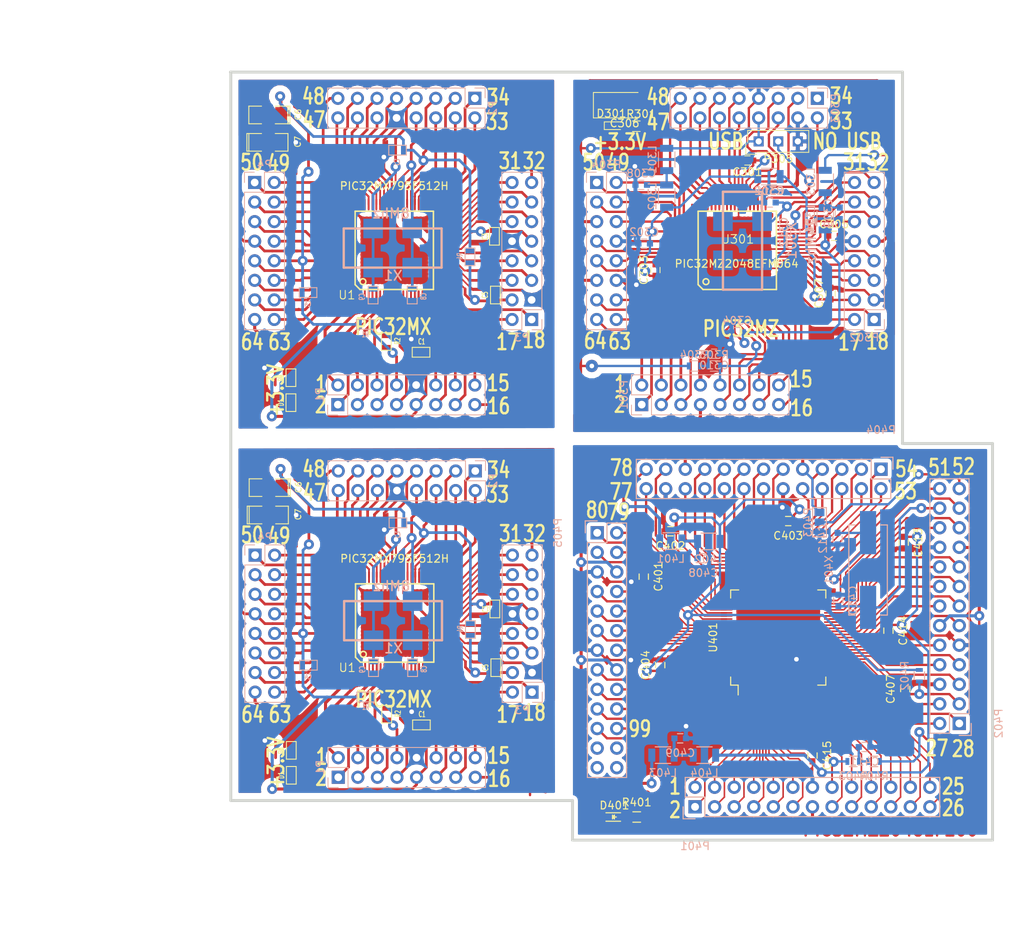
<source format=kicad_pcb>
(kicad_pcb (version 4) (host pcbnew 4.0.5+dfsg1-4)
  (title_block (title SO64) (date "9 jun 2012") (rev V1-00) (company "CYBERNETIQUE EN NORD") (comment 1 F4DEB))
  (layers (0 Dessus signal) (31 Dessous signal) (34 B.Paste user) (35 F.Paste user) (36 B.SilkS user) (37 F.SilkS user) (38 B.Mask user) (39 F.Mask user) (44 Edge.Cuts user))
  (net 0 "")
  (net 1 +3.3V)
  (net 2 /1)
  (net 3 /11)
  (net 4 /12)
  (net 5 /13)
  (net 6 /14)
  (net 7 /15)
  (net 8 /16)
  (net 9 /17)
  (net 10 /18)
  (net 11 /19)
  (net 12 /2)
  (net 13 /21)
  (net 14 /22)
  (net 15 /23)
  (net 16 /24)
  (net 17 /27)
  (net 18 /28)
  (net 19 /29)
  (net 20 /3)
  (net 21 /30)
  (net 22 /31)
  (net 23 /32)
  (net 24 /33)
  (net 25 /34)
  (net 26 /35)
  (net 27 /36)
  (net 28 /37)
  (net 29 /39)
  (net 30 /4)
  (net 31 /40)
  (net 32 /42)
  (net 33 /43)
  (net 34 /44)
  (net 35 /45)
  (net 36 /46)
  (net 37 /47)
  (net 38 /48)
  (net 39 /49)
  (net 40 /5)
  (net 41 /50)
  (net 42 /51)
  (net 43 /52)
  (net 44 /53)
  (net 45 /54)
  (net 46 /55)
  (net 47 /56)
  (net 48 /58)
  (net 49 /59)
  (net 50 /6)
  (net 51 /60)
  (net 52 /61)
  (net 53 /62)
  (net 54 /63)
  (net 55 /64)
  (net 56 /7)
  (net 57 /8)
  (net 58 GND)
  (net 59 N-000059)
  (net 60 N-000055)
  (net 61 "Net-(D301-Pad2)")
  (net 62 +3.3VP)
  (net 63 GNDD)
  (net 64 /PIC32MZ20048EF64/19)
  (net 65 "Net-(C308-Pad1)")
  (net 66 "Net-(C309-Pad1)")
  (net 67 "Net-(C310-Pad1)")
  (net 68 /PIC32MZ20048EF64/32)
  (net 69 /PIC32MZ20048EF64/31)
  (net 70 /PIC32MZ20048EF64/9)
  (net 71 /PIC32MZ20048EF64/2)
  (net 72 /PIC32MZ20048EF64/1)
  (net 73 /PIC32MZ20048EF64/4)
  (net 74 /PIC32MZ20048EF64/3)
  (net 75 /PIC32MZ20048EF64/6)
  (net 76 /PIC32MZ20048EF64/5)
  (net 77 /PIC32MZ20048EF64/10)
  (net 78 /PIC32MZ20048EF64/12)
  (net 79 /PIC32MZ20048EF64/11)
  (net 80 /PIC32MZ20048EF64/14)
  (net 81 /PIC32MZ20048EF64/13)
  (net 82 /PIC32MZ20048EF64/16)
  (net 83 /PIC32MZ20048EF64/15)
  (net 84 /PIC32MZ20048EF64/18)
  (net 85 /PIC32MZ20048EF64/17)
  (net 86 /PIC32MZ20048EF64/22)
  (net 87 /PIC32MZ20048EF64/21)
  (net 88 /PIC32MZ20048EF64/24)
  (net 89 /PIC32MZ20048EF64/23)
  (net 90 /PIC32MZ20048EF64/28)
  (net 91 /PIC32MZ20048EF64/27)
  (net 92 /PIC32MZ20048EF64/30)
  (net 93 /PIC32MZ20048EF64/29)
  (net 94 /PIC32MZ20048EF64/34)
  (net 95 /PIC32MZ20048EF64/33)
  (net 96 /PIC32MZ20048EF64/36)
  (net 97 /PIC32MZ20048EF64/38)
  (net 98 /PIC32MZ20048EF64/37)
  (net 99 /PIC32MZ20048EF64/42)
  (net 100 /PIC32MZ20048EF64/41)
  (net 101 /PIC32MZ20048EF64/44)
  (net 102 /PIC32MZ20048EF64/43)
  (net 103 /PIC32MZ20048EF64/46)
  (net 104 /PIC32MZ20048EF64/45)
  (net 105 /PIC32MZ20048EF64/48)
  (net 106 /PIC32MZ20048EF64/47)
  (net 107 /PIC32MZ20048EF64/50)
  (net 108 /PIC32MZ20048EF64/49)
  (net 109 /PIC32MZ20048EF64/52)
  (net 110 /PIC32MZ20048EF64/51)
  (net 111 /PIC32MZ20048EF64/53)
  (net 112 /PIC32MZ20048EF64/56)
  (net 113 /PIC32MZ20048EF64/58)
  (net 114 /PIC32MZ20048EF64/57)
  (net 115 /PIC32MZ20048EF64/62)
  (net 116 /PIC32MZ20048EF64/61)
  (net 117 /PIC32MZ20048EF64/64)
  (net 118 /PIC32MZ20048EF64/63)
  (net 119 "Net-(P305-Pad2)")
  (net 120 "Net-(C301-Pad1)")
  (net 121 "Net-(C304-Pad1)")
  (net 122 "Net-(D401-Pad2)")
  (net 123 +3.3VA)
  (net 124 GNDA)
  (net 125 "Net-(C408-Pad1)")
  (net 126 "Net-(C409-Pad1)")
  (net 127 /PIC32MZ2048EF100/49)
  (net 128 "Net-(C411-Pad1)")
  (net 129 /PIC32MZ2048EF100/50)
  (net 130 /PIC32MZ2048EF100/15)
  (net 131 /PIC32MZ2048EF100/1)
  (net 132 /PIC32MZ2048EF100/2)
  (net 133 /PIC32MZ2048EF100/3)
  (net 134 /PIC32MZ2048EF100/4)
  (net 135 /PIC32MZ2048EF100/5)
  (net 136 /PIC32MZ2048EF100/6)
  (net 137 /PIC32MZ2048EF100/7)
  (net 138 /PIC32MZ2048EF100/8)
  (net 139 /PIC32MZ2048EF100/9)
  (net 140 /PIC32MZ2048EF100/10)
  (net 141 /PIC32MZ2048EF100/11)
  (net 142 /PIC32MZ2048EF100/12)
  (net 143 /PIC32MZ2048EF100/16)
  (net 144 /PIC32MZ2048EF100/17)
  (net 145 /PIC32MZ2048EF100/18)
  (net 146 /PIC32MZ2048EF100/19)
  (net 147 /PIC32MZ2048EF100/20)
  (net 148 /PIC32MZ2048EF100/21)
  (net 149 /PIC32MZ2048EF100/22)
  (net 150 /PIC32MZ2048EF100/23)
  (net 151 /PIC32MZ2048EF100/24)
  (net 152 /PIC32MZ2048EF100/25)
  (net 153 /PIC32MZ2048EF100/27)
  (net 154 /PIC32MZ2048EF100/28)
  (net 155 /PIC32MZ2048EF100/29)
  (net 156 /PIC32MZ2048EF100/32)
  (net 157 /PIC32MZ2048EF100/33)
  (net 158 /PIC32MZ2048EF100/34)
  (net 159 /PIC32MZ2048EF100/35)
  (net 160 /PIC32MZ2048EF100/38)
  (net 161 /PIC32MZ2048EF100/39)
  (net 162 /PIC32MZ2048EF100/40)
  (net 163 /PIC32MZ2048EF100/41)
  (net 164 /PIC32MZ2048EF100/42)
  (net 165 /PIC32MZ2048EF100/43)
  (net 166 /PIC32MZ2048EF100/44)
  (net 167 /PIC32MZ2048EF100/47)
  (net 168 /PIC32MZ2048EF100/48)
  (net 169 /PIC32MZ2048EF100/51)
  (net 170 /PIC32MZ2048EF100/52)
  (net 171 /PIC32MZ2048EF100/53)
  (net 172 /PIC32MZ2048EF100/54)
  (net 173 /PIC32MZ2048EF100/55)
  (net 174 /PIC32MZ2048EF100/56)
  (net 175 /PIC32MZ2048EF100/57)
  (net 176 /PIC32MZ2048EF100/58)
  (net 177 /PIC32MZ2048EF100/59)
  (net 178 /PIC32MZ2048EF100/60)
  (net 179 /PIC32MZ2048EF100/61)
  (net 180 /PIC32MZ2048EF100/64)
  (net 181 /PIC32MZ2048EF100/65)
  (net 182 /PIC32MZ2048EF100/66)
  (net 183 /PIC32MZ2048EF100/67)
  (net 184 /PIC32MZ2048EF100/68)
  (net 185 /PIC32MZ2048EF100/69)
  (net 186 /PIC32MZ2048EF100/70)
  (net 187 /PIC32MZ2048EF100/71)
  (net 188 /PIC32MZ2048EF100/72)
  (net 189 /PIC32MZ2048EF100/73)
  (net 190 /PIC32MZ2048EF100/76)
  (net 191 /PIC32MZ2048EF100/77)
  (net 192 /PIC32MZ2048EF100/78)
  (net 193 /PIC32MZ2048EF100/79)
  (net 194 /PIC32MZ2048EF100/80)
  (net 195 /PIC32MZ2048EF100/81)
  (net 196 /PIC32MZ2048EF100/82)
  (net 197 /PIC32MZ2048EF100/85)
  (net 198 /PIC32MZ2048EF100/86)
  (net 199 /PIC32MZ2048EF100/87)
  (net 200 /PIC32MZ2048EF100/88)
  (net 201 /PIC32MZ2048EF100/89)
  (net 202 /PIC32MZ2048EF100/90)
  (net 203 /PIC32MZ2048EF100/91)
  (net 204 /PIC32MZ2048EF100/94)
  (net 205 /PIC32MZ2048EF100/95)
  (net 206 /PIC32MZ2048EF100/96)
  (net 207 /PIC32MZ2048EF100/97)
  (net 208 /PIC32MZ2048EF100/98)
  (net 209 /PIC32MZ2048EF100/99)
  (net 210 /PIC32MZ2048EF100/100)
  (net 211 /PIC32MZ2048EF100/26)
  (net 212 /PIC32MZ2048EF100/30)
  (net 213 "Net-(P405-Pad23)")
  (net 214 "Net-(P405-Pad24)")
  (net 215 "Net-(P405-Pad25)")
  (net 216 "Net-(P405-Pad26)")
  (net 217 "Net-(C401-Pad1)")
  (net 218 "Net-(C413-Pad1)")
  (module Socket_Strips:Socket_Strip_Straight_2x08_Pitch2.54mm (layer Dessous) (at 112.3188 98.5266 180)
    (fp_text reference P4 (at -1.27 2.33 180) (layer B.SilkS) (effects (justify mirror)))
    (fp_text value CONN_8X2)
    (pad 1 thru_hole rect (at 0 0 180) (size 1.7 1.7) (drill 1) (layers *.Cu *.Mask) (net 41 /50))
    (pad 2 thru_hole oval (at -2.54 0 180) (size 1.7 1.7) (drill 1) (layers *.Cu *.Mask) (net 39 /49))
    (pad 3 thru_hole oval (at 0 -2.54 180) (size 1.7 1.7) (drill 1) (layers *.Cu *.Mask) (net 43 /52))
    (pad 4 thru_hole oval (at -2.54 -2.54 180) (size 1.7 1.7) (drill 1) (layers *.Cu *.Mask) (net 42 /51))
    (pad 5 thru_hole oval (at 0 -5.08 180) (size 1.7 1.7) (drill 1) (layers *.Cu *.Mask) (net 45 /54))
    (pad 6 thru_hole oval (at -2.54 -5.08 180) (size 1.7 1.7) (drill 1) (layers *.Cu *.Mask) (net 44 /53))
    (pad 7 thru_hole oval (at 0 -7.62 180) (size 1.7 1.7) (drill 1) (layers *.Cu *.Mask) (net 47 /56))
    (pad 8 thru_hole oval (at -2.54 -7.62 180) (size 1.7 1.7) (drill 1) (layers *.Cu *.Mask) (net 46 /55))
    (pad 9 thru_hole oval (at 0 -10.16 180) (size 1.7 1.7) (drill 1) (layers *.Cu *.Mask) (net 48 /58))
    (pad 10 thru_hole oval (at -2.54 -10.16 180) (size 1.7 1.7) (drill 1) (layers *.Cu *.Mask) (net 1 +3.3V))
    (pad 11 thru_hole oval (at 0 -12.7 180) (size 1.7 1.7) (drill 1) (layers *.Cu *.Mask) (net 51 /60))
    (pad 12 thru_hole oval (at -2.54 -12.7 180) (size 1.7 1.7) (drill 1) (layers *.Cu *.Mask) (net 49 /59))
    (pad 13 thru_hole oval (at 0 -15.24 180) (size 1.7 1.7) (drill 1) (layers *.Cu *.Mask) (net 53 /62))
    (pad 14 thru_hole oval (at -2.54 -15.24 180) (size 1.7 1.7) (drill 1) (layers *.Cu *.Mask) (net 52 /61))
    (pad 15 thru_hole oval (at 0 -17.78 180) (size 1.7 1.7) (drill 1) (layers *.Cu *.Mask) (net 55 /64))
    (pad 16 thru_hole oval (at -2.54 -17.78 180) (size 1.7 1.7) (drill 1) (layers *.Cu *.Mask) (net 54 /63))
  )
  (module Socket_Strips:Socket_Strip_Straight_2x08_Pitch2.54mm (layer Dessous) (at 123.1138 127.3556 270)
    (fp_text reference P1 (at -1.27 2.33 270) (layer B.SilkS) (effects (justify mirror)))
    (fp_text value CONN_8X2)
    (pad 1 thru_hole rect (at 0 0 270) (size 1.7 1.7) (drill 1) (layers *.Cu *.Mask) (net 12 /2))
    (pad 2 thru_hole oval (at -2.54 0 270) (size 1.7 1.7) (drill 1) (layers *.Cu *.Mask) (net 2 /1))
    (pad 3 thru_hole oval (at 0 -2.54 270) (size 1.7 1.7) (drill 1) (layers *.Cu *.Mask) (net 30 /4))
    (pad 4 thru_hole oval (at -2.54 -2.54 270) (size 1.7 1.7) (drill 1) (layers *.Cu *.Mask) (net 20 /3))
    (pad 5 thru_hole oval (at 0 -5.08 270) (size 1.7 1.7) (drill 1) (layers *.Cu *.Mask) (net 50 /6))
    (pad 6 thru_hole oval (at -2.54 -5.08 270) (size 1.7 1.7) (drill 1) (layers *.Cu *.Mask) (net 40 /5))
    (pad 7 thru_hole oval (at 0 -7.62 270) (size 1.7 1.7) (drill 1) (layers *.Cu *.Mask) (net 57 /8))
    (pad 8 thru_hole oval (at -2.54 -7.62 270) (size 1.7 1.7) (drill 1) (layers *.Cu *.Mask) (net 56 /7))
    (pad 9 thru_hole oval (at 0 -10.16 270) (size 1.7 1.7) (drill 1) (layers *.Cu *.Mask) (net 1 +3.3V))
    (pad 10 thru_hole oval (at -2.54 -10.16 270) (size 1.7 1.7) (drill 1) (layers *.Cu *.Mask) (net 58 GND))
    (pad 11 thru_hole oval (at 0 -12.7 270) (size 1.7 1.7) (drill 1) (layers *.Cu *.Mask) (net 4 /12))
    (pad 12 thru_hole oval (at -2.54 -12.7 270) (size 1.7 1.7) (drill 1) (layers *.Cu *.Mask) (net 3 /11))
    (pad 13 thru_hole oval (at 0 -15.24 270) (size 1.7 1.7) (drill 1) (layers *.Cu *.Mask) (net 6 /14))
    (pad 14 thru_hole oval (at -2.54 -15.24 270) (size 1.7 1.7) (drill 1) (layers *.Cu *.Mask) (net 5 /13))
    (pad 15 thru_hole oval (at 0 -17.78 270) (size 1.7 1.7) (drill 1) (layers *.Cu *.Mask) (net 8 /16))
    (pad 16 thru_hole oval (at -2.54 -17.78 270) (size 1.7 1.7) (drill 1) (layers *.Cu *.Mask) (net 7 /15))
  )
  (module Socket_Strips:Socket_Strip_Straight_2x08_Pitch2.54mm (layer Dessous) (at 148.2598 116.3066)
    (fp_text reference P3 (at -1.27 2.33) (layer B.SilkS) (effects (justify mirror)))
    (fp_text value CONN_8X2)
    (pad 1 thru_hole rect (at 0 0) (size 1.7 1.7) (drill 1) (layers *.Cu *.Mask) (net 10 /18))
    (pad 2 thru_hole oval (at -2.54 0) (size 1.7 1.7) (drill 1) (layers *.Cu *.Mask) (net 9 /17))
    (pad 3 thru_hole oval (at 0 -2.54) (size 1.7 1.7) (drill 1) (layers *.Cu *.Mask) (net 58 GND))
    (pad 4 thru_hole oval (at -2.54 -2.54) (size 1.7 1.7) (drill 1) (layers *.Cu *.Mask) (net 11 /19))
    (pad 5 thru_hole oval (at 0 -5.08) (size 1.7 1.7) (drill 1) (layers *.Cu *.Mask) (net 14 /22))
    (pad 6 thru_hole oval (at -2.54 -5.08) (size 1.7 1.7) (drill 1) (layers *.Cu *.Mask) (net 13 /21))
    (pad 7 thru_hole oval (at 0 -7.62) (size 1.7 1.7) (drill 1) (layers *.Cu *.Mask) (net 16 /24))
    (pad 8 thru_hole oval (at -2.54 -7.62) (size 1.7 1.7) (drill 1) (layers *.Cu *.Mask) (net 15 /23))
    (pad 9 thru_hole oval (at 0 -10.16) (size 1.7 1.7) (drill 1) (layers *.Cu *.Mask) (net 1 +3.3V))
    (pad 10 thru_hole oval (at -2.54 -10.16) (size 1.7 1.7) (drill 1) (layers *.Cu *.Mask) (net 58 GND))
    (pad 11 thru_hole oval (at 0 -12.7) (size 1.7 1.7) (drill 1) (layers *.Cu *.Mask) (net 18 /28))
    (pad 12 thru_hole oval (at -2.54 -12.7) (size 1.7 1.7) (drill 1) (layers *.Cu *.Mask) (net 17 /27))
    (pad 13 thru_hole oval (at 0 -15.24) (size 1.7 1.7) (drill 1) (layers *.Cu *.Mask) (net 21 /30))
    (pad 14 thru_hole oval (at -2.54 -15.24) (size 1.7 1.7) (drill 1) (layers *.Cu *.Mask) (net 19 /29))
    (pad 15 thru_hole oval (at 0 -17.78) (size 1.7 1.7) (drill 1) (layers *.Cu *.Mask) (net 23 /32))
    (pad 16 thru_hole oval (at -2.54 -17.78) (size 1.7 1.7) (drill 1) (layers *.Cu *.Mask) (net 22 /31))
  )
  (module Socket_Strips:Socket_Strip_Straight_2x08_Pitch2.54mm (layer Dessous) (at 140.8938 87.6046 90)
    (fp_text reference P2 (at -1.27 2.33 90) (layer B.SilkS) (effects (justify mirror)))
    (fp_text value CONN_8X2)
    (pad 1 thru_hole rect (at 0 0 90) (size 1.7 1.7) (drill 1) (layers *.Cu *.Mask) (net 25 /34))
    (pad 2 thru_hole oval (at -2.54 0 90) (size 1.7 1.7) (drill 1) (layers *.Cu *.Mask) (net 24 /33))
    (pad 3 thru_hole oval (at 0 -2.54 90) (size 1.7 1.7) (drill 1) (layers *.Cu *.Mask) (net 27 /36))
    (pad 4 thru_hole oval (at -2.54 -2.54 90) (size 1.7 1.7) (drill 1) (layers *.Cu *.Mask) (net 26 /35))
    (pad 5 thru_hole oval (at 0 -5.08 90) (size 1.7 1.7) (drill 1) (layers *.Cu *.Mask) (net 1 +3.3V))
    (pad 6 thru_hole oval (at -2.54 -5.08 90) (size 1.7 1.7) (drill 1) (layers *.Cu *.Mask) (net 28 /37))
    (pad 7 thru_hole oval (at 0 -7.62 90) (size 1.7 1.7) (drill 1) (layers *.Cu *.Mask) (net 31 /40))
    (pad 8 thru_hole oval (at -2.54 -7.62 90) (size 1.7 1.7) (drill 1) (layers *.Cu *.Mask) (net 29 /39))
    (pad 9 thru_hole oval (at 0 -10.16 90) (size 1.7 1.7) (drill 1) (layers *.Cu *.Mask) (net 32 /42))
    (pad 10 thru_hole oval (at -2.54 -10.16 90) (size 1.7 1.7) (drill 1) (layers *.Cu *.Mask) (net 58 GND))
    (pad 11 thru_hole oval (at 0 -12.7 90) (size 1.7 1.7) (drill 1) (layers *.Cu *.Mask) (net 34 /44))
    (pad 12 thru_hole oval (at -2.54 -12.7 90) (size 1.7 1.7) (drill 1) (layers *.Cu *.Mask) (net 33 /43))
    (pad 13 thru_hole oval (at 0 -15.24 90) (size 1.7 1.7) (drill 1) (layers *.Cu *.Mask) (net 36 /46))
    (pad 14 thru_hole oval (at -2.54 -15.24 90) (size 1.7 1.7) (drill 1) (layers *.Cu *.Mask) (net 35 /45))
    (pad 15 thru_hole oval (at 0 -17.78 90) (size 1.7 1.7) (drill 1) (layers *.Cu *.Mask) (net 38 /48))
    (pad 16 thru_hole oval (at -2.54 -17.78 90) (size 1.7 1.7) (drill 1) (layers *.Cu *.Mask) (net 37 /47))
  )
  (module TQFP_64 (layer Dessus) (at 130.3528 107.4166)
    (fp_text reference U1 (at -6.0706 5.715) (layer F.SilkS) (effects (font (size 1.09982 1.09982) (thickness 0.127))))
    (fp_text value PIC32MX795F512H (at 0.0762 -8.4328) (layer F.SilkS) (effects (font (size 1.00076 1.00076) (thickness 0.1524))))
    (pad 1 smd rect (at -3.74904 5.86994) (size 0.24892 1.524) (layers Dessus F.Paste F.Mask) (net 2 /1))
    (pad 2 smd oval (at -3.24866 5.86994) (size 0.24892 1.524) (layers Dessus F.Paste F.Mask) (net 12 /2))
    (pad 3 smd oval (at -2.74828 5.86994) (size 0.24892 1.524) (layers Dessus F.Paste F.Mask) (net 20 /3))
    (pad 4 smd oval (at -2.2479 5.86994) (size 0.24892 1.524) (layers Dessus F.Paste F.Mask) (net 30 /4))
    (pad 5 smd oval (at -1.74752 5.86994) (size 0.24892 1.524) (layers Dessus F.Paste F.Mask) (net 40 /5))
    (pad 6 smd oval (at -1.24968 5.86994) (size 0.24892 1.524) (layers Dessus F.Paste F.Mask) (net 50 /6))
    (pad 7 smd oval (at -0.7493 5.86994) (size 0.24892 1.524) (layers Dessus F.Paste F.Mask) (net 60 N-000055))
    (pad 8 smd oval (at -0.24892 5.86994) (size 0.24892 1.524) (layers Dessus F.Paste F.Mask) (net 57 /8))
    (pad 9 smd oval (at 0.25146 5.86994) (size 0.24892 1.524) (layers Dessus F.Paste F.Mask) (net 58 GND))
    (pad 10 smd oval (at 0.75184 5.86994) (size 0.24892 1.524) (layers Dessus F.Paste F.Mask) (net 1 +3.3V))
    (pad 11 smd oval (at 1.25222 5.86994) (size 0.24892 1.524) (layers Dessus F.Paste F.Mask) (net 3 /11))
    (pad 12 smd oval (at 1.75006 5.86994) (size 0.24892 1.524) (layers Dessus F.Paste F.Mask) (net 4 /12))
    (pad 13 smd oval (at 2.25044 5.86994) (size 0.24892 1.524) (layers Dessus F.Paste F.Mask) (net 5 /13))
    (pad 14 smd oval (at 2.75082 5.86994) (size 0.24892 1.524) (layers Dessus F.Paste F.Mask) (net 6 /14))
    (pad 15 smd oval (at 3.2512 5.86994) (size 0.24892 1.524) (layers Dessus F.Paste F.Mask) (net 7 /15))
    (pad 16 smd oval (at 3.75158 5.86994) (size 0.24892 1.524) (layers Dessus F.Paste F.Mask) (net 8 /16))
    (pad 17 smd oval (at 6.0325 3.74904) (size 1.524 0.24892) (layers Dessus F.Paste F.Mask) (net 9 /17))
    (pad 18 smd oval (at 6.0325 3.24866) (size 1.524 0.24892) (layers Dessus F.Paste F.Mask) (net 10 /18))
    (pad 19 smd oval (at 6.0325 2.74828) (size 1.524 0.24892) (layers Dessus F.Paste F.Mask) (net 11 /19))
    (pad 20 smd oval (at 6.0325 2.2479) (size 1.524 0.24892) (layers Dessus F.Paste F.Mask) (net 58 GND))
    (pad 21 smd oval (at 6.0325 1.74752) (size 1.524 0.24892) (layers Dessus F.Paste F.Mask) (net 13 /21))
    (pad 22 smd oval (at 6.0325 1.24968) (size 1.524 0.24892) (layers Dessus F.Paste F.Mask) (net 14 /22))
    (pad 23 smd oval (at 6.0325 0.7493) (size 1.524 0.24892) (layers Dessus F.Paste F.Mask) (net 15 /23))
    (pad 24 smd oval (at 6.0325 0.24892) (size 1.524 0.24892) (layers Dessus F.Paste F.Mask) (net 16 /24))
    (pad 25 smd oval (at 6.0325 -0.25146) (size 1.524 0.24892) (layers Dessus F.Paste F.Mask) (net 58 GND))
    (pad 26 smd oval (at 6.0325 -0.75184) (size 1.524 0.24892) (layers Dessus F.Paste F.Mask) (net 1 +3.3V))
    (pad 27 smd oval (at 6.0325 -1.25222) (size 1.524 0.24892) (layers Dessus F.Paste F.Mask) (net 17 /27))
    (pad 28 smd oval (at 6.0325 -1.75006) (size 1.524 0.24892) (layers Dessus F.Paste F.Mask) (net 18 /28))
    (pad 29 smd oval (at 6.0325 -2.25044) (size 1.524 0.24892) (layers Dessus F.Paste F.Mask) (net 19 /29))
    (pad 30 smd oval (at 6.0325 -2.75082) (size 1.524 0.24892) (layers Dessus F.Paste F.Mask) (net 21 /30))
    (pad 31 smd oval (at 6.0325 -3.2512) (size 1.524 0.24892) (layers Dessus F.Paste F.Mask) (net 22 /31))
    (pad 32 smd oval (at 6.0325 -3.75158) (size 1.524 0.24892) (layers Dessus F.Paste F.Mask) (net 23 /32))
    (pad 33 smd oval (at 3.75158 -6.0325) (size 0.24892 1.524) (layers Dessus F.Paste F.Mask) (net 24 /33))
    (pad 34 smd oval (at 3.2512 -6.0325) (size 0.24892 1.524) (layers Dessus F.Paste F.Mask) (net 25 /34))
    (pad 35 smd oval (at 2.75082 -6.0325) (size 0.24892 1.524) (layers Dessus F.Paste F.Mask) (net 26 /35))
    (pad 36 smd oval (at 2.25044 -6.0325) (size 0.24892 1.524) (layers Dessus F.Paste F.Mask) (net 27 /36))
    (pad 37 smd oval (at 1.75006 -6.0325) (size 0.24892 1.524) (layers Dessus F.Paste F.Mask) (net 28 /37))
    (pad 38 smd oval (at 1.25222 -6.0325) (size 0.24892 1.524) (layers Dessus F.Paste F.Mask) (net 1 +3.3V))
    (pad 39 smd oval (at 0.75184 -6.0325) (size 0.24892 1.524) (layers Dessus F.Paste F.Mask) (net 29 /39))
    (pad 40 smd oval (at 0.25146 -6.0325) (size 0.24892 1.524) (layers Dessus F.Paste F.Mask) (net 31 /40))
    (pad 41 smd oval (at -0.24892 -6.0325) (size 0.24892 1.524) (layers Dessus F.Paste F.Mask) (net 58 GND))
    (pad 42 smd oval (at -0.7493 -6.0325) (size 0.24892 1.524) (layers Dessus F.Paste F.Mask) (net 32 /42))
    (pad 43 smd oval (at -1.24968 -6.0325) (size 0.24892 1.524) (layers Dessus F.Paste F.Mask) (net 33 /43))
    (pad 44 smd oval (at -1.74752 -6.0325) (size 0.24892 1.524) (layers Dessus F.Paste F.Mask) (net 34 /44))
    (pad 45 smd oval (at -2.2479 -6.0325) (size 0.24892 1.524) (layers Dessus F.Paste F.Mask) (net 35 /45))
    (pad 46 smd oval (at -2.74828 -6.0325) (size 0.24892 1.524) (layers Dessus F.Paste F.Mask) (net 36 /46))
    (pad 47 smd oval (at -3.24866 -6.0325) (size 0.24892 1.524) (layers Dessus F.Paste F.Mask) (net 37 /47))
    (pad 48 smd oval (at -3.74904 -6.0325) (size 0.24892 1.524) (layers Dessus F.Paste F.Mask) (net 38 /48))
    (pad 49 smd oval (at -5.86994 -3.75158) (size 1.524 0.24892) (layers Dessus F.Paste F.Mask) (net 39 /49))
    (pad 50 smd oval (at -5.86994 -3.2512) (size 1.524 0.24892) (layers Dessus F.Paste F.Mask) (net 41 /50))
    (pad 52 smd oval (at -5.86994 -2.25044) (size 1.524 0.24892) (layers Dessus F.Paste F.Mask) (net 43 /52))
    (pad 51 smd oval (at -5.88772 -2.75082) (size 1.524 0.24892) (layers Dessus F.Paste F.Mask) (net 42 /51))
    (pad 53 smd oval (at -5.86994 -1.75006) (size 1.524 0.24892) (layers Dessus F.Paste F.Mask) (net 44 /53))
    (pad 54 smd oval (at -5.86994 -1.25222) (size 1.524 0.24892) (layers Dessus F.Paste F.Mask) (net 45 /54))
    (pad 55 smd oval (at -5.86994 -0.75184) (size 1.524 0.24892) (layers Dessus F.Paste F.Mask) (net 46 /55))
    (pad 56 smd oval (at -5.86994 -0.25146) (size 1.524 0.24892) (layers Dessus F.Paste F.Mask) (net 47 /56))
    (pad 57 smd oval (at -5.86994 0.24892) (size 1.524 0.24892) (layers Dessus F.Paste F.Mask) (net 1 +3.3V))
    (pad 58 smd oval (at -5.86994 0.7493) (size 1.524 0.24892) (layers Dessus F.Paste F.Mask) (net 48 /58))
    (pad 59 smd oval (at -5.86994 1.24206) (size 1.524 0.24892) (layers Dessus F.Paste F.Mask) (net 49 /59))
    (pad 60 smd oval (at -5.86994 1.74244) (size 1.524 0.24892) (layers Dessus F.Paste F.Mask) (net 51 /60))
    (pad 61 smd oval (at -5.86994 2.24282) (size 1.524 0.24892) (layers Dessus F.Paste F.Mask) (net 52 /61))
    (pad 62 smd oval (at -5.86994 2.7432) (size 1.524 0.24892) (layers Dessus F.Paste F.Mask) (net 53 /62))
    (pad 63 smd oval (at -5.86994 3.24104) (size 1.524 0.24892) (layers Dessus F.Paste F.Mask) (net 54 /63))
    (pad 64 smd oval (at -5.86994 3.74142) (size 1.524 0.24892) (layers Dessus F.Paste F.Mask) (net 55 /64))
  )
  (module SM1206POL (layer Dessus) (at 114.0968 89.7636 180)
    (fp_text reference C6 (at -3.8608 0.0508 270) (layer F.SilkS) (effects (font (size 0.762 0.762) (thickness 0.127))))
    (fp_text value 10u/10V hide)
    (pad 1 smd rect (at -1.651 0 180) (size 1.524 2.032) (layers Dessus F.Paste F.Mask) (net 1 +3.3V))
    (pad 2 smd rect (at 1.651 0 180) (size 1.524 2.032) (layers Dessus F.Paste F.Mask) (net 58 GND))
  )
  (module SM1206POL (layer Dessus) (at 114.0968 93.3196)
    (fp_text reference C7 (at 3.81 -0.0762 270) (layer F.SilkS) (effects (font (size 0.762 0.762) (thickness 0.127))))
    (fp_text value 10u/10V hide)
    (pad 1 smd rect (at -1.651 0) (size 1.524 2.032) (layers Dessus F.Paste F.Mask) (net 47 /56))
    (pad 2 smd rect (at 1.651 0) (size 1.524 2.032) (layers Dessus F.Paste F.Mask) (net 58 GND))
  )
  (module SM0603_Resistor (layer Dessous) (at 140.2588 108.1786 270)
    (fp_text reference R4 (at -0.0762 1.2954 270) (layer B.SilkS) (effects (font (size 0.7112 0.4572) (thickness 0.1143)) (justify mirror)))
    (fp_text value 0 hide)
    (pad 1 smd rect (at -0.762 0 270) (size 0.635 1.143) (layers Dessous B.Paste B.Mask) (net 1 +3.3V))
    (pad 2 smd rect (at 0.762 0 270) (size 0.635 1.143) (layers Dessous B.Paste B.Mask) (net 11 /19))
  )
  (module SM0603_Resistor (layer Dessus) (at 117.0178 123.8631 90)
    (fp_text reference R3 (at -0.0381 -1.2954 90) (layer F.SilkS) (effects (font (size 0.7112 0.4572) (thickness 0.1143))))
    (fp_text value 1k hide)
    (pad 1 smd rect (at -0.762 0 90) (size 0.635 1.143) (layers Dessus F.Paste F.Mask) (net 59 N-000059))
    (pad 2 smd rect (at 0.762 0 90) (size 0.635 1.143) (layers Dessus F.Paste F.Mask) (net 58 GND))
  )
  (module SM0603_Resistor (layer Dessous) (at 126.6698 116.9416 180)
    (fp_text reference R1 (at 0 -1.2954 180) (layer B.SilkS) (effects (font (size 0.7112 0.4572) (thickness 0.1143)) (justify mirror)))
    (fp_text value 10k hide)
    (pad 1 smd rect (at -0.762 0 180) (size 0.635 1.143) (layers Dessous B.Paste B.Mask) (net 56 /7))
    (pad 2 smd rect (at 0.762 0 180) (size 0.635 1.143) (layers Dessous B.Paste B.Mask) (net 1 +3.3V))
  )
  (module SM0603_Resistor (layer Dessus) (at 129.4003 119.1641 270)
    (fp_text reference R2 (at -0.0635 -1.4605 270) (layer F.SilkS) (effects (font (size 0.7112 0.4572) (thickness 0.1143))))
    (fp_text value 470 hide)
    (pad 1 smd rect (at -0.762 0 270) (size 0.635 1.143) (layers Dessus F.Paste F.Mask) (net 60 N-000055))
    (pad 2 smd rect (at 0.762 0 270) (size 0.635 1.143) (layers Dessus F.Paste F.Mask) (net 56 /7))
  )
  (module SM0603_Capa (layer Dessus) (at 133.9088 120.5611 180)
    (fp_text reference C1 (at -0.0762 1.3843 180) (layer F.SilkS) (effects (font (size 0.7112 0.4572) (thickness 0.1143))))
    (fp_text value 100n hide)
    (pad 1 smd rect (at -0.762 0 180) (size 0.635 1.143) (layers Dessus F.Paste F.Mask) (net 1 +3.3V))
    (pad 2 smd rect (at 0.762 0 180) (size 0.635 1.143) (layers Dessus F.Paste F.Mask) (net 58 GND))
  )
  (module SM0603_Capa (layer Dessous) (at 130.8608 94.3356 180)
    (fp_text reference C2 (at 0.1016 -1.5748 180) (layer B.SilkS) (effects (font (size 0.7112 0.4572) (thickness 0.1143)) (justify mirror)))
    (fp_text value 100n hide)
    (pad 1 smd rect (at -0.762 0 180) (size 0.635 1.143) (layers Dessous B.Paste B.Mask) (net 1 +3.3V))
    (pad 2 smd rect (at 0.762 0 180) (size 0.635 1.143) (layers Dessous B.Paste B.Mask) (net 58 GND))
  )
  (module SM0603_Capa (layer Dessus) (at 143.4338 105.5116 270)
    (fp_text reference C3 (at 0.0254 1.2192 270) (layer F.SilkS) (effects (font (size 0.7112 0.4572) (thickness 0.1143))))
    (fp_text value 100n hide)
    (pad 1 smd rect (at -0.762 0 270) (size 0.635 1.143) (layers Dessus F.Paste F.Mask) (net 1 +3.3V))
    (pad 2 smd rect (at 0.762 0 270) (size 0.635 1.143) (layers Dessus F.Paste F.Mask) (net 58 GND))
  )
  (module SM0603_Capa (layer Dessous) (at 119.2403 112.8141)
    (fp_text reference C4 (at -0.0381 1.4859) (layer B.SilkS) (effects (font (size 0.7112 0.4572) (thickness 0.1143)) (justify mirror)))
    (fp_text value 100n hide)
    (pad 1 smd rect (at -0.762 0) (size 0.635 1.143) (layers Dessous B.Paste B.Mask) (net 1 +3.3V))
    (pad 2 smd rect (at 0.762 0) (size 0.635 1.143) (layers Dessous B.Paste B.Mask) (net 58 GND))
  )
  (module SM0603_Capa (layer Dessous) (at 132.7658 113.1316 270)
    (fp_text reference C8 (at 0.1778 -1.4732 270) (layer B.SilkS) (effects (font (size 0.7112 0.4572) (thickness 0.1143)) (justify mirror)))
    (fp_text value 100n hide)
    (pad 1 smd rect (at -0.762 0 270) (size 0.635 1.143) (layers Dessous B.Paste B.Mask) (net 29 /39))
    (pad 2 smd rect (at 0.762 0 270) (size 0.635 1.143) (layers Dessous B.Paste B.Mask) (net 58 GND))
  )
  (module SM0603_Capa (layer Dessous) (at 127.6858 113.1316 270)
    (fp_text reference C9 (at 0.2286 1.4478 270) (layer B.SilkS) (effects (font (size 0.7112 0.4572) (thickness 0.1143)) (justify mirror)))
    (fp_text value 100n hide)
    (pad 1 smd rect (at -0.762 0 270) (size 0.635 1.143) (layers Dessous B.Paste B.Mask) (net 31 /40))
    (pad 2 smd rect (at 0.762 0 270) (size 0.635 1.143) (layers Dessous B.Paste B.Mask) (net 58 GND))
  )
  (module SM0603 (layer Dessus) (at 117.0178 127.1016 90)
    (fp_text reference D1 (at 0 -1.2954 90) (layer F.SilkS) (effects (font (size 0.7112 0.4572) (thickness 0.1143))))
    (fp_text value LED hide)
    (pad 1 smd rect (at -0.762 0 90) (size 0.635 1.143) (layers Dessus F.Paste F.Mask) (net 1 +3.3V))
    (pad 2 smd rect (at 0.762 0 90) (size 0.635 1.143) (layers Dessus F.Paste F.Mask) (net 59 N-000059))
  )
  (module QTZ (layer Dessous) (at 130.2258 107.0356)
    (fp_text reference X1 (at 0.0508 3.5814) (layer B.SilkS) (effects (font (size 1.27 1.27) (thickness 0.2032)) (justify mirror)))
    (fp_text value 8Mhz (at -0.2032 -4.4958) (layer B.SilkS) (effects (font (size 1.27 1.27) (thickness 0.2032)) (justify mirror)))
    (pad 1 smd rect (at -2.54 2.54) (size 2.54 2.54) (layers Dessous B.Paste B.Mask) (net 31 /40))
    (pad 2 smd rect (at 2.54 2.54) (size 2.54 2.54) (layers Dessous B.Paste B.Mask) (net 29 /39))
    (pad 2 smd rect (at 2.54 -2.54) (size 2.54 2.54) (layers Dessous B.Paste B.Mask) (net 29 /39))
    (pad 1 smd rect (at -2.54 -2.54) (size 2.54 2.54) (layers Dessous B.Paste B.Mask) (net 31 /40))
  )
  (module SM0603_Capa (layer Dessus) (at 143.5608 113.1316 90)
    (fp_text reference C5 (at 0 -1.3462 90) (layer F.SilkS) (effects (font (size 0.7112 0.4572) (thickness 0.1143))))
    (fp_text value 100n hide)
    (pad 1 smd rect (at -0.762 0 90) (size 0.635 1.143) (layers Dessus F.Paste F.Mask) (net 11 /19))
    (pad 2 smd rect (at 0.762 0 90) (size 0.635 1.143) (layers Dessus F.Paste F.Mask) (net 58 GND))
  )
  (module Socket_Strips:Socket_Strip_Straight_2x08_Pitch2.54mm (layer Dessous) (at 162.4965 78.994 270)
    (fp_text reference P301 (at -1.27 2.33 270) (layer B.SilkS) (effects (justify mirror)))
    (fp_text value CONN_8X2)
    (pad 1 thru_hole rect (at 0 0 270) (size 1.7 1.7) (drill 1) (layers *.Cu *.Mask) (net 71 /PIC32MZ20048EF64/2))
    (pad 2 thru_hole oval (at -2.54 0 270) (size 1.7 1.7) (drill 1) (layers *.Cu *.Mask) (net 72 /PIC32MZ20048EF64/1))
    (pad 3 thru_hole oval (at 0 -2.54 270) (size 1.7 1.7) (drill 1) (layers *.Cu *.Mask) (net 73 /PIC32MZ20048EF64/4))
    (pad 4 thru_hole oval (at -2.54 -2.54 270) (size 1.7 1.7) (drill 1) (layers *.Cu *.Mask) (net 74 /PIC32MZ20048EF64/3))
    (pad 5 thru_hole oval (at 0 -5.08 270) (size 1.7 1.7) (drill 1) (layers *.Cu *.Mask) (net 75 /PIC32MZ20048EF64/6))
    (pad 6 thru_hole oval (at -2.54 -5.08 270) (size 1.7 1.7) (drill 1) (layers *.Cu *.Mask) (net 76 /PIC32MZ20048EF64/5))
    (pad 7 thru_hole oval (at 0 -7.62 270) (size 1.7 1.7) (drill 1) (layers *.Cu *.Mask) (net 62 +3.3VP))
    (pad 8 thru_hole oval (at -2.54 -7.62 270) (size 1.7 1.7) (drill 1) (layers *.Cu *.Mask) (net 63 GNDD))
    (pad 9 thru_hole oval (at 0 -10.16 270) (size 1.7 1.7) (drill 1) (layers *.Cu *.Mask) (net 77 /PIC32MZ20048EF64/10))
    (pad 10 thru_hole oval (at -2.54 -10.16 270) (size 1.7 1.7) (drill 1) (layers *.Cu *.Mask) (net 70 /PIC32MZ20048EF64/9))
    (pad 11 thru_hole oval (at 0 -12.7 270) (size 1.7 1.7) (drill 1) (layers *.Cu *.Mask) (net 78 /PIC32MZ20048EF64/12))
    (pad 12 thru_hole oval (at -2.54 -12.7 270) (size 1.7 1.7) (drill 1) (layers *.Cu *.Mask) (net 79 /PIC32MZ20048EF64/11))
    (pad 13 thru_hole oval (at 0 -15.24 270) (size 1.7 1.7) (drill 1) (layers *.Cu *.Mask) (net 80 /PIC32MZ20048EF64/14))
    (pad 14 thru_hole oval (at -2.54 -15.24 270) (size 1.7 1.7) (drill 1) (layers *.Cu *.Mask) (net 81 /PIC32MZ20048EF64/13))
    (pad 15 thru_hole oval (at 0 -17.78 270) (size 1.7 1.7) (drill 1) (layers *.Cu *.Mask) (net 82 /PIC32MZ20048EF64/16))
    (pad 16 thru_hole oval (at -2.54 -17.78 270) (size 1.7 1.7) (drill 1) (layers *.Cu *.Mask) (net 83 /PIC32MZ20048EF64/15))
  )
  (module CEN-PCB:TQFP_64 (layer Dessus) (at 174.8155 59.055)
    (fp_text reference U301 (at 0.127 -1.524) (layer F.SilkS) (effects (font (size 1.09982 1.09982) (thickness 0.127))))
    (fp_text value PIC32MZ2048EFM064 (at 0 1.651) (layer F.SilkS) (effects (font (size 1.00076 1.00076) (thickness 0.1524))))
    (pad 1 smd rect (at -3.74904 5.86994) (size 0.24892 1.524) (layers Dessus F.Paste F.Mask) (net 72 /PIC32MZ20048EF64/1))
    (pad 2 smd oval (at -3.24866 5.86994) (size 0.24892 1.524) (layers Dessus F.Paste F.Mask) (net 71 /PIC32MZ20048EF64/2))
    (pad 3 smd oval (at -2.74828 5.86994) (size 0.24892 1.524) (layers Dessus F.Paste F.Mask) (net 74 /PIC32MZ20048EF64/3))
    (pad 4 smd oval (at -2.2479 5.86994) (size 0.24892 1.524) (layers Dessus F.Paste F.Mask) (net 73 /PIC32MZ20048EF64/4))
    (pad 5 smd oval (at -1.74752 5.86994) (size 0.24892 1.524) (layers Dessus F.Paste F.Mask) (net 76 /PIC32MZ20048EF64/5))
    (pad 6 smd oval (at -1.24968 5.86994) (size 0.24892 1.524) (layers Dessus F.Paste F.Mask) (net 75 /PIC32MZ20048EF64/6))
    (pad 7 smd oval (at -0.7493 5.86994) (size 0.24892 1.524) (layers Dessus F.Paste F.Mask) (net 63 GNDD))
    (pad 8 smd oval (at -0.24892 5.86994) (size 0.24892 1.524) (layers Dessus F.Paste F.Mask) (net 121 "Net-(C304-Pad1)"))
    (pad 9 smd oval (at 0.25146 5.86994) (size 0.24892 1.524) (layers Dessus F.Paste F.Mask) (net 70 /PIC32MZ20048EF64/9))
    (pad 10 smd oval (at 0.75184 5.86994) (size 0.24892 1.524) (layers Dessus F.Paste F.Mask) (net 77 /PIC32MZ20048EF64/10))
    (pad 11 smd oval (at 1.25222 5.86994) (size 0.24892 1.524) (layers Dessus F.Paste F.Mask) (net 79 /PIC32MZ20048EF64/11))
    (pad 12 smd oval (at 1.75006 5.86994) (size 0.24892 1.524) (layers Dessus F.Paste F.Mask) (net 78 /PIC32MZ20048EF64/12))
    (pad 13 smd oval (at 2.25044 5.86994) (size 0.24892 1.524) (layers Dessus F.Paste F.Mask) (net 81 /PIC32MZ20048EF64/13))
    (pad 14 smd oval (at 2.75082 5.86994) (size 0.24892 1.524) (layers Dessus F.Paste F.Mask) (net 80 /PIC32MZ20048EF64/14))
    (pad 15 smd oval (at 3.2512 5.86994) (size 0.24892 1.524) (layers Dessus F.Paste F.Mask) (net 83 /PIC32MZ20048EF64/15))
    (pad 16 smd oval (at 3.75158 5.86994) (size 0.24892 1.524) (layers Dessus F.Paste F.Mask) (net 82 /PIC32MZ20048EF64/16))
    (pad 17 smd oval (at 6.0325 3.74904) (size 1.524 0.24892) (layers Dessus F.Paste F.Mask) (net 85 /PIC32MZ20048EF64/17))
    (pad 18 smd oval (at 6.0325 3.24866) (size 1.524 0.24892) (layers Dessus F.Paste F.Mask) (net 84 /PIC32MZ20048EF64/18))
    (pad 19 smd oval (at 6.0325 2.74828) (size 1.524 0.24892) (layers Dessus F.Paste F.Mask) (net 64 /PIC32MZ20048EF64/19))
    (pad 20 smd oval (at 6.0325 2.2479) (size 1.524 0.24892) (layers Dessus F.Paste F.Mask) (net 63 GNDD))
    (pad 21 smd oval (at 6.0325 1.74752) (size 1.524 0.24892) (layers Dessus F.Paste F.Mask) (net 87 /PIC32MZ20048EF64/21))
    (pad 22 smd oval (at 6.0325 1.24968) (size 1.524 0.24892) (layers Dessus F.Paste F.Mask) (net 86 /PIC32MZ20048EF64/22))
    (pad 23 smd oval (at 6.0325 0.7493) (size 1.524 0.24892) (layers Dessus F.Paste F.Mask) (net 89 /PIC32MZ20048EF64/23))
    (pad 24 smd oval (at 6.0325 0.24892) (size 1.524 0.24892) (layers Dessus F.Paste F.Mask) (net 88 /PIC32MZ20048EF64/24))
    (pad 25 smd oval (at 6.0325 -0.25146) (size 1.524 0.24892) (layers Dessus F.Paste F.Mask) (net 63 GNDD))
    (pad 26 smd oval (at 6.0325 -0.75184) (size 1.524 0.24892) (layers Dessus F.Paste F.Mask) (net 121 "Net-(C304-Pad1)"))
    (pad 27 smd oval (at 6.0325 -1.25222) (size 1.524 0.24892) (layers Dessus F.Paste F.Mask) (net 91 /PIC32MZ20048EF64/27))
    (pad 28 smd oval (at 6.0325 -1.75006) (size 1.524 0.24892) (layers Dessus F.Paste F.Mask) (net 90 /PIC32MZ20048EF64/28))
    (pad 29 smd oval (at 6.0325 -2.25044) (size 1.524 0.24892) (layers Dessus F.Paste F.Mask) (net 93 /PIC32MZ20048EF64/29))
    (pad 30 smd oval (at 6.0325 -2.75082) (size 1.524 0.24892) (layers Dessus F.Paste F.Mask) (net 92 /PIC32MZ20048EF64/30))
    (pad 31 smd oval (at 6.0325 -3.2512) (size 1.524 0.24892) (layers Dessus F.Paste F.Mask) (net 69 /PIC32MZ20048EF64/31))
    (pad 32 smd oval (at 6.0325 -3.75158) (size 1.524 0.24892) (layers Dessus F.Paste F.Mask) (net 68 /PIC32MZ20048EF64/32))
    (pad 33 smd oval (at 3.75158 -6.0325) (size 0.24892 1.524) (layers Dessus F.Paste F.Mask) (net 95 /PIC32MZ20048EF64/33))
    (pad 34 smd oval (at 3.2512 -6.0325) (size 0.24892 1.524) (layers Dessus F.Paste F.Mask) (net 119 "Net-(P305-Pad2)"))
    (pad 35 smd oval (at 2.75082 -6.0325) (size 0.24892 1.524) (layers Dessus F.Paste F.Mask) (net 63 GNDD))
    (pad 36 smd oval (at 2.25044 -6.0325) (size 0.24892 1.524) (layers Dessus F.Paste F.Mask) (net 96 /PIC32MZ20048EF64/36))
    (pad 37 smd oval (at 1.75006 -6.0325) (size 0.24892 1.524) (layers Dessus F.Paste F.Mask) (net 98 /PIC32MZ20048EF64/37))
    (pad 38 smd oval (at 1.25222 -6.0325) (size 0.24892 1.524) (layers Dessus F.Paste F.Mask) (net 97 /PIC32MZ20048EF64/38))
    (pad 39 smd oval (at 0.75184 -6.0325) (size 0.24892 1.524) (layers Dessus F.Paste F.Mask) (net 120 "Net-(C301-Pad1)"))
    (pad 40 smd oval (at 0.25146 -6.0325) (size 0.24892 1.524) (layers Dessus F.Paste F.Mask) (net 63 GNDD))
    (pad 41 smd oval (at -0.24892 -6.0325) (size 0.24892 1.524) (layers Dessus F.Paste F.Mask) (net 100 /PIC32MZ20048EF64/41))
    (pad 42 smd oval (at -0.7493 -6.0325) (size 0.24892 1.524) (layers Dessus F.Paste F.Mask) (net 99 /PIC32MZ20048EF64/42))
    (pad 43 smd oval (at -1.24968 -6.0325) (size 0.24892 1.524) (layers Dessus F.Paste F.Mask) (net 102 /PIC32MZ20048EF64/43))
    (pad 44 smd oval (at -1.74752 -6.0325) (size 0.24892 1.524) (layers Dessus F.Paste F.Mask) (net 101 /PIC32MZ20048EF64/44))
    (pad 45 smd oval (at -2.2479 -6.0325) (size 0.24892 1.524) (layers Dessus F.Paste F.Mask) (net 104 /PIC32MZ20048EF64/45))
    (pad 46 smd oval (at -2.74828 -6.0325) (size 0.24892 1.524) (layers Dessus F.Paste F.Mask) (net 103 /PIC32MZ20048EF64/46))
    (pad 47 smd oval (at -3.24866 -6.0325) (size 0.24892 1.524) (layers Dessus F.Paste F.Mask) (net 106 /PIC32MZ20048EF64/47))
    (pad 48 smd oval (at -3.74904 -6.0325) (size 0.24892 1.524) (layers Dessus F.Paste F.Mask) (net 105 /PIC32MZ20048EF64/48))
    (pad 49 smd oval (at -5.86994 -3.75158) (size 1.524 0.24892) (layers Dessus F.Paste F.Mask) (net 108 /PIC32MZ20048EF64/49))
    (pad 50 smd oval (at -5.86994 -3.2512) (size 1.524 0.24892) (layers Dessus F.Paste F.Mask) (net 107 /PIC32MZ20048EF64/50))
    (pad 52 smd oval (at -5.86994 -2.25044) (size 1.524 0.24892) (layers Dessus F.Paste F.Mask) (net 109 /PIC32MZ20048EF64/52))
    (pad 51 smd oval (at -5.88772 -2.75082) (size 1.524 0.24892) (layers Dessus F.Paste F.Mask) (net 110 /PIC32MZ20048EF64/51))
    (pad 53 smd oval (at -5.86994 -1.75006) (size 1.524 0.24892) (layers Dessus F.Paste F.Mask) (net 111 /PIC32MZ20048EF64/53))
    (pad 54 smd oval (at -5.86994 -1.25222) (size 1.524 0.24892) (layers Dessus F.Paste F.Mask) (net 120 "Net-(C301-Pad1)"))
    (pad 55 smd oval (at -5.86994 -0.75184) (size 1.524 0.24892) (layers Dessus F.Paste F.Mask) (net 63 GNDD))
    (pad 56 smd oval (at -5.86994 -0.25146) (size 1.524 0.24892) (layers Dessus F.Paste F.Mask) (net 112 /PIC32MZ20048EF64/56))
    (pad 57 smd oval (at -5.86994 0.24892) (size 1.524 0.24892) (layers Dessus F.Paste F.Mask) (net 114 /PIC32MZ20048EF64/57))
    (pad 58 smd oval (at -5.86994 0.7493) (size 1.524 0.24892) (layers Dessus F.Paste F.Mask) (net 113 /PIC32MZ20048EF64/58))
    (pad 59 smd oval (at -5.86994 1.24206) (size 1.524 0.24892) (layers Dessus F.Paste F.Mask) (net 63 GNDD))
    (pad 60 smd oval (at -5.86994 1.74244) (size 1.524 0.24892) (layers Dessus F.Paste F.Mask) (net 120 "Net-(C301-Pad1)"))
    (pad 61 smd oval (at -5.86994 2.24282) (size 1.524 0.24892) (layers Dessus F.Paste F.Mask) (net 116 /PIC32MZ20048EF64/61))
    (pad 62 smd oval (at -5.86994 2.7432) (size 1.524 0.24892) (layers Dessus F.Paste F.Mask) (net 115 /PIC32MZ20048EF64/62))
    (pad 63 smd oval (at -5.86994 3.24104) (size 1.524 0.24892) (layers Dessus F.Paste F.Mask) (net 118 /PIC32MZ20048EF64/63))
    (pad 64 smd oval (at -5.86994 3.74142) (size 1.524 0.24892) (layers Dessus F.Paste F.Mask) (net 117 /PIC32MZ20048EF64/64))
  )
  (module SM0603_Capa (layer Dessus) (at 143.51 64.77 90)
    (fp_text reference C5 (at 0 -1.3462 90) (layer F.SilkS) (effects (font (size 0.7112 0.4572) (thickness 0.1143))))
    (fp_text value 100n hide)
    (pad 1 smd rect (at -0.762 0 90) (size 0.635 1.143) (layers Dessus F.Paste F.Mask) (net 11 /19))
    (pad 2 smd rect (at 0.762 0 90) (size 0.635 1.143) (layers Dessus F.Paste F.Mask) (net 58 GND))
  )
  (module QTZ (layer Dessous) (at 130.175 58.674)
    (fp_text reference X1 (at 0.0508 3.5814) (layer B.SilkS) (effects (font (size 1.27 1.27) (thickness 0.2032)) (justify mirror)))
    (fp_text value 8Mhz (at -0.2032 -4.4958) (layer B.SilkS) (effects (font (size 1.27 1.27) (thickness 0.2032)) (justify mirror)))
    (pad 1 smd rect (at -2.54 2.54) (size 2.54 2.54) (layers Dessous B.Paste B.Mask) (net 31 /40))
    (pad 2 smd rect (at 2.54 2.54) (size 2.54 2.54) (layers Dessous B.Paste B.Mask) (net 29 /39))
    (pad 2 smd rect (at 2.54 -2.54) (size 2.54 2.54) (layers Dessous B.Paste B.Mask) (net 29 /39))
    (pad 1 smd rect (at -2.54 -2.54) (size 2.54 2.54) (layers Dessous B.Paste B.Mask) (net 31 /40))
  )
  (module SM0603 (layer Dessus) (at 116.967 78.74 90)
    (fp_text reference D1 (at 0 -1.2954 90) (layer F.SilkS) (effects (font (size 0.7112 0.4572) (thickness 0.1143))))
    (fp_text value LED hide)
    (pad 1 smd rect (at -0.762 0 90) (size 0.635 1.143) (layers Dessus F.Paste F.Mask) (net 1 +3.3V))
    (pad 2 smd rect (at 0.762 0 90) (size 0.635 1.143) (layers Dessus F.Paste F.Mask) (net 59 N-000059))
  )
  (module SM0603_Capa (layer Dessous) (at 127.635 64.77 270)
    (fp_text reference C9 (at 0.2286 1.4478 270) (layer B.SilkS) (effects (font (size 0.7112 0.4572) (thickness 0.1143)) (justify mirror)))
    (fp_text value 100n hide)
    (pad 1 smd rect (at -0.762 0 270) (size 0.635 1.143) (layers Dessous B.Paste B.Mask) (net 31 /40))
    (pad 2 smd rect (at 0.762 0 270) (size 0.635 1.143) (layers Dessous B.Paste B.Mask) (net 58 GND))
  )
  (module SM0603_Capa (layer Dessous) (at 132.715 64.77 270)
    (fp_text reference C8 (at 0.1778 -1.4732 270) (layer B.SilkS) (effects (font (size 0.7112 0.4572) (thickness 0.1143)) (justify mirror)))
    (fp_text value 100n hide)
    (pad 1 smd rect (at -0.762 0 270) (size 0.635 1.143) (layers Dessous B.Paste B.Mask) (net 29 /39))
    (pad 2 smd rect (at 0.762 0 270) (size 0.635 1.143) (layers Dessous B.Paste B.Mask) (net 58 GND))
  )
  (module SM0603_Capa (layer Dessous) (at 119.1895 64.4525)
    (fp_text reference C4 (at -0.0381 1.4859) (layer B.SilkS) (effects (font (size 0.7112 0.4572) (thickness 0.1143)) (justify mirror)))
    (fp_text value 100n hide)
    (pad 1 smd rect (at -0.762 0) (size 0.635 1.143) (layers Dessous B.Paste B.Mask) (net 1 +3.3V))
    (pad 2 smd rect (at 0.762 0) (size 0.635 1.143) (layers Dessous B.Paste B.Mask) (net 58 GND))
  )
  (module SM0603_Capa (layer Dessus) (at 143.383 57.15 270)
    (fp_text reference C3 (at 0.0254 1.2192 270) (layer F.SilkS) (effects (font (size 0.7112 0.4572) (thickness 0.1143))))
    (fp_text value 100n hide)
    (pad 1 smd rect (at -0.762 0 270) (size 0.635 1.143) (layers Dessus F.Paste F.Mask) (net 1 +3.3V))
    (pad 2 smd rect (at 0.762 0 270) (size 0.635 1.143) (layers Dessus F.Paste F.Mask) (net 58 GND))
  )
  (module SM0603_Capa (layer Dessous) (at 130.81 45.974 180)
    (fp_text reference C2 (at 0.1016 -1.5748 180) (layer B.SilkS) (effects (font (size 0.7112 0.4572) (thickness 0.1143)) (justify mirror)))
    (fp_text value 100n hide)
    (pad 1 smd rect (at -0.762 0 180) (size 0.635 1.143) (layers Dessous B.Paste B.Mask) (net 1 +3.3V))
    (pad 2 smd rect (at 0.762 0 180) (size 0.635 1.143) (layers Dessous B.Paste B.Mask) (net 58 GND))
  )
  (module SM0603_Capa (layer Dessus) (at 133.858 72.1995 180)
    (fp_text reference C1 (at -0.0762 1.3843 180) (layer F.SilkS) (effects (font (size 0.7112 0.4572) (thickness 0.1143))))
    (fp_text value 100n hide)
    (pad 1 smd rect (at -0.762 0 180) (size 0.635 1.143) (layers Dessus F.Paste F.Mask) (net 1 +3.3V))
    (pad 2 smd rect (at 0.762 0 180) (size 0.635 1.143) (layers Dessus F.Paste F.Mask) (net 58 GND))
  )
  (module SM0603_Resistor (layer Dessus) (at 129.3495 70.8025 270)
    (fp_text reference R2 (at -0.0635 -1.4605 270) (layer F.SilkS) (effects (font (size 0.7112 0.4572) (thickness 0.1143))))
    (fp_text value 470 hide)
    (pad 1 smd rect (at -0.762 0 270) (size 0.635 1.143) (layers Dessus F.Paste F.Mask) (net 60 N-000055))
    (pad 2 smd rect (at 0.762 0 270) (size 0.635 1.143) (layers Dessus F.Paste F.Mask) (net 56 /7))
  )
  (module SM0603_Resistor (layer Dessous) (at 126.619 68.58 180)
    (fp_text reference R1 (at 0 -1.2954 180) (layer B.SilkS) (effects (font (size 0.7112 0.4572) (thickness 0.1143)) (justify mirror)))
    (fp_text value 10k hide)
    (pad 1 smd rect (at -0.762 0 180) (size 0.635 1.143) (layers Dessous B.Paste B.Mask) (net 56 /7))
    (pad 2 smd rect (at 0.762 0 180) (size 0.635 1.143) (layers Dessous B.Paste B.Mask) (net 1 +3.3V))
  )
  (module SM0603_Resistor (layer Dessus) (at 116.967 75.5015 90)
    (fp_text reference R3 (at -0.0381 -1.2954 90) (layer F.SilkS) (effects (font (size 0.7112 0.4572) (thickness 0.1143))))
    (fp_text value 1k hide)
    (pad 1 smd rect (at -0.762 0 90) (size 0.635 1.143) (layers Dessus F.Paste F.Mask) (net 59 N-000059))
    (pad 2 smd rect (at 0.762 0 90) (size 0.635 1.143) (layers Dessus F.Paste F.Mask) (net 58 GND))
  )
  (module SM0603_Resistor (layer Dessous) (at 140.208 59.817 270)
    (fp_text reference R4 (at -0.0762 1.2954 270) (layer B.SilkS) (effects (font (size 0.7112 0.4572) (thickness 0.1143)) (justify mirror)))
    (fp_text value 0 hide)
    (pad 1 smd rect (at -0.762 0 270) (size 0.635 1.143) (layers Dessous B.Paste B.Mask) (net 1 +3.3V))
    (pad 2 smd rect (at 0.762 0 270) (size 0.635 1.143) (layers Dessous B.Paste B.Mask) (net 11 /19))
  )
  (module SM1206POL (layer Dessus) (at 114.046 44.958)
    (fp_text reference C7 (at 3.81 -0.0762 270) (layer F.SilkS) (effects (font (size 0.762 0.762) (thickness 0.127))))
    (fp_text value 10u/10V hide)
    (pad 1 smd rect (at -1.651 0) (size 1.524 2.032) (layers Dessus F.Paste F.Mask) (net 47 /56))
    (pad 2 smd rect (at 1.651 0) (size 1.524 2.032) (layers Dessus F.Paste F.Mask) (net 58 GND))
  )
  (module SM1206POL (layer Dessus) (at 114.046 41.402 180)
    (fp_text reference C6 (at -3.8608 0.0508 270) (layer F.SilkS) (effects (font (size 0.762 0.762) (thickness 0.127))))
    (fp_text value 10u/10V hide)
    (pad 1 smd rect (at -1.651 0 180) (size 1.524 2.032) (layers Dessus F.Paste F.Mask) (net 1 +3.3V))
    (pad 2 smd rect (at 1.651 0 180) (size 1.524 2.032) (layers Dessus F.Paste F.Mask) (net 58 GND))
  )
  (module TQFP_64 (layer Dessus) (at 130.302 59.055)
    (fp_text reference U1 (at -6.0706 5.715) (layer F.SilkS) (effects (font (size 1.09982 1.09982) (thickness 0.127))))
    (fp_text value PIC32MX795F512H (at 0.0762 -8.4328) (layer F.SilkS) (effects (font (size 1.00076 1.00076) (thickness 0.1524))))
    (pad 1 smd rect (at -3.74904 5.86994) (size 0.24892 1.524) (layers Dessus F.Paste F.Mask) (net 2 /1))
    (pad 2 smd oval (at -3.24866 5.86994) (size 0.24892 1.524) (layers Dessus F.Paste F.Mask) (net 12 /2))
    (pad 3 smd oval (at -2.74828 5.86994) (size 0.24892 1.524) (layers Dessus F.Paste F.Mask) (net 20 /3))
    (pad 4 smd oval (at -2.2479 5.86994) (size 0.24892 1.524) (layers Dessus F.Paste F.Mask) (net 30 /4))
    (pad 5 smd oval (at -1.74752 5.86994) (size 0.24892 1.524) (layers Dessus F.Paste F.Mask) (net 40 /5))
    (pad 6 smd oval (at -1.24968 5.86994) (size 0.24892 1.524) (layers Dessus F.Paste F.Mask) (net 50 /6))
    (pad 7 smd oval (at -0.7493 5.86994) (size 0.24892 1.524) (layers Dessus F.Paste F.Mask) (net 60 N-000055))
    (pad 8 smd oval (at -0.24892 5.86994) (size 0.24892 1.524) (layers Dessus F.Paste F.Mask) (net 57 /8))
    (pad 9 smd oval (at 0.25146 5.86994) (size 0.24892 1.524) (layers Dessus F.Paste F.Mask) (net 58 GND))
    (pad 10 smd oval (at 0.75184 5.86994) (size 0.24892 1.524) (layers Dessus F.Paste F.Mask) (net 1 +3.3V))
    (pad 11 smd oval (at 1.25222 5.86994) (size 0.24892 1.524) (layers Dessus F.Paste F.Mask) (net 3 /11))
    (pad 12 smd oval (at 1.75006 5.86994) (size 0.24892 1.524) (layers Dessus F.Paste F.Mask) (net 4 /12))
    (pad 13 smd oval (at 2.25044 5.86994) (size 0.24892 1.524) (layers Dessus F.Paste F.Mask) (net 5 /13))
    (pad 14 smd oval (at 2.75082 5.86994) (size 0.24892 1.524) (layers Dessus F.Paste F.Mask) (net 6 /14))
    (pad 15 smd oval (at 3.2512 5.86994) (size 0.24892 1.524) (layers Dessus F.Paste F.Mask) (net 7 /15))
    (pad 16 smd oval (at 3.75158 5.86994) (size 0.24892 1.524) (layers Dessus F.Paste F.Mask) (net 8 /16))
    (pad 17 smd oval (at 6.0325 3.74904) (size 1.524 0.24892) (layers Dessus F.Paste F.Mask) (net 9 /17))
    (pad 18 smd oval (at 6.0325 3.24866) (size 1.524 0.24892) (layers Dessus F.Paste F.Mask) (net 10 /18))
    (pad 19 smd oval (at 6.0325 2.74828) (size 1.524 0.24892) (layers Dessus F.Paste F.Mask) (net 11 /19))
    (pad 20 smd oval (at 6.0325 2.2479) (size 1.524 0.24892) (layers Dessus F.Paste F.Mask) (net 58 GND))
    (pad 21 smd oval (at 6.0325 1.74752) (size 1.524 0.24892) (layers Dessus F.Paste F.Mask) (net 13 /21))
    (pad 22 smd oval (at 6.0325 1.24968) (size 1.524 0.24892) (layers Dessus F.Paste F.Mask) (net 14 /22))
    (pad 23 smd oval (at 6.0325 0.7493) (size 1.524 0.24892) (layers Dessus F.Paste F.Mask) (net 15 /23))
    (pad 24 smd oval (at 6.0325 0.24892) (size 1.524 0.24892) (layers Dessus F.Paste F.Mask) (net 16 /24))
    (pad 25 smd oval (at 6.0325 -0.25146) (size 1.524 0.24892) (layers Dessus F.Paste F.Mask) (net 58 GND))
    (pad 26 smd oval (at 6.0325 -0.75184) (size 1.524 0.24892) (layers Dessus F.Paste F.Mask) (net 1 +3.3V))
    (pad 27 smd oval (at 6.0325 -1.25222) (size 1.524 0.24892) (layers Dessus F.Paste F.Mask) (net 17 /27))
    (pad 28 smd oval (at 6.0325 -1.75006) (size 1.524 0.24892) (layers Dessus F.Paste F.Mask) (net 18 /28))
    (pad 29 smd oval (at 6.0325 -2.25044) (size 1.524 0.24892) (layers Dessus F.Paste F.Mask) (net 19 /29))
    (pad 30 smd oval (at 6.0325 -2.75082) (size 1.524 0.24892) (layers Dessus F.Paste F.Mask) (net 21 /30))
    (pad 31 smd oval (at 6.0325 -3.2512) (size 1.524 0.24892) (layers Dessus F.Paste F.Mask) (net 22 /31))
    (pad 32 smd oval (at 6.0325 -3.75158) (size 1.524 0.24892) (layers Dessus F.Paste F.Mask) (net 23 /32))
    (pad 33 smd oval (at 3.75158 -6.0325) (size 0.24892 1.524) (layers Dessus F.Paste F.Mask) (net 24 /33))
    (pad 34 smd oval (at 3.2512 -6.0325) (size 0.24892 1.524) (layers Dessus F.Paste F.Mask) (net 25 /34))
    (pad 35 smd oval (at 2.75082 -6.0325) (size 0.24892 1.524) (layers Dessus F.Paste F.Mask) (net 26 /35))
    (pad 36 smd oval (at 2.25044 -6.0325) (size 0.24892 1.524) (layers Dessus F.Paste F.Mask) (net 27 /36))
    (pad 37 smd oval (at 1.75006 -6.0325) (size 0.24892 1.524) (layers Dessus F.Paste F.Mask) (net 28 /37))
    (pad 38 smd oval (at 1.25222 -6.0325) (size 0.24892 1.524) (layers Dessus F.Paste F.Mask) (net 1 +3.3V))
    (pad 39 smd oval (at 0.75184 -6.0325) (size 0.24892 1.524) (layers Dessus F.Paste F.Mask) (net 29 /39))
    (pad 40 smd oval (at 0.25146 -6.0325) (size 0.24892 1.524) (layers Dessus F.Paste F.Mask) (net 31 /40))
    (pad 41 smd oval (at -0.24892 -6.0325) (size 0.24892 1.524) (layers Dessus F.Paste F.Mask) (net 58 GND))
    (pad 42 smd oval (at -0.7493 -6.0325) (size 0.24892 1.524) (layers Dessus F.Paste F.Mask) (net 32 /42))
    (pad 43 smd oval (at -1.24968 -6.0325) (size 0.24892 1.524) (layers Dessus F.Paste F.Mask) (net 33 /43))
    (pad 44 smd oval (at -1.74752 -6.0325) (size 0.24892 1.524) (layers Dessus F.Paste F.Mask) (net 34 /44))
    (pad 45 smd oval (at -2.2479 -6.0325) (size 0.24892 1.524) (layers Dessus F.Paste F.Mask) (net 35 /45))
    (pad 46 smd oval (at -2.74828 -6.0325) (size 0.24892 1.524) (layers Dessus F.Paste F.Mask) (net 36 /46))
    (pad 47 smd oval (at -3.24866 -6.0325) (size 0.24892 1.524) (layers Dessus F.Paste F.Mask) (net 37 /47))
    (pad 48 smd oval (at -3.74904 -6.0325) (size 0.24892 1.524) (layers Dessus F.Paste F.Mask) (net 38 /48))
    (pad 49 smd oval (at -5.86994 -3.75158) (size 1.524 0.24892) (layers Dessus F.Paste F.Mask) (net 39 /49))
    (pad 50 smd oval (at -5.86994 -3.2512) (size 1.524 0.24892) (layers Dessus F.Paste F.Mask) (net 41 /50))
    (pad 52 smd oval (at -5.86994 -2.25044) (size 1.524 0.24892) (layers Dessus F.Paste F.Mask) (net 43 /52))
    (pad 51 smd oval (at -5.88772 -2.75082) (size 1.524 0.24892) (layers Dessus F.Paste F.Mask) (net 42 /51))
    (pad 53 smd oval (at -5.86994 -1.75006) (size 1.524 0.24892) (layers Dessus F.Paste F.Mask) (net 44 /53))
    (pad 54 smd oval (at -5.86994 -1.25222) (size 1.524 0.24892) (layers Dessus F.Paste F.Mask) (net 45 /54))
    (pad 55 smd oval (at -5.86994 -0.75184) (size 1.524 0.24892) (layers Dessus F.Paste F.Mask) (net 46 /55))
    (pad 56 smd oval (at -5.86994 -0.25146) (size 1.524 0.24892) (layers Dessus F.Paste F.Mask) (net 47 /56))
    (pad 57 smd oval (at -5.86994 0.24892) (size 1.524 0.24892) (layers Dessus F.Paste F.Mask) (net 1 +3.3V))
    (pad 58 smd oval (at -5.86994 0.7493) (size 1.524 0.24892) (layers Dessus F.Paste F.Mask) (net 48 /58))
    (pad 59 smd oval (at -5.86994 1.24206) (size 1.524 0.24892) (layers Dessus F.Paste F.Mask) (net 49 /59))
    (pad 60 smd oval (at -5.86994 1.74244) (size 1.524 0.24892) (layers Dessus F.Paste F.Mask) (net 51 /60))
    (pad 61 smd oval (at -5.86994 2.24282) (size 1.524 0.24892) (layers Dessus F.Paste F.Mask) (net 52 /61))
    (pad 62 smd oval (at -5.86994 2.7432) (size 1.524 0.24892) (layers Dessus F.Paste F.Mask) (net 53 /62))
    (pad 63 smd oval (at -5.86994 3.24104) (size 1.524 0.24892) (layers Dessus F.Paste F.Mask) (net 54 /63))
    (pad 64 smd oval (at -5.86994 3.74142) (size 1.524 0.24892) (layers Dessus F.Paste F.Mask) (net 55 /64))
  )
  (module LEDs:LED_0603 (layer Dessus) (at 158.9405 42.799)
    (fp_text reference D301 (at -0.381 -1.5875) (layer F.SilkS))
    (fp_text value LED)
    (pad 2 smd rect (at 0.8 0 180) (size 0.8 0.8) (layers Dessus F.Paste F.Mask) (net 61 "Net-(D301-Pad2)"))
    (pad 1 smd rect (at -0.8 0 180) (size 0.8 0.8) (layers Dessus F.Paste F.Mask) (net 62 +3.3VP))
  )
  (module Resistors_SMD:R_0603 (layer Dessus) (at 161.798 42.8625)
    (fp_text reference R301 (at 0.635 -1.5875) (layer F.SilkS))
    (fp_text value 1k)
    (pad 1 smd rect (at -0.75 0) (size 0.5 0.9) (layers Dessus F.Paste F.Mask) (net 61 "Net-(D301-Pad2)"))
    (pad 2 smd rect (at 0.75 0) (size 0.5 0.9) (layers Dessus F.Paste F.Mask) (net 63 GNDD))
  )
  (module Capacitors_SMD:C_0603 (layer Dessus) (at 176.2125 47.3075 180)
    (fp_text reference C301 (at 0 -1.5 180) (layer F.SilkS))
    (fp_text value 100n)
    (pad 2 smd rect (at 0.75 0 180) (size 0.8 0.75) (layers Dessus F.Paste F.Mask) (net 63 GNDD))
    (pad 1 smd rect (at -0.75 0 180) (size 0.8 0.75) (layers Dessus F.Paste F.Mask) (net 120 "Net-(C301-Pad1)"))
  )
  (module Capacitors_SMD:C_0603 (layer Dessous) (at 162.814 58.1025 180)
    (fp_text reference C302 (at 0 1.5 180) (layer B.SilkS) (effects (justify mirror)))
    (fp_text value 100n)
    (pad 2 smd rect (at 0.75 0 180) (size 0.8 0.75) (layers Dessous B.Paste B.Mask) (net 63 GNDD))
    (pad 1 smd rect (at -0.75 0 180) (size 0.8 0.75) (layers Dessous B.Paste B.Mask) (net 120 "Net-(C301-Pad1)"))
  )
  (module Capacitors_SMD:C_0603 (layer Dessus) (at 164.2745 61.5315 90)
    (fp_text reference C303 (at 0 -1.5 90) (layer F.SilkS))
    (fp_text value 100n)
    (pad 2 smd rect (at 0.75 0 90) (size 0.8 0.75) (layers Dessus F.Paste F.Mask) (net 63 GNDD))
    (pad 1 smd rect (at -0.75 0 90) (size 0.8 0.75) (layers Dessus F.Paste F.Mask) (net 120 "Net-(C301-Pad1)"))
  )
  (module Capacitors_SMD:C_0603 (layer Dessous) (at 174.879 69.596 180)
    (fp_text reference C304 (at 0 1.5 180) (layer B.SilkS) (effects (justify mirror)))
    (fp_text value 100n)
    (pad 2 smd rect (at 0.75 0 180) (size 0.8 0.75) (layers Dessous B.Paste B.Mask) (net 63 GNDD))
    (pad 1 smd rect (at -0.75 0 180) (size 0.8 0.75) (layers Dessous B.Paste B.Mask) (net 121 "Net-(C304-Pad1)"))
  )
  (module Capacitors_SMD:C_0603 (layer Dessus) (at 187.452 57.0865)
    (fp_text reference C305 (at 0 -1.5) (layer F.SilkS))
    (fp_text value 100n)
    (pad 2 smd rect (at 0.75 0) (size 0.8 0.75) (layers Dessus F.Paste F.Mask) (net 63 GNDD))
    (pad 1 smd rect (at -0.75 0) (size 0.8 0.75) (layers Dessus F.Paste F.Mask) (net 121 "Net-(C304-Pad1)"))
  )
  (module Capacitors_Tantalum_SMD:CP_Tantalum_Case-B_EIA-3528-21_Hand (layer Dessus) (at 160.274 40.132)
    (fp_text reference C306 (at 0 2.3495) (layer F.SilkS))
    (fp_text value 10u/10V)
    (pad 1 smd rect (at -2.15 0) (size 3.2 2.5) (layers Dessus F.Paste F.Mask) (net 62 +3.3VP))
    (pad 2 smd rect (at 2.15 0) (size 3.2 2.5) (layers Dessus F.Paste F.Mask) (net 63 GNDD))
  )
  (module Capacitors_SMD:C_0603 (layer Dessus) (at 187.0075 64.5795 90)
    (fp_text reference C307 (at 0 -1.5 90) (layer F.SilkS))
    (fp_text value 100n)
    (pad 2 smd rect (at 0.75 0 90) (size 0.8 0.75) (layers Dessus F.Paste F.Mask) (net 63 GNDD))
    (pad 1 smd rect (at -0.75 0 90) (size 0.8 0.75) (layers Dessus F.Paste F.Mask) (net 64 /PIC32MZ20048EF64/19))
  )
  (module Capacitors_SMD:C_0603 (layer Dessous) (at 162.433 50.4825 180)
    (fp_text reference C308 (at 0 1.5 180) (layer B.SilkS) (effects (justify mirror)))
    (fp_text value 10n)
    (pad 2 smd rect (at 0.75 0 180) (size 0.8 0.75) (layers Dessous B.Paste B.Mask) (net 63 GNDD))
    (pad 1 smd rect (at -0.75 0 180) (size 0.8 0.75) (layers Dessous B.Paste B.Mask) (net 65 "Net-(C308-Pad1)"))
  )
  (module Capacitors_SMD:C_0603 (layer Dessous) (at 188.214 54.1655 270)
    (fp_text reference C309 (at 0 1.5 270) (layer B.SilkS) (effects (justify mirror)))
    (fp_text value 10n)
    (pad 2 smd rect (at 0.75 0 270) (size 0.8 0.75) (layers Dessous B.Paste B.Mask) (net 63 GNDD))
    (pad 1 smd rect (at -0.75 0 270) (size 0.8 0.75) (layers Dessous B.Paste B.Mask) (net 66 "Net-(C309-Pad1)"))
  )
  (module Capacitors_SMD:C_0603 (layer Dessous) (at 171.8945 72.39)
    (fp_text reference C310 (at 0 1.5) (layer B.SilkS) (effects (justify mirror)))
    (fp_text value 100n)
    (pad 2 smd rect (at 0.75 0) (size 0.8 0.75) (layers Dessous B.Paste B.Mask) (net 63 GNDD))
    (pad 1 smd rect (at -0.75 0) (size 0.8 0.75) (layers Dessous B.Paste B.Mask) (net 67 "Net-(C310-Pad1)"))
  )
  (module Capacitors_SMD:C_0603 (layer Dessous) (at 179.1335 52.7685 180)
    (fp_text reference C311 (at 0 1.5 180) (layer B.SilkS) (effects (justify mirror)))
    (fp_text value 22p)
    (pad 2 smd rect (at 0.75 0 180) (size 0.8 0.75) (layers Dessous B.Paste B.Mask) (net 63 GNDD))
    (pad 1 smd rect (at -0.75 0 180) (size 0.8 0.75) (layers Dessous B.Paste B.Mask) (net 68 /PIC32MZ20048EF64/32))
  )
  (module Capacitors_SMD:C_0603 (layer Dessous) (at 182.4355 56.5785 270)
    (fp_text reference C312 (at 0 1.5 270) (layer B.SilkS) (effects (justify mirror)))
    (fp_text value 22p)
    (pad 2 smd rect (at 0.75 0 270) (size 0.8 0.75) (layers Dessous B.Paste B.Mask) (net 63 GNDD))
    (pad 1 smd rect (at -0.75 0 270) (size 0.8 0.75) (layers Dessous B.Paste B.Mask) (net 69 /PIC32MZ20048EF64/31))
  )
  (module Resistors_SMD:R_0603 (layer Dessous) (at 171.8945 73.9775 180)
    (fp_text reference R303 (at 0 1.45 180) (layer B.SilkS) (effects (justify mirror)))
    (fp_text value 1k)
    (pad 1 smd rect (at -0.75 0 180) (size 0.5 0.9) (layers Dessous B.Paste B.Mask) (net 70 /PIC32MZ20048EF64/9))
    (pad 2 smd rect (at 0.75 0 180) (size 0.5 0.9) (layers Dessous B.Paste B.Mask) (net 67 "Net-(C310-Pad1)"))
  )
  (module Resistors_SMD:R_0603 (layer Dessous) (at 169.3545 73.9775 180)
    (fp_text reference R304 (at 0 1.45 180) (layer B.SilkS) (effects (justify mirror)))
    (fp_text value 10k)
    (pad 1 smd rect (at -0.75 0 180) (size 0.5 0.9) (layers Dessous B.Paste B.Mask) (net 67 "Net-(C310-Pad1)"))
    (pad 2 smd rect (at 0.75 0 180) (size 0.5 0.9) (layers Dessous B.Paste B.Mask) (net 62 +3.3VP))
  )
  (module CEN-PCB:QTZ (layer Dessous) (at 175.5775 57.7215 90)
    (fp_text reference X301 (at 0 6.35 90) (layer B.SilkS) (effects (font (size 1.27 1.27) (thickness 0.2032)) (justify mirror)))
    (fp_text value 24Mhz (at 0 8.89 90) (layer B.SilkS) (effects (font (size 1.27 1.27) (thickness 0.2032)) (justify mirror)))
    (pad 1 smd rect (at -2.54 2.54 90) (size 2.54 2.54) (layers Dessous B.Paste B.Mask) (net 69 /PIC32MZ20048EF64/31))
    (pad 2 smd rect (at 2.54 2.54 90) (size 2.54 2.54) (layers Dessous B.Paste B.Mask) (net 68 /PIC32MZ20048EF64/32))
    (pad 2 smd rect (at 2.54 -2.54 90) (size 2.54 2.54) (layers Dessous B.Paste B.Mask) (net 68 /PIC32MZ20048EF64/32))
    (pad 1 smd rect (at -2.54 -2.54 90) (size 2.54 2.54) (layers Dessous B.Paste B.Mask) (net 69 /PIC32MZ20048EF64/31))
  )
  (module Connectors_Samtec:SL-103-X-XX_1x03 (layer Dessus) (at 177.673 44.831 90)
    (fp_text reference P305 (at -2.27 2.54 180) (layer F.SilkS))
    (fp_text value CAVALIER2)
    (pad 1 thru_hole rect (at 0 0 90) (size 1.3 1.3) (drill 0.8) (layers *.Cu *.Mask) (net 62 +3.3VP))
    (pad 2 thru_hole rect (at 0 2.54 90) (size 1.3 1.3) (drill 0.8) (layers *.Cu *.Mask) (net 119 "Net-(P305-Pad2)"))
    (pad 3 thru_hole rect (at 0 5.08 90) (size 1.3 1.3) (drill 0.8) (layers *.Cu *.Mask) (net 63 GNDD))
  )
  (module Resistors_SMD:R_1206 (layer Dessous) (at 165.735 47.1805 270)
    (fp_text reference L301 (at 0 1.85 270) (layer B.SilkS) (effects (justify mirror)))
    (fp_text value Ferrite_Bead_Small)
    (pad 1 smd rect (at -1.45 0 270) (size 0.9 1.7) (layers Dessous B.Paste B.Mask) (net 62 +3.3VP))
    (pad 2 smd rect (at 1.45 0 270) (size 0.9 1.7) (layers Dessous B.Paste B.Mask) (net 65 "Net-(C308-Pad1)"))
  )
  (module Resistors_SMD:R_1206 (layer Dessous) (at 165.735 51.943 270)
    (fp_text reference L302 (at 0 1.85 270) (layer B.SilkS) (effects (justify mirror)))
    (fp_text value Ferrite_Bead_Small)
    (pad 1 smd rect (at -1.45 0 270) (size 0.9 1.7) (layers Dessous B.Paste B.Mask) (net 65 "Net-(C308-Pad1)"))
    (pad 2 smd rect (at 1.45 0 270) (size 0.9 1.7) (layers Dessous B.Paste B.Mask) (net 120 "Net-(C301-Pad1)"))
  )
  (module Resistors_SMD:R_1206 (layer Dessous) (at 186.309 50.038 270)
    (fp_text reference L303 (at 0 1.85 270) (layer B.SilkS) (effects (justify mirror)))
    (fp_text value Ferrite_Bead_Small)
    (pad 1 smd rect (at -1.45 0 270) (size 0.9 1.7) (layers Dessous B.Paste B.Mask) (net 62 +3.3VP))
    (pad 2 smd rect (at 1.45 0 270) (size 0.9 1.7) (layers Dessous B.Paste B.Mask) (net 66 "Net-(C309-Pad1)"))
  )
  (module Resistors_SMD:R_1206 (layer Dessous) (at 186.309 54.864 270)
    (fp_text reference L304 (at 0 1.85 270) (layer B.SilkS) (effects (justify mirror)))
    (fp_text value Ferrite_Bead_Small)
    (pad 1 smd rect (at -1.45 0 270) (size 0.9 1.7) (layers Dessous B.Paste B.Mask) (net 66 "Net-(C309-Pad1)"))
    (pad 2 smd rect (at 1.45 0 270) (size 0.9 1.7) (layers Dessous B.Paste B.Mask) (net 121 "Net-(C304-Pad1)"))
  )
  (module Resistors_SMD:R_1206 (layer Dessous) (at 179.0065 49.403)
    (fp_text reference R302 (at 0 1.85) (layer B.SilkS) (effects (justify mirror)))
    (fp_text value 0)
    (pad 1 smd rect (at -1.45 0) (size 0.9 1.7) (layers Dessous B.Paste B.Mask) (net 120 "Net-(C301-Pad1)"))
    (pad 2 smd rect (at 1.45 0) (size 0.9 1.7) (layers Dessous B.Paste B.Mask) (net 64 /PIC32MZ20048EF64/19))
  )
  (module Socket_Strips:Socket_Strip_Straight_2x08_Pitch2.54mm (layer Dessous) (at 156.6545 50.165 180)
    (fp_text reference P304 (at -1.27 2.33 180) (layer B.SilkS) (effects (justify mirror)))
    (fp_text value CONN_8X2)
    (pad 1 thru_hole rect (at 0 0 180) (size 1.7 1.7) (drill 1) (layers *.Cu *.Mask) (net 107 /PIC32MZ20048EF64/50))
    (pad 2 thru_hole oval (at -2.54 0 180) (size 1.7 1.7) (drill 1) (layers *.Cu *.Mask) (net 108 /PIC32MZ20048EF64/49))
    (pad 3 thru_hole oval (at 0 -2.54 180) (size 1.7 1.7) (drill 1) (layers *.Cu *.Mask) (net 109 /PIC32MZ20048EF64/52))
    (pad 4 thru_hole oval (at -2.54 -2.54 180) (size 1.7 1.7) (drill 1) (layers *.Cu *.Mask) (net 110 /PIC32MZ20048EF64/51))
    (pad 5 thru_hole oval (at 0 -5.08 180) (size 1.7 1.7) (drill 1) (layers *.Cu *.Mask) (net 62 +3.3VP))
    (pad 6 thru_hole oval (at -2.54 -5.08 180) (size 1.7 1.7) (drill 1) (layers *.Cu *.Mask) (net 111 /PIC32MZ20048EF64/53))
    (pad 7 thru_hole oval (at 0 -7.62 180) (size 1.7 1.7) (drill 1) (layers *.Cu *.Mask) (net 112 /PIC32MZ20048EF64/56))
    (pad 8 thru_hole oval (at -2.54 -7.62 180) (size 1.7 1.7) (drill 1) (layers *.Cu *.Mask) (net 63 GNDD))
    (pad 9 thru_hole oval (at 0 -10.16 180) (size 1.7 1.7) (drill 1) (layers *.Cu *.Mask) (net 113 /PIC32MZ20048EF64/58))
    (pad 10 thru_hole oval (at -2.54 -10.16 180) (size 1.7 1.7) (drill 1) (layers *.Cu *.Mask) (net 114 /PIC32MZ20048EF64/57))
    (pad 11 thru_hole oval (at 0 -12.7 180) (size 1.7 1.7) (drill 1) (layers *.Cu *.Mask) (net 62 +3.3VP))
    (pad 12 thru_hole oval (at -2.54 -12.7 180) (size 1.7 1.7) (drill 1) (layers *.Cu *.Mask) (net 63 GNDD))
    (pad 13 thru_hole oval (at 0 -15.24 180) (size 1.7 1.7) (drill 1) (layers *.Cu *.Mask) (net 115 /PIC32MZ20048EF64/62))
    (pad 14 thru_hole oval (at -2.54 -15.24 180) (size 1.7 1.7) (drill 1) (layers *.Cu *.Mask) (net 116 /PIC32MZ20048EF64/61))
    (pad 15 thru_hole oval (at 0 -17.78 180) (size 1.7 1.7) (drill 1) (layers *.Cu *.Mask) (net 117 /PIC32MZ20048EF64/64))
    (pad 16 thru_hole oval (at -2.54 -17.78 180) (size 1.7 1.7) (drill 1) (layers *.Cu *.Mask) (net 118 /PIC32MZ20048EF64/63))
  )
  (module Socket_Strips:Socket_Strip_Straight_2x08_Pitch2.54mm (layer Dessous) (at 185.293 39.243 90)
    (fp_text reference P303 (at -1.27 2.33 90) (layer B.SilkS) (effects (justify mirror)))
    (fp_text value CONN_8X2)
    (pad 1 thru_hole rect (at 0 0 90) (size 1.7 1.7) (drill 1) (layers *.Cu *.Mask) (net 94 /PIC32MZ20048EF64/34))
    (pad 2 thru_hole oval (at -2.54 0 90) (size 1.7 1.7) (drill 1) (layers *.Cu *.Mask) (net 95 /PIC32MZ20048EF64/33))
    (pad 3 thru_hole oval (at 0 -2.54 90) (size 1.7 1.7) (drill 1) (layers *.Cu *.Mask) (net 96 /PIC32MZ20048EF64/36))
    (pad 4 thru_hole oval (at -2.54 -2.54 90) (size 1.7 1.7) (drill 1) (layers *.Cu *.Mask) (net 63 GNDD))
    (pad 5 thru_hole oval (at 0 -5.08 90) (size 1.7 1.7) (drill 1) (layers *.Cu *.Mask) (net 97 /PIC32MZ20048EF64/38))
    (pad 6 thru_hole oval (at -2.54 -5.08 90) (size 1.7 1.7) (drill 1) (layers *.Cu *.Mask) (net 98 /PIC32MZ20048EF64/37))
    (pad 7 thru_hole oval (at 0 -7.62 90) (size 1.7 1.7) (drill 1) (layers *.Cu *.Mask) (net 63 GNDD))
    (pad 8 thru_hole oval (at -2.54 -7.62 90) (size 1.7 1.7) (drill 1) (layers *.Cu *.Mask) (net 62 +3.3VP))
    (pad 9 thru_hole oval (at 0 -10.16 90) (size 1.7 1.7) (drill 1) (layers *.Cu *.Mask) (net 99 /PIC32MZ20048EF64/42))
    (pad 10 thru_hole oval (at -2.54 -10.16 90) (size 1.7 1.7) (drill 1) (layers *.Cu *.Mask) (net 100 /PIC32MZ20048EF64/41))
    (pad 11 thru_hole oval (at 0 -12.7 90) (size 1.7 1.7) (drill 1) (layers *.Cu *.Mask) (net 101 /PIC32MZ20048EF64/44))
    (pad 12 thru_hole oval (at -2.54 -12.7 90) (size 1.7 1.7) (drill 1) (layers *.Cu *.Mask) (net 102 /PIC32MZ20048EF64/43))
    (pad 13 thru_hole oval (at 0 -15.24 90) (size 1.7 1.7) (drill 1) (layers *.Cu *.Mask) (net 103 /PIC32MZ20048EF64/46))
    (pad 14 thru_hole oval (at -2.54 -15.24 90) (size 1.7 1.7) (drill 1) (layers *.Cu *.Mask) (net 104 /PIC32MZ20048EF64/45))
    (pad 15 thru_hole oval (at 0 -17.78 90) (size 1.7 1.7) (drill 1) (layers *.Cu *.Mask) (net 105 /PIC32MZ20048EF64/48))
    (pad 16 thru_hole oval (at -2.54 -17.78 90) (size 1.7 1.7) (drill 1) (layers *.Cu *.Mask) (net 106 /PIC32MZ20048EF64/47))
  )
  (module Socket_Strips:Socket_Strip_Straight_2x08_Pitch2.54mm (layer Dessous) (at 192.659 67.945)
    (fp_text reference P302 (at -1.27 2.33) (layer B.SilkS) (effects (justify mirror)))
    (fp_text value CONN_8X2)
    (pad 1 thru_hole rect (at 0 0) (size 1.7 1.7) (drill 1) (layers *.Cu *.Mask) (net 84 /PIC32MZ20048EF64/18))
    (pad 2 thru_hole oval (at -2.54 0) (size 1.7 1.7) (drill 1) (layers *.Cu *.Mask) (net 85 /PIC32MZ20048EF64/17))
    (pad 3 thru_hole oval (at 0 -2.54) (size 1.7 1.7) (drill 1) (layers *.Cu *.Mask) (net 63 GNDD))
    (pad 4 thru_hole oval (at -2.54 -2.54) (size 1.7 1.7) (drill 1) (layers *.Cu *.Mask) (net 64 /PIC32MZ20048EF64/19))
    (pad 5 thru_hole oval (at 0 -5.08) (size 1.7 1.7) (drill 1) (layers *.Cu *.Mask) (net 86 /PIC32MZ20048EF64/22))
    (pad 6 thru_hole oval (at -2.54 -5.08) (size 1.7 1.7) (drill 1) (layers *.Cu *.Mask) (net 87 /PIC32MZ20048EF64/21))
    (pad 7 thru_hole oval (at 0 -7.62) (size 1.7 1.7) (drill 1) (layers *.Cu *.Mask) (net 88 /PIC32MZ20048EF64/24))
    (pad 8 thru_hole oval (at -2.54 -7.62) (size 1.7 1.7) (drill 1) (layers *.Cu *.Mask) (net 89 /PIC32MZ20048EF64/23))
    (pad 9 thru_hole oval (at 0 -10.16) (size 1.7 1.7) (drill 1) (layers *.Cu *.Mask) (net 62 +3.3VP))
    (pad 10 thru_hole oval (at -2.54 -10.16) (size 1.7 1.7) (drill 1) (layers *.Cu *.Mask) (net 63 GNDD))
    (pad 11 thru_hole oval (at 0 -12.7) (size 1.7 1.7) (drill 1) (layers *.Cu *.Mask) (net 90 /PIC32MZ20048EF64/28))
    (pad 12 thru_hole oval (at -2.54 -12.7) (size 1.7 1.7) (drill 1) (layers *.Cu *.Mask) (net 91 /PIC32MZ20048EF64/27))
    (pad 13 thru_hole oval (at 0 -15.24) (size 1.7 1.7) (drill 1) (layers *.Cu *.Mask) (net 92 /PIC32MZ20048EF64/30))
    (pad 14 thru_hole oval (at -2.54 -15.24) (size 1.7 1.7) (drill 1) (layers *.Cu *.Mask) (net 93 /PIC32MZ20048EF64/29))
    (pad 15 thru_hole oval (at 0 -17.78) (size 1.7 1.7) (drill 1) (layers *.Cu *.Mask) (net 68 /PIC32MZ20048EF64/32))
    (pad 16 thru_hole oval (at -2.54 -17.78) (size 1.7 1.7) (drill 1) (layers *.Cu *.Mask) (net 69 /PIC32MZ20048EF64/31))
  )
  (module Socket_Strips:Socket_Strip_Straight_2x08_Pitch2.54mm (layer Dessous) (at 140.843 39.243 90)
    (fp_text reference P2 (at -1.27 2.33 90) (layer B.SilkS) (effects (justify mirror)))
    (fp_text value CONN_8X2)
    (pad 1 thru_hole rect (at 0 0 90) (size 1.7 1.7) (drill 1) (layers *.Cu *.Mask) (net 25 /34))
    (pad 2 thru_hole oval (at -2.54 0 90) (size 1.7 1.7) (drill 1) (layers *.Cu *.Mask) (net 24 /33))
    (pad 3 thru_hole oval (at 0 -2.54 90) (size 1.7 1.7) (drill 1) (layers *.Cu *.Mask) (net 27 /36))
    (pad 4 thru_hole oval (at -2.54 -2.54 90) (size 1.7 1.7) (drill 1) (layers *.Cu *.Mask) (net 26 /35))
    (pad 5 thru_hole oval (at 0 -5.08 90) (size 1.7 1.7) (drill 1) (layers *.Cu *.Mask) (net 1 +3.3V))
    (pad 6 thru_hole oval (at -2.54 -5.08 90) (size 1.7 1.7) (drill 1) (layers *.Cu *.Mask) (net 28 /37))
    (pad 7 thru_hole oval (at 0 -7.62 90) (size 1.7 1.7) (drill 1) (layers *.Cu *.Mask) (net 31 /40))
    (pad 8 thru_hole oval (at -2.54 -7.62 90) (size 1.7 1.7) (drill 1) (layers *.Cu *.Mask) (net 29 /39))
    (pad 9 thru_hole oval (at 0 -10.16 90) (size 1.7 1.7) (drill 1) (layers *.Cu *.Mask) (net 32 /42))
    (pad 10 thru_hole oval (at -2.54 -10.16 90) (size 1.7 1.7) (drill 1) (layers *.Cu *.Mask) (net 58 GND))
    (pad 11 thru_hole oval (at 0 -12.7 90) (size 1.7 1.7) (drill 1) (layers *.Cu *.Mask) (net 34 /44))
    (pad 12 thru_hole oval (at -2.54 -12.7 90) (size 1.7 1.7) (drill 1) (layers *.Cu *.Mask) (net 33 /43))
    (pad 13 thru_hole oval (at 0 -15.24 90) (size 1.7 1.7) (drill 1) (layers *.Cu *.Mask) (net 36 /46))
    (pad 14 thru_hole oval (at -2.54 -15.24 90) (size 1.7 1.7) (drill 1) (layers *.Cu *.Mask) (net 35 /45))
    (pad 15 thru_hole oval (at 0 -17.78 90) (size 1.7 1.7) (drill 1) (layers *.Cu *.Mask) (net 38 /48))
    (pad 16 thru_hole oval (at -2.54 -17.78 90) (size 1.7 1.7) (drill 1) (layers *.Cu *.Mask) (net 37 /47))
  )
  (module Socket_Strips:Socket_Strip_Straight_2x08_Pitch2.54mm (layer Dessous) (at 148.209 67.945)
    (fp_text reference P3 (at -1.27 2.33) (layer B.SilkS) (effects (justify mirror)))
    (fp_text value CONN_8X2)
    (pad 1 thru_hole rect (at 0 0) (size 1.7 1.7) (drill 1) (layers *.Cu *.Mask) (net 10 /18))
    (pad 2 thru_hole oval (at -2.54 0) (size 1.7 1.7) (drill 1) (layers *.Cu *.Mask) (net 9 /17))
    (pad 3 thru_hole oval (at 0 -2.54) (size 1.7 1.7) (drill 1) (layers *.Cu *.Mask) (net 58 GND))
    (pad 4 thru_hole oval (at -2.54 -2.54) (size 1.7 1.7) (drill 1) (layers *.Cu *.Mask) (net 11 /19))
    (pad 5 thru_hole oval (at 0 -5.08) (size 1.7 1.7) (drill 1) (layers *.Cu *.Mask) (net 14 /22))
    (pad 6 thru_hole oval (at -2.54 -5.08) (size 1.7 1.7) (drill 1) (layers *.Cu *.Mask) (net 13 /21))
    (pad 7 thru_hole oval (at 0 -7.62) (size 1.7 1.7) (drill 1) (layers *.Cu *.Mask) (net 16 /24))
    (pad 8 thru_hole oval (at -2.54 -7.62) (size 1.7 1.7) (drill 1) (layers *.Cu *.Mask) (net 15 /23))
    (pad 9 thru_hole oval (at 0 -10.16) (size 1.7 1.7) (drill 1) (layers *.Cu *.Mask) (net 1 +3.3V))
    (pad 10 thru_hole oval (at -2.54 -10.16) (size 1.7 1.7) (drill 1) (layers *.Cu *.Mask) (net 58 GND))
    (pad 11 thru_hole oval (at 0 -12.7) (size 1.7 1.7) (drill 1) (layers *.Cu *.Mask) (net 18 /28))
    (pad 12 thru_hole oval (at -2.54 -12.7) (size 1.7 1.7) (drill 1) (layers *.Cu *.Mask) (net 17 /27))
    (pad 13 thru_hole oval (at 0 -15.24) (size 1.7 1.7) (drill 1) (layers *.Cu *.Mask) (net 21 /30))
    (pad 14 thru_hole oval (at -2.54 -15.24) (size 1.7 1.7) (drill 1) (layers *.Cu *.Mask) (net 19 /29))
    (pad 15 thru_hole oval (at 0 -17.78) (size 1.7 1.7) (drill 1) (layers *.Cu *.Mask) (net 23 /32))
    (pad 16 thru_hole oval (at -2.54 -17.78) (size 1.7 1.7) (drill 1) (layers *.Cu *.Mask) (net 22 /31))
  )
  (module Socket_Strips:Socket_Strip_Straight_2x08_Pitch2.54mm (layer Dessous) (at 123.063 78.994 270)
    (fp_text reference P1 (at -1.27 2.33 270) (layer B.SilkS) (effects (justify mirror)))
    (fp_text value CONN_8X2)
    (pad 1 thru_hole rect (at 0 0 270) (size 1.7 1.7) (drill 1) (layers *.Cu *.Mask) (net 12 /2))
    (pad 2 thru_hole oval (at -2.54 0 270) (size 1.7 1.7) (drill 1) (layers *.Cu *.Mask) (net 2 /1))
    (pad 3 thru_hole oval (at 0 -2.54 270) (size 1.7 1.7) (drill 1) (layers *.Cu *.Mask) (net 30 /4))
    (pad 4 thru_hole oval (at -2.54 -2.54 270) (size 1.7 1.7) (drill 1) (layers *.Cu *.Mask) (net 20 /3))
    (pad 5 thru_hole oval (at 0 -5.08 270) (size 1.7 1.7) (drill 1) (layers *.Cu *.Mask) (net 50 /6))
    (pad 6 thru_hole oval (at -2.54 -5.08 270) (size 1.7 1.7) (drill 1) (layers *.Cu *.Mask) (net 40 /5))
    (pad 7 thru_hole oval (at 0 -7.62 270) (size 1.7 1.7) (drill 1) (layers *.Cu *.Mask) (net 57 /8))
    (pad 8 thru_hole oval (at -2.54 -7.62 270) (size 1.7 1.7) (drill 1) (layers *.Cu *.Mask) (net 56 /7))
    (pad 9 thru_hole oval (at 0 -10.16 270) (size 1.7 1.7) (drill 1) (layers *.Cu *.Mask) (net 1 +3.3V))
    (pad 10 thru_hole oval (at -2.54 -10.16 270) (size 1.7 1.7) (drill 1) (layers *.Cu *.Mask) (net 58 GND))
    (pad 11 thru_hole oval (at 0 -12.7 270) (size 1.7 1.7) (drill 1) (layers *.Cu *.Mask) (net 4 /12))
    (pad 12 thru_hole oval (at -2.54 -12.7 270) (size 1.7 1.7) (drill 1) (layers *.Cu *.Mask) (net 3 /11))
    (pad 13 thru_hole oval (at 0 -15.24 270) (size 1.7 1.7) (drill 1) (layers *.Cu *.Mask) (net 6 /14))
    (pad 14 thru_hole oval (at -2.54 -15.24 270) (size 1.7 1.7) (drill 1) (layers *.Cu *.Mask) (net 5 /13))
    (pad 15 thru_hole oval (at 0 -17.78 270) (size 1.7 1.7) (drill 1) (layers *.Cu *.Mask) (net 8 /16))
    (pad 16 thru_hole oval (at -2.54 -17.78 270) (size 1.7 1.7) (drill 1) (layers *.Cu *.Mask) (net 7 /15))
  )
  (module Socket_Strips:Socket_Strip_Straight_2x08_Pitch2.54mm (layer Dessous) (at 112.268 50.165 180)
    (fp_text reference P4 (at -1.27 2.33 180) (layer B.SilkS) (effects (justify mirror)))
    (fp_text value CONN_8X2)
    (pad 1 thru_hole rect (at 0 0 180) (size 1.7 1.7) (drill 1) (layers *.Cu *.Mask) (net 41 /50))
    (pad 2 thru_hole oval (at -2.54 0 180) (size 1.7 1.7) (drill 1) (layers *.Cu *.Mask) (net 39 /49))
    (pad 3 thru_hole oval (at 0 -2.54 180) (size 1.7 1.7) (drill 1) (layers *.Cu *.Mask) (net 43 /52))
    (pad 4 thru_hole oval (at -2.54 -2.54 180) (size 1.7 1.7) (drill 1) (layers *.Cu *.Mask) (net 42 /51))
    (pad 5 thru_hole oval (at 0 -5.08 180) (size 1.7 1.7) (drill 1) (layers *.Cu *.Mask) (net 45 /54))
    (pad 6 thru_hole oval (at -2.54 -5.08 180) (size 1.7 1.7) (drill 1) (layers *.Cu *.Mask) (net 44 /53))
    (pad 7 thru_hole oval (at 0 -7.62 180) (size 1.7 1.7) (drill 1) (layers *.Cu *.Mask) (net 47 /56))
    (pad 8 thru_hole oval (at -2.54 -7.62 180) (size 1.7 1.7) (drill 1) (layers *.Cu *.Mask) (net 46 /55))
    (pad 9 thru_hole oval (at 0 -10.16 180) (size 1.7 1.7) (drill 1) (layers *.Cu *.Mask) (net 48 /58))
    (pad 10 thru_hole oval (at -2.54 -10.16 180) (size 1.7 1.7) (drill 1) (layers *.Cu *.Mask) (net 1 +3.3V))
    (pad 11 thru_hole oval (at 0 -12.7 180) (size 1.7 1.7) (drill 1) (layers *.Cu *.Mask) (net 51 /60))
    (pad 12 thru_hole oval (at -2.54 -12.7 180) (size 1.7 1.7) (drill 1) (layers *.Cu *.Mask) (net 49 /59))
    (pad 13 thru_hole oval (at 0 -15.24 180) (size 1.7 1.7) (drill 1) (layers *.Cu *.Mask) (net 53 /62))
    (pad 14 thru_hole oval (at -2.54 -15.24 180) (size 1.7 1.7) (drill 1) (layers *.Cu *.Mask) (net 52 /61))
    (pad 15 thru_hole oval (at 0 -17.78 180) (size 1.7 1.7) (drill 1) (layers *.Cu *.Mask) (net 55 /64))
    (pad 16 thru_hole oval (at -2.54 -17.78 180) (size 1.7 1.7) (drill 1) (layers *.Cu *.Mask) (net 54 /63))
  )
  (module Capacitors_SMD:C_0603 (layer Dessus) (at 196.6976 115.9002 90)
    (fp_text reference C407 (at 0 -1.9 90) (layer F.SilkS))
    (fp_text value 100n)
    (pad 1 smd rect (at -0.75 0 90) (size 0.8 0.75) (layers Dessus F.Paste F.Mask) (net 212 /PIC32MZ2048EF100/30))
    (pad 2 smd rect (at 0.75 0 90) (size 0.8 0.75) (layers Dessus F.Paste F.Mask) (net 124 GNDA))
  )
  (module Capacitors_SMD:C_0603 (layer Dessous) (at 170.4848 98.933)
    (fp_text reference C408 (at 0 1.9) (layer B.SilkS) (effects (justify mirror)))
    (fp_text value 10n)
    (pad 1 smd rect (at -0.75 0) (size 0.8 0.75) (layers Dessous B.Paste B.Mask) (net 125 "Net-(C408-Pad1)"))
    (pad 2 smd rect (at 0.75 0) (size 0.8 0.75) (layers Dessous B.Paste B.Mask) (net 124 GNDA))
  )
  (module Capacitors_SMD:C_0603 (layer Dessous) (at 167.4876 122.301)
    (fp_text reference C409 (at 0 1.9) (layer B.SilkS) (effects (justify mirror)))
    (fp_text value 10n)
    (pad 1 smd rect (at -0.75 0) (size 0.8 0.75) (layers Dessous B.Paste B.Mask) (net 126 "Net-(C409-Pad1)"))
    (pad 2 smd rect (at 0.75 0) (size 0.8 0.75) (layers Dessous B.Paste B.Mask) (net 124 GNDA))
  )
  (module Capacitors_SMD:C_0603 (layer Dessous) (at 188.0108 104.4194 90)
    (fp_text reference C410 (at 0 1.9 90) (layer B.SilkS) (effects (justify mirror)))
    (fp_text value 22p)
    (pad 1 smd rect (at -0.75 0 90) (size 0.8 0.75) (layers Dessous B.Paste B.Mask) (net 127 /PIC32MZ2048EF100/49))
    (pad 2 smd rect (at 0.75 0 90) (size 0.8 0.75) (layers Dessous B.Paste B.Mask) (net 124 GNDA))
  )
  (module Capacitors_SMD:C_0603 (layer Dessous) (at 191.4144 123.4186)
    (fp_text reference C411 (at 0 1.9) (layer B.SilkS) (effects (justify mirror)))
    (fp_text value 100n)
    (pad 1 smd rect (at -0.75 0) (size 0.8 0.75) (layers Dessous B.Paste B.Mask) (net 128 "Net-(C411-Pad1)"))
    (pad 2 smd rect (at 0.75 0) (size 0.8 0.75) (layers Dessous B.Paste B.Mask) (net 124 GNDA))
  )
  (module Capacitors_SMD:C_0603 (layer Dessous) (at 187.9092 96.393 270)
    (fp_text reference C412 (at 0 1.9 270) (layer B.SilkS) (effects (justify mirror)))
    (fp_text value 22p)
    (pad 1 smd rect (at -0.75 0 270) (size 0.8 0.75) (layers Dessous B.Paste B.Mask) (net 129 /PIC32MZ2048EF100/50))
    (pad 2 smd rect (at 0.75 0 270) (size 0.8 0.75) (layers Dessous B.Paste B.Mask) (net 124 GNDA))
  )
  (module LEDs:LED_0603 (layer Dessus) (at 158.9532 132.5118)
    (fp_text reference D401 (at 0 -1.5) (layer F.SilkS))
    (fp_text value LED)
    (pad 2 smd rect (at 0.7493 0 180) (size 0.79756 0.79756) (layers Dessus F.Paste F.Mask) (net 122 "Net-(D401-Pad2)"))
    (pad 1 smd rect (at -0.7493 0 180) (size 0.79756 0.79756) (layers Dessus F.Paste F.Mask) (net 123 +3.3VA))
  )
  (module Resistors_SMD:R_0603 (layer Dessus) (at 161.8488 132.5118)
    (fp_text reference R401 (at 0 -1.9) (layer F.SilkS))
    (fp_text value 1k)
    (pad 1 smd rect (at -0.75 0) (size 0.5 0.9) (layers Dessus F.Paste F.Mask) (net 122 "Net-(D401-Pad2)"))
    (pad 2 smd rect (at 0.75 0) (size 0.5 0.9) (layers Dessus F.Paste F.Mask) (net 124 GNDA))
  )
  (module Resistors_SMD:R_0603 (layer Dessous) (at 198.5264 114.173 270)
    (fp_text reference R402 (at 0 1.9 270) (layer B.SilkS) (effects (justify mirror)))
    (fp_text value 0)
    (pad 1 smd rect (at -0.75 0 270) (size 0.5 0.9) (layers Dessous B.Paste B.Mask) (net 217 "Net-(C401-Pad1)"))
    (pad 2 smd rect (at 0.75 0 270) (size 0.5 0.9) (layers Dessous B.Paste B.Mask) (net 212 /PIC32MZ2048EF100/30))
  )
  (module Resistors_SMD:R_0603 (layer Dessous) (at 189.9412 125.2982)
    (fp_text reference R403 (at 0 1.9) (layer B.SilkS) (effects (justify mirror)))
    (fp_text value 1k)
    (pad 1 smd rect (at -0.75 0) (size 0.5 0.9) (layers Dessous B.Paste B.Mask) (net 130 /PIC32MZ2048EF100/15))
    (pad 2 smd rect (at 0.75 0) (size 0.5 0.9) (layers Dessous B.Paste B.Mask) (net 128 "Net-(C411-Pad1)"))
  )
  (module Resistors_SMD:R_0603 (layer Dessous) (at 192.6336 125.2982)
    (fp_text reference R404 (at 0 1.9) (layer B.SilkS) (effects (justify mirror)))
    (fp_text value 10k)
    (pad 1 smd rect (at -0.75 0) (size 0.5 0.9) (layers Dessous B.Paste B.Mask) (net 128 "Net-(C411-Pad1)"))
    (pad 2 smd rect (at 0.75 0) (size 0.5 0.9) (layers Dessous B.Paste B.Mask) (net 123 +3.3VA))
  )
  (module Housings_QFP:TQFP-100_12x12mm_Pitch0.4mm (layer Dessus) (at 180.213 109.22 90)
    (fp_text reference U401 (at 0 -8.45 90) (layer F.SilkS))
    (fp_text value PIC32MZ2048EF100)
    (pad 1 smd rect (at -6.7 -4.8 90) (size 1.5 0.2) (layers Dessus F.Paste F.Mask) (net 131 /PIC32MZ2048EF100/1))
    (pad 2 smd rect (at -6.7 -4.4 90) (size 1.5 0.2) (layers Dessus F.Paste F.Mask) (net 132 /PIC32MZ2048EF100/2))
    (pad 3 smd rect (at -6.7 -4 90) (size 1.5 0.2) (layers Dessus F.Paste F.Mask) (net 133 /PIC32MZ2048EF100/3))
    (pad 4 smd rect (at -6.7 -3.6 90) (size 1.5 0.2) (layers Dessus F.Paste F.Mask) (net 134 /PIC32MZ2048EF100/4))
    (pad 5 smd rect (at -6.7 -3.2 90) (size 1.5 0.2) (layers Dessus F.Paste F.Mask) (net 135 /PIC32MZ2048EF100/5))
    (pad 6 smd rect (at -6.7 -2.8 90) (size 1.5 0.2) (layers Dessus F.Paste F.Mask) (net 136 /PIC32MZ2048EF100/6))
    (pad 7 smd rect (at -6.7 -2.4 90) (size 1.5 0.2) (layers Dessus F.Paste F.Mask) (net 137 /PIC32MZ2048EF100/7))
    (pad 8 smd rect (at -6.7 -2 90) (size 1.5 0.2) (layers Dessus F.Paste F.Mask) (net 138 /PIC32MZ2048EF100/8))
    (pad 9 smd rect (at -6.7 -1.6 90) (size 1.5 0.2) (layers Dessus F.Paste F.Mask) (net 139 /PIC32MZ2048EF100/9))
    (pad 10 smd rect (at -6.7 -1.2 90) (size 1.5 0.2) (layers Dessus F.Paste F.Mask) (net 140 /PIC32MZ2048EF100/10))
    (pad 11 smd rect (at -6.7 -0.8 90) (size 1.5 0.2) (layers Dessus F.Paste F.Mask) (net 141 /PIC32MZ2048EF100/11))
    (pad 12 smd rect (at -6.7 -0.4 90) (size 1.5 0.2) (layers Dessus F.Paste F.Mask) (net 142 /PIC32MZ2048EF100/12))
    (pad 13 smd rect (at -6.7 0 90) (size 1.5 0.2) (layers Dessus F.Paste F.Mask) (net 124 GNDA))
    (pad 14 smd rect (at -6.7 0.4 90) (size 1.5 0.2) (layers Dessus F.Paste F.Mask) (net 218 "Net-(C413-Pad1)"))
    (pad 15 smd rect (at -6.7 0.8 90) (size 1.5 0.2) (layers Dessus F.Paste F.Mask) (net 130 /PIC32MZ2048EF100/15))
    (pad 16 smd rect (at -6.7 1.2 90) (size 1.5 0.2) (layers Dessus F.Paste F.Mask) (net 143 /PIC32MZ2048EF100/16))
    (pad 17 smd rect (at -6.7 1.6 90) (size 1.5 0.2) (layers Dessus F.Paste F.Mask) (net 144 /PIC32MZ2048EF100/17))
    (pad 18 smd rect (at -6.7 2 90) (size 1.5 0.2) (layers Dessus F.Paste F.Mask) (net 145 /PIC32MZ2048EF100/18))
    (pad 19 smd rect (at -6.7 2.4 90) (size 1.5 0.2) (layers Dessus F.Paste F.Mask) (net 146 /PIC32MZ2048EF100/19))
    (pad 20 smd rect (at -6.7 2.8 90) (size 1.5 0.2) (layers Dessus F.Paste F.Mask) (net 147 /PIC32MZ2048EF100/20))
    (pad 21 smd rect (at -6.7 3.2 90) (size 1.5 0.2) (layers Dessus F.Paste F.Mask) (net 148 /PIC32MZ2048EF100/21))
    (pad 22 smd rect (at -6.7 3.6 90) (size 1.5 0.2) (layers Dessus F.Paste F.Mask) (net 149 /PIC32MZ2048EF100/22))
    (pad 23 smd rect (at -6.7 4 90) (size 1.5 0.2) (layers Dessus F.Paste F.Mask) (net 150 /PIC32MZ2048EF100/23))
    (pad 24 smd rect (at -6.7 4.4 90) (size 1.5 0.2) (layers Dessus F.Paste F.Mask) (net 151 /PIC32MZ2048EF100/24))
    (pad 25 smd rect (at -6.7 4.8 90) (size 1.5 0.2) (layers Dessus F.Paste F.Mask) (net 152 /PIC32MZ2048EF100/25))
    (pad 26 smd rect (at -4.8 6.7 180) (size 1.5 0.2) (layers Dessus F.Paste F.Mask) (net 211 /PIC32MZ2048EF100/26))
    (pad 27 smd rect (at -4.4 6.7 180) (size 1.5 0.2) (layers Dessus F.Paste F.Mask) (net 153 /PIC32MZ2048EF100/27))
    (pad 28 smd rect (at -4 6.7 180) (size 1.5 0.2) (layers Dessus F.Paste F.Mask) (net 154 /PIC32MZ2048EF100/28))
    (pad 29 smd rect (at -3.6 6.7 180) (size 1.5 0.2) (layers Dessus F.Paste F.Mask) (net 155 /PIC32MZ2048EF100/29))
    (pad 30 smd rect (at -3.2 6.7 180) (size 1.5 0.2) (layers Dessus F.Paste F.Mask) (net 212 /PIC32MZ2048EF100/30))
    (pad 31 smd rect (at -2.8 6.7 180) (size 1.5 0.2) (layers Dessus F.Paste F.Mask) (net 124 GNDA))
    (pad 32 smd rect (at -2.4 6.7 180) (size 1.5 0.2) (layers Dessus F.Paste F.Mask) (net 156 /PIC32MZ2048EF100/32))
    (pad 33 smd rect (at -2 6.7 180) (size 1.5 0.2) (layers Dessus F.Paste F.Mask) (net 157 /PIC32MZ2048EF100/33))
    (pad 34 smd rect (at -1.6 6.7 180) (size 1.5 0.2) (layers Dessus F.Paste F.Mask) (net 158 /PIC32MZ2048EF100/34))
    (pad 35 smd rect (at -1.2 6.7 180) (size 1.5 0.2) (layers Dessus F.Paste F.Mask) (net 159 /PIC32MZ2048EF100/35))
    (pad 36 smd rect (at -0.8 6.7 180) (size 1.5 0.2) (layers Dessus F.Paste F.Mask) (net 124 GNDA))
    (pad 37 smd rect (at -0.4 6.7 180) (size 1.5 0.2) (layers Dessus F.Paste F.Mask) (net 218 "Net-(C413-Pad1)"))
    (pad 38 smd rect (at 0 6.7 180) (size 1.5 0.2) (layers Dessus F.Paste F.Mask) (net 160 /PIC32MZ2048EF100/38))
    (pad 39 smd rect (at 0.4 6.7 180) (size 1.5 0.2) (layers Dessus F.Paste F.Mask) (net 161 /PIC32MZ2048EF100/39))
    (pad 40 smd rect (at 0.8 6.7 180) (size 1.5 0.2) (layers Dessus F.Paste F.Mask) (net 162 /PIC32MZ2048EF100/40))
    (pad 41 smd rect (at 1.2 6.7 180) (size 1.5 0.2) (layers Dessus F.Paste F.Mask) (net 163 /PIC32MZ2048EF100/41))
    (pad 42 smd rect (at 1.6 6.7 180) (size 1.5 0.2) (layers Dessus F.Paste F.Mask) (net 164 /PIC32MZ2048EF100/42))
    (pad 43 smd rect (at 2 6.7 180) (size 1.5 0.2) (layers Dessus F.Paste F.Mask) (net 165 /PIC32MZ2048EF100/43))
    (pad 44 smd rect (at 2.4 6.7 180) (size 1.5 0.2) (layers Dessus F.Paste F.Mask) (net 166 /PIC32MZ2048EF100/44))
    (pad 45 smd rect (at 2.8 6.7 180) (size 1.5 0.2) (layers Dessus F.Paste F.Mask) (net 124 GNDA))
    (pad 46 smd rect (at 3.2 6.7 180) (size 1.5 0.2) (layers Dessus F.Paste F.Mask) (net 218 "Net-(C413-Pad1)"))
    (pad 47 smd rect (at 3.6 6.7 180) (size 1.5 0.2) (layers Dessus F.Paste F.Mask) (net 167 /PIC32MZ2048EF100/47))
    (pad 48 smd rect (at 4 6.7 180) (size 1.5 0.2) (layers Dessus F.Paste F.Mask) (net 168 /PIC32MZ2048EF100/48))
    (pad 49 smd rect (at 4.4 6.7 180) (size 1.5 0.2) (layers Dessus F.Paste F.Mask) (net 127 /PIC32MZ2048EF100/49))
    (pad 50 smd rect (at 4.8 6.7 180) (size 1.5 0.2) (layers Dessus F.Paste F.Mask) (net 129 /PIC32MZ2048EF100/50))
    (pad 51 smd rect (at 6.7 4.8 90) (size 1.5 0.2) (layers Dessus F.Paste F.Mask) (net 169 /PIC32MZ2048EF100/51))
    (pad 52 smd rect (at 6.7 4.4 90) (size 1.5 0.2) (layers Dessus F.Paste F.Mask) (net 170 /PIC32MZ2048EF100/52))
    (pad 53 smd rect (at 6.7 4 90) (size 1.5 0.2) (layers Dessus F.Paste F.Mask) (net 171 /PIC32MZ2048EF100/53))
    (pad 54 smd rect (at 6.7 3.6 90) (size 1.5 0.2) (layers Dessus F.Paste F.Mask) (net 172 /PIC32MZ2048EF100/54))
    (pad 55 smd rect (at 6.7 3.2 90) (size 1.5 0.2) (layers Dessus F.Paste F.Mask) (net 173 /PIC32MZ2048EF100/55))
    (pad 56 smd rect (at 6.7 2.8 90) (size 1.5 0.2) (layers Dessus F.Paste F.Mask) (net 174 /PIC32MZ2048EF100/56))
    (pad 57 smd rect (at 6.7 2.4 90) (size 1.5 0.2) (layers Dessus F.Paste F.Mask) (net 175 /PIC32MZ2048EF100/57))
    (pad 58 smd rect (at 6.7 2 90) (size 1.5 0.2) (layers Dessus F.Paste F.Mask) (net 176 /PIC32MZ2048EF100/58))
    (pad 59 smd rect (at 6.7 1.6 90) (size 1.5 0.2) (layers Dessus F.Paste F.Mask) (net 177 /PIC32MZ2048EF100/59))
    (pad 60 smd rect (at 6.7 1.2 90) (size 1.5 0.2) (layers Dessus F.Paste F.Mask) (net 178 /PIC32MZ2048EF100/60))
    (pad 61 smd rect (at 6.7 0.8 90) (size 1.5 0.2) (layers Dessus F.Paste F.Mask) (net 179 /PIC32MZ2048EF100/61))
    (pad 62 smd rect (at 6.7 0.4 90) (size 1.5 0.2) (layers Dessus F.Paste F.Mask) (net 217 "Net-(C401-Pad1)"))
    (pad 63 smd rect (at 6.7 0 90) (size 1.5 0.2) (layers Dessus F.Paste F.Mask) (net 124 GNDA))
    (pad 64 smd rect (at 6.7 -0.4 90) (size 1.5 0.2) (layers Dessus F.Paste F.Mask) (net 180 /PIC32MZ2048EF100/64))
    (pad 65 smd rect (at 6.7 -0.8 90) (size 1.5 0.2) (layers Dessus F.Paste F.Mask) (net 181 /PIC32MZ2048EF100/65))
    (pad 66 smd rect (at 6.7 -1.2 90) (size 1.5 0.2) (layers Dessus F.Paste F.Mask) (net 182 /PIC32MZ2048EF100/66))
    (pad 67 smd rect (at 6.7 -1.6 90) (size 1.5 0.2) (layers Dessus F.Paste F.Mask) (net 183 /PIC32MZ2048EF100/67))
    (pad 68 smd rect (at 6.7 -2 90) (size 1.5 0.2) (layers Dessus F.Paste F.Mask) (net 184 /PIC32MZ2048EF100/68))
    (pad 69 smd rect (at 6.7 -2.4 90) (size 1.5 0.2) (layers Dessus F.Paste F.Mask) (net 185 /PIC32MZ2048EF100/69))
    (pad 70 smd rect (at 6.7 -2.8 90) (size 1.5 0.2) (layers Dessus F.Paste F.Mask) (net 186 /PIC32MZ2048EF100/70))
    (pad 71 smd rect (at 6.7 -3.2 90) (size 1.5 0.2) (layers Dessus F.Paste F.Mask) (net 187 /PIC32MZ2048EF100/71))
    (pad 72 smd rect (at 6.7 -3.6 90) (size 1.5 0.2) (layers Dessus F.Paste F.Mask) (net 188 /PIC32MZ2048EF100/72))
    (pad 73 smd rect (at 6.7 -4 90) (size 1.5 0.2) (layers Dessus F.Paste F.Mask) (net 189 /PIC32MZ2048EF100/73))
    (pad 74 smd rect (at 6.7 -4.4 90) (size 1.5 0.2) (layers Dessus F.Paste F.Mask) (net 217 "Net-(C401-Pad1)"))
    (pad 75 smd rect (at 6.7 -4.8 90) (size 1.5 0.2) (layers Dessus F.Paste F.Mask) (net 124 GNDA))
    (pad 76 smd rect (at 4.8 -6.7 180) (size 1.5 0.2) (layers Dessus F.Paste F.Mask) (net 190 /PIC32MZ2048EF100/76))
    (pad 77 smd rect (at 4.4 -6.7 180) (size 1.5 0.2) (layers Dessus F.Paste F.Mask) (net 191 /PIC32MZ2048EF100/77))
    (pad 78 smd rect (at 4 -6.7 180) (size 1.5 0.2) (layers Dessus F.Paste F.Mask) (net 192 /PIC32MZ2048EF100/78))
    (pad 79 smd rect (at 3.6 -6.7 180) (size 1.5 0.2) (layers Dessus F.Paste F.Mask) (net 193 /PIC32MZ2048EF100/79))
    (pad 80 smd rect (at 3.2 -6.7 180) (size 1.5 0.2) (layers Dessus F.Paste F.Mask) (net 194 /PIC32MZ2048EF100/80))
    (pad 81 smd rect (at 2.8 -6.7 180) (size 1.5 0.2) (layers Dessus F.Paste F.Mask) (net 195 /PIC32MZ2048EF100/81))
    (pad 82 smd rect (at 2.4 -6.7 180) (size 1.5 0.2) (layers Dessus F.Paste F.Mask) (net 196 /PIC32MZ2048EF100/82))
    (pad 83 smd rect (at 2 -6.7 180) (size 1.5 0.2) (layers Dessus F.Paste F.Mask) (net 217 "Net-(C401-Pad1)"))
    (pad 84 smd rect (at 1.6 -6.7 180) (size 1.5 0.2) (layers Dessus F.Paste F.Mask) (net 124 GNDA))
    (pad 85 smd rect (at 1.2 -6.7 180) (size 1.5 0.2) (layers Dessus F.Paste F.Mask) (net 197 /PIC32MZ2048EF100/85))
    (pad 86 smd rect (at 0.8 -6.7 180) (size 1.5 0.2) (layers Dessus F.Paste F.Mask) (net 198 /PIC32MZ2048EF100/86))
    (pad 87 smd rect (at 0.4 -6.7 180) (size 1.5 0.2) (layers Dessus F.Paste F.Mask) (net 199 /PIC32MZ2048EF100/87))
    (pad 88 smd rect (at 0 -6.7 180) (size 1.5 0.2) (layers Dessus F.Paste F.Mask) (net 200 /PIC32MZ2048EF100/88))
    (pad 89 smd rect (at -0.4 -6.7 180) (size 1.5 0.2) (layers Dessus F.Paste F.Mask) (net 201 /PIC32MZ2048EF100/89))
    (pad 90 smd rect (at -0.8 -6.7 180) (size 1.5 0.2) (layers Dessus F.Paste F.Mask) (net 202 /PIC32MZ2048EF100/90))
    (pad 91 smd rect (at -1.2 -6.7 180) (size 1.5 0.2) (layers Dessus F.Paste F.Mask) (net 203 /PIC32MZ2048EF100/91))
    (pad 92 smd rect (at -1.6 -6.7 180) (size 1.5 0.2) (layers Dessus F.Paste F.Mask) (net 124 GNDA))
    (pad 93 smd rect (at -2 -6.7 180) (size 1.5 0.2) (layers Dessus F.Paste F.Mask) (net 217 "Net-(C401-Pad1)"))
    (pad 94 smd rect (at -2.4 -6.7 180) (size 1.5 0.2) (layers Dessus F.Paste F.Mask) (net 204 /PIC32MZ2048EF100/94))
    (pad 95 smd rect (at -2.8 -6.7 180) (size 1.5 0.2) (layers Dessus F.Paste F.Mask) (net 205 /PIC32MZ2048EF100/95))
    (pad 96 smd rect (at -3.2 -6.7 180) (size 1.5 0.2) (layers Dessus F.Paste F.Mask) (net 206 /PIC32MZ2048EF100/96))
    (pad 97 smd rect (at -3.6 -6.7 180) (size 1.5 0.2) (layers Dessus F.Paste F.Mask) (net 207 /PIC32MZ2048EF100/97))
    (pad 98 smd rect (at -4 -6.7 180) (size 1.5 0.2) (layers Dessus F.Paste F.Mask) (net 208 /PIC32MZ2048EF100/98))
    (pad 99 smd rect (at -4.4 -6.7 180) (size 1.5 0.2) (layers Dessus F.Paste F.Mask) (net 209 /PIC32MZ2048EF100/99))
    (pad 100 smd rect (at -4.8 -6.7 180) (size 1.5 0.2) (layers Dessus F.Paste F.Mask) (net 210 /PIC32MZ2048EF100/100))
  )
  (module Capacitors_SMD:C_0603 (layer Dessus) (at 162.7632 101.3206 270)
    (fp_text reference C401 (at 0 -1.9 270) (layer F.SilkS))
    (fp_text value 100n)
    (pad 1 smd rect (at -0.75 0 270) (size 0.8 0.75) (layers Dessus F.Paste F.Mask) (net 217 "Net-(C401-Pad1)"))
    (pad 2 smd rect (at 0.75 0 270) (size 0.8 0.75) (layers Dessus F.Paste F.Mask) (net 124 GNDA))
  )
  (module Capacitors_SMD:C_0603 (layer Dessus) (at 166.2176 95.4278 180)
    (fp_text reference C402 (at 0 -1.9 180) (layer F.SilkS))
    (fp_text value 100n)
    (pad 1 smd rect (at -0.75 0 180) (size 0.8 0.75) (layers Dessus F.Paste F.Mask) (net 217 "Net-(C401-Pad1)"))
    (pad 2 smd rect (at 0.75 0 180) (size 0.8 0.75) (layers Dessus F.Paste F.Mask) (net 124 GNDA))
  )
  (module Capacitors_SMD:C_0603 (layer Dessus) (at 181.5084 94.107 180)
    (fp_text reference C403 (at 0 -1.9 180) (layer F.SilkS))
    (fp_text value 100n)
    (pad 1 smd rect (at -0.75 0 180) (size 0.8 0.75) (layers Dessus F.Paste F.Mask) (net 217 "Net-(C401-Pad1)"))
    (pad 2 smd rect (at 0.75 0 180) (size 0.8 0.75) (layers Dessus F.Paste F.Mask) (net 124 GNDA))
  )
  (module Capacitors_SMD:C_0603 (layer Dessus) (at 164.8968 112.8014 90)
    (fp_text reference C404 (at 0 -1.9 90) (layer F.SilkS))
    (fp_text value 100n)
    (pad 1 smd rect (at -0.75 0 90) (size 0.8 0.75) (layers Dessus F.Paste F.Mask) (net 217 "Net-(C401-Pad1)"))
    (pad 2 smd rect (at 0.75 0 90) (size 0.8 0.75) (layers Dessus F.Paste F.Mask) (net 124 GNDA))
  )
  (module Capacitors_SMD:C_0603 (layer Dessus) (at 196.4944 96.901 270)
    (fp_text reference C413 (at 0 -1.9 270) (layer F.SilkS))
    (fp_text value 100n)
    (pad 1 smd rect (at -0.75 0 270) (size 0.8 0.75) (layers Dessus F.Paste F.Mask) (net 218 "Net-(C413-Pad1)"))
    (pad 2 smd rect (at 0.75 0 270) (size 0.8 0.75) (layers Dessus F.Paste F.Mask) (net 124 GNDA))
  )
  (module Capacitors_SMD:C_0603 (layer Dessus) (at 194.5132 108.331 270)
    (fp_text reference C414 (at 0 -1.9 270) (layer F.SilkS))
    (fp_text value 100n)
    (pad 1 smd rect (at -0.75 0 270) (size 0.8 0.75) (layers Dessus F.Paste F.Mask) (net 218 "Net-(C413-Pad1)"))
    (pad 2 smd rect (at 0.75 0 270) (size 0.8 0.75) (layers Dessus F.Paste F.Mask) (net 124 GNDA))
  )
  (module Capacitors_SMD:C_0603 (layer Dessus) (at 184.658 124.5362 270)
    (fp_text reference C415 (at 0 -1.9 270) (layer F.SilkS))
    (fp_text value 100n)
    (pad 1 smd rect (at -0.75 0 270) (size 0.8 0.75) (layers Dessus F.Paste F.Mask) (net 218 "Net-(C413-Pad1)"))
    (pad 2 smd rect (at 0.75 0 270) (size 0.8 0.75) (layers Dessus F.Paste F.Mask) (net 124 GNDA))
  )
  (module Socket_Strips:Socket_Strip_Straight_2x13 (layer Dessous) (at 169.418 131.191)
    (fp_text reference P401 (at 0 5.1) (layer B.SilkS) (effects (justify mirror)))
    (fp_text value CONN_13X2)
    (pad 1 thru_hole rect (at 0 0) (size 1.7272 1.7272) (drill 1.016) (layers *.Cu *.Mask) (net 132 /PIC32MZ2048EF100/2))
    (pad 2 thru_hole oval (at 0 -2.54) (size 1.7272 1.7272) (drill 1.016) (layers *.Cu *.Mask) (net 131 /PIC32MZ2048EF100/1))
    (pad 3 thru_hole oval (at 2.54 0) (size 1.7272 1.7272) (drill 1.016) (layers *.Cu *.Mask) (net 134 /PIC32MZ2048EF100/4))
    (pad 4 thru_hole oval (at 2.54 -2.54) (size 1.7272 1.7272) (drill 1.016) (layers *.Cu *.Mask) (net 133 /PIC32MZ2048EF100/3))
    (pad 5 thru_hole oval (at 5.08 0) (size 1.7272 1.7272) (drill 1.016) (layers *.Cu *.Mask) (net 136 /PIC32MZ2048EF100/6))
    (pad 6 thru_hole oval (at 5.08 -2.54) (size 1.7272 1.7272) (drill 1.016) (layers *.Cu *.Mask) (net 135 /PIC32MZ2048EF100/5))
    (pad 7 thru_hole oval (at 7.62 0) (size 1.7272 1.7272) (drill 1.016) (layers *.Cu *.Mask) (net 138 /PIC32MZ2048EF100/8))
    (pad 8 thru_hole oval (at 7.62 -2.54) (size 1.7272 1.7272) (drill 1.016) (layers *.Cu *.Mask) (net 137 /PIC32MZ2048EF100/7))
    (pad 9 thru_hole oval (at 10.16 0) (size 1.7272 1.7272) (drill 1.016) (layers *.Cu *.Mask) (net 140 /PIC32MZ2048EF100/10))
    (pad 10 thru_hole oval (at 10.16 -2.54) (size 1.7272 1.7272) (drill 1.016) (layers *.Cu *.Mask) (net 139 /PIC32MZ2048EF100/9))
    (pad 11 thru_hole oval (at 12.7 0) (size 1.7272 1.7272) (drill 1.016) (layers *.Cu *.Mask) (net 142 /PIC32MZ2048EF100/12))
    (pad 12 thru_hole oval (at 12.7 -2.54) (size 1.7272 1.7272) (drill 1.016) (layers *.Cu *.Mask) (net 141 /PIC32MZ2048EF100/11))
    (pad 13 thru_hole oval (at 15.24 0) (size 1.7272 1.7272) (drill 1.016) (layers *.Cu *.Mask) (net 123 +3.3VA))
    (pad 14 thru_hole oval (at 15.24 -2.54) (size 1.7272 1.7272) (drill 1.016) (layers *.Cu *.Mask) (net 124 GNDA))
    (pad 15 thru_hole oval (at 17.78 0) (size 1.7272 1.7272) (drill 1.016) (layers *.Cu *.Mask) (net 143 /PIC32MZ2048EF100/16))
    (pad 16 thru_hole oval (at 17.78 -2.54) (size 1.7272 1.7272) (drill 1.016) (layers *.Cu *.Mask) (net 130 /PIC32MZ2048EF100/15))
    (pad 17 thru_hole oval (at 20.32 0) (size 1.7272 1.7272) (drill 1.016) (layers *.Cu *.Mask) (net 145 /PIC32MZ2048EF100/18))
    (pad 18 thru_hole oval (at 20.32 -2.54) (size 1.7272 1.7272) (drill 1.016) (layers *.Cu *.Mask) (net 144 /PIC32MZ2048EF100/17))
    (pad 19 thru_hole oval (at 22.86 0) (size 1.7272 1.7272) (drill 1.016) (layers *.Cu *.Mask) (net 147 /PIC32MZ2048EF100/20))
    (pad 20 thru_hole oval (at 22.86 -2.54) (size 1.7272 1.7272) (drill 1.016) (layers *.Cu *.Mask) (net 146 /PIC32MZ2048EF100/19))
    (pad 21 thru_hole oval (at 25.4 0) (size 1.7272 1.7272) (drill 1.016) (layers *.Cu *.Mask) (net 149 /PIC32MZ2048EF100/22))
    (pad 22 thru_hole oval (at 25.4 -2.54) (size 1.7272 1.7272) (drill 1.016) (layers *.Cu *.Mask) (net 148 /PIC32MZ2048EF100/21))
    (pad 23 thru_hole oval (at 27.94 0) (size 1.7272 1.7272) (drill 1.016) (layers *.Cu *.Mask) (net 151 /PIC32MZ2048EF100/24))
    (pad 24 thru_hole oval (at 27.94 -2.54) (size 1.7272 1.7272) (drill 1.016) (layers *.Cu *.Mask) (net 150 /PIC32MZ2048EF100/23))
    (pad 25 thru_hole oval (at 30.48 0) (size 1.7272 1.7272) (drill 1.016) (layers *.Cu *.Mask) (net 211 /PIC32MZ2048EF100/26))
    (pad 26 thru_hole oval (at 30.48 -2.54) (size 1.7272 1.7272) (drill 1.016) (layers *.Cu *.Mask) (net 152 /PIC32MZ2048EF100/25))
  )
  (module Socket_Strips:Socket_Strip_Straight_2x13 (layer Dessous) (at 203.708 120.3706 90)
    (fp_text reference P402 (at 0 5.1 90) (layer B.SilkS) (effects (justify mirror)))
    (fp_text value CONN_13X2)
    (pad 1 thru_hole rect (at 0 0 90) (size 1.7272 1.7272) (drill 1.016) (layers *.Cu *.Mask) (net 154 /PIC32MZ2048EF100/28))
    (pad 2 thru_hole oval (at 0 -2.54 90) (size 1.7272 1.7272) (drill 1.016) (layers *.Cu *.Mask) (net 153 /PIC32MZ2048EF100/27))
    (pad 3 thru_hole oval (at 2.54 0 90) (size 1.7272 1.7272) (drill 1.016) (layers *.Cu *.Mask) (net 212 /PIC32MZ2048EF100/30))
    (pad 4 thru_hole oval (at 2.54 -2.54 90) (size 1.7272 1.7272) (drill 1.016) (layers *.Cu *.Mask) (net 155 /PIC32MZ2048EF100/29))
    (pad 5 thru_hole oval (at 5.08 0 90) (size 1.7272 1.7272) (drill 1.016) (layers *.Cu *.Mask) (net 156 /PIC32MZ2048EF100/32))
    (pad 6 thru_hole oval (at 5.08 -2.54 90) (size 1.7272 1.7272) (drill 1.016) (layers *.Cu *.Mask) (net 124 GNDA))
    (pad 7 thru_hole oval (at 7.62 0 90) (size 1.7272 1.7272) (drill 1.016) (layers *.Cu *.Mask) (net 158 /PIC32MZ2048EF100/34))
    (pad 8 thru_hole oval (at 7.62 -2.54 90) (size 1.7272 1.7272) (drill 1.016) (layers *.Cu *.Mask) (net 157 /PIC32MZ2048EF100/33))
    (pad 9 thru_hole oval (at 10.16 0 90) (size 1.7272 1.7272) (drill 1.016) (layers *.Cu *.Mask) (net 124 GNDA))
    (pad 10 thru_hole oval (at 10.16 -2.54 90) (size 1.7272 1.7272) (drill 1.016) (layers *.Cu *.Mask) (net 159 /PIC32MZ2048EF100/35))
    (pad 11 thru_hole oval (at 12.7 0 90) (size 1.7272 1.7272) (drill 1.016) (layers *.Cu *.Mask) (net 160 /PIC32MZ2048EF100/38))
    (pad 12 thru_hole oval (at 12.7 -2.54 90) (size 1.7272 1.7272) (drill 1.016) (layers *.Cu *.Mask) (net 123 +3.3VA))
    (pad 13 thru_hole oval (at 15.24 0 90) (size 1.7272 1.7272) (drill 1.016) (layers *.Cu *.Mask) (net 162 /PIC32MZ2048EF100/40))
    (pad 14 thru_hole oval (at 15.24 -2.54 90) (size 1.7272 1.7272) (drill 1.016) (layers *.Cu *.Mask) (net 161 /PIC32MZ2048EF100/39))
    (pad 15 thru_hole oval (at 17.78 0 90) (size 1.7272 1.7272) (drill 1.016) (layers *.Cu *.Mask) (net 164 /PIC32MZ2048EF100/42))
    (pad 16 thru_hole oval (at 17.78 -2.54 90) (size 1.7272 1.7272) (drill 1.016) (layers *.Cu *.Mask) (net 163 /PIC32MZ2048EF100/41))
    (pad 17 thru_hole oval (at 20.32 0 90) (size 1.7272 1.7272) (drill 1.016) (layers *.Cu *.Mask) (net 166 /PIC32MZ2048EF100/44))
    (pad 18 thru_hole oval (at 20.32 -2.54 90) (size 1.7272 1.7272) (drill 1.016) (layers *.Cu *.Mask) (net 165 /PIC32MZ2048EF100/43))
    (pad 19 thru_hole oval (at 22.86 0 90) (size 1.7272 1.7272) (drill 1.016) (layers *.Cu *.Mask) (net 123 +3.3VA))
    (pad 20 thru_hole oval (at 22.86 -2.54 90) (size 1.7272 1.7272) (drill 1.016) (layers *.Cu *.Mask) (net 124 GNDA))
    (pad 21 thru_hole oval (at 25.4 0 90) (size 1.7272 1.7272) (drill 1.016) (layers *.Cu *.Mask) (net 168 /PIC32MZ2048EF100/48))
    (pad 22 thru_hole oval (at 25.4 -2.54 90) (size 1.7272 1.7272) (drill 1.016) (layers *.Cu *.Mask) (net 167 /PIC32MZ2048EF100/47))
    (pad 23 thru_hole oval (at 27.94 0 90) (size 1.7272 1.7272) (drill 1.016) (layers *.Cu *.Mask) (net 129 /PIC32MZ2048EF100/50))
    (pad 24 thru_hole oval (at 27.94 -2.54 90) (size 1.7272 1.7272) (drill 1.016) (layers *.Cu *.Mask) (net 127 /PIC32MZ2048EF100/49))
    (pad 25 thru_hole oval (at 30.48 0 90) (size 1.7272 1.7272) (drill 1.016) (layers *.Cu *.Mask) (net 170 /PIC32MZ2048EF100/52))
    (pad 26 thru_hole oval (at 30.48 -2.54 90) (size 1.7272 1.7272) (drill 1.016) (layers *.Cu *.Mask) (net 169 /PIC32MZ2048EF100/51))
  )
  (module Socket_Strips:Socket_Strip_Straight_2x13 (layer Dessous) (at 193.548 87.376 180)
    (fp_text reference P404 (at 0 5.1 180) (layer B.SilkS) (effects (justify mirror)))
    (fp_text value CONN_13X2)
    (pad 1 thru_hole rect (at 0 0 180) (size 1.7272 1.7272) (drill 1.016) (layers *.Cu *.Mask) (net 172 /PIC32MZ2048EF100/54))
    (pad 2 thru_hole oval (at 0 -2.54 180) (size 1.7272 1.7272) (drill 1.016) (layers *.Cu *.Mask) (net 171 /PIC32MZ2048EF100/53))
    (pad 3 thru_hole oval (at 2.54 0 180) (size 1.7272 1.7272) (drill 1.016) (layers *.Cu *.Mask) (net 174 /PIC32MZ2048EF100/56))
    (pad 4 thru_hole oval (at 2.54 -2.54 180) (size 1.7272 1.7272) (drill 1.016) (layers *.Cu *.Mask) (net 173 /PIC32MZ2048EF100/55))
    (pad 5 thru_hole oval (at 5.08 0 180) (size 1.7272 1.7272) (drill 1.016) (layers *.Cu *.Mask) (net 176 /PIC32MZ2048EF100/58))
    (pad 6 thru_hole oval (at 5.08 -2.54 180) (size 1.7272 1.7272) (drill 1.016) (layers *.Cu *.Mask) (net 175 /PIC32MZ2048EF100/57))
    (pad 7 thru_hole oval (at 7.62 0 180) (size 1.7272 1.7272) (drill 1.016) (layers *.Cu *.Mask) (net 178 /PIC32MZ2048EF100/60))
    (pad 8 thru_hole oval (at 7.62 -2.54 180) (size 1.7272 1.7272) (drill 1.016) (layers *.Cu *.Mask) (net 177 /PIC32MZ2048EF100/59))
    (pad 9 thru_hole oval (at 10.16 0 180) (size 1.7272 1.7272) (drill 1.016) (layers *.Cu *.Mask) (net 123 +3.3VA))
    (pad 10 thru_hole oval (at 10.16 -2.54 180) (size 1.7272 1.7272) (drill 1.016) (layers *.Cu *.Mask) (net 179 /PIC32MZ2048EF100/61))
    (pad 11 thru_hole oval (at 12.7 0 180) (size 1.7272 1.7272) (drill 1.016) (layers *.Cu *.Mask) (net 180 /PIC32MZ2048EF100/64))
    (pad 12 thru_hole oval (at 12.7 -2.54 180) (size 1.7272 1.7272) (drill 1.016) (layers *.Cu *.Mask) (net 124 GNDA))
    (pad 13 thru_hole oval (at 15.24 0 180) (size 1.7272 1.7272) (drill 1.016) (layers *.Cu *.Mask) (net 182 /PIC32MZ2048EF100/66))
    (pad 14 thru_hole oval (at 15.24 -2.54 180) (size 1.7272 1.7272) (drill 1.016) (layers *.Cu *.Mask) (net 181 /PIC32MZ2048EF100/65))
    (pad 15 thru_hole oval (at 17.78 0 180) (size 1.7272 1.7272) (drill 1.016) (layers *.Cu *.Mask) (net 184 /PIC32MZ2048EF100/68))
    (pad 16 thru_hole oval (at 17.78 -2.54 180) (size 1.7272 1.7272) (drill 1.016) (layers *.Cu *.Mask) (net 183 /PIC32MZ2048EF100/67))
    (pad 17 thru_hole oval (at 20.32 0 180) (size 1.7272 1.7272) (drill 1.016) (layers *.Cu *.Mask) (net 186 /PIC32MZ2048EF100/70))
    (pad 18 thru_hole oval (at 20.32 -2.54 180) (size 1.7272 1.7272) (drill 1.016) (layers *.Cu *.Mask) (net 185 /PIC32MZ2048EF100/69))
    (pad 19 thru_hole oval (at 22.86 0 180) (size 1.7272 1.7272) (drill 1.016) (layers *.Cu *.Mask) (net 188 /PIC32MZ2048EF100/72))
    (pad 20 thru_hole oval (at 22.86 -2.54 180) (size 1.7272 1.7272) (drill 1.016) (layers *.Cu *.Mask) (net 187 /PIC32MZ2048EF100/71))
    (pad 21 thru_hole oval (at 25.4 0 180) (size 1.7272 1.7272) (drill 1.016) (layers *.Cu *.Mask) (net 123 +3.3VA))
    (pad 22 thru_hole oval (at 25.4 -2.54 180) (size 1.7272 1.7272) (drill 1.016) (layers *.Cu *.Mask) (net 189 /PIC32MZ2048EF100/73))
    (pad 23 thru_hole oval (at 27.94 0 180) (size 1.7272 1.7272) (drill 1.016) (layers *.Cu *.Mask) (net 190 /PIC32MZ2048EF100/76))
    (pad 24 thru_hole oval (at 27.94 -2.54 180) (size 1.7272 1.7272) (drill 1.016) (layers *.Cu *.Mask) (net 124 GNDA))
    (pad 25 thru_hole oval (at 30.48 0 180) (size 1.7272 1.7272) (drill 1.016) (layers *.Cu *.Mask) (net 192 /PIC32MZ2048EF100/78))
    (pad 26 thru_hole oval (at 30.48 -2.54 180) (size 1.7272 1.7272) (drill 1.016) (layers *.Cu *.Mask) (net 191 /PIC32MZ2048EF100/77))
  )
  (module Socket_Strips:Socket_Strip_Straight_2x13 (layer Dessous) (at 156.718 95.631 270)
    (fp_text reference P405 (at 0 5.1 270) (layer B.SilkS) (effects (justify mirror)))
    (fp_text value CONN_13X2)
    (pad 1 thru_hole rect (at 0 0 270) (size 1.7272 1.7272) (drill 1.016) (layers *.Cu *.Mask) (net 194 /PIC32MZ2048EF100/80))
    (pad 2 thru_hole oval (at 0 -2.54 270) (size 1.7272 1.7272) (drill 1.016) (layers *.Cu *.Mask) (net 193 /PIC32MZ2048EF100/79))
    (pad 3 thru_hole oval (at 2.54 0 270) (size 1.7272 1.7272) (drill 1.016) (layers *.Cu *.Mask) (net 196 /PIC32MZ2048EF100/82))
    (pad 4 thru_hole oval (at 2.54 -2.54 270) (size 1.7272 1.7272) (drill 1.016) (layers *.Cu *.Mask) (net 195 /PIC32MZ2048EF100/81))
    (pad 5 thru_hole oval (at 5.08 0 270) (size 1.7272 1.7272) (drill 1.016) (layers *.Cu *.Mask) (net 124 GNDA))
    (pad 6 thru_hole oval (at 5.08 -2.54 270) (size 1.7272 1.7272) (drill 1.016) (layers *.Cu *.Mask) (net 123 +3.3VA))
    (pad 7 thru_hole oval (at 7.62 0 270) (size 1.7272 1.7272) (drill 1.016) (layers *.Cu *.Mask) (net 198 /PIC32MZ2048EF100/86))
    (pad 8 thru_hole oval (at 7.62 -2.54 270) (size 1.7272 1.7272) (drill 1.016) (layers *.Cu *.Mask) (net 197 /PIC32MZ2048EF100/85))
    (pad 9 thru_hole oval (at 10.16 0 270) (size 1.7272 1.7272) (drill 1.016) (layers *.Cu *.Mask) (net 200 /PIC32MZ2048EF100/88))
    (pad 10 thru_hole oval (at 10.16 -2.54 270) (size 1.7272 1.7272) (drill 1.016) (layers *.Cu *.Mask) (net 199 /PIC32MZ2048EF100/87))
    (pad 11 thru_hole oval (at 12.7 0 270) (size 1.7272 1.7272) (drill 1.016) (layers *.Cu *.Mask) (net 202 /PIC32MZ2048EF100/90))
    (pad 12 thru_hole oval (at 12.7 -2.54 270) (size 1.7272 1.7272) (drill 1.016) (layers *.Cu *.Mask) (net 201 /PIC32MZ2048EF100/89))
    (pad 13 thru_hole oval (at 15.24 0 270) (size 1.7272 1.7272) (drill 1.016) (layers *.Cu *.Mask) (net 124 GNDA))
    (pad 14 thru_hole oval (at 15.24 -2.54 270) (size 1.7272 1.7272) (drill 1.016) (layers *.Cu *.Mask) (net 203 /PIC32MZ2048EF100/91))
    (pad 15 thru_hole oval (at 17.78 0 270) (size 1.7272 1.7272) (drill 1.016) (layers *.Cu *.Mask) (net 204 /PIC32MZ2048EF100/94))
    (pad 16 thru_hole oval (at 17.78 -2.54 270) (size 1.7272 1.7272) (drill 1.016) (layers *.Cu *.Mask) (net 123 +3.3VA))
    (pad 17 thru_hole oval (at 20.32 0 270) (size 1.7272 1.7272) (drill 1.016) (layers *.Cu *.Mask) (net 206 /PIC32MZ2048EF100/96))
    (pad 18 thru_hole oval (at 20.32 -2.54 270) (size 1.7272 1.7272) (drill 1.016) (layers *.Cu *.Mask) (net 205 /PIC32MZ2048EF100/95))
    (pad 19 thru_hole oval (at 22.86 0 270) (size 1.7272 1.7272) (drill 1.016) (layers *.Cu *.Mask) (net 208 /PIC32MZ2048EF100/98))
    (pad 20 thru_hole oval (at 22.86 -2.54 270) (size 1.7272 1.7272) (drill 1.016) (layers *.Cu *.Mask) (net 207 /PIC32MZ2048EF100/97))
    (pad 21 thru_hole oval (at 25.4 0 270) (size 1.7272 1.7272) (drill 1.016) (layers *.Cu *.Mask) (net 210 /PIC32MZ2048EF100/100))
    (pad 22 thru_hole oval (at 25.4 -2.54 270) (size 1.7272 1.7272) (drill 1.016) (layers *.Cu *.Mask) (net 209 /PIC32MZ2048EF100/99))
    (pad 23 thru_hole oval (at 27.94 0 270) (size 1.7272 1.7272) (drill 1.016) (layers *.Cu *.Mask) (net 213 "Net-(P405-Pad23)"))
    (pad 24 thru_hole oval (at 27.94 -2.54 270) (size 1.7272 1.7272) (drill 1.016) (layers *.Cu *.Mask) (net 214 "Net-(P405-Pad24)"))
    (pad 25 thru_hole oval (at 30.48 0 270) (size 1.7272 1.7272) (drill 1.016) (layers *.Cu *.Mask) (net 215 "Net-(P405-Pad25)"))
    (pad 26 thru_hole oval (at 30.48 -2.54 270) (size 1.7272 1.7272) (drill 1.016) (layers *.Cu *.Mask) (net 216 "Net-(P405-Pad26)"))
  )
  (module Resistors_SMD:R_1206 (layer Dessous) (at 166.2684 96.6978)
    (fp_text reference L401 (at 0 2.3) (layer B.SilkS) (effects (justify mirror)))
    (fp_text value Ferrite_Bead_Small)
    (pad 1 smd rect (at -1.45 0) (size 0.9 1.7) (layers Dessous B.Paste B.Mask) (net 123 +3.3VA))
    (pad 2 smd rect (at 1.45 0) (size 0.9 1.7) (layers Dessous B.Paste B.Mask) (net 125 "Net-(C408-Pad1)"))
  )
  (module Resistors_SMD:R_1206 (layer Dessous) (at 171.196 96.7486)
    (fp_text reference L402 (at 0 2.3) (layer B.SilkS) (effects (justify mirror)))
    (fp_text value Ferrite_Bead_Small)
    (pad 1 smd rect (at -1.45 0) (size 0.9 1.7) (layers Dessous B.Paste B.Mask) (net 125 "Net-(C408-Pad1)"))
    (pad 2 smd rect (at 1.45 0) (size 0.9 1.7) (layers Dessous B.Paste B.Mask) (net 217 "Net-(C401-Pad1)"))
  )
  (module Resistors_SMD:R_1206 (layer Dessous) (at 165.2524 124.4854)
    (fp_text reference L403 (at 0 2.3) (layer B.SilkS) (effects (justify mirror)))
    (fp_text value Ferrite_Bead_Small)
    (pad 1 smd rect (at -1.45 0) (size 0.9 1.7) (layers Dessous B.Paste B.Mask) (net 123 +3.3VA))
    (pad 2 smd rect (at 1.45 0) (size 0.9 1.7) (layers Dessous B.Paste B.Mask) (net 126 "Net-(C409-Pad1)"))
  )
  (module Resistors_SMD:R_1206 (layer Dessous) (at 170.6372 124.4854)
    (fp_text reference L404 (at 0 2.3) (layer B.SilkS) (effects (justify mirror)))
    (fp_text value Ferrite_Bead_Small)
    (pad 1 smd rect (at -1.45 0) (size 0.9 1.7) (layers Dessous B.Paste B.Mask) (net 126 "Net-(C409-Pad1)"))
    (pad 2 smd rect (at 1.45 0) (size 0.9 1.7) (layers Dessous B.Paste B.Mask) (net 218 "Net-(C413-Pad1)"))
  )
  (module Crystals:Crystal_HC49-SD_SMD (layer Dessous) (at 191.8716 100.457 270)
    (fp_text reference X401 (at 0 5.08 270) (layer B.SilkS) (effects (justify mirror)))
    (fp_text value 24Mhz)
    (pad 1 smd rect (at -4.84886 0 270) (size 5.6007 2.10058) (layers Dessous B.Paste B.Mask) (net 129 /PIC32MZ2048EF100/50))
    (pad 2 smd rect (at 4.84886 0 270) (size 5.6007 2.10058) (layers Dessous B.Paste B.Mask) (net 127 /PIC32MZ2048EF100/49))
  )
  (module Connect:GS3 (layer Dessous) (at 185.5724 94.2594 180)
    (fp_text reference P403 (at 1.524 0 450) (layer B.SilkS) (effects (justify mirror)))
    (fp_text value CAVALIER2)
    (pad 1 smd rect (at 0 1.27 180) (size 1.27 0.9652) (layers Dessous B.Paste B.Mask) (net 123 +3.3VA))
    (pad 2 smd rect (at 0 0 180) (size 1.27 0.9652) (layers Dessous B.Paste B.Mask) (net 170 /PIC32MZ2048EF100/52))
    (pad 3 smd rect (at 0 -1.27 180) (size 1.27 0.9652) (layers Dessous B.Paste B.Mask) (net 124 GNDA))
  )
  (gr_line (start 109.1692 130.3782) (end 109.1692 35.8394) (angle 90) (layer Edge.Cuts) (width 0.381))
  (gr_line (start 109.5756 130.3782) (end 109.1692 130.3782) (angle 90) (layer Edge.Cuts) (width 0.381))
  (gr_line (start 153.5176 130.3782) (end 109.5756 130.3782) (angle 90) (layer Edge.Cuts) (width 0.381))
  (gr_line (start 153.5176 135.509) (end 153.5176 130.3782) (angle 90) (layer Edge.Cuts) (width 0.381))
  (gr_line (start 208.026 135.509) (end 153.5176 135.509) (angle 90) (layer Edge.Cuts) (width 0.381))
  (gr_line (start 208.026 84.0486) (end 208.026 135.509) (angle 90) (layer Edge.Cuts) (width 0.381))
  (gr_line (start 196.342 84.0486) (end 208.026 84.0486) (angle 90) (layer Edge.Cuts) (width 0.381))
  (gr_line (start 196.342 35.8394) (end 196.342 84.0486) (angle 90) (layer Edge.Cuts) (width 0.381))
  (gr_line (start 109.1184 35.8394) (end 196.342 35.8394) (angle 90) (layer Edge.Cuts) (width 0.381))
  (gr_text "PIC32MX\n795F512H" (at 147.4724 124.079 90) (layer Dessus) (effects (font (size 2.032 1.524) (thickness 0.3048))))
  (gr_text V1-01 (at 145.8468 90.0811 90) (layer Dessus) (effects (font (size 2.032 1.524) (thickness 0.3048))))
  (gr_text +3.3V (at 115.0493 125.5141 90) (layer F.SilkS) (effects (font (size 2.032 1.524) (thickness 0.3048))))
  (gr_text 1 (at 120.9548 124.6886) (layer F.SilkS) (effects (font (size 2.032 1.524) (thickness 0.3048))))
  (gr_text 2 (at 120.8913 127.4191) (layer F.SilkS) (effects (font (size 2.032 1.524) (thickness 0.3048))))
  (gr_text 15 (at 143.9418 124.5616) (layer F.SilkS) (effects (font (size 2.032 1.524) (thickness 0.3048))))
  (gr_text 16 (at 144.0053 127.5461) (layer F.SilkS) (effects (font (size 2.032 1.524) (thickness 0.3048))))
  (gr_text 17 (at 145.1483 119.2276) (layer F.SilkS) (effects (font (size 2.032 1.524) (thickness 0.3048))))
  (gr_text 18 (at 148.5773 118.9736) (layer F.SilkS) (effects (font (size 2.032 1.524) (thickness 0.3048))))
  (gr_text 31 (at 145.4658 95.7326) (layer F.SilkS) (effects (font (size 2.032 1.524) (thickness 0.3048))))
  (gr_text 32 (at 148.5773 95.7326) (layer F.SilkS) (effects (font (size 2.032 1.524) (thickness 0.3048))))
  (gr_text 33 (at 143.8148 90.6526) (layer F.SilkS) (effects (font (size 2.032 1.524) (thickness 0.3048))))
  (gr_text 34 (at 143.9418 87.4776) (layer F.SilkS) (effects (font (size 2.032 1.524) (thickness 0.3048))))
  (gr_text 48 (at 119.9388 87.3506) (layer F.SilkS) (effects (font (size 2.032 1.524) (thickness 0.3048))))
  (gr_text 47 (at 120.0023 90.3986) (layer F.SilkS) (effects (font (size 2.032 1.524) (thickness 0.3048))))
  (gr_text 50 (at 111.9378 95.9231) (layer F.SilkS) (effects (font (size 2.032 1.524) (thickness 0.3048))))
  (gr_text 49 (at 115.4303 96.0501) (layer F.SilkS) (effects (font (size 2.032 1.524) (thickness 0.3048))))
  (gr_text 64 (at 112.0013 119.2276) (layer F.SilkS) (effects (font (size 2.032 1.524) (thickness 0.3048))))
  (gr_text 63 (at 115.5573 119.2276) (layer F.SilkS) (effects (font (size 2.032 1.524) (thickness 0.3048))))
  (gr_text PIC32MX (at 130.2893 117.2591) (layer F.SilkS) (effects (font (size 2.032 1.524) (thickness 0.3048))))
  (gr_text 99 (at 162.2552 121.0818) (layer F.SilkS) (effects (font (size 2.032 1.524) (thickness 0.3048))))
  (gr_text 79 (at 159.4612 92.9386) (layer F.SilkS) (effects (font (size 2.032 1.524) (thickness 0.3048))))
  (gr_text 80 (at 156.718 92.6846) (layer F.SilkS) (effects (font (size 2.032 1.524) (thickness 0.3048))))
  (gr_text 77 (at 159.8168 90.297) (layer F.SilkS) (effects (font (size 2.032 1.524) (thickness 0.3048))))
  (gr_text 78 (at 159.8676 87.1982) (layer F.SilkS) (effects (font (size 2.032 1.524) (thickness 0.3048))))
  (gr_text 53 (at 196.7484 90.2462) (layer F.SilkS) (effects (font (size 2.032 1.524) (thickness 0.3048))))
  (gr_text 54 (at 196.85 87.3506) (layer F.SilkS) (effects (font (size 2.032 1.524) (thickness 0.3048))))
  (gr_text 52 (at 204.2668 87.0458) (layer F.SilkS) (effects (font (size 2.032 1.524) (thickness 0.3048))))
  (gr_text 51 (at 201.168 87.1474) (layer F.SilkS) (effects (font (size 2.032 1.524) (thickness 0.3048))))
  (gr_text 28 (at 204.216 123.6726) (layer F.SilkS) (effects (font (size 2.032 1.524) (thickness 0.3048))))
  (gr_text 27 (at 200.8124 123.571) (layer F.SilkS) (effects (font (size 2.032 1.524) (thickness 0.3048))))
  (gr_text 26 (at 202.946 131.3434) (layer F.SilkS) (effects (font (size 2.032 1.524) (thickness 0.3048))))
  (gr_text 25 (at 202.946 128.5494) (layer F.SilkS) (effects (font (size 2.032 1.524) (thickness 0.3048))))
  (gr_text 2 (at 166.8272 131.5974) (layer F.SilkS) (effects (font (size 2.032 1.524) (thickness 0.3048))))
  (gr_text 1 (at 166.8272 128.5494) (layer F.SilkS) (effects (font (size 2.032 1.524) (thickness 0.3048))))
  (gr_text V1-00 (at 160.1216 130.3274) (layer Dessus) (effects (font (size 2.032 1.524) (thickness 0.3048))))
  (gr_text PIC32MZ2048EF100 (at 194.7672 133.985) (layer Dessus) (effects (font (size 2.032 1.524) (thickness 0.3048))))
  (gr_text F4DEB (at 204.7748 127.5842 90) (layer Dessus) (effects (font (size 2.032 1.524) (thickness 0.3048))))
  (gr_text PIC32MX (at 130.2385 68.8975) (layer F.SilkS) (effects (font (size 2.032 1.524) (thickness 0.3048))))
  (gr_text PIC32MZ (at 175.387 69.1515) (layer F.SilkS) (effects (font (size 2.032 1.524) (thickness 0.3048))))
  (gr_text +3.3V (at 159.639 44.8945) (layer F.SilkS) (effects (font (size 2.032 1.524) (thickness 0.3048))))
  (gr_text 63 (at 115.5065 70.866) (layer F.SilkS) (effects (font (size 2.032 1.524) (thickness 0.3048))))
  (gr_text 64 (at 111.9505 70.866) (layer F.SilkS) (effects (font (size 2.032 1.524) (thickness 0.3048))))
  (gr_text 49 (at 115.3795 47.6885) (layer F.SilkS) (effects (font (size 2.032 1.524) (thickness 0.3048))))
  (gr_text 50 (at 111.887 47.5615) (layer F.SilkS) (effects (font (size 2.032 1.524) (thickness 0.3048))))
  (gr_text 47 (at 119.9515 42.037) (layer F.SilkS) (effects (font (size 2.032 1.524) (thickness 0.3048))))
  (gr_text 48 (at 119.888 38.989) (layer F.SilkS) (effects (font (size 2.032 1.524) (thickness 0.3048))))
  (gr_text 34 (at 143.891 39.116) (layer F.SilkS) (effects (font (size 2.032 1.524) (thickness 0.3048))))
  (gr_text 33 (at 143.764 42.291) (layer F.SilkS) (effects (font (size 2.032 1.524) (thickness 0.3048))))
  (gr_text 32 (at 148.5265 47.371) (layer F.SilkS) (effects (font (size 2.032 1.524) (thickness 0.3048))))
  (gr_text 31 (at 145.415 47.371) (layer F.SilkS) (effects (font (size 2.032 1.524) (thickness 0.3048))))
  (gr_text 18 (at 148.5265 70.612) (layer F.SilkS) (effects (font (size 2.032 1.524) (thickness 0.3048))))
  (gr_text 17 (at 145.0975 70.866) (layer F.SilkS) (effects (font (size 2.032 1.524) (thickness 0.3048))))
  (gr_text 16 (at 143.9545 79.1845) (layer F.SilkS) (effects (font (size 2.032 1.524) (thickness 0.3048))))
  (gr_text 15 (at 143.891 76.2) (layer F.SilkS) (effects (font (size 2.032 1.524) (thickness 0.3048))))
  (gr_text 2 (at 120.8405 79.0575) (layer F.SilkS) (effects (font (size 2.032 1.524) (thickness 0.3048))))
  (gr_text 1 (at 120.904 76.327) (layer F.SilkS) (effects (font (size 2.032 1.524) (thickness 0.3048))))
  (gr_text 63 (at 159.639 70.8025) (layer F.SilkS) (effects (font (size 2.032 1.524) (thickness 0.3048))))
  (gr_text 64 (at 156.464 70.739) (layer F.SilkS) (effects (font (size 2.032 1.524) (thickness 0.3048))))
  (gr_text 49 (at 159.4485 47.5615) (layer F.SilkS) (effects (font (size 2.032 1.524) (thickness 0.3048))))
  (gr_text "50\n" (at 156.2735 47.5615) (layer F.SilkS) (effects (font (size 2.032 1.524) (thickness 0.3048))))
  (gr_text "48\n47" (at 164.592 40.7035) (layer F.SilkS) (effects (font (size 2.032 1.524) (thickness 0.3048))))
  (gr_text "34\n33" (at 188.4045 40.5765) (layer F.SilkS) (effects (font (size 2.032 1.524) (thickness 0.3048))))
  (gr_text 32 (at 193.167 47.5615) (layer F.SilkS) (effects (font (size 2.032 1.524) (thickness 0.3048))))
  (gr_text 31 (at 190.119 47.498) (layer F.SilkS) (effects (font (size 2.032 1.524) (thickness 0.3048))))
  (gr_text "NO USB" (at 189.1665 44.831) (layer F.SilkS) (effects (font (size 2.032 1.524) (thickness 0.3048))))
  (gr_text USB (at 173.4185 44.831) (layer F.SilkS) (effects (font (size 2.032 1.524) (thickness 0.3048))))
  (gr_text 18 (at 193.1035 70.8025) (layer F.SilkS) (effects (font (size 2.032 1.524) (thickness 0.3048))))
  (gr_text 17 (at 189.484 70.9295) (layer F.SilkS) (effects (font (size 2.032 1.524) (thickness 0.3048))))
  (gr_text 16 (at 183.261 79.4385) (layer F.SilkS) (effects (font (size 2.032 1.524) (thickness 0.3048))))
  (gr_text 15 (at 183.1975 75.692) (layer F.SilkS) (effects (font (size 2.032 1.524) (thickness 0.3048))))
  (gr_text 2 (at 159.639 78.994) (layer F.SilkS) (effects (font (size 2.032 1.524) (thickness 0.3048))))
  (gr_text 1 (at 159.7025 76.327) (layer F.SilkS) (effects (font (size 2.032 1.524) (thickness 0.3048))))
  (gr_text "PIC32MZ\n2048EF" (at 191.516 75.7555 90) (layer Dessus) (effects (font (size 2.032 1.524) (thickness 0.3048))))
  (gr_text V1-01 (at 190.627 41.5925 90) (layer Dessus) (effects (font (size 2.032 1.524) (thickness 0.3048))))
  (gr_text +3.3V (at 114.9985 77.1525 90) (layer F.SilkS) (effects (font (size 2.032 1.524) (thickness 0.3048))))
  (gr_text "PIC32MX\n795F512H" (at 147.1295 75.5015 90) (layer Dessus) (effects (font (size 2.032 1.524) (thickness 0.3048))))
  (gr_text V1-01 (at 145.796 41.7195 90) (layer Dessus) (effects (font (size 2.032 1.524) (thickness 0.3048))))
  (segment (start 114.9858 122.6566) (end 114.9858 124.8156) (width 0.35052) (layer Dessus) (net 0))
  (segment (start 114.935 74.295) (end 114.935 76.454) (width 0.35052) (layer Dessus) (net 0))
  (segment (start 134.80796 106.66476) (end 134.6708 106.5276) (width 0.2032) (layer Dessus) (net 1))
  (segment (start 131.60502 103.46182) (end 134.6708 106.5276) (width 0.35052) (layer Dessus) (net 1))
  (segment (start 131.60502 102.9716) (end 131.60502 103.46182) (width 0.35052) (layer Dessus) (net 1))
  (segment (start 133.2738 127.3556) (end 133.2738 128.3081) (width 0.35052) (layer Dessus) (net 1))
  (segment (start 133.2738 128.3081) (end 132.6388 128.9431) (width 0.35052) (layer Dessus) (net 1))
  (segment (start 117.0813 128.8796) (end 117.1448 128.9431) (width 0.39878) (layer Dessus) (net 1))
  (segment (start 114.5413 128.8796) (end 117.0813 128.8796) (width 0.39878) (layer Dessus) (net 1))
  (segment (start 132.6388 128.9431) (end 118.6053 128.9431) (width 0.35052) (layer Dessus) (net 1))
  (segment (start 118.6053 128.9431) (end 117.1448 128.9431) (width 0.39878) (layer Dessus) (net 1))
  (segment (start 146.9898 104.8766) (end 148.2598 106.1466) (width 0.35052) (layer Dessus) (net 1))
  (segment (start 145.0848 104.8766) (end 146.9898 104.8766) (width 0.35052) (layer Dessus) (net 1))
  (segment (start 134.5438 88.8746) (end 135.8138 87.6046) (width 0.35052) (layer Dessus) (net 1))
  (segment (start 134.5438 94.3991) (end 134.5438 88.8746) (width 0.35052) (layer Dessus) (net 1))
  (segment (start 118.5418 108.6866) (end 114.8588 108.6866) (width 0.35052) (layer Dessus) (net 1))
  (segment (start 119.9388 92.5576) (end 115.6208 88.2396) (width 0.35052) (layer Dessous) (net 1))
  (segment (start 115.6208 88.2396) (end 115.6208 87.3506) (width 0.35052) (layer Dessous) (net 1))
  (segment (start 144.4498 104.8766) (end 145.0848 104.8766) (width 0.35052) (layer Dessus) (net 1))
  (segment (start 131.1783 92.5576) (end 119.9388 92.5576) (width 0.35052) (layer Dessous) (net 1))
  (segment (start 131.6228 93.0021) (end 131.1783 92.5576) (width 0.35052) (layer Dessous) (net 1))
  (segment (start 133.2738 127.3556) (end 134.5438 126.0856) (width 0.35052) (layer Dessus) (net 1))
  (segment (start 134.2263 95.6691) (end 134.2263 94.7166) (width 0.35052) (layer Dessus) (net 1))
  (segment (start 134.2263 94.7166) (end 134.5438 94.3991) (width 0.35052) (layer Dessus) (net 1))
  (segment (start 131.10464 113.28654) (end 131.10464 115.59794) (width 0.2032) (layer Dessus) (net 1))
  (segment (start 124.48286 107.66552) (end 121.97588 107.66552) (width 0.2032) (layer Dessus) (net 1))
  (segment (start 143.5608 104.8766) (end 143.4338 104.7496) (width 0.35052) (layer Dessus) (net 1))
  (segment (start 121.97588 107.66552) (end 120.9548 108.6866) (width 0.2032) (layer Dessus) (net 1))
  (segment (start 134.5438 126.0856) (end 134.5438 120.6881) (width 0.35052) (layer Dessus) (net 1))
  (segment (start 114.5413 124.0536) (end 114.5413 128.8796) (width 0.39878) (layer Dessous) (net 1))
  (segment (start 134.6708 119.1641) (end 134.6708 120.5611) (width 0.35052) (layer Dessus) (net 1))
  (segment (start 140.2588 107.4166) (end 140.2588 104.8766) (width 0.35052) (layer Dessous) (net 1))
  (via (at 141.6558 104.8766) (size 1.3) (drill 0.6) (layers Dessus Dessous) (net 1))
  (segment (start 134.5438 120.6881) (end 134.6708 120.5611) (width 0.35052) (layer Dessus) (net 1))
  (segment (start 120.9548 108.6866) (end 118.5418 108.6866) (width 0.35052) (layer Dessus) (net 1))
  (segment (start 144.4498 104.8766) (end 142.7988 104.8766) (width 0.35052) (layer Dessus) (net 1))
  (segment (start 136.3853 106.66476) (end 134.80796 106.66476) (width 0.2032) (layer Dessus) (net 1))
  (segment (start 131.60502 99.1616) (end 131.60502 98.86188) (width 0.24892) (layer Dessus) (net 1))
  (segment (start 132.3213 98.1456) (end 132.3213 98.2091) (width 0.24892) (layer Dessus) (net 1))
  (segment (start 134.2263 95.6691) (end 134.2263 96.3041) (width 0.35052) (layer Dessus) (net 1))
  (segment (start 131.60502 102.9716) (end 131.60502 101.3841) (width 0.2032) (layer Dessus) (net 1))
  (segment (start 136.3853 106.66476) (end 138.76274 106.66476) (width 0.23114) (layer Dessus) (net 1))
  (segment (start 140.5001 104.9274) (end 140.5001 105.0163) (width 0.23114) (layer Dessus) (net 1))
  (segment (start 138.76274 106.66476) (end 140.5001 104.9274) (width 0.23114) (layer Dessus) (net 1))
  (segment (start 131.10464 115.59794) (end 131.78282 116.27612) (width 0.2032) (layer Dessus) (net 1))
  (segment (start 118.5418 115.5446) (end 119.9388 116.9416) (width 0.35052) (layer Dessous) (net 1))
  (via (at 119.3038 97.1296) (size 1.3) (drill 0.6) (layers Dessus Dessous) (net 1))
  (via (at 114.5413 128.8796) (size 1.3) (drill 0.6) (layers Dessus Dessous) (net 1))
  (segment (start 134.2263 96.3041) (end 132.3213 98.2091) (width 0.35052) (layer Dessus) (net 1))
  (segment (start 131.78282 116.27612) (end 134.6708 119.1641) (width 0.24892) (layer Dessus) (net 1))
  (segment (start 141.6558 104.8766) (end 144.4498 104.8766) (width 0.35052) (layer Dessus) (net 1))
  (segment (start 121.6533 116.9416) (end 125.9078 116.9416) (width 0.35052) (layer Dessous) (net 1))
  (via (at 118.5418 108.6866) (size 1.3) (drill 0.6) (layers Dessus Dessous) (net 1))
  (segment (start 118.5418 108.6866) (end 118.5418 115.5446) (width 0.35052) (layer Dessous) (net 1))
  (segment (start 142.7988 104.8766) (end 142.6718 104.7496) (width 0.35052) (layer Dessus) (net 1))
  (segment (start 132.8928 94.3356) (end 134.2263 95.6691) (width 0.35052) (layer Dessous) (net 1))
  (segment (start 131.6228 94.3356) (end 132.8928 94.3356) (width 0.35052) (layer Dessous) (net 1))
  (segment (start 140.6398 104.8766) (end 141.6558 104.8766) (width 0.35052) (layer Dessus) (net 1))
  (segment (start 140.2588 104.8766) (end 141.6558 104.8766) (width 0.35052) (layer Dessous) (net 1))
  (via (at 134.2263 95.6691) (size 1.3) (drill 0.6) (layers Dessus Dessous) (net 1))
  (segment (start 115.6208 87.3506) (end 115.7478 87.4776) (width 0.35052) (layer Dessus) (net 1))
  (segment (start 115.7478 89.7636) (end 117.0813 89.7636) (width 0.35052) (layer Dessus) (net 1))
  (segment (start 117.1448 128.9431) (end 117.1448 127.9906) (width 0.39878) (layer Dessus) (net 1))
  (segment (start 140.2588 97.0026) (end 138.8618 95.6056) (width 0.35052) (layer Dessous) (net 1))
  (segment (start 118.4783 112.8141) (end 118.5418 112.7506) (width 0.35052) (layer Dessous) (net 1))
  (segment (start 118.5418 112.7506) (end 118.5418 108.6866) (width 0.35052) (layer Dessous) (net 1))
  (segment (start 120.3198 116.9416) (end 121.6533 116.9416) (width 0.35052) (layer Dessous) (net 1))
  (segment (start 119.9388 116.9416) (end 120.3198 116.9416) (width 0.35052) (layer Dessous) (net 1))
  (segment (start 134.2263 95.6691) (end 134.2263 95.6056) (width 0.35052) (layer Dessous) (net 1))
  (segment (start 140.5001 105.0163) (end 140.6398 104.8766) (width 0.2032) (layer Dessus) (net 1))
  (segment (start 140.2588 104.8766) (end 140.2588 97.0026) (width 0.35052) (layer Dessous) (net 1))
  (segment (start 118.5418 108.6866) (end 118.5418 97.8916) (width 0.35052) (layer Dessous) (net 1))
  (segment (start 118.5418 97.8916) (end 119.3038 97.1296) (width 0.35052) (layer Dessous) (net 1))
  (segment (start 145.0848 104.8766) (end 143.5608 104.8766) (width 0.35052) (layer Dessus) (net 1))
  (segment (start 131.6228 94.3356) (end 131.6228 93.0021) (width 0.35052) (layer Dessous) (net 1))
  (segment (start 121.6533 116.9416) (end 114.5413 124.0536) (width 0.39878) (layer Dessous) (net 1))
  (segment (start 117.0813 89.7636) (end 119.3038 91.9861) (width 0.35052) (layer Dessus) (net 1))
  (segment (start 138.8618 95.6056) (end 134.2263 95.6056) (width 0.35052) (layer Dessous) (net 1))
  (segment (start 117.1448 127.9906) (end 117.0178 127.8636) (width 0.39878) (layer Dessus) (net 1))
  (via (at 115.6208 87.3506) (size 1.3) (drill 0.6) (layers Dessus Dessous) (net 1))
  (segment (start 131.60502 101.3841) (end 131.60502 99.1616) (width 0.2032) (layer Dessus) (net 1))
  (segment (start 119.3038 91.9861) (end 119.3038 97.1296) (width 0.35052) (layer Dessus) (net 1))
  (segment (start 115.7478 87.4776) (end 115.7478 89.7636) (width 0.35052) (layer Dessus) (net 1))
  (segment (start 131.60502 98.86188) (end 132.3213 98.1456) (width 0.24892) (layer Dessus) (net 1))
  (segment (start 131.55422 50.50028) (end 132.2705 49.784) (width 0.24892) (layer Dessus) (net 1))
  (segment (start 115.697 39.116) (end 115.697 41.402) (width 0.35052) (layer Dessus) (net 1))
  (segment (start 119.253 43.6245) (end 119.253 48.768) (width 0.35052) (layer Dessus) (net 1))
  (segment (start 131.55422 53.0225) (end 131.55422 50.8) (width 0.2032) (layer Dessus) (net 1))
  (via (at 115.57 38.989) (size 1.3) (drill 0.6) (layers Dessus Dessous) (net 1))
  (segment (start 117.094 79.629) (end 116.967 79.502) (width 0.39878) (layer Dessus) (net 1))
  (segment (start 138.811 47.244) (end 134.1755 47.244) (width 0.35052) (layer Dessous) (net 1))
  (segment (start 117.0305 41.402) (end 119.253 43.6245) (width 0.35052) (layer Dessus) (net 1))
  (segment (start 121.6025 68.58) (end 114.4905 75.692) (width 0.39878) (layer Dessous) (net 1))
  (segment (start 131.572 45.974) (end 131.572 44.6405) (width 0.35052) (layer Dessous) (net 1))
  (segment (start 145.034 56.515) (end 143.51 56.515) (width 0.35052) (layer Dessus) (net 1))
  (segment (start 118.491 49.53) (end 119.253 48.768) (width 0.35052) (layer Dessous) (net 1))
  (segment (start 118.491 60.325) (end 118.491 49.53) (width 0.35052) (layer Dessous) (net 1))
  (segment (start 140.208 56.515) (end 140.208 48.641) (width 0.35052) (layer Dessous) (net 1))
  (segment (start 140.4493 56.6547) (end 140.589 56.515) (width 0.2032) (layer Dessus) (net 1))
  (segment (start 134.1755 47.3075) (end 134.1755 47.244) (width 0.35052) (layer Dessous) (net 1))
  (segment (start 119.888 68.58) (end 120.269 68.58) (width 0.35052) (layer Dessous) (net 1))
  (segment (start 120.269 68.58) (end 121.6025 68.58) (width 0.35052) (layer Dessous) (net 1))
  (segment (start 118.491 64.389) (end 118.491 60.325) (width 0.35052) (layer Dessous) (net 1))
  (segment (start 118.4275 64.4525) (end 118.491 64.389) (width 0.35052) (layer Dessous) (net 1))
  (segment (start 140.208 48.641) (end 138.811 47.244) (width 0.35052) (layer Dessous) (net 1))
  (segment (start 117.094 80.5815) (end 117.094 79.629) (width 0.39878) (layer Dessus) (net 1))
  (segment (start 115.697 41.402) (end 117.0305 41.402) (width 0.35052) (layer Dessus) (net 1))
  (segment (start 115.57 38.989) (end 115.697 39.116) (width 0.35052) (layer Dessus) (net 1))
  (via (at 134.1755 47.3075) (size 1.3) (drill 0.6) (layers Dessus Dessous) (net 1))
  (segment (start 140.208 56.515) (end 141.605 56.515) (width 0.35052) (layer Dessous) (net 1))
  (segment (start 140.589 56.515) (end 141.605 56.515) (width 0.35052) (layer Dessus) (net 1))
  (segment (start 131.572 45.974) (end 132.842 45.974) (width 0.35052) (layer Dessous) (net 1))
  (segment (start 132.842 45.974) (end 134.1755 47.3075) (width 0.35052) (layer Dessous) (net 1))
  (segment (start 142.748 56.515) (end 142.621 56.388) (width 0.35052) (layer Dessus) (net 1))
  (segment (start 118.491 60.325) (end 118.491 67.183) (width 0.35052) (layer Dessous) (net 1))
  (via (at 118.491 60.325) (size 1.3) (drill 0.6) (layers Dessus Dessous) (net 1))
  (segment (start 121.6025 68.58) (end 125.857 68.58) (width 0.35052) (layer Dessous) (net 1))
  (segment (start 141.605 56.515) (end 144.399 56.515) (width 0.35052) (layer Dessus) (net 1))
  (segment (start 131.73202 67.91452) (end 134.62 70.8025) (width 0.24892) (layer Dessus) (net 1))
  (segment (start 134.1755 47.9425) (end 132.2705 49.8475) (width 0.35052) (layer Dessus) (net 1))
  (via (at 114.4905 80.518) (size 1.3) (drill 0.6) (layers Dessus Dessous) (net 1))
  (via (at 119.253 48.768) (size 1.3) (drill 0.6) (layers Dessus Dessous) (net 1))
  (segment (start 118.491 67.183) (end 119.888 68.58) (width 0.35052) (layer Dessous) (net 1))
  (segment (start 131.05384 67.23634) (end 131.73202 67.91452) (width 0.2032) (layer Dessus) (net 1))
  (segment (start 138.71194 58.30316) (end 140.4493 56.5658) (width 0.23114) (layer Dessus) (net 1))
  (segment (start 140.4493 56.5658) (end 140.4493 56.6547) (width 0.23114) (layer Dessus) (net 1))
  (segment (start 136.3345 58.30316) (end 138.71194 58.30316) (width 0.23114) (layer Dessus) (net 1))
  (segment (start 131.55422 54.61) (end 131.55422 53.0225) (width 0.2032) (layer Dessus) (net 1))
  (segment (start 134.1755 47.3075) (end 134.1755 47.9425) (width 0.35052) (layer Dessus) (net 1))
  (segment (start 132.2705 49.784) (end 132.2705 49.8475) (width 0.24892) (layer Dessus) (net 1))
  (segment (start 131.55422 50.8) (end 131.55422 50.50028) (width 0.24892) (layer Dessus) (net 1))
  (segment (start 136.3345 58.30316) (end 134.75716 58.30316) (width 0.2032) (layer Dessus) (net 1))
  (segment (start 144.399 56.515) (end 142.748 56.515) (width 0.35052) (layer Dessus) (net 1))
  (segment (start 120.904 60.325) (end 118.491 60.325) (width 0.35052) (layer Dessus) (net 1))
  (segment (start 134.493 72.3265) (end 134.62 72.1995) (width 0.35052) (layer Dessus) (net 1))
  (via (at 141.605 56.515) (size 1.3) (drill 0.6) (layers Dessus Dessous) (net 1))
  (segment (start 140.208 59.055) (end 140.208 56.515) (width 0.35052) (layer Dessous) (net 1))
  (segment (start 134.62 70.8025) (end 134.62 72.1995) (width 0.35052) (layer Dessus) (net 1))
  (segment (start 114.4905 75.692) (end 114.4905 80.518) (width 0.39878) (layer Dessous) (net 1))
  (segment (start 134.493 77.724) (end 134.493 72.3265) (width 0.35052) (layer Dessus) (net 1))
  (segment (start 121.92508 59.30392) (end 120.904 60.325) (width 0.2032) (layer Dessus) (net 1))
  (segment (start 143.51 56.515) (end 143.383 56.388) (width 0.35052) (layer Dessus) (net 1))
  (segment (start 124.43206 59.30392) (end 121.92508 59.30392) (width 0.2032) (layer Dessus) (net 1))
  (segment (start 131.05384 64.92494) (end 131.05384 67.23634) (width 0.2032) (layer Dessus) (net 1))
  (segment (start 134.1755 46.355) (end 134.493 46.0375) (width 0.35052) (layer Dessus) (net 1))
  (segment (start 134.1755 47.3075) (end 134.1755 46.355) (width 0.35052) (layer Dessus) (net 1))
  (segment (start 133.223 78.994) (end 134.493 77.724) (width 0.35052) (layer Dessus) (net 1))
  (segment (start 131.572 44.6405) (end 131.1275 44.196) (width 0.35052) (layer Dessous) (net 1))
  (segment (start 131.1275 44.196) (end 119.888 44.196) (width 0.35052) (layer Dessous) (net 1))
  (segment (start 144.399 56.515) (end 145.034 56.515) (width 0.35052) (layer Dessus) (net 1))
  (segment (start 115.57 39.878) (end 115.57 38.989) (width 0.35052) (layer Dessous) (net 1))
  (segment (start 119.888 44.196) (end 115.57 39.878) (width 0.35052) (layer Dessous) (net 1))
  (segment (start 118.491 60.325) (end 114.808 60.325) (width 0.35052) (layer Dessus) (net 1))
  (segment (start 134.493 46.0375) (end 134.493 40.513) (width 0.35052) (layer Dessus) (net 1))
  (segment (start 134.493 40.513) (end 135.763 39.243) (width 0.35052) (layer Dessus) (net 1))
  (segment (start 145.034 56.515) (end 146.939 56.515) (width 0.35052) (layer Dessus) (net 1))
  (segment (start 146.939 56.515) (end 148.209 57.785) (width 0.35052) (layer Dessus) (net 1))
  (segment (start 118.5545 80.5815) (end 117.094 80.5815) (width 0.39878) (layer Dessus) (net 1))
  (segment (start 132.588 80.5815) (end 118.5545 80.5815) (width 0.35052) (layer Dessus) (net 1))
  (segment (start 114.4905 80.518) (end 117.0305 80.518) (width 0.39878) (layer Dessus) (net 1))
  (segment (start 117.0305 80.518) (end 117.094 80.5815) (width 0.39878) (layer Dessus) (net 1))
  (segment (start 133.223 79.9465) (end 132.588 80.5815) (width 0.35052) (layer Dessus) (net 1))
  (segment (start 133.223 78.994) (end 133.223 79.9465) (width 0.35052) (layer Dessus) (net 1))
  (segment (start 131.55422 54.61) (end 131.55422 55.10022) (width 0.35052) (layer Dessus) (net 1))
  (segment (start 131.55422 55.10022) (end 134.62 58.166) (width 0.35052) (layer Dessus) (net 1))
  (segment (start 134.75716 58.30316) (end 134.62 58.166) (width 0.2032) (layer Dessus) (net 1))
  (segment (start 121.4628 123.1646) (end 123.1138 124.8156) (width 0.35052) (layer Dessus) (net 2))
  (segment (start 121.4628 123.1646) (end 123.1138 124.8156) (width 0.39878) (layer Dessus) (net 2))
  (segment (start 121.4628 119.7991) (end 121.4628 123.1646) (width 0.35052) (layer Dessus) (net 2))
  (segment (start 121.4628 119.7991) (end 121.4628 122.7836) (width 0.35052) (layer Dessus) (net 2))
  (segment (start 121.4628 117.7036) (end 124.4473 114.7191) (width 0.35052) (layer Dessus) (net 2))
  (segment (start 124.4473 114.7191) (end 121.4628 117.7036) (width 0.39878) (layer Dessus) (net 2))
  (segment (start 121.4628 119.7991) (end 121.4628 117.7036) (width 0.35052) (layer Dessus) (net 2))
  (segment (start 121.4628 117.7036) (end 121.4628 123.1646) (width 0.39878) (layer Dessus) (net 2))
  (segment (start 125.4633 114.7191) (end 124.4473 114.7191) (width 0.39878) (layer Dessus) (net 2))
  (segment (start 125.4633 114.7191) (end 125.9713 114.7191) (width 0.23114) (layer Dessus) (net 2))
  (segment (start 125.9713 114.7191) (end 126.60376 114.08664) (width 0.23114) (layer Dessus) (net 2))
  (segment (start 126.60376 114.08664) (end 126.60376 113.28654) (width 0.23114) (layer Dessus) (net 2))
  (segment (start 126.55296 65.72504) (end 126.55296 64.92494) (width 0.23114) (layer Dessus) (net 2))
  (segment (start 125.9205 66.3575) (end 126.55296 65.72504) (width 0.23114) (layer Dessus) (net 2))
  (segment (start 125.4125 66.3575) (end 125.9205 66.3575) (width 0.23114) (layer Dessus) (net 2))
  (segment (start 125.4125 66.3575) (end 124.3965 66.3575) (width 0.39878) (layer Dessus) (net 2))
  (segment (start 121.412 69.342) (end 121.412 74.803) (width 0.39878) (layer Dessus) (net 2))
  (segment (start 121.412 71.4375) (end 121.412 69.342) (width 0.35052) (layer Dessus) (net 2))
  (segment (start 124.3965 66.3575) (end 121.412 69.342) (width 0.39878) (layer Dessus) (net 2))
  (segment (start 121.412 69.342) (end 124.3965 66.3575) (width 0.35052) (layer Dessus) (net 2))
  (segment (start 121.412 71.4375) (end 121.412 74.422) (width 0.35052) (layer Dessus) (net 2))
  (segment (start 121.412 71.4375) (end 121.412 74.803) (width 0.35052) (layer Dessus) (net 2))
  (segment (start 121.412 74.803) (end 123.063 76.454) (width 0.39878) (layer Dessus) (net 2))
  (segment (start 121.412 74.803) (end 123.063 76.454) (width 0.35052) (layer Dessus) (net 2))
  (segment (start 135.8138 120.1801) (end 135.8138 124.8156) (width 0.35052) (layer Dessus) (net 3))
  (segment (start 135.8138 120.1801) (end 135.8138 119.1641) (width 0.35052) (layer Dessus) (net 3))
  (segment (start 135.8138 119.1641) (end 134.9248 118.2751) (width 0.35052) (layer Dessus) (net 3))
  (segment (start 131.60502 113.28654) (end 131.60502 115.27282) (width 0.23114) (layer Dessus) (net 3))
  (segment (start 134.6073 118.2751) (end 132.03682 115.70462) (width 0.24892) (layer Dessus) (net 3))
  (segment (start 134.6073 118.2751) (end 134.9248 118.2751) (width 0.24892) (layer Dessus) (net 3))
  (segment (start 131.60502 113.28654) (end 131.60502 115.27282) (width 0.2032) (layer Dessus) (net 3))
  (segment (start 131.60502 115.27282) (end 132.03682 115.70462) (width 0.23114) (layer Dessus) (net 3))
  (segment (start 131.60502 115.27282) (end 132.03682 115.70462) (width 0.2032) (layer Dessus) (net 3))
  (segment (start 131.55422 66.91122) (end 131.98602 67.34302) (width 0.2032) (layer Dessus) (net 3))
  (segment (start 131.55422 66.91122) (end 131.98602 67.34302) (width 0.23114) (layer Dessus) (net 3))
  (segment (start 131.55422 64.92494) (end 131.55422 66.91122) (width 0.2032) (layer Dessus) (net 3))
  (segment (start 134.5565 69.9135) (end 134.874 69.9135) (width 0.24892) (layer Dessus) (net 3))
  (segment (start 134.5565 69.9135) (end 131.98602 67.34302) (width 0.24892) (layer Dessus) (net 3))
  (segment (start 131.55422 64.92494) (end 131.55422 66.91122) (width 0.23114) (layer Dessus) (net 3))
  (segment (start 135.763 70.8025) (end 134.874 69.9135) (width 0.35052) (layer Dessus) (net 3))
  (segment (start 135.763 71.8185) (end 135.763 70.8025) (width 0.35052) (layer Dessus) (net 3))
  (segment (start 135.763 71.8185) (end 135.763 76.454) (width 0.35052) (layer Dessus) (net 3))
  (segment (start 135.0518 117.53342) (end 134.62762 117.53342) (width 0.24892) (layer Dessus) (net 4))
  (segment (start 134.62762 117.53342) (end 132.48132 115.38712) (width 0.24892) (layer Dessus) (net 4))
  (segment (start 132.48132 115.38712) (end 132.46862 115.38712) (width 0.24892) (layer Dessus) (net 4))
  (segment (start 134.62762 117.53342) (end 132.48132 115.38712) (width 0.24892) (layer Dessus) (net 4))
  (segment (start 132.10286 114.51336) (end 132.1181 114.5286) (width 0.23114) (layer Dessus) (net 4))
  (segment (start 132.46862 115.38712) (end 132.1181 115.0366) (width 0.24892) (layer Dessus) (net 4))
  (segment (start 132.10286 113.28654) (end 132.10286 114.51336) (width 0.23114) (layer Dessus) (net 4))
  (segment (start 132.1181 115.0366) (end 132.1181 114.5286) (width 0.24892) (layer Dessus) (net 4))
  (segment (start 135.09752 117.53342) (end 135.0518 117.53342) (width 0.24892) (layer Dessus) (net 4))
  (segment (start 137.0838 119.5197) (end 135.09752 117.53342) (width 0.35052) (layer Dessus) (net 4))
  (segment (start 137.0838 120.8786) (end 137.0838 126.0856) (width 0.35052) (layer Dessus) (net 4))
  (segment (start 137.0838 126.0856) (end 135.8138 127.3556) (width 0.35052) (layer Dessus) (net 4))
  (segment (start 137.0838 120.8786) (end 137.0838 119.5197) (width 0.35052) (layer Dessus) (net 4))
  (segment (start 137.033 72.517) (end 137.033 71.1581) (width 0.35052) (layer Dessus) (net 4))
  (segment (start 137.033 77.724) (end 135.763 78.994) (width 0.35052) (layer Dessus) (net 4))
  (segment (start 137.033 72.517) (end 137.033 77.724) (width 0.35052) (layer Dessus) (net 4))
  (segment (start 137.033 71.1581) (end 135.04672 69.17182) (width 0.35052) (layer Dessus) (net 4))
  (segment (start 135.04672 69.17182) (end 135.001 69.17182) (width 0.24892) (layer Dessus) (net 4))
  (segment (start 132.0673 66.675) (end 132.0673 66.167) (width 0.24892) (layer Dessus) (net 4))
  (segment (start 132.05206 64.92494) (end 132.05206 66.15176) (width 0.23114) (layer Dessus) (net 4))
  (segment (start 132.41782 67.02552) (end 132.0673 66.675) (width 0.24892) (layer Dessus) (net 4))
  (segment (start 132.05206 66.15176) (end 132.0673 66.167) (width 0.23114) (layer Dessus) (net 4))
  (segment (start 134.57682 69.17182) (end 132.43052 67.02552) (width 0.24892) (layer Dessus) (net 4))
  (segment (start 132.43052 67.02552) (end 132.41782 67.02552) (width 0.24892) (layer Dessus) (net 4))
  (segment (start 134.57682 69.17182) (end 132.43052 67.02552) (width 0.24892) (layer Dessus) (net 4))
  (segment (start 135.001 69.17182) (end 134.57682 69.17182) (width 0.24892) (layer Dessus) (net 4))
  (segment (start 138.3538 121.1326) (end 138.3538 124.8156) (width 0.35052) (layer Dessus) (net 5))
  (segment (start 138.3538 121.0691) (end 138.2903 121.1326) (width 0.35052) (layer Dessus) (net 5))
  (segment (start 138.2903 121.1326) (end 138.3538 121.1326) (width 0.35052) (layer Dessus) (net 5))
  (segment (start 132.60324 114.5286) (end 132.60324 114.74704) (width 0.2032) (layer Dessus) (net 5))
  (segment (start 138.3538 119.9261) (end 138.3538 121.0691) (width 0.35052) (layer Dessus) (net 5))
  (segment (start 132.8928 115.0366) (end 134.6073 116.7511) (width 0.2032) (layer Dessus) (net 5))
  (segment (start 132.60324 114.74704) (end 132.8928 115.0366) (width 0.2032) (layer Dessus) (net 5))
  (segment (start 135.1788 116.7511) (end 138.3538 119.9261) (width 0.35052) (layer Dessus) (net 5))
  (segment (start 134.6073 116.7511) (end 132.8928 115.0366) (width 0.24892) (layer Dessus) (net 5))
  (segment (start 135.1788 116.7511) (end 134.6073 116.7511) (width 0.24892) (layer Dessus) (net 5))
  (segment (start 132.60324 114.5286) (end 132.60324 114.74704) (width 0.2032) (layer Dessus) (net 5))
  (segment (start 132.60324 113.28654) (end 132.60324 114.5286) (width 0.2032) (layer Dessus) (net 5))
  (segment (start 132.55244 64.92494) (end 132.55244 66.167) (width 0.2032) (layer Dessus) (net 5))
  (segment (start 132.55244 66.167) (end 132.55244 66.38544) (width 0.2032) (layer Dessus) (net 5))
  (segment (start 135.128 68.3895) (end 134.5565 68.3895) (width 0.24892) (layer Dessus) (net 5))
  (segment (start 134.5565 68.3895) (end 132.842 66.675) (width 0.24892) (layer Dessus) (net 5))
  (segment (start 135.128 68.3895) (end 138.303 71.5645) (width 0.35052) (layer Dessus) (net 5))
  (segment (start 132.55244 66.38544) (end 132.842 66.675) (width 0.2032) (layer Dessus) (net 5))
  (segment (start 132.842 66.675) (end 134.5565 68.3895) (width 0.2032) (layer Dessus) (net 5))
  (segment (start 138.303 71.5645) (end 138.303 72.7075) (width 0.35052) (layer Dessus) (net 5))
  (segment (start 132.55244 66.167) (end 132.55244 66.38544) (width 0.2032) (layer Dessus) (net 5))
  (segment (start 138.2395 72.771) (end 138.303 72.771) (width 0.35052) (layer Dessus) (net 5))
  (segment (start 138.303 72.7075) (end 138.2395 72.771) (width 0.35052) (layer Dessus) (net 5))
  (segment (start 138.303 72.771) (end 138.303 76.454) (width 0.35052) (layer Dessus) (net 5))
  (segment (start 133.10362 114.48542) (end 133.3373 114.7191) (width 0.2032) (layer Dessus) (net 6))
  (segment (start 133.10362 114.48542) (end 133.3373 114.7191) (width 0.23114) (layer Dessus) (net 6))
  (segment (start 133.10362 113.28654) (end 133.10362 114.48542) (width 0.23114) (layer Dessus) (net 6))
  (segment (start 134.1628 115.5446) (end 134.6708 116.0526) (width 0.2032) (layer Dessus) (net 6))
  (segment (start 133.3373 114.7191) (end 134.1628 115.5446) (width 0.2032) (layer Dessus) (net 6))
  (segment (start 134.7343 116.1161) (end 133.3373 114.7191) (width 0.24892) (layer Dessus) (net 6))
  (segment (start 139.6238 120.2436) (end 135.4963 116.1161) (width 0.35052) (layer Dessus) (net 6))
  (segment (start 139.6238 120.2436) (end 139.6238 121.9581) (width 0.35052) (layer Dessus) (net 6))
  (segment (start 139.6238 126.0856) (end 138.3538 127.3556) (width 0.35052) (layer Dessus) (net 6))
  (segment (start 139.6238 121.9581) (end 139.6238 126.0856) (width 0.35052) (layer Dessus) (net 6))
  (segment (start 135.4963 116.1161) (end 134.7343 116.1161) (width 0.24892) (layer Dessus) (net 6))
  (segment (start 135.4328 116.0526) (end 135.4963 116.1161) (width 0.2032) (layer Dessus) (net 6))
  (segment (start 134.6708 116.0526) (end 135.4328 116.0526) (width 0.2032) (layer Dessus) (net 6))
  (segment (start 134.62 67.691) (end 135.382 67.691) (width 0.2032) (layer Dessus) (net 6))
  (segment (start 135.382 67.691) (end 135.4455 67.7545) (width 0.2032) (layer Dessus) (net 6))
  (segment (start 135.4455 67.7545) (end 134.6835 67.7545) (width 0.24892) (layer Dessus) (net 6))
  (segment (start 139.573 73.5965) (end 139.573 77.724) (width 0.35052) (layer Dessus) (net 6))
  (segment (start 139.573 77.724) (end 138.303 78.994) (width 0.35052) (layer Dessus) (net 6))
  (segment (start 139.573 71.882) (end 139.573 73.5965) (width 0.35052) (layer Dessus) (net 6))
  (segment (start 139.573 71.882) (end 135.4455 67.7545) (width 0.35052) (layer Dessus) (net 6))
  (segment (start 134.6835 67.7545) (end 133.2865 66.3575) (width 0.24892) (layer Dessus) (net 6))
  (segment (start 133.2865 66.3575) (end 134.112 67.183) (width 0.2032) (layer Dessus) (net 6))
  (segment (start 134.112 67.183) (end 134.62 67.691) (width 0.2032) (layer Dessus) (net 6))
  (segment (start 133.05282 64.92494) (end 133.05282 66.12382) (width 0.23114) (layer Dessus) (net 6))
  (segment (start 133.05282 66.12382) (end 133.2865 66.3575) (width 0.23114) (layer Dessus) (net 6))
  (segment (start 133.05282 66.12382) (end 133.2865 66.3575) (width 0.2032) (layer Dessus) (net 6))
  (segment (start 140.8938 120.4341) (end 140.8938 122.0851) (width 0.35052) (layer Dessus) (net 7))
  (segment (start 140.8938 122.0851) (end 140.8938 124.8156) (width 0.35052) (layer Dessus) (net 7))
  (segment (start 135.7503 115.2906) (end 140.8938 120.4341) (width 0.35052) (layer Dessus) (net 7))
  (segment (start 135.4328 115.2906) (end 135.7503 115.2906) (width 0.35052) (layer Dessus) (net 7))
  (segment (start 133.604 113.28654) (end 133.604 114.2238) (width 0.23114) (layer Dessus) (net 7))
  (segment (start 135.4328 115.2906) (end 134.6708 115.2906) (width 0.24892) (layer Dessus) (net 7))
  (segment (start 133.7818 114.4016) (end 134.6708 115.2906) (width 0.2032) (layer Dessus) (net 7))
  (segment (start 134.6708 115.2906) (end 133.7818 114.4016) (width 0.24892) (layer Dessus) (net 7))
  (segment (start 133.604 114.2238) (end 133.7818 114.4016) (width 0.23114) (layer Dessus) (net 7))
  (segment (start 133.604 114.2238) (end 133.7818 114.4016) (width 0.2032) (layer Dessus) (net 7))
  (segment (start 133.5532 65.8622) (end 133.731 66.04) (width 0.2032) (layer Dessus) (net 7))
  (segment (start 133.5532 65.8622) (end 133.731 66.04) (width 0.23114) (layer Dessus) (net 7))
  (segment (start 134.62 66.929) (end 133.731 66.04) (width 0.24892) (layer Dessus) (net 7))
  (segment (start 133.731 66.04) (end 134.62 66.929) (width 0.2032) (layer Dessus) (net 7))
  (segment (start 135.382 66.929) (end 134.62 66.929) (width 0.24892) (layer Dessus) (net 7))
  (segment (start 133.5532 64.92494) (end 133.5532 65.8622) (width 0.23114) (layer Dessus) (net 7))
  (segment (start 135.382 66.929) (end 135.6995 66.929) (width 0.35052) (layer Dessus) (net 7))
  (segment (start 135.6995 66.929) (end 140.843 72.0725) (width 0.35052) (layer Dessus) (net 7))
  (segment (start 140.843 73.7235) (end 140.843 76.454) (width 0.35052) (layer Dessus) (net 7))
  (segment (start 140.843 72.0725) (end 140.843 73.7235) (width 0.35052) (layer Dessus) (net 7))
  (segment (start 143.3068 121.8946) (end 135.9408 114.5286) (width 0.35052) (layer Dessus) (net 8))
  (segment (start 143.3068 121.8946) (end 143.3068 123.7996) (width 0.35052) (layer Dessus) (net 8))
  (segment (start 143.3068 123.7996) (end 143.3068 126.6571) (width 0.35052) (layer Dessus) (net 8))
  (segment (start 143.3068 126.6571) (end 142.6083 127.3556) (width 0.35052) (layer Dessus) (net 8))
  (segment (start 135.9408 114.5286) (end 135.4328 114.5286) (width 0.35052) (layer Dessus) (net 8))
  (segment (start 135.4328 114.5286) (end 134.6708 114.5286) (width 0.24892) (layer Dessus) (net 8))
  (segment (start 134.6708 114.5286) (end 134.3533 114.2111) (width 0.24892) (layer Dessus) (net 8))
  (segment (start 134.3533 114.2111) (end 134.6708 114.5286) (width 0.2032) (layer Dessus) (net 8))
  (segment (start 134.10438 113.28654) (end 134.10438 113.96218) (width 0.2032) (layer Dessus) (net 8))
  (segment (start 134.10438 113.28654) (end 134.10438 113.96218) (width 0.2032) (layer Dessus) (net 8))
  (segment (start 134.10438 113.77168) (end 134.7343 114.4016) (width 0.23114) (layer Dessus) (net 8))
  (segment (start 134.10438 113.96218) (end 134.3533 114.2111) (width 0.2032) (layer Dessus) (net 8))
  (segment (start 134.10438 113.28654) (end 134.10438 113.77168) (width 0.23114) (layer Dessus) (net 8))
  (segment (start 142.6083 127.3556) (end 140.8938 127.3556) (width 0.35052) (layer Dessus) (net 8))
  (segment (start 142.5575 78.994) (end 140.843 78.994) (width 0.35052) (layer Dessus) (net 8))
  (segment (start 134.05358 64.92494) (end 134.05358 65.41008) (width 0.23114) (layer Dessus) (net 8))
  (segment (start 134.05358 65.60058) (end 134.3025 65.8495) (width 0.2032) (layer Dessus) (net 8))
  (segment (start 134.05358 65.41008) (end 134.6835 66.04) (width 0.23114) (layer Dessus) (net 8))
  (segment (start 134.05358 64.92494) (end 134.05358 65.60058) (width 0.2032) (layer Dessus) (net 8))
  (segment (start 134.05358 64.92494) (end 134.05358 65.60058) (width 0.2032) (layer Dessus) (net 8))
  (segment (start 134.3025 65.8495) (end 134.62 66.167) (width 0.2032) (layer Dessus) (net 8))
  (segment (start 134.62 66.167) (end 134.3025 65.8495) (width 0.24892) (layer Dessus) (net 8))
  (segment (start 135.382 66.167) (end 134.62 66.167) (width 0.24892) (layer Dessus) (net 8))
  (segment (start 135.89 66.167) (end 135.382 66.167) (width 0.35052) (layer Dessus) (net 8))
  (segment (start 143.256 78.2955) (end 142.5575 78.994) (width 0.35052) (layer Dessus) (net 8))
  (segment (start 143.256 75.438) (end 143.256 78.2955) (width 0.35052) (layer Dessus) (net 8))
  (segment (start 143.256 73.533) (end 143.256 75.438) (width 0.35052) (layer Dessus) (net 8))
  (segment (start 143.256 73.533) (end 135.89 66.167) (width 0.35052) (layer Dessus) (net 8))
  (segment (start 145.7198 116.3066) (end 140.8938 116.3066) (width 0.35052) (layer Dessus) (net 9))
  (segment (start 140.8938 116.3066) (end 138.9888 116.3066) (width 0.35052) (layer Dessus) (net 9))
  (segment (start 138.9888 116.3066) (end 137.7188 115.0366) (width 0.35052) (layer Dessus) (net 9))
  (segment (start 137.7188 115.0366) (end 137.7188 112.0521) (width 0.35052) (layer Dessus) (net 9))
  (segment (start 137.7188 111.7981) (end 137.7188 112.0521) (width 0.23114) (layer Dessus) (net 9))
  (segment (start 137.08634 111.16564) (end 137.7188 111.7981) (width 0.23114) (layer Dessus) (net 9))
  (segment (start 136.3853 111.16564) (end 137.08634 111.16564) (width 0.23114) (layer Dessus) (net 9))
  (segment (start 136.3345 62.80404) (end 137.03554 62.80404) (width 0.23114) (layer Dessus) (net 9))
  (segment (start 137.03554 62.80404) (end 137.668 63.4365) (width 0.23114) (layer Dessus) (net 9))
  (segment (start 137.668 63.4365) (end 137.668 63.6905) (width 0.23114) (layer Dessus) (net 9))
  (segment (start 137.668 66.675) (end 137.668 63.6905) (width 0.35052) (layer Dessus) (net 9))
  (segment (start 138.938 67.945) (end 137.668 66.675) (width 0.35052) (layer Dessus) (net 9))
  (segment (start 140.843 67.945) (end 138.938 67.945) (width 0.35052) (layer Dessus) (net 9))
  (segment (start 145.669 67.945) (end 140.843 67.945) (width 0.35052) (layer Dessus) (net 9))
  (segment (start 144.4498 115.0366) (end 139.8778 115.0366) (width 0.2032) (layer Dessus) (net 10))
  (segment (start 144.4498 115.0366) (end 146.9898 115.0366) (width 0.35052) (layer Dessus) (net 10))
  (segment (start 139.8778 115.0366) (end 144.4498 115.0366) (width 0.35052) (layer Dessus) (net 10))
  (segment (start 138.4808 113.6396) (end 139.8778 115.0366) (width 0.35052) (layer Dessus) (net 10))
  (segment (start 139.8778 115.0366) (end 138.4808 113.6396) (width 0.2032) (layer Dessus) (net 10))
  (segment (start 138.4808 112.0521) (end 138.4808 113.6396) (width 0.35052) (layer Dessus) (net 10))
  (segment (start 138.4808 112.0521) (end 138.4808 111.84128) (width 0.2032) (layer Dessus) (net 10))
  (segment (start 137.30478 110.66526) (end 138.4808 111.84128) (width 0.2032) (layer Dessus) (net 10))
  (segment (start 146.9898 115.0366) (end 148.2598 116.3066) (width 0.35052) (layer Dessus) (net 10))
  (segment (start 136.3853 110.66526) (end 137.30478 110.66526) (width 0.2032) (layer Dessus) (net 10))
  (segment (start 136.3345 62.30366) (end 137.25398 62.30366) (width 0.2032) (layer Dessus) (net 10))
  (segment (start 146.939 66.675) (end 148.209 67.945) (width 0.35052) (layer Dessus) (net 10))
  (segment (start 137.25398 62.30366) (end 138.43 63.47968) (width 0.2032) (layer Dessus) (net 10))
  (segment (start 138.43 63.6905) (end 138.43 63.47968) (width 0.2032) (layer Dessus) (net 10))
  (segment (start 138.43 63.6905) (end 138.43 65.278) (width 0.35052) (layer Dessus) (net 10))
  (segment (start 139.827 66.675) (end 138.43 65.278) (width 0.2032) (layer Dessus) (net 10))
  (segment (start 138.43 65.278) (end 139.827 66.675) (width 0.35052) (layer Dessus) (net 10))
  (segment (start 139.827 66.675) (end 144.399 66.675) (width 0.35052) (layer Dessus) (net 10))
  (segment (start 144.399 66.675) (end 146.939 66.675) (width 0.35052) (layer Dessus) (net 10))
  (segment (start 144.399 66.675) (end 139.827 66.675) (width 0.2032) (layer Dessus) (net 10))
  (segment (start 140.3223 113.7666) (end 139.6238 113.0681) (width 0.35052) (layer Dessus) (net 11))
  (segment (start 136.3853 110.16488) (end 137.45972 110.16488) (width 0.2032) (layer Dessus) (net 11))
  (segment (start 140.8938 113.7666) (end 140.3223 113.7666) (width 0.35052) (layer Dessus) (net 11))
  (segment (start 139.6238 113.0681) (end 139.6238 112.3696) (width 0.35052) (layer Dessus) (net 11))
  (segment (start 141.0208 113.8936) (end 140.8938 113.7666) (width 0.35052) (layer Dessus) (net 11))
  (segment (start 145.7198 113.7666) (end 143.6878 113.7666) (width 0.35052) (layer Dessus) (net 11))
  (via (at 140.8938 113.7666) (size 1.3) (drill 0.6) (layers Dessus Dessous) (net 11))
  (segment (start 140.2588 113.1316) (end 140.2588 111.7346) (width 0.35052) (layer Dessous) (net 11))
  (segment (start 139.6238 112.3696) (end 139.6238 112.32896) (width 0.35052) (layer Dessus) (net 11))
  (segment (start 143.6878 113.7666) (end 143.5608 113.8936) (width 0.35052) (layer Dessus) (net 11))
  (segment (start 137.45972 110.16488) (end 139.6238 112.32896) (width 0.2032) (layer Dessus) (net 11))
  (segment (start 140.8938 113.7666) (end 140.2588 113.1316) (width 0.35052) (layer Dessous) (net 11))
  (segment (start 143.5608 113.7666) (end 145.7198 113.7666) (width 0.35052) (layer Dessus) (net 11))
  (segment (start 142.6718 113.7666) (end 142.5448 113.8936) (width 0.35052) (layer Dessus) (net 11))
  (segment (start 140.2588 108.9406) (end 140.2588 111.7346) (width 0.35052) (layer Dessous) (net 11))
  (segment (start 143.5608 113.7666) (end 142.6718 113.7666) (width 0.35052) (layer Dessus) (net 11))
  (segment (start 143.5608 113.8936) (end 141.0208 113.8936) (width 0.35052) (layer Dessus) (net 11))
  (segment (start 143.51 65.532) (end 140.97 65.532) (width 0.35052) (layer Dessus) (net 11))
  (segment (start 143.51 65.405) (end 142.621 65.405) (width 0.35052) (layer Dessus) (net 11))
  (segment (start 140.208 60.579) (end 140.208 63.373) (width 0.35052) (layer Dessous) (net 11))
  (segment (start 142.621 65.405) (end 142.494 65.532) (width 0.35052) (layer Dessus) (net 11))
  (segment (start 143.51 65.405) (end 145.669 65.405) (width 0.35052) (layer Dessus) (net 11))
  (segment (start 140.843 65.405) (end 140.208 64.77) (width 0.35052) (layer Dessous) (net 11))
  (segment (start 137.40892 61.80328) (end 139.573 63.96736) (width 0.2032) (layer Dessus) (net 11))
  (segment (start 143.637 65.405) (end 143.51 65.532) (width 0.35052) (layer Dessus) (net 11))
  (segment (start 139.573 64.008) (end 139.573 63.96736) (width 0.35052) (layer Dessus) (net 11))
  (segment (start 140.208 64.77) (end 140.208 63.373) (width 0.35052) (layer Dessous) (net 11))
  (via (at 140.843 65.405) (size 1.3) (drill 0.6) (layers Dessus Dessous) (net 11))
  (segment (start 145.669 65.405) (end 143.637 65.405) (width 0.35052) (layer Dessus) (net 11))
  (segment (start 140.97 65.532) (end 140.843 65.405) (width 0.35052) (layer Dessus) (net 11))
  (segment (start 139.573 64.7065) (end 139.573 64.008) (width 0.35052) (layer Dessus) (net 11))
  (segment (start 140.843 65.405) (end 140.2715 65.405) (width 0.35052) (layer Dessus) (net 11))
  (segment (start 136.3345 61.80328) (end 137.40892 61.80328) (width 0.2032) (layer Dessus) (net 11))
  (segment (start 140.2715 65.405) (end 139.573 64.7065) (width 0.35052) (layer Dessus) (net 11))
  (segment (start 125.3363 115.4811) (end 122.7963 118.0211) (width 0.39878) (layer Dessus) (net 12))
  (segment (start 122.7963 118.0211) (end 122.7963 121.8311) (width 0.39878) (layer Dessus) (net 12))
  (segment (start 125.9078 115.4811) (end 125.5268 115.4811) (width 0.2032) (layer Dessus) (net 12))
  (segment (start 127.10414 113.28654) (end 127.10414 114.28476) (width 0.23114) (layer Dessus) (net 12))
  (segment (start 125.9078 115.4811) (end 125.3363 115.4811) (width 0.23114) (layer Dessus) (net 12))
  (segment (start 127.10414 114.28476) (end 125.9078 115.4811) (width 0.2032) (layer Dessus) (net 12))
  (segment (start 125.5268 115.4811) (end 125.3363 115.4811) (width 0.39878) (layer Dessus) (net 12))
  (segment (start 127.10414 114.28476) (end 125.9078 115.4811) (width 0.23114) (layer Dessus) (net 12))
  (segment (start 124.4473 123.4821) (end 124.4473 126.0221) (width 0.35052) (layer Dessus) (net 12))
  (segment (start 124.4473 126.0221) (end 123.1138 127.3556) (width 0.35052) (layer Dessus) (net 12))
  (segment (start 122.7963 121.8311) (end 124.4473 123.4821) (width 0.39878) (layer Dessus) (net 12))
  (segment (start 122.7455 73.4695) (end 124.3965 75.1205) (width 0.39878) (layer Dessus) (net 12))
  (segment (start 124.3965 77.6605) (end 123.063 78.994) (width 0.35052) (layer Dessus) (net 12))
  (segment (start 124.3965 75.1205) (end 124.3965 77.6605) (width 0.35052) (layer Dessus) (net 12))
  (segment (start 127.05334 65.92316) (end 125.857 67.1195) (width 0.23114) (layer Dessus) (net 12))
  (segment (start 125.476 67.1195) (end 125.2855 67.1195) (width 0.39878) (layer Dessus) (net 12))
  (segment (start 127.05334 65.92316) (end 125.857 67.1195) (width 0.2032) (layer Dessus) (net 12))
  (segment (start 125.857 67.1195) (end 125.2855 67.1195) (width 0.23114) (layer Dessus) (net 12))
  (segment (start 127.05334 64.92494) (end 127.05334 65.92316) (width 0.23114) (layer Dessus) (net 12))
  (segment (start 125.857 67.1195) (end 125.476 67.1195) (width 0.2032) (layer Dessus) (net 12))
  (segment (start 122.7455 69.6595) (end 122.7455 73.4695) (width 0.39878) (layer Dessus) (net 12))
  (segment (start 125.2855 67.1195) (end 122.7455 69.6595) (width 0.39878) (layer Dessus) (net 12))
  (segment (start 140.1318 111.2266) (end 145.7198 111.2266) (width 0.35052) (layer Dessus) (net 13))
  (segment (start 138.06932 109.16412) (end 140.1318 111.2266) (width 0.2032) (layer Dessus) (net 13))
  (segment (start 136.3853 109.16412) (end 138.06932 109.16412) (width 0.2032) (layer Dessus) (net 13))
  (segment (start 136.3345 60.80252) (end 138.01852 60.80252) (width 0.2032) (layer Dessus) (net 13))
  (segment (start 138.01852 60.80252) (end 140.081 62.865) (width 0.2032) (layer Dessus) (net 13))
  (segment (start 140.081 62.865) (end 145.669 62.865) (width 0.35052) (layer Dessus) (net 13))
  (segment (start 138.24204 108.66628) (end 139.53236 109.9566) (width 0.23114) (layer Dessus) (net 14))
  (segment (start 139.53236 109.9566) (end 139.9413 109.9566) (width 0.23114) (layer Dessus) (net 14))
  (segment (start 146.9898 109.9566) (end 148.2598 111.2266) (width 0.35052) (layer Dessus) (net 14))
  (segment (start 146.9898 109.9566) (end 148.2598 111.2266) (width 0.35052) (layer Dessus) (net 14))
  (segment (start 139.9413 109.9566) (end 146.9898 109.9566) (width 0.35052) (layer Dessus) (net 14))
  (segment (start 136.3853 108.66628) (end 138.24204 108.66628) (width 0.23114) (layer Dessus) (net 14))
  (segment (start 136.3345 60.30468) (end 138.19124 60.30468) (width 0.23114) (layer Dessus) (net 14))
  (segment (start 139.8905 61.595) (end 146.939 61.595) (width 0.35052) (layer Dessus) (net 14))
  (segment (start 146.939 61.595) (end 148.209 62.865) (width 0.35052) (layer Dessus) (net 14))
  (segment (start 146.939 61.595) (end 148.209 62.865) (width 0.35052) (layer Dessus) (net 14))
  (segment (start 139.48156 61.595) (end 139.8905 61.595) (width 0.23114) (layer Dessus) (net 14))
  (segment (start 138.19124 60.30468) (end 139.48156 61.595) (width 0.23114) (layer Dessus) (net 14))
  (segment (start 139.3698 108.6866) (end 145.7198 108.6866) (width 0.35052) (layer Dessus) (net 15))
  (segment (start 139.3698 108.6866) (end 138.9888 108.3056) (width 0.35052) (layer Dessus) (net 15))
  (segment (start 138.8491 108.1659) (end 138.9888 108.3056) (width 0.2032) (layer Dessus) (net 15))
  (segment (start 138.8491 108.1659) (end 138.9888 108.3056) (width 0.23114) (layer Dessus) (net 15))
  (segment (start 136.3853 108.1659) (end 138.8491 108.1659) (width 0.23114) (layer Dessus) (net 15))
  (segment (start 136.3345 59.8043) (end 138.7983 59.8043) (width 0.23114) (layer Dessus) (net 15))
  (segment (start 138.7983 59.8043) (end 138.938 59.944) (width 0.23114) (layer Dessus) (net 15))
  (segment (start 138.7983 59.8043) (end 138.938 59.944) (width 0.2032) (layer Dessus) (net 15))
  (segment (start 139.319 60.325) (end 138.938 59.944) (width 0.35052) (layer Dessus) (net 15))
  (segment (start 139.319 60.325) (end 145.669 60.325) (width 0.35052) (layer Dessus) (net 15))
  (segment (start 136.3853 107.66552) (end 140.07338 107.66552) (width 0.23114) (layer Dessus) (net 16))
  (segment (start 136.3853 107.66552) (end 138.5443 107.66552) (width 0.2032) (layer Dessus) (net 16))
  (segment (start 138.5443 107.66552) (end 139.61872 107.66552) (width 0.2032) (layer Dessus) (net 16))
  (segment (start 139.61872 107.66552) (end 140.07338 107.66552) (width 0.35052) (layer Dessus) (net 16))
  (segment (start 139.61872 107.66552) (end 139.6238 107.6706) (width 0.2032) (layer Dessus) (net 16))
  (segment (start 140.07338 107.66552) (end 143.18488 107.66552) (width 0.35052) (layer Dessus) (net 16))
  (segment (start 146.9898 107.4166) (end 148.2598 108.6866) (width 0.35052) (layer Dessus) (net 16))
  (segment (start 143.18488 107.66552) (end 143.4338 107.4166) (width 0.35052) (layer Dessus) (net 16))
  (segment (start 143.4338 107.4166) (end 146.9898 107.4166) (width 0.35052) (layer Dessus) (net 16))
  (segment (start 143.383 59.055) (end 146.939 59.055) (width 0.35052) (layer Dessus) (net 16))
  (segment (start 143.13408 59.30392) (end 143.383 59.055) (width 0.35052) (layer Dessus) (net 16))
  (segment (start 146.939 59.055) (end 148.209 60.325) (width 0.35052) (layer Dessus) (net 16))
  (segment (start 140.02258 59.30392) (end 143.13408 59.30392) (width 0.35052) (layer Dessus) (net 16))
  (segment (start 139.56792 59.30392) (end 139.573 59.309) (width 0.2032) (layer Dessus) (net 16))
  (segment (start 139.56792 59.30392) (end 140.02258 59.30392) (width 0.35052) (layer Dessus) (net 16))
  (segment (start 138.4935 59.30392) (end 139.56792 59.30392) (width 0.2032) (layer Dessus) (net 16))
  (segment (start 136.3345 59.30392) (end 138.4935 59.30392) (width 0.2032) (layer Dessus) (net 16))
  (segment (start 136.3345 59.30392) (end 140.02258 59.30392) (width 0.23114) (layer Dessus) (net 16))
  (segment (start 138.59002 106.16438) (end 141.1478 103.6066) (width 0.2032) (layer Dessus) (net 17))
  (segment (start 141.1478 103.6066) (end 145.7198 103.6066) (width 0.35052) (layer Dessus) (net 17))
  (segment (start 136.3853 106.16438) (end 138.59002 106.16438) (width 0.2032) (layer Dessus) (net 17))
  (segment (start 136.3345 57.80278) (end 138.53922 57.80278) (width 0.2032) (layer Dessus) (net 17))
  (segment (start 141.097 55.245) (end 145.669 55.245) (width 0.35052) (layer Dessus) (net 17))
  (segment (start 138.53922 57.80278) (end 141.097 55.245) (width 0.2032) (layer Dessus) (net 17))
  (segment (start 138.32586 105.66654) (end 141.6558 102.3366) (width 0.2032) (layer Dessus) (net 18))
  (segment (start 136.3853 105.66654) (end 138.32586 105.66654) (width 0.2032) (layer Dessus) (net 18))
  (segment (start 141.6558 102.3366) (end 146.9898 102.3366) (width 0.35052) (layer Dessus) (net 18))
  (segment (start 146.9898 102.3366) (end 148.2598 103.6066) (width 0.35052) (layer Dessus) (net 18))
  (segment (start 146.939 53.975) (end 148.209 55.245) (width 0.35052) (layer Dessus) (net 18))
  (segment (start 141.605 53.975) (end 146.939 53.975) (width 0.35052) (layer Dessus) (net 18))
  (segment (start 136.3345 57.30494) (end 138.27506 57.30494) (width 0.2032) (layer Dessus) (net 18))
  (segment (start 138.27506 57.30494) (end 141.605 53.975) (width 0.2032) (layer Dessus) (net 18))
  (segment (start 142.0368 101.0666) (end 145.7198 101.0666) (width 0.35052) (layer Dessus) (net 19))
  (segment (start 137.93724 105.16616) (end 142.0368 101.0666) (width 0.2032) (layer Dessus) (net 19))
  (segment (start 137.93724 105.16616) (end 142.0368 101.0666) (width 0.23114) (layer Dessus) (net 19))
  (segment (start 136.3853 105.16616) (end 137.93724 105.16616) (width 0.23114) (layer Dessus) (net 19))
  (segment (start 136.3345 56.80456) (end 137.88644 56.80456) (width 0.23114) (layer Dessus) (net 19))
  (segment (start 137.88644 56.80456) (end 141.986 52.705) (width 0.23114) (layer Dessus) (net 19))
  (segment (start 137.88644 56.80456) (end 141.986 52.705) (width 0.2032) (layer Dessus) (net 19))
  (segment (start 141.986 52.705) (end 145.669 52.705) (width 0.35052) (layer Dessus) (net 19))
  (segment (start 124.3838 122.0216) (end 124.0028 121.6406) (width 0.39878) (layer Dessus) (net 20))
  (segment (start 124.0028 120.1801) (end 124.0028 121.6406) (width 0.35052) (layer Dessus) (net 20))
  (segment (start 127.60452 114.73688) (end 127.23622 115.10518) (width 0.2032) (layer Dessus) (net 20))
  (segment (start 124.0028 120.1801) (end 124.0028 118.3386) (width 0.35052) (layer Dessus) (net 20))
  (segment (start 127.23622 115.10518) (end 127.2413 115.1001) (width 0.2032) (layer Dessus) (net 20))
  (segment (start 124.0028 118.32844) (end 127.23622 115.09502) (width 0.39878) (layer Dessus) (net 20))
  (segment (start 124.0028 118.3386) (end 127.2413 115.1001) (width 0.35052) (layer Dessus) (net 20))
  (segment (start 127.60452 114.73688) (end 127.23622 115.10518) (width 0.23114) (layer Dessus) (net 20))
  (segment (start 127.23622 115.09502) (end 127.23622 115.10518) (width 0.39878) (layer Dessus) (net 20))
  (segment (start 124.0028 121.6406) (end 124.0028 118.32844) (width 0.39878) (layer Dessus) (net 20))
  (segment (start 125.6538 123.2916) (end 125.6538 124.8156) (width 0.35052) (layer Dessus) (net 20))
  (segment (start 125.6538 123.2916) (end 124.3838 122.0216) (width 0.39878) (layer Dessus) (net 20))
  (segment (start 127.60452 113.28654) (end 127.60452 114.73688) (width 0.23114) (layer Dessus) (net 20))
  (segment (start 127.55372 64.92494) (end 127.55372 66.37528) (width 0.23114) (layer Dessus) (net 20))
  (segment (start 125.603 74.93) (end 124.333 73.66) (width 0.39878) (layer Dessus) (net 20))
  (segment (start 125.603 74.93) (end 125.603 76.454) (width 0.35052) (layer Dessus) (net 20))
  (segment (start 123.952 73.279) (end 123.952 69.96684) (width 0.39878) (layer Dessus) (net 20))
  (segment (start 127.18542 66.73342) (end 127.18542 66.74358) (width 0.39878) (layer Dessus) (net 20))
  (segment (start 127.55372 66.37528) (end 127.18542 66.74358) (width 0.23114) (layer Dessus) (net 20))
  (segment (start 123.952 69.977) (end 127.1905 66.7385) (width 0.35052) (layer Dessus) (net 20))
  (segment (start 123.952 69.96684) (end 127.18542 66.73342) (width 0.39878) (layer Dessus) (net 20))
  (segment (start 127.18542 66.74358) (end 127.1905 66.7385) (width 0.2032) (layer Dessus) (net 20))
  (segment (start 123.952 71.8185) (end 123.952 69.977) (width 0.35052) (layer Dessus) (net 20))
  (segment (start 127.55372 66.37528) (end 127.18542 66.74358) (width 0.2032) (layer Dessus) (net 20))
  (segment (start 123.952 71.8185) (end 123.952 73.279) (width 0.35052) (layer Dessus) (net 20))
  (segment (start 124.333 73.66) (end 123.952 73.279) (width 0.39878) (layer Dessus) (net 20))
  (segment (start 136.3853 104.66578) (end 137.67562 104.66578) (width 0.2032) (layer Dessus) (net 21))
  (segment (start 137.67562 104.66578) (end 142.5448 99.7966) (width 0.2032) (layer Dessus) (net 21))
  (segment (start 142.5448 99.7966) (end 146.9898 99.7966) (width 0.35052) (layer Dessus) (net 21))
  (segment (start 146.9898 99.7966) (end 148.2598 101.0666) (width 0.35052) (layer Dessus) (net 21))
  (segment (start 146.939 51.435) (end 148.209 52.705) (width 0.35052) (layer Dessus) (net 21))
  (segment (start 142.494 51.435) (end 146.939 51.435) (width 0.35052) (layer Dessus) (net 21))
  (segment (start 137.62482 56.30418) (end 142.494 51.435) (width 0.2032) (layer Dessus) (net 21))
  (segment (start 136.3345 56.30418) (end 137.62482 56.30418) (width 0.2032) (layer Dessus) (net 21))
  (segment (start 137.414 104.1654) (end 143.0528 98.5266) (width 0.2032) (layer Dessus) (net 22))
  (segment (start 136.3853 104.1654) (end 137.414 104.1654) (width 0.2032) (layer Dessus) (net 22))
  (segment (start 143.0528 98.5266) (end 145.7198 98.5266) (width 0.35052) (layer Dessus) (net 22))
  (segment (start 143.002 50.165) (end 145.669 50.165) (width 0.35052) (layer Dessus) (net 22))
  (segment (start 136.3345 55.8038) (end 137.3632 55.8038) (width 0.2032) (layer Dessus) (net 22))
  (segment (start 137.3632 55.8038) (end 143.002 50.165) (width 0.2032) (layer Dessus) (net 22))
  (segment (start 137.08888 103.66502) (end 144.5768 96.1771) (width 0.23114) (layer Dessus) (net 23))
  (segment (start 136.3853 103.66502) (end 137.08888 103.66502) (width 0.23114) (layer Dessus) (net 23))
  (segment (start 144.8943 96.1771) (end 144.8943 96.1136) (width 0.23114) (layer Dessus) (net 23))
  (segment (start 144.5768 96.1771) (end 144.8943 96.1771) (width 0.23114) (layer Dessus) (net 23))
  (segment (start 144.8943 96.1136) (end 147.3708 96.1136) (width 0.35052) (layer Dessus) (net 23))
  (segment (start 147.3708 96.1136) (end 148.2598 97.0026) (width 0.35052) (layer Dessus) (net 23))
  (segment (start 148.2598 97.0026) (end 148.2598 98.5266) (width 0.35052) (layer Dessus) (net 23))
  (segment (start 148.209 48.641) (end 148.209 50.165) (width 0.35052) (layer Dessus) (net 23))
  (segment (start 147.32 47.752) (end 148.209 48.641) (width 0.35052) (layer Dessus) (net 23))
  (segment (start 144.8435 47.752) (end 147.32 47.752) (width 0.35052) (layer Dessus) (net 23))
  (segment (start 144.526 47.8155) (end 144.8435 47.8155) (width 0.23114) (layer Dessus) (net 23))
  (segment (start 144.8435 47.8155) (end 144.8435 47.752) (width 0.23114) (layer Dessus) (net 23))
  (segment (start 136.3345 55.30342) (end 137.03808 55.30342) (width 0.23114) (layer Dessus) (net 23))
  (segment (start 137.03808 55.30342) (end 144.526 47.8155) (width 0.23114) (layer Dessus) (net 23))
  (segment (start 140.8938 93.6371) (end 140.8938 90.1446) (width 0.35052) (layer Dessus) (net 24))
  (segment (start 140.8938 93.6371) (end 140.8938 96.8121) (width 0.35052) (layer Dessus) (net 24))
  (segment (start 140.8938 96.8121) (end 137.4013 100.3046) (width 0.35052) (layer Dessus) (net 24))
  (segment (start 137.4013 100.3046) (end 134.9883 100.3046) (width 0.35052) (layer Dessus) (net 24))
  (segment (start 134.10438 100.68052) (end 134.4168 100.3681) (width 0.23114) (layer Dessus) (net 24))
  (segment (start 134.4168 100.3681) (end 134.4168 100.4316) (width 0.23114) (layer Dessus) (net 24))
  (segment (start 134.9883 100.3046) (end 134.5438 100.3046) (width 0.24892) (layer Dessus) (net 24))
  (segment (start 134.4803 100.3046) (end 134.9883 100.3046) (width 0.23114) (layer Dessus) (net 24))
  (segment (start 134.10438 101.3841) (end 134.10438 100.74402) (width 0.2032) (layer Dessus) (net 24))
  (segment (start 134.10438 100.74402) (end 134.4168 100.4316) (width 0.2032) (layer Dessus) (net 24))
  (segment (start 134.10438 100.68052) (end 134.4803 100.3046) (width 0.23114) (layer Dessus) (net 24))
  (segment (start 134.4168 100.4316) (end 134.5438 100.3046) (width 0.2032) (layer Dessus) (net 24))
  (segment (start 134.10438 101.3841) (end 134.10438 100.68052) (width 0.23114) (layer Dessus) (net 24))
  (segment (start 134.10438 101.3841) (end 134.10438 100.74402) (width 0.2032) (layer Dessus) (net 24))
  (segment (start 134.05358 53.0225) (end 134.05358 52.38242) (width 0.2032) (layer Dessus) (net 24))
  (segment (start 134.05358 53.0225) (end 134.05358 52.31892) (width 0.23114) (layer Dessus) (net 24))
  (segment (start 134.366 52.07) (end 134.493 51.943) (width 0.2032) (layer Dessus) (net 24))
  (segment (start 134.05358 52.31892) (end 134.4295 51.943) (width 0.23114) (layer Dessus) (net 24))
  (segment (start 134.05358 52.38242) (end 134.366 52.07) (width 0.2032) (layer Dessus) (net 24))
  (segment (start 134.05358 53.0225) (end 134.05358 52.38242) (width 0.2032) (layer Dessus) (net 24))
  (segment (start 134.4295 51.943) (end 134.9375 51.943) (width 0.23114) (layer Dessus) (net 24))
  (segment (start 134.9375 51.943) (end 134.493 51.943) (width 0.24892) (layer Dessus) (net 24))
  (segment (start 134.366 52.0065) (end 134.366 52.07) (width 0.23114) (layer Dessus) (net 24))
  (segment (start 134.05358 52.31892) (end 134.366 52.0065) (width 0.23114) (layer Dessus) (net 24))
  (segment (start 137.3505 51.943) (end 134.9375 51.943) (width 0.35052) (layer Dessus) (net 24))
  (segment (start 140.843 48.4505) (end 137.3505 51.943) (width 0.35052) (layer Dessus) (net 24))
  (segment (start 140.843 45.2755) (end 140.843 48.4505) (width 0.35052) (layer Dessus) (net 24))
  (segment (start 140.843 45.2755) (end 140.843 41.783) (width 0.35052) (layer Dessus) (net 24))
  (segment (start 133.604 100.3554) (end 133.8453 100.1141) (width 0.2032) (layer Dessus) (net 25))
  (segment (start 133.8453 100.1141) (end 134.3533 99.6061) (width 0.2032) (layer Dessus) (net 25))
  (segment (start 134.6073 99.6061) (end 137.0838 99.6061) (width 0.35052) (layer Dessus) (net 25))
  (segment (start 134.3533 99.6061) (end 133.8453 100.1141) (width 0.24892) (layer Dessus) (net 25))
  (segment (start 134.6073 99.6061) (end 134.3533 99.6061) (width 0.24892) (layer Dessus) (net 25))
  (segment (start 139.6238 97.0661) (end 139.6238 94.3356) (width 0.35052) (layer Dessus) (net 25))
  (segment (start 139.6238 91.6686) (end 139.6238 88.8746) (width 0.35052) (layer Dessus) (net 25))
  (segment (start 137.0838 99.6061) (end 139.6238 97.0661) (width 0.35052) (layer Dessus) (net 25))
  (segment (start 139.6238 94.3356) (end 139.6238 91.6686) (width 0.35052) (layer Dessus) (net 25))
  (segment (start 139.6238 88.8746) (end 140.8938 87.6046) (width 0.35052) (layer Dessus) (net 25))
  (segment (start 133.604 101.3841) (end 133.604 100.3554) (width 0.2032) (layer Dessus) (net 25))
  (segment (start 133.5532 53.0225) (end 133.5532 51.9938) (width 0.2032) (layer Dessus) (net 25))
  (segment (start 139.573 40.513) (end 140.843 39.243) (width 0.35052) (layer Dessus) (net 25))
  (segment (start 139.573 45.974) (end 139.573 43.307) (width 0.35052) (layer Dessus) (net 25))
  (segment (start 137.033 51.2445) (end 139.573 48.7045) (width 0.35052) (layer Dessus) (net 25))
  (segment (start 139.573 43.307) (end 139.573 40.513) (width 0.35052) (layer Dessus) (net 25))
  (segment (start 139.573 48.7045) (end 139.573 45.974) (width 0.35052) (layer Dessus) (net 25))
  (segment (start 134.5565 51.2445) (end 134.3025 51.2445) (width 0.24892) (layer Dessus) (net 25))
  (segment (start 134.3025 51.2445) (end 133.7945 51.7525) (width 0.24892) (layer Dessus) (net 25))
  (segment (start 134.5565 51.2445) (end 137.033 51.2445) (width 0.35052) (layer Dessus) (net 25))
  (segment (start 133.7945 51.7525) (end 134.3025 51.2445) (width 0.2032) (layer Dessus) (net 25))
  (segment (start 133.5532 51.9938) (end 133.7945 51.7525) (width 0.2032) (layer Dessus) (net 25))
  (segment (start 138.3538 94.1451) (end 138.3538 97.2566) (width 0.35052) (layer Dessus) (net 26))
  (segment (start 138.3538 93.4466) (end 138.3538 90.1446) (width 0.35052) (layer Dessus) (net 26))
  (segment (start 138.3538 97.2566) (end 136.6393 98.9711) (width 0.35052) (layer Dessus) (net 26))
  (segment (start 138.3538 94.1451) (end 138.3538 93.4466) (width 0.35052) (layer Dessus) (net 26))
  (segment (start 134.0993 98.9711) (end 133.11886 99.95154) (width 0.24892) (layer Dessus) (net 26))
  (segment (start 133.11886 100.3554) (end 133.09092 100.3554) (width 0.24892) (layer Dessus) (net 26))
  (segment (start 133.10362 100.3554) (end 133.10362 99.96678) (width 0.2032) (layer Dessus) (net 26))
  (segment (start 134.0993 98.9711) (end 133.5278 99.5426) (width 0.2032) (layer Dessus) (net 26))
  (segment (start 133.10362 101.3841) (end 133.10362 100.3554) (width 0.2032) (layer Dessus) (net 26))
  (segment (start 134.0993 98.9711) (end 133.5278 99.5426) (width 0.24892) (layer Dessus) (net 26))
  (segment (start 133.11886 99.95154) (end 133.11886 100.3554) (width 0.24892) (layer Dessus) (net 26))
  (segment (start 134.6073 98.9711) (end 134.0993 98.9711) (width 0.24892) (layer Dessus) (net 26))
  (segment (start 133.10362 99.96678) (end 133.5278 99.5426) (width 0.2032) (layer Dessus) (net 26))
  (segment (start 133.10362 100.3681) (end 133.09092 100.3554) (width 0.23114) (layer Dessus) (net 26))
  (segment (start 133.10362 101.3841) (end 133.10362 100.3681) (width 0.23114) (layer Dessus) (net 26))
  (segment (start 136.6393 98.9711) (end 134.6073 98.9711) (width 0.35052) (layer Dessus) (net 26))
  (segment (start 133.09092 100.3554) (end 133.10362 100.3554) (width 0.24892) (layer Dessus) (net 26))
  (segment (start 133.04012 51.9938) (end 133.05282 51.9938) (width 0.24892) (layer Dessus) (net 26))
  (segment (start 136.5885 50.6095) (end 134.5565 50.6095) (width 0.35052) (layer Dessus) (net 26))
  (segment (start 133.05282 53.0225) (end 133.05282 52.0065) (width 0.23114) (layer Dessus) (net 26))
  (segment (start 133.05282 52.0065) (end 133.04012 51.9938) (width 0.23114) (layer Dessus) (net 26))
  (segment (start 133.05282 51.60518) (end 133.477 51.181) (width 0.2032) (layer Dessus) (net 26))
  (segment (start 134.5565 50.6095) (end 134.0485 50.6095) (width 0.24892) (layer Dessus) (net 26))
  (segment (start 133.06806 51.58994) (end 133.06806 51.9938) (width 0.24892) (layer Dessus) (net 26))
  (segment (start 134.0485 50.6095) (end 133.477 51.181) (width 0.24892) (layer Dessus) (net 26))
  (segment (start 133.05282 53.0225) (end 133.05282 51.9938) (width 0.2032) (layer Dessus) (net 26))
  (segment (start 134.0485 50.6095) (end 133.477 51.181) (width 0.2032) (layer Dessus) (net 26))
  (segment (start 133.05282 51.9938) (end 133.05282 51.60518) (width 0.2032) (layer Dessus) (net 26))
  (segment (start 133.06806 51.9938) (end 133.04012 51.9938) (width 0.24892) (layer Dessus) (net 26))
  (segment (start 134.0485 50.6095) (end 133.06806 51.58994) (width 0.24892) (layer Dessus) (net 26))
  (segment (start 138.303 45.7835) (end 138.303 45.085) (width 0.35052) (layer Dessus) (net 26))
  (segment (start 138.303 48.895) (end 136.5885 50.6095) (width 0.35052) (layer Dessus) (net 26))
  (segment (start 138.303 45.085) (end 138.303 41.783) (width 0.35052) (layer Dessus) (net 26))
  (segment (start 138.303 45.7835) (end 138.303 48.895) (width 0.35052) (layer Dessus) (net 26))
  (segment (start 132.60324 100.2411) (end 132.60324 99.64166) (width 0.2032) (layer Dessus) (net 27))
  (segment (start 132.60324 100.2411) (end 132.60324 99.64166) (width 0.24892) (layer Dessus) (net 27))
  (segment (start 132.60324 99.64166) (end 134.0358 98.2091) (width 0.24892) (layer Dessus) (net 27))
  (segment (start 134.0358 98.2091) (end 134.5438 98.2091) (width 0.24892) (layer Dessus) (net 27))
  (segment (start 134.5438 98.2091) (end 136.3218 98.2091) (width 0.35052) (layer Dessus) (net 27))
  (segment (start 136.3218 98.2091) (end 137.0838 97.4471) (width 0.35052) (layer Dessus) (net 27))
  (segment (start 137.0838 97.4471) (end 137.0838 94.8436) (width 0.35052) (layer Dessus) (net 27))
  (segment (start 137.0838 94.8436) (end 137.0838 94.0816) (width 0.35052) (layer Dessus) (net 27))
  (segment (start 137.0838 94.0816) (end 137.0838 88.8746) (width 0.35052) (layer Dessus) (net 27))
  (segment (start 137.0838 88.8746) (end 138.3538 87.6046) (width 0.35052) (layer Dessus) (net 27))
  (segment (start 132.60324 101.3841) (end 132.60324 100.2411) (width 0.2032) (layer Dessus) (net 27))
  (segment (start 132.60324 101.3841) (end 132.60324 99.64166) (width 0.23114) (layer Dessus) (net 27))
  (segment (start 132.55244 53.0225) (end 132.55244 51.28006) (width 0.23114) (layer Dessus) (net 27))
  (segment (start 132.55244 53.0225) (end 132.55244 51.8795) (width 0.2032) (layer Dessus) (net 27))
  (segment (start 137.033 40.513) (end 138.303 39.243) (width 0.35052) (layer Dessus) (net 27))
  (segment (start 137.033 45.72) (end 137.033 40.513) (width 0.35052) (layer Dessus) (net 27))
  (segment (start 137.033 46.482) (end 137.033 45.72) (width 0.35052) (layer Dessus) (net 27))
  (segment (start 137.033 49.0855) (end 137.033 46.482) (width 0.35052) (layer Dessus) (net 27))
  (segment (start 136.271 49.8475) (end 137.033 49.0855) (width 0.35052) (layer Dessus) (net 27))
  (segment (start 134.493 49.8475) (end 136.271 49.8475) (width 0.35052) (layer Dessus) (net 27))
  (segment (start 133.985 49.8475) (end 134.493 49.8475) (width 0.24892) (layer Dessus) (net 27))
  (segment (start 132.55244 51.28006) (end 133.985 49.8475) (width 0.24892) (layer Dessus) (net 27))
  (segment (start 132.55244 51.8795) (end 132.55244 51.28006) (width 0.24892) (layer Dessus) (net 27))
  (segment (start 132.55244 51.8795) (end 132.55244 51.28006) (width 0.2032) (layer Dessus) (net 27))
  (segment (start 132.10286 99.31654) (end 132.1943 99.2251) (width 0.2032) (layer Dessus) (net 28))
  (segment (start 132.10286 99.31654) (end 132.1943 99.2251) (width 0.23114) (layer Dessus) (net 28))
  (segment (start 132.4483 98.9711) (end 132.1943 99.2251) (width 0.24892) (layer Dessus) (net 28))
  (segment (start 134.0993 97.3201) (end 132.4483 98.9711) (width 0.35052) (layer Dessus) (net 28))
  (segment (start 135.3058 97.3201) (end 134.0993 97.3201) (width 0.35052) (layer Dessus) (net 28))
  (segment (start 135.8138 96.8121) (end 135.3058 97.3201) (width 0.35052) (layer Dessus) (net 28))
  (segment (start 135.8138 95.0976) (end 135.8138 96.8121) (width 0.35052) (layer Dessus) (net 28))
  (segment (start 135.8138 93.9546) (end 135.8138 90.1446) (width 0.35052) (layer Dessus) (net 28))
  (segment (start 135.8138 95.0976) (end 135.8138 93.9546) (width 0.35052) (layer Dessus) (net 28))
  (segment (start 132.10286 101.3841) (end 132.10286 99.31654) (width 0.23114) (layer Dessus) (net 28))
  (segment (start 132.05206 53.0225) (end 132.05206 50.95494) (width 0.23114) (layer Dessus) (net 28))
  (segment (start 135.763 46.736) (end 135.763 45.593) (width 0.35052) (layer Dessus) (net 28))
  (segment (start 135.763 45.593) (end 135.763 41.783) (width 0.35052) (layer Dessus) (net 28))
  (segment (start 135.763 46.736) (end 135.763 48.4505) (width 0.35052) (layer Dessus) (net 28))
  (segment (start 135.763 48.4505) (end 135.255 48.9585) (width 0.35052) (layer Dessus) (net 28))
  (segment (start 135.255 48.9585) (end 134.0485 48.9585) (width 0.35052) (layer Dessus) (net 28))
  (segment (start 134.0485 48.9585) (end 132.3975 50.6095) (width 0.35052) (layer Dessus) (net 28))
  (segment (start 132.3975 50.6095) (end 132.1435 50.8635) (width 0.24892) (layer Dessus) (net 28))
  (segment (start 132.05206 50.95494) (end 132.1435 50.8635) (width 0.23114) (layer Dessus) (net 28))
  (segment (start 132.05206 50.95494) (end 132.1435 50.8635) (width 0.2032) (layer Dessus) (net 28))
  (segment (start 132.6388 96.3041) (end 132.7658 96.4311) (width 0.35052) (layer Dessous) (net 29))
  (via (at 132.6388 96.3041) (size 1.3) (drill 0.6) (layers Dessus Dessous) (net 29))
  (segment (start 132.6388 96.3041) (end 132.6388 96.6216) (width 0.24892) (layer Dessus) (net 29))
  (segment (start 131.10464 98.15576) (end 131.10464 98.66376) (width 0.24892) (layer Dessus) (net 29))
  (segment (start 132.6388 96.6216) (end 131.10464 98.15576) (width 0.24892) (layer Dessus) (net 29))
  (segment (start 132.6388 96.3041) (end 132.6388 93.7006) (width 0.35052) (layer Dessus) (net 29))
  (segment (start 133.2738 93.0656) (end 133.2738 90.1446) (width 0.35052) (layer Dessus) (net 29))
  (segment (start 132.6388 93.7006) (end 133.2738 93.0656) (width 0.35052) (layer Dessus) (net 29))
  (segment (start 132.7658 96.4311) (end 132.7658 101.0031) (width 0.35052) (layer Dessous) (net 29))
  (segment (start 132.7658 109.5756) (end 132.7658 112.3696) (width 0.35052) (layer Dessous) (net 29))
  (segment (start 132.7658 104.4956) (end 132.7658 101.0031) (width 0.35052) (layer Dessous) (net 29))
  (segment (start 131.10464 101.3841) (end 131.10464 98.66376) (width 0.2032) (layer Dessus) (net 29))
  (segment (start 132.7658 104.4956) (end 132.7658 109.5756) (width 0.35052) (layer Dessous) (net 29))
  (segment (start 132.715 56.134) (end 132.715 61.214) (width 0.35052) (layer Dessous) (net 29))
  (segment (start 131.05384 53.0225) (end 131.05384 50.30216) (width 0.2032) (layer Dessus) (net 29))
  (segment (start 132.715 56.134) (end 132.715 52.6415) (width 0.35052) (layer Dessous) (net 29))
  (segment (start 132.715 61.214) (end 132.715 64.008) (width 0.35052) (layer Dessous) (net 29))
  (segment (start 132.715 48.0695) (end 132.715 52.6415) (width 0.35052) (layer Dessous) (net 29))
  (segment (start 132.588 45.339) (end 133.223 44.704) (width 0.35052) (layer Dessus) (net 29))
  (segment (start 133.223 44.704) (end 133.223 41.783) (width 0.35052) (layer Dessus) (net 29))
  (segment (start 132.588 47.9425) (end 132.588 45.339) (width 0.35052) (layer Dessus) (net 29))
  (segment (start 132.588 48.26) (end 131.05384 49.79416) (width 0.24892) (layer Dessus) (net 29))
  (segment (start 131.05384 49.79416) (end 131.05384 50.30216) (width 0.24892) (layer Dessus) (net 29))
  (segment (start 132.588 47.9425) (end 132.588 48.26) (width 0.24892) (layer Dessus) (net 29))
  (via (at 132.588 47.9425) (size 1.3) (drill 0.6) (layers Dessus Dessous) (net 29))
  (segment (start 132.588 47.9425) (end 132.715 48.0695) (width 0.35052) (layer Dessous) (net 29))
  (segment (start 125.2728 121.5136) (end 125.2728 118.0846) (width 0.39878) (layer Dessus) (net 30))
  (segment (start 128.1049 113.28654) (end 128.1049 115.2525) (width 0.23114) (layer Dessus) (net 30))
  (segment (start 125.2728 118.0846) (end 127.8763 115.4811) (width 0.39878) (layer Dessus) (net 30))
  (segment (start 128.1049 115.2525) (end 127.8763 115.4811) (width 0.23114) (layer Dessus) (net 30))
  (segment (start 126.9238 126.0856) (end 125.6538 127.3556) (width 0.35052) (layer Dessus) (net 30))
  (segment (start 126.9238 123.1646) (end 126.9238 126.0856) (width 0.35052) (layer Dessus) (net 30))
  (segment (start 126.89332 123.13412) (end 125.2728 121.5136) (width 0.39878) (layer Dessus) (net 30))
  (segment (start 126.89332 123.13412) (end 126.9238 123.1646) (width 0.35052) (layer Dessus) (net 30))
  (segment (start 126.84252 74.77252) (end 126.873 74.803) (width 0.35052) (layer Dessus) (net 30))
  (segment (start 126.84252 74.77252) (end 125.222 73.152) (width 0.39878) (layer Dessus) (net 30))
  (segment (start 126.873 74.803) (end 126.873 77.724) (width 0.35052) (layer Dessus) (net 30))
  (segment (start 126.873 77.724) (end 125.603 78.994) (width 0.35052) (layer Dessus) (net 30))
  (segment (start 128.0541 66.8909) (end 127.8255 67.1195) (width 0.23114) (layer Dessus) (net 30))
  (segment (start 125.222 69.723) (end 127.8255 67.1195) (width 0.39878) (layer Dessus) (net 30))
  (segment (start 128.0541 64.92494) (end 128.0541 66.8909) (width 0.23114) (layer Dessus) (net 30))
  (segment (start 125.222 73.152) (end 125.222 69.723) (width 0.39878) (layer Dessus) (net 30))
  (via (at 130.6068 96.4946) (size 1.3) (drill 0.6) (layers Dessus Dessous) (net 31))
  (segment (start 130.6068 96.4946) (end 130.6068 97.1931) (width 0.35052) (layer Dessous) (net 31))
  (segment (start 130.6068 97.1931) (end 127.6858 100.1141) (width 0.35052) (layer Dessous) (net 31))
  (segment (start 127.6858 100.1141) (end 127.6858 104.4956) (width 0.35052) (layer Dessous) (net 31))
  (segment (start 127.6858 109.5756) (end 127.6858 112.3696) (width 0.35052) (layer Dessous) (net 31))
  (segment (start 130.60426 101.3841) (end 130.60426 96.49714) (width 0.2032) (layer Dessus) (net 31))
  (segment (start 130.60426 101.3841) (end 130.60426 97.25914) (width 0.2032) (layer Dessus) (net 31))
  (segment (start 130.60426 96.49714) (end 130.6068 96.4946) (width 0.35052) (layer Dessus) (net 31))
  (segment (start 127.6858 104.4956) (end 127.6858 109.5756) (width 0.35052) (layer Dessous) (net 31))
  (segment (start 130.60426 97.25914) (end 130.6068 97.2566) (width 0.35052) (layer Dessus) (net 31))
  (segment (start 130.6068 97.2566) (end 130.6068 92.8116) (width 0.35052) (layer Dessus) (net 31))
  (segment (start 130.6068 92.8116) (end 132.0038 91.4146) (width 0.35052) (layer Dessus) (net 31))
  (segment (start 132.0038 91.4146) (end 132.0038 88.8746) (width 0.35052) (layer Dessus) (net 31))
  (segment (start 132.0038 88.8746) (end 133.2738 87.6046) (width 0.35052) (layer Dessus) (net 31))
  (segment (start 131.953 40.513) (end 133.223 39.243) (width 0.35052) (layer Dessus) (net 31))
  (segment (start 131.953 43.053) (end 131.953 40.513) (width 0.35052) (layer Dessus) (net 31))
  (segment (start 130.556 44.45) (end 131.953 43.053) (width 0.35052) (layer Dessus) (net 31))
  (segment (start 130.556 48.895) (end 130.556 44.45) (width 0.35052) (layer Dessus) (net 31))
  (segment (start 130.55346 48.89754) (end 130.556 48.895) (width 0.35052) (layer Dessus) (net 31))
  (segment (start 127.635 56.134) (end 127.635 61.214) (width 0.35052) (layer Dessous) (net 31))
  (segment (start 130.55346 48.13554) (end 130.556 48.133) (width 0.35052) (layer Dessus) (net 31))
  (segment (start 130.55346 53.0225) (end 130.55346 48.89754) (width 0.2032) (layer Dessus) (net 31))
  (segment (start 130.55346 53.0225) (end 130.55346 48.13554) (width 0.2032) (layer Dessus) (net 31))
  (segment (start 127.635 61.214) (end 127.635 64.008) (width 0.35052) (layer Dessous) (net 31))
  (segment (start 127.635 51.7525) (end 127.635 56.134) (width 0.35052) (layer Dessous) (net 31))
  (segment (start 130.556 48.8315) (end 127.635 51.7525) (width 0.35052) (layer Dessous) (net 31))
  (segment (start 130.556 48.133) (end 130.556 48.8315) (width 0.35052) (layer Dessous) (net 31))
  (via (at 130.556 48.133) (size 1.3) (drill 0.6) (layers Dessus Dessous) (net 31))
  (segment (start 129.6035 101.3841) (end 129.6035 98.5393) (width 0.23114) (layer Dessus) (net 32))
  (segment (start 129.6035 98.5393) (end 129.4638 98.3996) (width 0.2032) (layer Dessus) (net 32))
  (segment (start 129.6035 98.5393) (end 129.4638 98.3996) (width 0.23114) (layer Dessus) (net 32))
  (segment (start 129.3368 98.2726) (end 129.4638 98.3996) (width 0.29972) (layer Dessus) (net 32))
  (segment (start 127.8128 96.7486) (end 127.8128 93.2561) (width 0.35052) (layer Dessus) (net 32))
  (segment (start 127.8128 96.7486) (end 129.3368 98.2726) (width 0.29972) (layer Dessus) (net 32))
  (segment (start 129.4638 88.8746) (end 130.7338 87.6046) (width 0.35052) (layer Dessus) (net 32))
  (segment (start 127.8128 93.2561) (end 129.4638 91.6051) (width 0.35052) (layer Dessus) (net 32))
  (segment (start 129.4638 91.6051) (end 129.4638 88.8746) (width 0.35052) (layer Dessus) (net 32))
  (segment (start 129.413 43.2435) (end 129.413 40.513) (width 0.35052) (layer Dessus) (net 32))
  (segment (start 127.762 44.8945) (end 129.413 43.2435) (width 0.35052) (layer Dessus) (net 32))
  (segment (start 129.413 40.513) (end 130.683 39.243) (width 0.35052) (layer Dessus) (net 32))
  (segment (start 127.762 48.387) (end 129.286 49.911) (width 0.29972) (layer Dessus) (net 32))
  (segment (start 127.762 48.387) (end 127.762 44.8945) (width 0.35052) (layer Dessus) (net 32))
  (segment (start 129.286 49.911) (end 129.413 50.038) (width 0.29972) (layer Dessus) (net 32))
  (segment (start 129.5527 50.1777) (end 129.413 50.038) (width 0.23114) (layer Dessus) (net 32))
  (segment (start 129.5527 50.1777) (end 129.413 50.038) (width 0.2032) (layer Dessus) (net 32))
  (segment (start 129.5527 53.0225) (end 129.5527 50.1777) (width 0.23114) (layer Dessus) (net 32))
  (segment (start 126.9238 92.7481) (end 128.1938 91.4781) (width 0.35052) (layer Dessus) (net 33))
  (segment (start 126.9238 96.6851) (end 126.9238 92.7481) (width 0.35052) (layer Dessus) (net 33))
  (segment (start 128.3843 98.1456) (end 128.4478 98.2091) (width 0.29972) (layer Dessus) (net 33))
  (segment (start 129.10312 98.86442) (end 128.4478 98.2091) (width 0.2032) (layer Dessus) (net 33))
  (segment (start 126.9238 96.6851) (end 128.3843 98.1456) (width 0.29972) (layer Dessus) (net 33))
  (segment (start 129.10312 101.3841) (end 129.10312 98.86442) (width 0.23114) (layer Dessus) (net 33))
  (segment (start 129.10312 98.86442) (end 128.4478 98.2091) (width 0.23114) (layer Dessus) (net 33))
  (segment (start 128.1938 91.4781) (end 128.1938 90.1446) (width 0.35052) (layer Dessus) (net 33))
  (segment (start 128.143 43.1165) (end 128.143 41.783) (width 0.35052) (layer Dessus) (net 33))
  (segment (start 129.05232 50.50282) (end 128.397 49.8475) (width 0.23114) (layer Dessus) (net 33))
  (segment (start 129.05232 53.0225) (end 129.05232 50.50282) (width 0.23114) (layer Dessus) (net 33))
  (segment (start 126.873 48.3235) (end 128.3335 49.784) (width 0.29972) (layer Dessus) (net 33))
  (segment (start 129.05232 50.50282) (end 128.397 49.8475) (width 0.2032) (layer Dessus) (net 33))
  (segment (start 128.3335 49.784) (end 128.397 49.8475) (width 0.29972) (layer Dessus) (net 33))
  (segment (start 126.873 48.3235) (end 126.873 44.3865) (width 0.35052) (layer Dessus) (net 33))
  (segment (start 126.873 44.3865) (end 128.143 43.1165) (width 0.35052) (layer Dessus) (net 33))
  (segment (start 128.60528 101.3841) (end 128.60528 99.25558) (width 0.23114) (layer Dessus) (net 34))
  (segment (start 128.60528 99.25558) (end 127.84074 98.49104) (width 0.23114) (layer Dessus) (net 34))
  (segment (start 125.9713 92.6211) (end 126.9238 91.6686) (width 0.35052) (layer Dessus) (net 34))
  (segment (start 126.00432 96.65462) (end 127.84074 98.49104) (width 0.29972) (layer Dessus) (net 34))
  (segment (start 125.9713 96.5581) (end 125.9713 92.6211) (width 0.35052) (layer Dessus) (net 34))
  (segment (start 126.00432 96.59112) (end 125.9713 96.5581) (width 0.2032) (layer Dessus) (net 34))
  (segment (start 126.9238 88.8746) (end 128.1938 87.6046) (width 0.35052) (layer Dessus) (net 34))
  (segment (start 126.9238 91.6686) (end 126.9238 88.8746) (width 0.35052) (layer Dessus) (net 34))
  (segment (start 126.00432 96.59112) (end 126.00432 96.65462) (width 0.29972) (layer Dessus) (net 34))
  (segment (start 125.95352 48.22952) (end 125.95352 48.29302) (width 0.29972) (layer Dessus) (net 34))
  (segment (start 126.873 43.307) (end 126.873 40.513) (width 0.35052) (layer Dessus) (net 34))
  (segment (start 126.873 40.513) (end 128.143 39.243) (width 0.35052) (layer Dessus) (net 34))
  (segment (start 125.95352 48.22952) (end 125.9205 48.1965) (width 0.2032) (layer Dessus) (net 34))
  (segment (start 125.9205 48.1965) (end 125.9205 44.2595) (width 0.35052) (layer Dessus) (net 34))
  (segment (start 125.95352 48.29302) (end 127.78994 50.12944) (width 0.29972) (layer Dessus) (net 34))
  (segment (start 125.9205 44.2595) (end 126.873 43.307) (width 0.35052) (layer Dessus) (net 34))
  (segment (start 128.55448 50.89398) (end 127.78994 50.12944) (width 0.23114) (layer Dessus) (net 34))
  (segment (start 128.55448 53.0225) (end 128.55448 50.89398) (width 0.23114) (layer Dessus) (net 34))
  (segment (start 124.9553 92.0496) (end 125.6538 91.3511) (width 0.35052) (layer Dessus) (net 35))
  (segment (start 124.9553 95.6056) (end 124.9553 92.0496) (width 0.35052) (layer Dessus) (net 35))
  (segment (start 124.9553 97.0661) (end 126.0348 98.1456) (width 0.35052) (layer Dessus) (net 35))
  (segment (start 128.1049 101.3841) (end 128.1049 99.5807) (width 0.23114) (layer Dessus) (net 35))
  (segment (start 126.0348 98.1456) (end 126.6698 98.1456) (width 0.35052) (layer Dessus) (net 35))
  (segment (start 126.6698 98.1456) (end 128.1049 99.5807) (width 0.24892) (layer Dessus) (net 35))
  (segment (start 124.9553 95.6056) (end 124.9553 97.0661) (width 0.35052) (layer Dessus) (net 35))
  (segment (start 125.6538 91.3511) (end 125.6538 90.1446) (width 0.35052) (layer Dessus) (net 35))
  (segment (start 125.603 42.9895) (end 125.603 41.783) (width 0.35052) (layer Dessus) (net 35))
  (segment (start 124.9045 47.244) (end 124.9045 48.7045) (width 0.35052) (layer Dessus) (net 35))
  (segment (start 126.619 49.784) (end 128.0541 51.2191) (width 0.24892) (layer Dessus) (net 35))
  (segment (start 125.984 49.784) (end 126.619 49.784) (width 0.35052) (layer Dessus) (net 35))
  (segment (start 128.0541 53.0225) (end 128.0541 51.2191) (width 0.23114) (layer Dessus) (net 35))
  (segment (start 124.9045 48.7045) (end 125.984 49.784) (width 0.35052) (layer Dessus) (net 35))
  (segment (start 124.9045 47.244) (end 124.9045 43.688) (width 0.35052) (layer Dessus) (net 35))
  (segment (start 124.9045 43.688) (end 125.603 42.9895) (width 0.35052) (layer Dessus) (net 35))
  (segment (start 127.60452 99.96932) (end 127.2413 99.6061) (width 0.23114) (layer Dessus) (net 36))
  (segment (start 126.5428 98.9076) (end 127.2413 99.6061) (width 0.24892) (layer Dessus) (net 36))
  (segment (start 127.60452 99.96932) (end 127.2413 99.6061) (width 0.2032) (layer Dessus) (net 36))
  (segment (start 126.0348 98.9076) (end 126.5428 98.9076) (width 0.24892) (layer Dessus) (net 36))
  (segment (start 125.5268 98.9076) (end 126.0348 98.9076) (width 0.35052) (layer Dessus) (net 36))
  (segment (start 127.60452 101.3841) (end 127.60452 99.96932) (width 0.23114) (layer Dessus) (net 36))
  (segment (start 127.60452 99.96932) (end 127.2413 99.6061) (width 0.23114) (layer Dessus) (net 36))
  (segment (start 124.0028 95.7961) (end 124.0028 91.7321) (width 0.35052) (layer Dessus) (net 36))
  (segment (start 124.0028 91.7321) (end 124.3838 91.3511) (width 0.35052) (layer Dessus) (net 36))
  (segment (start 124.0028 97.3836) (end 125.5268 98.9076) (width 0.35052) (layer Dessus) (net 36))
  (segment (start 124.3838 88.8746) (end 125.6538 87.6046) (width 0.35052) (layer Dessus) (net 36))
  (segment (start 124.0028 95.7961) (end 124.0028 97.3836) (width 0.35052) (layer Dessus) (net 36))
  (segment (start 124.3838 91.3511) (end 124.3838 88.8746) (width 0.35052) (layer Dessus) (net 36))
  (segment (start 124.333 42.9895) (end 124.333 40.513) (width 0.35052) (layer Dessus) (net 36))
  (segment (start 123.952 47.4345) (end 123.952 49.022) (width 0.35052) (layer Dessus) (net 36))
  (segment (start 124.333 40.513) (end 125.603 39.243) (width 0.35052) (layer Dessus) (net 36))
  (segment (start 123.952 49.022) (end 125.476 50.546) (width 0.35052) (layer Dessus) (net 36))
  (segment (start 123.952 43.3705) (end 124.333 42.9895) (width 0.35052) (layer Dessus) (net 36))
  (segment (start 123.952 47.4345) (end 123.952 43.3705) (width 0.35052) (layer Dessus) (net 36))
  (segment (start 127.55372 51.60772) (end 127.1905 51.2445) (width 0.23114) (layer Dessus) (net 36))
  (segment (start 127.55372 53.0225) (end 127.55372 51.60772) (width 0.23114) (layer Dessus) (net 36))
  (segment (start 125.476 50.546) (end 125.984 50.546) (width 0.35052) (layer Dessus) (net 36))
  (segment (start 125.984 50.546) (end 126.492 50.546) (width 0.24892) (layer Dessus) (net 36))
  (segment (start 127.55372 51.60772) (end 127.1905 51.2445) (width 0.2032) (layer Dessus) (net 36))
  (segment (start 126.492 50.546) (end 127.1905 51.2445) (width 0.24892) (layer Dessus) (net 36))
  (segment (start 127.55372 51.60772) (end 127.1905 51.2445) (width 0.23114) (layer Dessus) (net 36))
  (segment (start 122.9868 97.5106) (end 122.9868 95.6691) (width 0.35052) (layer Dessus) (net 37))
  (segment (start 125.1458 99.6696) (end 122.9868 97.5106) (width 0.35052) (layer Dessus) (net 37))
  (segment (start 125.9078 99.6696) (end 125.1458 99.6696) (width 0.35052) (layer Dessus) (net 37))
  (segment (start 125.9078 99.6696) (end 126.4158 99.6696) (width 0.24892) (layer Dessus) (net 37))
  (segment (start 127.10414 100.35794) (end 126.7968 100.0506) (width 0.2032) (layer Dessus) (net 37))
  (segment (start 127.10414 100.35794) (end 126.5428 99.7966) (width 0.23114) (layer Dessus) (net 37))
  (segment (start 126.7968 100.0506) (end 126.4158 99.6696) (width 0.2032) (layer Dessus) (net 37))
  (segment (start 126.5428 99.7966) (end 126.7968 100.0506) (width 0.24892) (layer Dessus) (net 37))
  (segment (start 127.10414 100.35794) (end 126.7968 100.0506) (width 0.23114) (layer Dessus) (net 37))
  (segment (start 127.10414 101.3841) (end 127.10414 100.35794) (width 0.23114) (layer Dessus) (net 37))
  (segment (start 126.4158 99.6696) (end 126.5428 99.7966) (width 0.24892) (layer Dessus) (net 37))
  (segment (start 122.9868 95.6691) (end 122.9868 90.2716) (width 0.35052) (layer Dessus) (net 37))
  (segment (start 122.9868 90.2716) (end 123.1138 90.1446) (width 0.35052) (layer Dessus) (net 37))
  (segment (start 122.936 41.91) (end 123.063 41.783) (width 0.35052) (layer Dessus) (net 37))
  (segment (start 122.936 47.3075) (end 122.936 41.91) (width 0.35052) (layer Dessus) (net 37))
  (segment (start 126.365 51.308) (end 126.492 51.435) (width 0.24892) (layer Dessus) (net 37))
  (segment (start 127.05334 53.0225) (end 127.05334 51.99634) (width 0.23114) (layer Dessus) (net 37))
  (segment (start 127.05334 51.99634) (end 126.746 51.689) (width 0.23114) (layer Dessus) (net 37))
  (segment (start 126.492 51.435) (end 126.746 51.689) (width 0.24892) (layer Dessus) (net 37))
  (segment (start 126.746 51.689) (end 126.365 51.308) (width 0.2032) (layer Dessus) (net 37))
  (segment (start 127.05334 51.99634) (end 126.492 51.435) (width 0.23114) (layer Dessus) (net 37))
  (segment (start 127.05334 51.99634) (end 126.746 51.689) (width 0.2032) (layer Dessus) (net 37))
  (segment (start 125.857 51.308) (end 126.365 51.308) (width 0.24892) (layer Dessus) (net 37))
  (segment (start 125.857 51.308) (end 125.095 51.308) (width 0.35052) (layer Dessus) (net 37))
  (segment (start 125.095 51.308) (end 122.936 49.149) (width 0.35052) (layer Dessus) (net 37))
  (segment (start 122.936 49.149) (end 122.936 47.3075) (width 0.35052) (layer Dessus) (net 37))
  (segment (start 126.1618 100.3046) (end 125.9078 100.3046) (width 0.2032) (layer Dessus) (net 38))
  (segment (start 126.60376 100.74656) (end 126.1618 100.3046) (width 0.2032) (layer Dessus) (net 38))
  (segment (start 124.8283 100.3046) (end 125.9078 100.3046) (width 0.35052) (layer Dessus) (net 38))
  (segment (start 126.60376 101.3841) (end 126.60376 100.74656) (width 0.2032) (layer Dessus) (net 38))
  (segment (start 121.2088 94.7801) (end 121.2088 88.4936) (width 0.35052) (layer Dessus) (net 38))
  (segment (start 122.0978 87.6046) (end 123.1138 87.6046) (width 0.35052) (layer Dessus) (net 38))
  (segment (start 121.2088 88.4936) (end 122.0978 87.6046) (width 0.35052) (layer Dessus) (net 38))
  (segment (start 121.2088 96.6851) (end 124.8283 100.3046) (width 0.35052) (layer Dessus) (net 38))
  (segment (start 121.2088 96.6851) (end 121.2088 94.7801) (width 0.35052) (layer Dessus) (net 38))
  (segment (start 121.158 48.3235) (end 121.158 46.4185) (width 0.35052) (layer Dessus) (net 38))
  (segment (start 121.158 48.3235) (end 124.7775 51.943) (width 0.35052) (layer Dessus) (net 38))
  (segment (start 121.158 40.132) (end 122.047 39.243) (width 0.35052) (layer Dessus) (net 38))
  (segment (start 122.047 39.243) (end 123.063 39.243) (width 0.35052) (layer Dessus) (net 38))
  (segment (start 121.158 46.4185) (end 121.158 40.132) (width 0.35052) (layer Dessus) (net 38))
  (segment (start 126.55296 53.0225) (end 126.55296 52.38496) (width 0.2032) (layer Dessus) (net 38))
  (segment (start 124.7775 51.943) (end 125.857 51.943) (width 0.35052) (layer Dessus) (net 38))
  (segment (start 126.55296 52.38496) (end 126.111 51.943) (width 0.2032) (layer Dessus) (net 38))
  (segment (start 126.111 51.943) (end 125.857 51.943) (width 0.2032) (layer Dessus) (net 38))
  (segment (start 114.8588 98.5266) (end 121.7168 98.5266) (width 0.35052) (layer Dessus) (net 39))
  (segment (start 121.7168 98.5266) (end 123.1773 99.9871) (width 0.35052) (layer Dessus) (net 39))
  (segment (start 124.48286 103.66502) (end 123.80722 103.66502) (width 0.23114) (layer Dessus) (net 39))
  (segment (start 123.1773 99.9871) (end 123.1773 103.0351) (width 0.35052) (layer Dessus) (net 39))
  (segment (start 123.80722 103.66502) (end 123.1773 103.0351) (width 0.23114) (layer Dessus) (net 39))
  (segment (start 123.80722 103.66502) (end 123.1773 103.0351) (width 0.2032) (layer Dessus) (net 39))
  (segment (start 123.75642 55.30342) (end 123.1265 54.6735) (width 0.2032) (layer Dessus) (net 39))
  (segment (start 123.75642 55.30342) (end 123.1265 54.6735) (width 0.23114) (layer Dessus) (net 39))
  (segment (start 123.1265 51.6255) (end 123.1265 54.6735) (width 0.35052) (layer Dessus) (net 39))
  (segment (start 124.43206 55.30342) (end 123.75642 55.30342) (width 0.23114) (layer Dessus) (net 39))
  (segment (start 121.666 50.165) (end 123.1265 51.6255) (width 0.35052) (layer Dessus) (net 39))
  (segment (start 114.808 50.165) (end 121.666 50.165) (width 0.35052) (layer Dessus) (net 39))
  (segment (start 128.60528 115.89512) (end 128.5113 115.9891) (width 0.24892) (layer Dessus) (net 40))
  (segment (start 128.60528 115.89512) (end 128.5113 115.9891) (width 0.23114) (layer Dessus) (net 40))
  (segment (start 128.5113 115.9891) (end 128.3843 116.1161) (width 0.24892) (layer Dessus) (net 40))
  (segment (start 126.5428 117.9576) (end 128.3843 116.1161) (width 0.35052) (layer Dessus) (net 40))
  (segment (start 126.5428 118.6561) (end 126.5428 118.7196) (width 0.35052) (layer Dessus) (net 40))
  (segment (start 126.5428 119.8626) (end 126.5428 121.1326) (width 0.35052) (layer Dessus) (net 40))
  (segment (start 128.1938 122.7836) (end 128.1938 124.8156) (width 0.35052) (layer Dessus) (net 40))
  (segment (start 126.5428 117.8306) (end 127.5588 116.8146) (width 0.35052) (layer Dessus) (net 40))
  (segment (start 126.5428 118.6561) (end 126.5428 117.8306) (width 0.35052) (layer Dessus) (net 40))
  (segment (start 126.5428 118.7196) (end 126.5428 119.8626) (width 0.35052) (layer Dessus) (net 40))
  (segment (start 126.5428 118.7196) (end 126.5428 117.9576) (width 0.35052) (layer Dessus) (net 40))
  (segment (start 126.5428 121.1326) (end 128.1938 122.7836) (width 0.35052) (layer Dessus) (net 40))
  (segment (start 128.60528 113.28654) (end 128.60528 115.89512) (width 0.23114) (layer Dessus) (net 40))
  (segment (start 128.55448 64.92494) (end 128.55448 67.53352) (width 0.23114) (layer Dessus) (net 40))
  (segment (start 126.492 72.771) (end 128.143 74.422) (width 0.35052) (layer Dessus) (net 40))
  (segment (start 126.492 70.358) (end 126.492 69.596) (width 0.35052) (layer Dessus) (net 40))
  (segment (start 126.492 70.358) (end 126.492 71.501) (width 0.35052) (layer Dessus) (net 40))
  (segment (start 126.492 70.2945) (end 126.492 69.469) (width 0.35052) (layer Dessus) (net 40))
  (segment (start 126.492 69.469) (end 127.508 68.453) (width 0.35052) (layer Dessus) (net 40))
  (segment (start 128.143 74.422) (end 128.143 76.454) (width 0.35052) (layer Dessus) (net 40))
  (segment (start 126.492 71.501) (end 126.492 72.771) (width 0.35052) (layer Dessus) (net 40))
  (segment (start 126.492 70.2945) (end 126.492 70.358) (width 0.35052) (layer Dessus) (net 40))
  (segment (start 126.492 69.596) (end 128.3335 67.7545) (width 0.35052) (layer Dessus) (net 40))
  (segment (start 128.4605 67.6275) (end 128.3335 67.7545) (width 0.24892) (layer Dessus) (net 40))
  (segment (start 128.55448 67.53352) (end 128.4605 67.6275) (width 0.23114) (layer Dessus) (net 40))
  (segment (start 128.55448 67.53352) (end 128.4605 67.6275) (width 0.24892) (layer Dessus) (net 40))
  (segment (start 122.4153 101.1301) (end 122.4153 103.2256) (width 0.35052) (layer Dessus) (net 41))
  (segment (start 122.4153 103.2256) (end 122.9233 103.7336) (width 0.35052) (layer Dessus) (net 41))
  (segment (start 121.0818 99.7966) (end 122.4153 101.1301) (width 0.35052) (layer Dessus) (net 41))
  (segment (start 116.5733 99.7966) (end 121.0818 99.7966) (width 0.35052) (layer Dessus) (net 41))
  (segment (start 113.5888 99.7966) (end 112.3188 98.5266) (width 0.35052) (layer Dessus) (net 41))
  (segment (start 116.5733 99.7966) (end 113.5888 99.7966) (width 0.35052) (layer Dessus) (net 41))
  (segment (start 123.3551 104.1654) (end 122.9233 103.7336) (width 0.23114) (layer Dessus) (net 41))
  (segment (start 124.48286 104.1654) (end 123.3551 104.1654) (width 0.23114) (layer Dessus) (net 41))
  (segment (start 124.43206 55.8038) (end 123.3043 55.8038) (width 0.23114) (layer Dessus) (net 41))
  (segment (start 123.3043 55.8038) (end 122.8725 55.372) (width 0.23114) (layer Dessus) (net 41))
  (segment (start 116.5225 51.435) (end 113.538 51.435) (width 0.35052) (layer Dessus) (net 41))
  (segment (start 113.538 51.435) (end 112.268 50.165) (width 0.35052) (layer Dessus) (net 41))
  (segment (start 116.5225 51.435) (end 121.031 51.435) (width 0.35052) (layer Dessus) (net 41))
  (segment (start 121.031 51.435) (end 122.3645 52.7685) (width 0.35052) (layer Dessus) (net 41))
  (segment (start 122.3645 54.864) (end 122.8725 55.372) (width 0.35052) (layer Dessus) (net 41))
  (segment (start 122.3645 52.7685) (end 122.3645 54.864) (width 0.35052) (layer Dessus) (net 41))
  (segment (start 114.8588 101.0666) (end 120.6373 101.0666) (width 0.35052) (layer Dessus) (net 42))
  (segment (start 122.70232 104.40162) (end 122.6693 104.3686) (width 0.2032) (layer Dessus) (net 42))
  (segment (start 120.6373 101.0666) (end 121.6533 102.0826) (width 0.35052) (layer Dessus) (net 42))
  (segment (start 121.6533 102.0826) (end 121.6533 103.4161) (width 0.35052) (layer Dessus) (net 42))
  (segment (start 122.63882 104.40162) (end 121.6533 103.4161) (width 0.35052) (layer Dessus) (net 42))
  (segment (start 122.70232 104.40162) (end 122.63882 104.40162) (width 0.35052) (layer Dessus) (net 42))
  (segment (start 123.13666 104.66578) (end 123.1773 104.66578) (width 0.2032) (layer Dessus) (net 42))
  (segment (start 122.96648 104.66578) (end 122.70232 104.40162) (width 0.23114) (layer Dessus) (net 42))
  (segment (start 123.1773 104.66578) (end 124.46508 104.66578) (width 0.2032) (layer Dessus) (net 42))
  (segment (start 122.96648 104.66578) (end 122.70232 104.40162) (width 0.2032) (layer Dessus) (net 42))
  (segment (start 122.96648 104.66578) (end 122.70232 104.40162) (width 0.2032) (layer Dessus) (net 42))
  (segment (start 124.46508 104.66578) (end 122.96648 104.66578) (width 0.23114) (layer Dessus) (net 42))
  (segment (start 123.1773 104.66578) (end 122.96648 104.66578) (width 0.2032) (layer Dessus) (net 42))
  (segment (start 123.1265 56.30418) (end 122.91568 56.30418) (width 0.2032) (layer Dessus) (net 42))
  (segment (start 124.41428 56.30418) (end 122.91568 56.30418) (width 0.23114) (layer Dessus) (net 42))
  (segment (start 122.91568 56.30418) (end 122.65152 56.04002) (width 0.2032) (layer Dessus) (net 42))
  (segment (start 122.91568 56.30418) (end 122.65152 56.04002) (width 0.2032) (layer Dessus) (net 42))
  (segment (start 123.1265 56.30418) (end 124.41428 56.30418) (width 0.2032) (layer Dessus) (net 42))
  (segment (start 122.91568 56.30418) (end 122.65152 56.04002) (width 0.23114) (layer Dessus) (net 42))
  (segment (start 123.08586 56.30418) (end 123.1265 56.30418) (width 0.2032) (layer Dessus) (net 42))
  (segment (start 122.65152 56.04002) (end 122.58802 56.04002) (width 0.35052) (layer Dessus) (net 42))
  (segment (start 122.58802 56.04002) (end 121.6025 55.0545) (width 0.35052) (layer Dessus) (net 42))
  (segment (start 121.6025 53.721) (end 121.6025 55.0545) (width 0.35052) (layer Dessus) (net 42))
  (segment (start 120.5865 52.705) (end 121.6025 53.721) (width 0.35052) (layer Dessus) (net 42))
  (segment (start 122.65152 56.04002) (end 122.6185 56.007) (width 0.2032) (layer Dessus) (net 42))
  (segment (start 114.808 52.705) (end 120.5865 52.705) (width 0.35052) (layer Dessus) (net 42))
  (segment (start 122.68962 105.08742) (end 122.18162 105.08742) (width 0.24892) (layer Dessus) (net 43))
  (segment (start 122.00382 104.90962) (end 121.9708 104.8766) (width 0.24892) (layer Dessus) (net 43))
  (segment (start 122.18162 105.08742) (end 122.00382 104.90962) (width 0.24892) (layer Dessus) (net 43))
  (segment (start 122.00382 104.90962) (end 120.8278 103.7336) (width 0.35052) (layer Dessus) (net 43))
  (segment (start 120.8278 102.9716) (end 120.8278 103.7336) (width 0.35052) (layer Dessus) (net 43))
  (segment (start 115.5573 102.3366) (end 120.1928 102.3366) (width 0.35052) (layer Dessus) (net 43))
  (segment (start 120.1928 102.3366) (end 120.8278 102.9716) (width 0.35052) (layer Dessus) (net 43))
  (segment (start 113.5888 102.3366) (end 112.3188 101.0666) (width 0.35052) (layer Dessus) (net 43))
  (segment (start 115.5573 102.3366) (end 113.5888 102.3366) (width 0.35052) (layer Dessus) (net 43))
  (segment (start 113.5888 102.3366) (end 112.3188 101.0666) (width 0.35052) (layer Dessus) (net 43))
  (segment (start 122.76836 105.16616) (end 122.68962 105.08742) (width 0.2032) (layer Dessus) (net 43))
  (segment (start 122.76836 105.16616) (end 122.68962 105.08742) (width 0.23114) (layer Dessus) (net 43))
  (segment (start 124.48286 105.16616) (end 122.76836 105.16616) (width 0.23114) (layer Dessus) (net 43))
  (segment (start 124.43206 56.80456) (end 122.71756 56.80456) (width 0.23114) (layer Dessus) (net 43))
  (segment (start 122.71756 56.80456) (end 122.63882 56.72582) (width 0.23114) (layer Dessus) (net 43))
  (segment (start 122.71756 56.80456) (end 122.63882 56.72582) (width 0.2032) (layer Dessus) (net 43))
  (segment (start 113.538 53.975) (end 112.268 52.705) (width 0.35052) (layer Dessus) (net 43))
  (segment (start 115.5065 53.975) (end 113.538 53.975) (width 0.35052) (layer Dessus) (net 43))
  (segment (start 113.538 53.975) (end 112.268 52.705) (width 0.35052) (layer Dessus) (net 43))
  (segment (start 120.142 53.975) (end 120.777 54.61) (width 0.35052) (layer Dessus) (net 43))
  (segment (start 115.5065 53.975) (end 120.142 53.975) (width 0.35052) (layer Dessus) (net 43))
  (segment (start 120.777 54.61) (end 120.777 55.372) (width 0.35052) (layer Dessus) (net 43))
  (segment (start 121.95302 56.54802) (end 120.777 55.372) (width 0.35052) (layer Dessus) (net 43))
  (segment (start 122.13082 56.72582) (end 121.95302 56.54802) (width 0.24892) (layer Dessus) (net 43))
  (segment (start 121.95302 56.54802) (end 121.92 56.515) (width 0.24892) (layer Dessus) (net 43))
  (segment (start 122.63882 56.72582) (end 122.13082 56.72582) (width 0.24892) (layer Dessus) (net 43))
  (segment (start 123.1773 105.66654) (end 122.57024 105.66654) (width 0.2032) (layer Dessus) (net 44))
  (segment (start 122.57024 105.66654) (end 122.5423 105.6386) (width 0.2032) (layer Dessus) (net 44))
  (segment (start 124.48286 105.66654) (end 123.1773 105.66654) (width 0.2032) (layer Dessus) (net 44))
  (segment (start 121.5898 105.6386) (end 121.3358 105.3846) (width 0.24892) (layer Dessus) (net 44))
  (segment (start 122.5423 105.6386) (end 121.5898 105.6386) (width 0.24892) (layer Dessus) (net 44))
  (segment (start 119.5578 103.6066) (end 121.3358 105.3846) (width 0.35052) (layer Dessus) (net 44))
  (segment (start 119.5578 103.6066) (end 114.8588 103.6066) (width 0.35052) (layer Dessus) (net 44))
  (segment (start 119.507 55.245) (end 114.808 55.245) (width 0.35052) (layer Dessus) (net 44))
  (segment (start 119.507 55.245) (end 121.285 57.023) (width 0.35052) (layer Dessus) (net 44))
  (segment (start 122.4915 57.277) (end 121.539 57.277) (width 0.24892) (layer Dessus) (net 44))
  (segment (start 121.539 57.277) (end 121.285 57.023) (width 0.24892) (layer Dessus) (net 44))
  (segment (start 124.43206 57.30494) (end 123.1265 57.30494) (width 0.2032) (layer Dessus) (net 44))
  (segment (start 122.51944 57.30494) (end 122.4915 57.277) (width 0.2032) (layer Dessus) (net 44))
  (segment (start 123.1265 57.30494) (end 122.51944 57.30494) (width 0.2032) (layer Dessus) (net 44))
  (segment (start 122.30608 106.1339) (end 122.30608 106.16438) (width 0.23114) (layer Dessus) (net 45))
  (segment (start 122.30608 106.16438) (end 122.30608 106.16438) (width 0.2032) (layer Dessus) (net 45))
  (segment (start 122.33656 106.16438) (end 122.30608 106.1339) (width 0.23114) (layer Dessus) (net 45))
  (segment (start 122.30608 106.16438) (end 122.2883 106.1466) (width 0.2032) (layer Dessus) (net 45))
  (segment (start 122.2883 106.1466) (end 121.0183 106.1466) (width 0.24892) (layer Dessus) (net 45))
  (segment (start 121.0183 106.1466) (end 120.7008 105.8291) (width 0.24892) (layer Dessus) (net 45))
  (segment (start 124.48286 106.16438) (end 122.33656 106.16438) (width 0.23114) (layer Dessus) (net 45))
  (segment (start 118.8593 104.8766) (end 118.9228 104.8766) (width 0.35052) (layer Dessus) (net 45))
  (segment (start 119.8753 105.8291) (end 120.7008 105.8291) (width 0.35052) (layer Dessus) (net 45))
  (segment (start 118.9228 104.8766) (end 119.8753 105.8291) (width 0.35052) (layer Dessus) (net 45))
  (segment (start 113.5888 104.8766) (end 118.8593 104.8766) (width 0.35052) (layer Dessus) (net 45))
  (segment (start 112.3188 103.6066) (end 113.5888 104.8766) (width 0.35052) (layer Dessus) (net 45))
  (segment (start 112.268 55.245) (end 113.538 56.515) (width 0.35052) (layer Dessus) (net 45))
  (segment (start 113.538 56.515) (end 118.8085 56.515) (width 0.35052) (layer Dessus) (net 45))
  (segment (start 118.872 56.515) (end 119.8245 57.4675) (width 0.35052) (layer Dessus) (net 45))
  (segment (start 119.8245 57.4675) (end 120.65 57.4675) (width 0.35052) (layer Dessus) (net 45))
  (segment (start 118.8085 56.515) (end 118.872 56.515) (width 0.35052) (layer Dessus) (net 45))
  (segment (start 124.43206 57.80278) (end 122.28576 57.80278) (width 0.23114) (layer Dessus) (net 45))
  (segment (start 120.9675 57.785) (end 120.65 57.4675) (width 0.24892) (layer Dessus) (net 45))
  (segment (start 122.2375 57.785) (end 120.9675 57.785) (width 0.24892) (layer Dessus) (net 45))
  (segment (start 122.25528 57.80278) (end 122.2375 57.785) (width 0.2032) (layer Dessus) (net 45))
  (segment (start 122.28576 57.80278) (end 122.25528 57.7723) (width 0.23114) (layer Dessus) (net 45))
  (segment (start 122.25528 57.80278) (end 122.25528 57.80278) (width 0.2032) (layer Dessus) (net 45))
  (segment (start 122.25528 57.7723) (end 122.25528 57.80278) (width 0.23114) (layer Dessus) (net 45))
  (segment (start 124.48286 106.66476) (end 121.98096 106.66476) (width 0.23114) (layer Dessus) (net 46))
  (segment (start 121.98096 106.66476) (end 121.9708 106.6546) (width 0.23114) (layer Dessus) (net 46))
  (segment (start 120.0658 106.6546) (end 121.9708 106.6546) (width 0.24892) (layer Dessus) (net 46))
  (segment (start 118.4148 106.1466) (end 118.9228 106.6546) (width 0.35052) (layer Dessus) (net 46))
  (segment (start 118.9228 106.6546) (end 120.0658 106.6546) (width 0.35052) (layer Dessus) (net 46))
  (segment (start 114.8588 106.1466) (end 118.4148 106.1466) (width 0.35052) (layer Dessus) (net 46))
  (segment (start 114.808 57.785) (end 118.364 57.785) (width 0.35052) (layer Dessus) (net 46))
  (segment (start 118.872 58.293) (end 120.015 58.293) (width 0.35052) (layer Dessus) (net 46))
  (segment (start 118.364 57.785) (end 118.872 58.293) (width 0.35052) (layer Dessus) (net 46))
  (segment (start 120.015 58.293) (end 121.92 58.293) (width 0.24892) (layer Dessus) (net 46))
  (segment (start 121.93016 58.30316) (end 121.92 58.293) (width 0.23114) (layer Dessus) (net 46))
  (segment (start 124.43206 58.30316) (end 121.93016 58.30316) (width 0.23114) (layer Dessus) (net 46))
  (segment (start 124.48286 107.16514) (end 121.8057 107.16514) (width 0.23114) (layer Dessus) (net 47))
  (segment (start 112.4458 93.3196) (end 110.9218 93.3196) (width 0.35052) (layer Dessus) (net 47))
  (segment (start 110.9218 93.3196) (end 110.4138 93.8276) (width 0.35052) (layer Dessus) (net 47))
  (segment (start 110.4138 93.8276) (end 110.4138 103.0986) (width 0.35052) (layer Dessus) (net 47))
  (segment (start 121.8057 107.16514) (end 121.55424 107.4166) (width 0.23114) (layer Dessus) (net 47))
  (segment (start 121.2088 107.4166) (end 121.0818 107.4166) (width 0.2032) (layer Dessus) (net 47))
  (segment (start 121.55424 107.4166) (end 121.2088 107.4166) (width 0.23114) (layer Dessus) (net 47))
  (segment (start 117.7163 107.4166) (end 114.6048 107.4166) (width 0.35052) (layer Dessus) (net 47))
  (segment (start 121.0818 107.4166) (end 117.9068 107.4166) (width 0.2032) (layer Dessus) (net 47))
  (segment (start 117.9068 107.4166) (end 117.7163 107.4166) (width 0.35052) (layer Dessus) (net 47))
  (segment (start 117.7163 107.4166) (end 121.0818 107.4166) (width 0.35052) (layer Dessus) (net 47))
  (segment (start 114.6048 107.4166) (end 113.5888 107.4166) (width 0.35052) (layer Dessus) (net 47))
  (segment (start 112.3188 106.1466) (end 110.9218 106.1466) (width 0.35052) (layer Dessus) (net 47))
  (segment (start 113.5888 107.4166) (end 112.3188 106.1466) (width 0.35052) (layer Dessus) (net 47))
  (segment (start 110.4138 105.6386) (end 110.4138 103.0986) (width 0.35052) (layer Dessus) (net 47))
  (segment (start 110.9218 106.1466) (end 110.4138 105.6386) (width 0.35052) (layer Dessus) (net 47))
  (segment (start 110.871 57.785) (end 110.363 57.277) (width 0.35052) (layer Dessus) (net 47))
  (segment (start 110.363 57.277) (end 110.363 54.737) (width 0.35052) (layer Dessus) (net 47))
  (segment (start 113.538 59.055) (end 112.268 57.785) (width 0.35052) (layer Dessus) (net 47))
  (segment (start 112.268 57.785) (end 110.871 57.785) (width 0.35052) (layer Dessus) (net 47))
  (segment (start 114.554 59.055) (end 113.538 59.055) (width 0.35052) (layer Dessus) (net 47))
  (segment (start 117.6655 59.055) (end 121.031 59.055) (width 0.35052) (layer Dessus) (net 47))
  (segment (start 117.856 59.055) (end 117.6655 59.055) (width 0.35052) (layer Dessus) (net 47))
  (segment (start 121.031 59.055) (end 117.856 59.055) (width 0.2032) (layer Dessus) (net 47))
  (segment (start 117.6655 59.055) (end 114.554 59.055) (width 0.35052) (layer Dessus) (net 47))
  (segment (start 121.50344 59.055) (end 121.158 59.055) (width 0.23114) (layer Dessus) (net 47))
  (segment (start 121.158 59.055) (end 121.031 59.055) (width 0.2032) (layer Dessus) (net 47))
  (segment (start 121.7549 58.80354) (end 121.50344 59.055) (width 0.23114) (layer Dessus) (net 47))
  (segment (start 110.363 45.466) (end 110.363 54.737) (width 0.35052) (layer Dessus) (net 47))
  (segment (start 110.871 44.958) (end 110.363 45.466) (width 0.35052) (layer Dessus) (net 47))
  (segment (start 112.395 44.958) (end 110.871 44.958) (width 0.35052) (layer Dessus) (net 47))
  (segment (start 124.43206 58.80354) (end 121.7549 58.80354) (width 0.23114) (layer Dessus) (net 47))
  (segment (start 122.2375 108.1659) (end 120.4468 109.9566) (width 0.2032) (layer Dessus) (net 48))
  (segment (start 120.4468 109.9566) (end 113.5888 109.9566) (width 0.35052) (layer Dessus) (net 48))
  (segment (start 113.5888 109.9566) (end 112.3188 108.6866) (width 0.35052) (layer Dessus) (net 48))
  (segment (start 124.48286 108.1659) (end 122.2375 108.1659) (width 0.2032) (layer Dessus) (net 48))
  (segment (start 124.43206 59.8043) (end 122.1867 59.8043) (width 0.2032) (layer Dessus) (net 48))
  (segment (start 113.538 61.595) (end 112.268 60.325) (width 0.35052) (layer Dessus) (net 48))
  (segment (start 120.396 61.595) (end 113.538 61.595) (width 0.35052) (layer Dessus) (net 48))
  (segment (start 122.1867 59.8043) (end 120.396 61.595) (width 0.2032) (layer Dessus) (net 48))
  (segment (start 114.8588 111.2266) (end 118.2878 111.2266) (width 0.35052) (layer Dessus) (net 49))
  (segment (start 118.2878 111.2266) (end 118.6053 110.9091) (width 0.35052) (layer Dessus) (net 49))
  (segment (start 120.3833 110.8456) (end 120.0658 110.8456) (width 0.23114) (layer Dessus) (net 49))
  (segment (start 124.48286 108.65866) (end 122.57024 108.65866) (width 0.23114) (layer Dessus) (net 49))
  (segment (start 118.6053 110.9091) (end 120.0023 110.9091) (width 0.35052) (layer Dessus) (net 49))
  (segment (start 120.0658 110.8456) (end 120.0023 110.9091) (width 0.23114) (layer Dessus) (net 49))
  (segment (start 122.57024 108.65866) (end 120.3833 110.8456) (width 0.23114) (layer Dessus) (net 49))
  (segment (start 122.51944 60.29706) (end 120.3325 62.484) (width 0.23114) (layer Dessus) (net 49))
  (segment (start 120.015 62.484) (end 119.9515 62.5475) (width 0.23114) (layer Dessus) (net 49))
  (segment (start 118.5545 62.5475) (end 119.9515 62.5475) (width 0.35052) (layer Dessus) (net 49))
  (segment (start 124.43206 60.29706) (end 122.51944 60.29706) (width 0.23114) (layer Dessus) (net 49))
  (segment (start 120.3325 62.484) (end 120.015 62.484) (width 0.23114) (layer Dessus) (net 49))
  (segment (start 118.237 62.865) (end 118.5545 62.5475) (width 0.35052) (layer Dessus) (net 49))
  (segment (start 114.808 62.865) (end 118.237 62.865) (width 0.35052) (layer Dessus) (net 49))
  (segment (start 129.10312 113.28654) (end 129.10312 116.34978) (width 0.23114) (layer Dessus) (net 50))
  (segment (start 129.10312 116.34978) (end 128.8288 116.6241) (width 0.2032) (layer Dessus) (net 50))
  (segment (start 129.10312 116.34978) (end 128.8288 116.6241) (width 0.23114) (layer Dessus) (net 50))
  (segment (start 127.8763 117.5766) (end 128.8288 116.6241) (width 0.35052) (layer Dessus) (net 50))
  (segment (start 128.8288 116.6241) (end 127.8763 117.5766) (width 0.35052) (layer Dessus) (net 50))
  (segment (start 127.8763 118.8466) (end 127.8763 117.5766) (width 0.35052) (layer Dessus) (net 50))
  (segment (start 128.1938 127.3556) (end 129.4638 126.0856) (width 0.35052) (layer Dessus) (net 50))
  (segment (start 129.4638 122.3391) (end 127.8763 120.7516) (width 0.35052) (layer Dessus) (net 50))
  (segment (start 127.8763 120.7516) (end 127.8763 118.8466) (width 0.35052) (layer Dessus) (net 50))
  (segment (start 129.4638 126.0856) (end 129.4638 122.3391) (width 0.35052) (layer Dessus) (net 50))
  (segment (start 129.413 77.724) (end 129.413 73.9775) (width 0.35052) (layer Dessus) (net 50))
  (segment (start 127.8255 72.39) (end 127.8255 70.485) (width 0.35052) (layer Dessus) (net 50))
  (segment (start 129.413 73.9775) (end 127.8255 72.39) (width 0.35052) (layer Dessus) (net 50))
  (segment (start 128.143 78.994) (end 129.413 77.724) (width 0.35052) (layer Dessus) (net 50))
  (segment (start 127.8255 70.485) (end 127.8255 69.215) (width 0.35052) (layer Dessus) (net 50))
  (segment (start 128.778 68.2625) (end 127.8255 69.215) (width 0.35052) (layer Dessus) (net 50))
  (segment (start 127.8255 69.215) (end 128.778 68.2625) (width 0.35052) (layer Dessus) (net 50))
  (segment (start 129.05232 67.98818) (end 128.778 68.2625) (width 0.23114) (layer Dessus) (net 50))
  (segment (start 129.05232 67.98818) (end 128.778 68.2625) (width 0.2032) (layer Dessus) (net 50))
  (segment (start 129.05232 64.92494) (end 129.05232 67.98818) (width 0.23114) (layer Dessus) (net 50))
  (segment (start 122.76836 109.15904) (end 120.0658 111.8616) (width 0.23114) (layer Dessus) (net 51))
  (segment (start 122.76836 109.15904) (end 120.0658 111.8616) (width 0.2032) (layer Dessus) (net 51))
  (segment (start 119.4308 112.4966) (end 113.5888 112.4966) (width 0.2032) (layer Dessus) (net 51))
  (segment (start 120.0658 111.8616) (end 119.4308 112.4966) (width 0.2032) (layer Dessus) (net 51))
  (segment (start 119.4308 112.4966) (end 120.0658 111.8616) (width 0.35052) (layer Dessus) (net 51))
  (segment (start 113.5888 112.4966) (end 119.4308 112.4966) (width 0.35052) (layer Dessus) (net 51))
  (segment (start 112.3188 111.2266) (end 113.5888 112.4966) (width 0.35052) (layer Dessus) (net 51))
  (segment (start 124.48286 109.15904) (end 122.76836 109.15904) (width 0.23114) (layer Dessus) (net 51))
  (segment (start 124.43206 60.79744) (end 122.71756 60.79744) (width 0.23114) (layer Dessus) (net 51))
  (segment (start 112.268 62.865) (end 113.538 64.135) (width 0.35052) (layer Dessus) (net 51))
  (segment (start 113.538 64.135) (end 119.38 64.135) (width 0.35052) (layer Dessus) (net 51))
  (segment (start 119.38 64.135) (end 120.015 63.5) (width 0.35052) (layer Dessus) (net 51))
  (segment (start 120.015 63.5) (end 119.38 64.135) (width 0.2032) (layer Dessus) (net 51))
  (segment (start 119.38 64.135) (end 113.538 64.135) (width 0.2032) (layer Dessus) (net 51))
  (segment (start 122.71756 60.79744) (end 120.015 63.5) (width 0.2032) (layer Dessus) (net 51))
  (segment (start 122.71756 60.79744) (end 120.015 63.5) (width 0.23114) (layer Dessus) (net 51))
  (segment (start 114.8588 113.7666) (end 119.1768 113.7666) (width 0.35052) (layer Dessus) (net 52))
  (segment (start 119.1768 113.7666) (end 120.8278 112.1156) (width 0.35052) (layer Dessus) (net 52))
  (segment (start 120.8278 112.1156) (end 120.8278 112.0521) (width 0.35052) (layer Dessus) (net 52))
  (segment (start 121.26214 111.38662) (end 122.98934 109.65942) (width 0.2032) (layer Dessus) (net 52))
  (segment (start 120.8278 112.1156) (end 120.8278 111.82096) (width 0.2032) (layer Dessus) (net 52))
  (segment (start 120.8278 111.82096) (end 121.26214 111.38662) (width 0.2032) (layer Dessus) (net 52))
  (segment (start 122.98934 109.65942) (end 124.48286 109.65942) (width 0.2032) (layer Dessus) (net 52))
  (segment (start 122.93854 61.29782) (end 124.43206 61.29782) (width 0.2032) (layer Dessus) (net 52))
  (segment (start 120.777 63.45936) (end 121.21134 63.02502) (width 0.2032) (layer Dessus) (net 52))
  (segment (start 120.777 63.754) (end 120.777 63.45936) (width 0.2032) (layer Dessus) (net 52))
  (segment (start 121.21134 63.02502) (end 122.93854 61.29782) (width 0.2032) (layer Dessus) (net 52))
  (segment (start 120.777 63.754) (end 120.777 63.6905) (width 0.35052) (layer Dessus) (net 52))
  (segment (start 119.126 65.405) (end 120.777 63.754) (width 0.35052) (layer Dessus) (net 52))
  (segment (start 114.808 65.405) (end 119.126 65.405) (width 0.35052) (layer Dessus) (net 52))
  (segment (start 123.1646 110.1598) (end 121.5898 111.7346) (width 0.23114) (layer Dessus) (net 53))
  (segment (start 121.5898 111.7346) (end 121.5898 112.0521) (width 0.23114) (layer Dessus) (net 53))
  (segment (start 121.5898 112.3061) (end 121.5898 112.0521) (width 0.35052) (layer Dessus) (net 53))
  (segment (start 117.2083 115.0366) (end 117.9703 115.0366) (width 0.35052) (layer Dessus) (net 53))
  (segment (start 117.2083 115.0366) (end 118.8593 115.0366) (width 0.35052) (layer Dessus) (net 53))
  (segment (start 113.5888 115.0366) (end 117.2083 115.0366) (width 0.35052) (layer Dessus) (net 53))
  (segment (start 113.5888 115.0366) (end 112.3188 113.7666) (width 0.39878) (layer Dessus) (net 53))
  (segment (start 118.0338 115.0366) (end 113.5888 115.0366) (width 0.2032) (layer Dessus) (net 53))
  (segment (start 117.9703 115.0366) (end 118.0338 114.9731) (width 0.35052) (layer Dessus) (net 53))
  (segment (start 118.8593 115.0366) (end 121.5898 112.3061) (width 0.35052) (layer Dessus) (net 53))
  (segment (start 118.0338 114.9731) (end 118.0338 115.0366) (width 0.35052) (layer Dessus) (net 53))
  (segment (start 124.48286 110.1598) (end 123.1646 110.1598) (width 0.23114) (layer Dessus) (net 53))
  (segment (start 124.43206 61.7982) (end 123.1138 61.7982) (width 0.23114) (layer Dessus) (net 53))
  (segment (start 117.983 66.6115) (end 117.983 66.675) (width 0.35052) (layer Dessus) (net 53))
  (segment (start 118.8085 66.675) (end 121.539 63.9445) (width 0.35052) (layer Dessus) (net 53))
  (segment (start 117.9195 66.675) (end 117.983 66.6115) (width 0.35052) (layer Dessus) (net 53))
  (segment (start 117.983 66.675) (end 113.538 66.675) (width 0.2032) (layer Dessus) (net 53))
  (segment (start 113.538 66.675) (end 112.268 65.405) (width 0.39878) (layer Dessus) (net 53))
  (segment (start 113.538 66.675) (end 117.1575 66.675) (width 0.35052) (layer Dessus) (net 53))
  (segment (start 117.1575 66.675) (end 118.8085 66.675) (width 0.35052) (layer Dessus) (net 53))
  (segment (start 117.1575 66.675) (end 117.9195 66.675) (width 0.35052) (layer Dessus) (net 53))
  (segment (start 121.539 63.9445) (end 121.539 63.6905) (width 0.35052) (layer Dessus) (net 53))
  (segment (start 121.539 63.373) (end 121.539 63.6905) (width 0.23114) (layer Dessus) (net 53))
  (segment (start 123.1138 61.7982) (end 121.539 63.373) (width 0.23114) (layer Dessus) (net 53))
  (segment (start 114.8588 116.3066) (end 118.6688 116.3066) (width 0.35052) (layer Dessus) (net 54))
  (segment (start 118.6688 116.3066) (end 122.4153 112.5601) (width 0.35052) (layer Dessus) (net 54))
  (segment (start 122.4153 112.5601) (end 122.4153 112.0521) (width 0.35052) (layer Dessus) (net 54))
  (segment (start 122.4153 111.6711) (end 122.4153 112.0521) (width 0.23114) (layer Dessus) (net 54))
  (segment (start 123.42876 110.65764) (end 122.4153 111.6711) (width 0.23114) (layer Dessus) (net 54))
  (segment (start 124.48286 110.65764) (end 123.42876 110.65764) (width 0.23114) (layer Dessus) (net 54))
  (segment (start 124.43206 62.29604) (end 123.37796 62.29604) (width 0.23114) (layer Dessus) (net 54))
  (segment (start 123.37796 62.29604) (end 122.3645 63.3095) (width 0.23114) (layer Dessus) (net 54))
  (segment (start 122.3645 63.3095) (end 122.3645 63.6905) (width 0.23114) (layer Dessus) (net 54))
  (segment (start 122.3645 64.1985) (end 122.3645 63.6905) (width 0.35052) (layer Dessus) (net 54))
  (segment (start 118.618 67.945) (end 122.3645 64.1985) (width 0.35052) (layer Dessus) (net 54))
  (segment (start 114.808 67.945) (end 118.618 67.945) (width 0.35052) (layer Dessus) (net 54))
  (segment (start 123.81738 111.15802) (end 123.2408 111.7346) (width 0.23114) (layer Dessus) (net 55))
  (segment (start 123.81738 111.15802) (end 123.2408 111.7346) (width 0.2032) (layer Dessus) (net 55))
  (segment (start 124.48286 111.15802) (end 123.81738 111.15802) (width 0.23114) (layer Dessus) (net 55))
  (segment (start 114.2238 118.3386) (end 113.0808 118.3386) (width 0.39878) (layer Dessus) (net 55))
  (segment (start 112.3188 117.5766) (end 112.3188 116.3066) (width 0.39878) (layer Dessus) (net 55))
  (segment (start 123.2408 112.8141) (end 123.2408 111.7346) (width 0.35052) (layer Dessus) (net 55))
  (segment (start 114.2238 118.3386) (end 117.7163 118.3386) (width 0.35052) (layer Dessus) (net 55))
  (segment (start 113.0808 118.3386) (end 112.3188 117.5766) (width 0.39878) (layer Dessus) (net 55))
  (segment (start 117.7163 118.3386) (end 123.2408 112.8141) (width 0.35052) (layer Dessus) (net 55))
  (segment (start 117.6655 69.977) (end 123.19 64.4525) (width 0.35052) (layer Dessus) (net 55))
  (segment (start 113.03 69.977) (end 112.268 69.215) (width 0.39878) (layer Dessus) (net 55))
  (segment (start 114.173 69.977) (end 117.6655 69.977) (width 0.35052) (layer Dessus) (net 55))
  (segment (start 123.19 64.4525) (end 123.19 63.373) (width 0.35052) (layer Dessus) (net 55))
  (segment (start 112.268 69.215) (end 112.268 67.945) (width 0.39878) (layer Dessus) (net 55))
  (segment (start 114.173 69.977) (end 113.03 69.977) (width 0.39878) (layer Dessus) (net 55))
  (segment (start 124.43206 62.79642) (end 123.76658 62.79642) (width 0.23114) (layer Dessus) (net 55))
  (segment (start 123.76658 62.79642) (end 123.19 63.373) (width 0.2032) (layer Dessus) (net 55))
  (segment (start 123.76658 62.79642) (end 123.19 63.373) (width 0.23114) (layer Dessus) (net 55))
  (segment (start 130.7338 121.1326) (end 130.2258 120.6246) (width 0.35052) (layer Dessus) (net 56))
  (segment (start 130.7338 124.8156) (end 130.7338 121.1326) (width 0.35052) (layer Dessus) (net 56))
  (via (at 130.2258 120.6246) (size 1.3) (drill 0.6) (layers Dessus Dessous) (net 56))
  (segment (start 130.2258 120.6246) (end 127.4318 117.8306) (width 0.35052) (layer Dessous) (net 56))
  (segment (start 127.4318 117.8306) (end 127.4318 116.9416) (width 0.35052) (layer Dessous) (net 56))
  (segment (start 129.5273 119.9261) (end 130.2258 120.6246) (width 0.35052) (layer Dessus) (net 56))
  (segment (start 129.4003 119.9261) (end 129.5273 119.9261) (width 0.35052) (layer Dessus) (net 56))
  (segment (start 129.3495 71.5645) (end 129.4765 71.5645) (width 0.35052) (layer Dessus) (net 56))
  (segment (start 129.4765 71.5645) (end 130.175 72.263) (width 0.35052) (layer Dessus) (net 56))
  (segment (start 127.381 69.469) (end 127.381 68.58) (width 0.35052) (layer Dessous) (net 56))
  (segment (start 130.175 72.263) (end 127.381 69.469) (width 0.35052) (layer Dessous) (net 56))
  (via (at 130.175 72.263) (size 1.3) (drill 0.6) (layers Dessus Dessous) (net 56))
  (segment (start 130.683 76.454) (end 130.683 72.771) (width 0.35052) (layer Dessus) (net 56))
  (segment (start 130.683 72.771) (end 130.175 72.263) (width 0.35052) (layer Dessus) (net 56))
  (segment (start 130.10388 113.28654) (end 130.10388 116.2431) (width 0.2032) (layer Dessus) (net 57))
  (segment (start 130.10388 116.2431) (end 130.10388 116.50218) (width 0.2032) (layer Dessus) (net 57))
  (segment (start 130.3528 116.7511) (end 130.5433 116.9416) (width 0.24892) (layer Dessus) (net 57))
  (segment (start 130.10388 116.50218) (end 130.3528 116.7511) (width 0.2032) (layer Dessus) (net 57))
  (segment (start 132.0038 126.0856) (end 130.7338 127.3556) (width 0.35052) (layer Dessus) (net 57))
  (segment (start 130.5433 116.9416) (end 131.1783 117.5766) (width 0.35052) (layer Dessus) (net 57))
  (segment (start 131.1783 117.5766) (end 131.1783 118.1481) (width 0.35052) (layer Dessus) (net 57))
  (segment (start 132.0038 123.5456) (end 132.0038 126.0856) (width 0.35052) (layer Dessus) (net 57))
  (segment (start 131.1783 119.7991) (end 131.1783 118.1481) (width 0.35052) (layer Dessus) (net 57))
  (segment (start 132.0038 123.5456) (end 132.0038 120.6246) (width 0.35052) (layer Dessus) (net 57))
  (segment (start 132.0038 120.6246) (end 131.1783 119.7991) (width 0.35052) (layer Dessus) (net 57))
  (segment (start 131.953 72.263) (end 131.1275 71.4375) (width 0.35052) (layer Dessus) (net 57))
  (segment (start 131.953 75.184) (end 131.953 72.263) (width 0.35052) (layer Dessus) (net 57))
  (segment (start 131.1275 71.4375) (end 131.1275 69.7865) (width 0.35052) (layer Dessus) (net 57))
  (segment (start 131.953 75.184) (end 131.953 77.724) (width 0.35052) (layer Dessus) (net 57))
  (segment (start 131.1275 69.215) (end 131.1275 69.7865) (width 0.35052) (layer Dessus) (net 57))
  (segment (start 130.4925 68.58) (end 131.1275 69.215) (width 0.35052) (layer Dessus) (net 57))
  (segment (start 131.953 77.724) (end 130.683 78.994) (width 0.35052) (layer Dessus) (net 57))
  (segment (start 130.05308 68.14058) (end 130.302 68.3895) (width 0.2032) (layer Dessus) (net 57))
  (segment (start 130.302 68.3895) (end 130.4925 68.58) (width 0.24892) (layer Dessus) (net 57))
  (segment (start 130.05308 67.8815) (end 130.05308 68.14058) (width 0.2032) (layer Dessus) (net 57))
  (segment (start 130.05308 64.92494) (end 130.05308 67.8815) (width 0.2032) (layer Dessus) (net 57))
  (segment (start 136.3853 109.6645) (end 130.60426 109.6645) (width 0.2032) (layer Dessus) (net 58))
  (segment (start 132.7658 113.8936) (end 127.6858 113.8936) (width 0.35052) (layer Dessous) (net 58))
  (segment (start 115.7478 93.3196) (end 115.7478 93.0656) (width 0.35052) (layer Dessus) (net 58))
  (segment (start 143.5608 112.3696) (end 144.4498 112.3696) (width 0.35052) (layer Dessus) (net 58))
  (segment (start 115.7478 93.0656) (end 112.4458 89.7636) (width 0.35052) (layer Dessus) (net 58))
  (segment (start 136.3853 107.16514) (end 134.5438 107.16514) (width 0.2032) (layer Dessus) (net 58))
  (segment (start 130.0988 94.3356) (end 129.9718 94.3356) (width 0.35052) (layer Dessous) (net 58))
  (segment (start 130.60426 113.28654) (end 130.60426 111.9251) (width 0.2032) (layer Dessus) (net 58))
  (segment (start 115.7478 93.0656) (end 112.4458 89.7636) (width 0.35052) (layer Dessus) (net 58))
  (segment (start 127.6858 113.8936) (end 127.6858 114.7826) (width 0.35052) (layer Dessous) (net 58))
  (segment (start 143.5608 112.3696) (end 140.5128 112.3696) (width 0.35052) (layer Dessus) (net 58))
  (segment (start 120.0023 112.8141) (end 122.0978 114.9096) (width 0.35052) (layer Dessous) (net 58))
  (segment (start 122.0978 114.9096) (end 127.4953 114.9096) (width 0.35052) (layer Dessous) (net 58))
  (segment (start 127.6858 113.8936) (end 127.6858 114.9096) (width 0.35052) (layer Dessous) (net 58))
  (segment (start 130.6195 115.59794) (end 130.6195 115.59794) (width 0.24892) (layer Dessus) (net 58))
  (segment (start 130.6322 115.59794) (end 130.6195 115.59794) (width 0.23114) (layer Dessus) (net 58))
  (segment (start 130.10388 101.3841) (end 130.10388 99.7712) (width 0.2032) (layer Dessus) (net 58))
  (segment (start 130.6068 111.9251) (end 130.60426 111.9251) (width 0.35052) (layer Dessus) (net 58))
  (segment (start 130.60426 109.6645) (end 130.60426 111.92256) (width 0.35052) (layer Dessus) (net 58))
  (segment (start 130.10388 101.3841) (end 130.10388 98.15068) (width 0.23114) (layer Dessus) (net 58))
  (segment (start 130.6195 116.0018) (end 130.6195 115.59794) (width 0.24892) (layer Dessus) (net 58))
  (segment (start 130.60426 113.28654) (end 130.60426 115.57) (width 0.23114) (layer Dessus) (net 58))
  (segment (start 130.60426 115.57) (end 130.6322 115.59794) (width 0.23114) (layer Dessus) (net 58))
  (segment (start 136.3853 107.16514) (end 139.11326 107.16514) (width 0.23114) (layer Dessus) (net 58))
  (segment (start 133.1468 120.5611) (end 133.1468 124.6886) (width 0.35052) (layer Dessus) (net 58))
  (segment (start 136.3853 109.6645) (end 137.8077 109.6645) (width 0.2032) (layer Dessus) (net 58))
  (segment (start 117.0178 123.1011) (end 117.0178 120.4976) (width 0.35052) (layer Dessus) (net 58))
  (segment (start 130.60426 111.92256) (end 130.6068 111.9251) (width 0.35052) (layer Dessus) (net 58))
  (segment (start 115.7478 93.3196) (end 117.6528 93.3196) (width 0.35052) (layer Dessus) (net 58))
  (segment (start 129.9718 94.3356) (end 129.0828 95.2246) (width 0.35052) (layer Dessous) (net 58))
  (segment (start 133.1468 120.5611) (end 133.1468 119.3546) (width 0.35052) (layer Dessus) (net 58))
  (segment (start 129.9718 94.3356) (end 129.0828 95.2246) (width 0.35052) (layer Dessous) (net 58))
  (segment (start 127.4953 114.9096) (end 127.6858 114.9096) (width 0.35052) (layer Dessous) (net 58))
  (segment (start 132.5753 118.8466) (end 128.6383 114.9096) (width 0.35052) (layer Dessous) (net 58))
  (segment (start 132.6388 118.0211) (end 130.6195 116.0018) (width 0.24892) (layer Dessus) (net 58))
  (segment (start 128.6383 114.9096) (end 127.6858 114.9096) (width 0.35052) (layer Dessous) (net 58))
  (via (at 132.6388 118.8466) (size 1.3) (drill 0.6) (layers Dessus Dessous) (net 58))
  (segment (start 132.6388 118.8466) (end 132.5753 118.8466) (width 0.35052) (layer Dessous) (net 58))
  (segment (start 132.6388 118.8466) (end 132.6388 118.0211) (width 0.24892) (layer Dessus) (net 58))
  (segment (start 133.1468 119.3546) (end 132.6388 118.8466) (width 0.35052) (layer Dessus) (net 58))
  (segment (start 133.1468 124.6886) (end 133.2738 124.8156) (width 0.35052) (layer Dessus) (net 58))
  (segment (start 129.0828 96.6216) (end 129.0828 96.7486) (width 0.35052) (layer Dessus) (net 58))
  (segment (start 130.10388 99.7712) (end 130.11912 99.75596) (width 0.2032) (layer Dessus) (net 58))
  (segment (start 130.11912 99.75596) (end 130.14198 99.75596) (width 0.2032) (layer Dessus) (net 58))
  (segment (start 130.14198 99.75596) (end 130.11912 99.75596) (width 0.2032) (layer Dessus) (net 58))
  (segment (start 130.06832 98.11512) (end 130.11912 98.11512) (width 0.24892) (layer Dessus) (net 58))
  (segment (start 130.11912 98.11512) (end 130.11912 99.75596) (width 0.24892) (layer Dessus) (net 58))
  (segment (start 129.0828 96.7486) (end 130.06832 97.73412) (width 0.35052) (layer Dessus) (net 58))
  (segment (start 130.10388 98.15068) (end 130.06832 98.11512) (width 0.23114) (layer Dessus) (net 58))
  (segment (start 130.06832 97.73412) (end 130.06832 98.11512) (width 0.35052) (layer Dessus) (net 58))
  (segment (start 129.0828 96.6216) (end 129.0828 95.2246) (width 0.35052) (layer Dessus) (net 58))
  (segment (start 129.0828 95.2246) (end 117.6528 95.2246) (width 0.35052) (layer Dessous) (net 58))
  (segment (start 117.7798 93.4466) (end 117.7798 95.0976) (width 0.35052) (layer Dessous) (net 58))
  (segment (start 117.6528 93.3196) (end 117.6528 95.2246) (width 0.35052) (layer Dessous) (net 58))
  (segment (start 117.6528 93.3196) (end 117.7798 93.4466) (width 0.35052) (layer Dessous) (net 58))
  (via (at 117.6528 93.3196) (size 1.3) (drill 0.6) (layers Dessus Dessous) (net 58))
  (segment (start 117.5258 95.2246) (end 117.5258 104.4956) (width 0.39878) (layer Dessous) (net 58))
  (segment (start 117.5258 93.4466) (end 117.5258 95.2246) (width 0.39878) (layer Dessous) (net 58))
  (segment (start 117.6528 93.3196) (end 117.5258 93.4466) (width 0.39878) (layer Dessous) (net 58))
  (segment (start 117.5258 95.2246) (end 117.6528 95.2246) (width 0.35052) (layer Dessous) (net 58))
  (via (at 129.0828 95.2246) (size 1.3) (drill 0.6) (layers Dessus Dessous) (net 58))
  (segment (start 129.0828 95.2246) (end 129.0828 93.0656) (width 0.35052) (layer Dessus) (net 58))
  (segment (start 130.7338 91.4146) (end 130.7338 90.1446) (width 0.35052) (layer Dessus) (net 58))
  (segment (start 129.0828 93.0656) (end 130.7338 91.4146) (width 0.35052) (layer Dessus) (net 58))
  (segment (start 137.8077 109.6645) (end 140.2588 112.1156) (width 0.2032) (layer Dessus) (net 58))
  (segment (start 140.5128 112.3696) (end 140.2588 112.1156) (width 0.35052) (layer Dessus) (net 58))
  (segment (start 140.2588 112.1156) (end 140.6398 112.4966) (width 0.2032) (layer Dessus) (net 58))
  (segment (start 140.6398 112.4966) (end 144.5768 112.4966) (width 0.2032) (layer Dessus) (net 58))
  (segment (start 144.4498 112.3696) (end 144.5768 112.4966) (width 0.35052) (layer Dessus) (net 58))
  (segment (start 144.5768 112.4966) (end 146.9898 112.4966) (width 0.35052) (layer Dessus) (net 58))
  (segment (start 144.5768 112.4966) (end 142.6718 112.4966) (width 0.35052) (layer Dessus) (net 58))
  (segment (start 142.6718 112.4966) (end 142.5448 112.3696) (width 0.35052) (layer Dessus) (net 58))
  (segment (start 146.9898 112.4966) (end 148.2598 113.7666) (width 0.35052) (layer Dessus) (net 58))
  (segment (start 139.11326 107.16514) (end 140.1318 106.1466) (width 0.2032) (layer Dessus) (net 58))
  (segment (start 139.11326 107.16514) (end 140.1318 106.1466) (width 0.23114) (layer Dessus) (net 58))
  (segment (start 140.1318 106.1466) (end 144.0688 106.1466) (width 0.35052) (layer Dessus) (net 58))
  (segment (start 143.4338 106.2736) (end 145.5928 106.2736) (width 0.35052) (layer Dessus) (net 58))
  (segment (start 144.0688 106.1466) (end 142.7988 106.1466) (width 0.35052) (layer Dessus) (net 58))
  (segment (start 142.7988 106.1466) (end 142.6718 106.2736) (width 0.35052) (layer Dessus) (net 58))
  (segment (start 145.5928 106.2736) (end 145.7198 106.1466) (width 0.35052) (layer Dessus) (net 58))
  (segment (start 144.0688 106.1466) (end 145.7198 106.1466) (width 0.35052) (layer Dessus) (net 58))
  (segment (start 134.5438 107.16514) (end 130.60426 107.16514) (width 0.2032) (layer Dessus) (net 58))
  (segment (start 130.60426 109.6645) (end 130.60426 107.16514) (width 0.35052) (layer Dessus) (net 58))
  (segment (start 134.5438 107.1626) (end 134.5438 107.16514) (width 0.35052) (layer Dessus) (net 58))
  (segment (start 130.10388 103.48468) (end 130.10388 101.3841) (width 0.2032) (layer Dessus) (net 58))
  (segment (start 130.60426 107.1626) (end 134.5438 107.1626) (width 0.35052) (layer Dessus) (net 58))
  (segment (start 130.60426 107.1626) (end 130.60426 103.98506) (width 0.35052) (layer Dessus) (net 58))
  (segment (start 130.60426 107.16514) (end 130.60426 107.1626) (width 0.35052) (layer Dessus) (net 58))
  (segment (start 130.60426 103.98506) (end 130.10388 103.48468) (width 0.35052) (layer Dessus) (net 58))
  (segment (start 117.0178 120.4976) (end 116.2558 119.7356) (width 0.35052) (layer Dessus) (net 58))
  (segment (start 113.5253 120.1801) (end 113.5888 120.2436) (width 0.35052) (layer Dessus) (net 58))
  (segment (start 113.5888 120.2436) (end 113.5888 122.5931) (width 0.35052) (layer Dessus) (net 58))
  (segment (start 116.2558 119.7356) (end 114.3508 119.7356) (width 0.35052) (layer Dessus) (net 58))
  (segment (start 114.3508 119.7356) (end 114.0968 119.7356) (width 0.35052) (layer Dessus) (net 58))
  (segment (start 113.9698 119.7356) (end 113.5253 120.1801) (width 0.35052) (layer Dessus) (net 58))
  (segment (start 114.0333 119.7356) (end 113.9698 119.7356) (width 0.35052) (layer Dessus) (net 58))
  (segment (start 114.0968 119.7356) (end 114.0333 119.7356) (width 0.35052) (layer Dessus) (net 58))
  (via (at 113.5888 122.5931) (size 1.3) (drill 0.6) (layers Dessus Dessous) (net 58))
  (segment (start 116.6368 105.3846) (end 116.6368 119.5451) (width 0.39878) (layer Dessous) (net 58))
  (segment (start 117.5258 104.4956) (end 116.6368 105.3846) (width 0.39878) (layer Dessous) (net 58))
  (segment (start 116.6368 119.5451) (end 113.5888 122.5931) (width 0.39878) (layer Dessous) (net 58))
  (segment (start 116.586 71.1835) (end 113.538 74.2315) (width 0.39878) (layer Dessous) (net 58))
  (segment (start 117.475 56.134) (end 116.586 57.023) (width 0.39878) (layer Dessous) (net 58))
  (segment (start 116.586 57.023) (end 116.586 71.1835) (width 0.39878) (layer Dessous) (net 58))
  (via (at 113.538 74.2315) (size 1.3) (drill 0.6) (layers Dessus Dessous) (net 58))
  (segment (start 114.046 71.374) (end 113.9825 71.374) (width 0.35052) (layer Dessus) (net 58))
  (segment (start 113.9825 71.374) (end 113.919 71.374) (width 0.35052) (layer Dessus) (net 58))
  (segment (start 113.919 71.374) (end 113.4745 71.8185) (width 0.35052) (layer Dessus) (net 58))
  (segment (start 114.3 71.374) (end 114.046 71.374) (width 0.35052) (layer Dessus) (net 58))
  (segment (start 116.205 71.374) (end 114.3 71.374) (width 0.35052) (layer Dessus) (net 58))
  (segment (start 113.538 71.882) (end 113.538 74.2315) (width 0.35052) (layer Dessus) (net 58))
  (segment (start 113.4745 71.8185) (end 113.538 71.882) (width 0.35052) (layer Dessus) (net 58))
  (segment (start 116.967 72.136) (end 116.205 71.374) (width 0.35052) (layer Dessus) (net 58))
  (segment (start 130.55346 55.62346) (end 130.05308 55.12308) (width 0.35052) (layer Dessus) (net 58))
  (segment (start 130.55346 58.80354) (end 130.55346 58.801) (width 0.35052) (layer Dessus) (net 58))
  (segment (start 130.55346 58.801) (end 130.55346 55.62346) (width 0.35052) (layer Dessus) (net 58))
  (segment (start 130.55346 58.801) (end 134.493 58.801) (width 0.35052) (layer Dessus) (net 58))
  (segment (start 130.05308 55.12308) (end 130.05308 53.0225) (width 0.2032) (layer Dessus) (net 58))
  (segment (start 134.493 58.801) (end 134.493 58.80354) (width 0.35052) (layer Dessus) (net 58))
  (segment (start 130.55346 61.3029) (end 130.55346 58.80354) (width 0.35052) (layer Dessus) (net 58))
  (segment (start 134.493 58.80354) (end 130.55346 58.80354) (width 0.2032) (layer Dessus) (net 58))
  (segment (start 144.018 57.785) (end 145.669 57.785) (width 0.35052) (layer Dessus) (net 58))
  (segment (start 145.542 57.912) (end 145.669 57.785) (width 0.35052) (layer Dessus) (net 58))
  (segment (start 142.748 57.785) (end 142.621 57.912) (width 0.35052) (layer Dessus) (net 58))
  (segment (start 144.018 57.785) (end 142.748 57.785) (width 0.35052) (layer Dessus) (net 58))
  (segment (start 143.383 57.912) (end 145.542 57.912) (width 0.35052) (layer Dessus) (net 58))
  (segment (start 140.081 57.785) (end 144.018 57.785) (width 0.35052) (layer Dessus) (net 58))
  (segment (start 139.06246 58.80354) (end 140.081 57.785) (width 0.23114) (layer Dessus) (net 58))
  (segment (start 139.06246 58.80354) (end 140.081 57.785) (width 0.2032) (layer Dessus) (net 58))
  (segment (start 146.939 64.135) (end 148.209 65.405) (width 0.35052) (layer Dessus) (net 58))
  (segment (start 142.621 64.135) (end 142.494 64.008) (width 0.35052) (layer Dessus) (net 58))
  (segment (start 144.526 64.135) (end 142.621 64.135) (width 0.35052) (layer Dessus) (net 58))
  (segment (start 144.526 64.135) (end 146.939 64.135) (width 0.35052) (layer Dessus) (net 58))
  (segment (start 144.399 64.008) (end 144.526 64.135) (width 0.35052) (layer Dessus) (net 58))
  (segment (start 140.589 64.135) (end 144.526 64.135) (width 0.2032) (layer Dessus) (net 58))
  (segment (start 140.208 63.754) (end 140.589 64.135) (width 0.2032) (layer Dessus) (net 58))
  (segment (start 140.462 64.008) (end 140.208 63.754) (width 0.35052) (layer Dessus) (net 58))
  (segment (start 137.7569 61.3029) (end 140.208 63.754) (width 0.2032) (layer Dessus) (net 58))
  (segment (start 129.032 44.704) (end 130.683 43.053) (width 0.35052) (layer Dessus) (net 58))
  (segment (start 130.683 43.053) (end 130.683 41.783) (width 0.35052) (layer Dessus) (net 58))
  (segment (start 129.032 46.863) (end 129.032 44.704) (width 0.35052) (layer Dessus) (net 58))
  (via (at 129.032 46.863) (size 1.3) (drill 0.6) (layers Dessus Dessous) (net 58))
  (segment (start 117.475 46.863) (end 117.602 46.863) (width 0.35052) (layer Dessous) (net 58))
  (segment (start 117.602 44.958) (end 117.475 45.085) (width 0.39878) (layer Dessous) (net 58))
  (segment (start 117.475 45.085) (end 117.475 46.863) (width 0.39878) (layer Dessous) (net 58))
  (segment (start 117.475 46.863) (end 117.475 56.134) (width 0.39878) (layer Dessous) (net 58))
  (via (at 117.602 44.958) (size 1.3) (drill 0.6) (layers Dessus Dessous) (net 58))
  (segment (start 117.602 44.958) (end 117.729 45.085) (width 0.35052) (layer Dessous) (net 58))
  (segment (start 117.602 44.958) (end 117.602 46.863) (width 0.35052) (layer Dessous) (net 58))
  (segment (start 117.729 45.085) (end 117.729 46.736) (width 0.35052) (layer Dessous) (net 58))
  (segment (start 129.032 46.863) (end 117.602 46.863) (width 0.35052) (layer Dessous) (net 58))
  (segment (start 129.032 48.26) (end 129.032 46.863) (width 0.35052) (layer Dessus) (net 58))
  (segment (start 130.01752 49.37252) (end 130.01752 49.75352) (width 0.35052) (layer Dessus) (net 58))
  (segment (start 130.05308 49.78908) (end 130.01752 49.75352) (width 0.23114) (layer Dessus) (net 58))
  (segment (start 129.032 48.387) (end 130.01752 49.37252) (width 0.35052) (layer Dessus) (net 58))
  (segment (start 130.06832 49.75352) (end 130.06832 51.39436) (width 0.24892) (layer Dessus) (net 58))
  (segment (start 130.01752 49.75352) (end 130.06832 49.75352) (width 0.24892) (layer Dessus) (net 58))
  (segment (start 130.09118 51.39436) (end 130.06832 51.39436) (width 0.2032) (layer Dessus) (net 58))
  (segment (start 130.06832 51.39436) (end 130.09118 51.39436) (width 0.2032) (layer Dessus) (net 58))
  (segment (start 130.05308 51.4096) (end 130.06832 51.39436) (width 0.2032) (layer Dessus) (net 58))
  (segment (start 129.032 48.26) (end 129.032 48.387) (width 0.35052) (layer Dessus) (net 58))
  (segment (start 133.096 76.327) (end 133.223 76.454) (width 0.35052) (layer Dessus) (net 58))
  (segment (start 133.096 70.993) (end 132.588 70.485) (width 0.35052) (layer Dessus) (net 58))
  (segment (start 132.588 70.485) (end 132.588 69.6595) (width 0.24892) (layer Dessus) (net 58))
  (segment (start 132.588 70.485) (end 132.5245 70.485) (width 0.35052) (layer Dessous) (net 58))
  (via (at 132.588 70.485) (size 1.3) (drill 0.6) (layers Dessus Dessous) (net 58))
  (segment (start 128.5875 66.548) (end 127.635 66.548) (width 0.35052) (layer Dessous) (net 58))
  (segment (start 132.588 69.6595) (end 130.5687 67.6402) (width 0.24892) (layer Dessus) (net 58))
  (segment (start 132.5245 70.485) (end 128.5875 66.548) (width 0.35052) (layer Dessous) (net 58))
  (segment (start 127.4445 66.548) (end 127.635 66.548) (width 0.35052) (layer Dessous) (net 58))
  (segment (start 129.921 45.974) (end 129.032 46.863) (width 0.35052) (layer Dessous) (net 58))
  (segment (start 133.096 72.1995) (end 133.096 70.993) (width 0.35052) (layer Dessus) (net 58))
  (segment (start 129.921 45.974) (end 129.032 46.863) (width 0.35052) (layer Dessous) (net 58))
  (segment (start 115.697 44.958) (end 117.602 44.958) (width 0.35052) (layer Dessus) (net 58))
  (segment (start 130.55346 63.56096) (end 130.556 63.5635) (width 0.35052) (layer Dessus) (net 58))
  (segment (start 116.967 74.7395) (end 116.967 72.136) (width 0.35052) (layer Dessus) (net 58))
  (segment (start 136.3345 61.3029) (end 137.7569 61.3029) (width 0.2032) (layer Dessus) (net 58))
  (segment (start 133.096 72.1995) (end 133.096 76.327) (width 0.35052) (layer Dessus) (net 58))
  (segment (start 136.3345 58.80354) (end 139.06246 58.80354) (width 0.23114) (layer Dessus) (net 58))
  (segment (start 130.55346 67.2084) (end 130.5814 67.23634) (width 0.23114) (layer Dessus) (net 58))
  (segment (start 130.55346 64.92494) (end 130.55346 67.2084) (width 0.23114) (layer Dessus) (net 58))
  (segment (start 130.5687 67.6402) (end 130.5687 67.23634) (width 0.24892) (layer Dessus) (net 58))
  (segment (start 130.05308 53.0225) (end 130.05308 49.78908) (width 0.23114) (layer Dessus) (net 58))
  (segment (start 130.55346 61.3029) (end 130.55346 63.56096) (width 0.35052) (layer Dessus) (net 58))
  (segment (start 130.556 63.5635) (end 130.55346 63.5635) (width 0.35052) (layer Dessus) (net 58))
  (segment (start 130.05308 53.0225) (end 130.05308 51.4096) (width 0.2032) (layer Dessus) (net 58))
  (segment (start 130.5814 67.23634) (end 130.5687 67.23634) (width 0.23114) (layer Dessus) (net 58))
  (segment (start 130.5687 67.23634) (end 130.5687 67.23634) (width 0.24892) (layer Dessus) (net 58))
  (segment (start 127.635 65.532) (end 127.635 66.548) (width 0.35052) (layer Dessous) (net 58))
  (segment (start 122.047 66.548) (end 127.4445 66.548) (width 0.35052) (layer Dessous) (net 58))
  (segment (start 119.9515 64.4525) (end 122.047 66.548) (width 0.35052) (layer Dessous) (net 58))
  (segment (start 143.51 64.008) (end 140.462 64.008) (width 0.35052) (layer Dessus) (net 58))
  (segment (start 127.635 65.532) (end 127.635 66.421) (width 0.35052) (layer Dessous) (net 58))
  (segment (start 115.697 44.704) (end 112.395 41.402) (width 0.35052) (layer Dessus) (net 58))
  (segment (start 130.55346 64.92494) (end 130.55346 63.5635) (width 0.2032) (layer Dessus) (net 58))
  (segment (start 130.048 45.974) (end 129.921 45.974) (width 0.35052) (layer Dessous) (net 58))
  (segment (start 136.3345 58.80354) (end 134.493 58.80354) (width 0.2032) (layer Dessus) (net 58))
  (segment (start 115.697 44.704) (end 112.395 41.402) (width 0.35052) (layer Dessus) (net 58))
  (segment (start 143.51 64.008) (end 144.399 64.008) (width 0.35052) (layer Dessus) (net 58))
  (segment (start 115.697 44.958) (end 115.697 44.704) (width 0.35052) (layer Dessus) (net 58))
  (segment (start 132.715 65.532) (end 127.635 65.532) (width 0.35052) (layer Dessous) (net 58))
  (segment (start 136.3345 61.3029) (end 130.55346 61.3029) (width 0.2032) (layer Dessus) (net 58))
  (segment (start 117.0178 126.3396) (end 117.0178 124.6251) (width 0.35052) (layer Dessus) (net 59))
  (segment (start 116.967 77.978) (end 116.967 76.2635) (width 0.35052) (layer Dessus) (net 59))
  (segment (start 129.6035 113.28654) (end 129.6035 116.6749) (width 0.23114) (layer Dessus) (net 60))
  (segment (start 129.5908 116.6876) (end 129.61874 116.6876) (width 0.23114) (layer Dessus) (net 60))
  (segment (start 129.6035 116.6749) (end 129.5908 116.6876) (width 0.23114) (layer Dessus) (net 60))
  (segment (start 129.4003 118.4021) (end 129.4003 116.9416) (width 0.35052) (layer Dessus) (net 60))
  (segment (start 129.61874 116.65966) (end 129.4003 116.8781) (width 0.2032) (layer Dessus) (net 60))
  (segment (start 129.61874 116.65966) (end 129.4003 116.8781) (width 0.24892) (layer Dessus) (net 60))
  (segment (start 129.61874 116.6876) (end 129.61874 116.65966) (width 0.24892) (layer Dessus) (net 60))
  (segment (start 129.4003 116.9416) (end 129.4003 116.8781) (width 0.24892) (layer Dessus) (net 60))
  (segment (start 129.3495 68.58) (end 129.3495 68.5165) (width 0.24892) (layer Dessus) (net 60))
  (segment (start 129.56794 68.326) (end 129.56794 68.29806) (width 0.24892) (layer Dessus) (net 60))
  (segment (start 129.56794 68.29806) (end 129.3495 68.5165) (width 0.24892) (layer Dessus) (net 60))
  (segment (start 129.56794 68.29806) (end 129.3495 68.5165) (width 0.2032) (layer Dessus) (net 60))
  (segment (start 129.3495 70.0405) (end 129.3495 68.58) (width 0.35052) (layer Dessus) (net 60))
  (segment (start 129.5527 68.3133) (end 129.54 68.326) (width 0.23114) (layer Dessus) (net 60))
  (segment (start 129.54 68.326) (end 129.56794 68.326) (width 0.23114) (layer Dessus) (net 60))
  (segment (start 129.5527 64.92494) (end 129.5527 68.3133) (width 0.23114) (layer Dessus) (net 60))
  (segment (start 159.7405 42.799) (end 160.9845 42.799) (width 0.29972) (layer Dessus) (net 61))
  (segment (start 160.9845 42.799) (end 161.048 42.8625) (width 0.29972) (layer Dessus) (net 61))
  (segment (start 164.338 81.2165) (end 169.4815 81.2165) (width 0.39878) (layer Dessus) (net 62))
  (segment (start 170.1165 80.5815) (end 170.1165 78.994) (width 0.39878) (layer Dessus) (net 62))
  (segment (start 169.4815 81.2165) (end 170.1165 80.5815) (width 0.39878) (layer Dessus) (net 62))
  (segment (start 168.6045 73.9775) (end 156.0195 73.9775) (width 0.29972) (layer Dessous) (net 62))
  (segment (start 156.0195 73.9775) (end 154.559 73.9775) (width 0.29972) (layer Dessus) (net 62))
  (via (at 156.0195 73.9775) (size 1.6002) (drill 0.59944) (layers Dessus Dessous) (net 62))
  (segment (start 154.559 73.9775) (end 154.6225 73.9775) (width 0.29972) (layer Dessus) (net 62))
  (segment (start 154.6225 73.9775) (end 154.559 73.9775) (width 0.29972) (layer Dessus) (net 62))
  (segment (start 165.735 45.7305) (end 175.5035 45.7305) (width 0.29972) (layer Dessous) (net 62))
  (segment (start 176.403 44.831) (end 177.673 44.831) (width 0.29972) (layer Dessous) (net 62))
  (segment (start 175.5035 45.7305) (end 176.403 44.831) (width 0.29972) (layer Dessous) (net 62))
  (segment (start 165.735 45.7305) (end 155.903 45.7305) (width 0.29972) (layer Dessous) (net 62))
  (segment (start 155.8925 45.72) (end 154.559 45.72) (width 0.29972) (layer Dessus) (net 62))
  (via (at 155.8925 45.72) (size 1.3) (drill 0.6) (layers Dessus Dessous) (net 62))
  (segment (start 155.903 45.7305) (end 155.8925 45.72) (width 0.29972) (layer Dessous) (net 62))
  (segment (start 154.559 45.72) (end 154.4955 45.72) (width 0.29972) (layer Dessus) (net 62))
  (segment (start 154.4955 45.72) (end 154.559 45.72) (width 0.29972) (layer Dessus) (net 62))
  (segment (start 192.659 46.609) (end 195.0085 46.609) (width 0.29972) (layer Dessus) (net 62))
  (segment (start 186.309 48.588) (end 186.309 47.0535) (width 0.29972) (layer Dessous) (net 62))
  (via (at 192.659 46.609) (size 1.3) (drill 0.6) (layers Dessus Dessous) (net 62))
  (segment (start 186.7535 46.609) (end 192.659 46.609) (width 0.29972) (layer Dessous) (net 62))
  (segment (start 186.309 47.0535) (end 186.7535 46.609) (width 0.29972) (layer Dessous) (net 62))
  (segment (start 158.1405 42.799) (end 158.1405 40.1485) (width 0.29972) (layer Dessus) (net 62))
  (segment (start 158.1405 40.1485) (end 158.124 40.132) (width 0.29972) (layer Dessus) (net 62))
  (segment (start 156.1465 43.053) (end 157.8865 43.053) (width 0.29972) (layer Dessus) (net 62))
  (segment (start 157.8865 43.053) (end 158.1405 42.799) (width 0.29972) (layer Dessus) (net 62))
  (segment (start 156.1465 43.053) (end 154.559 43.053) (width 0.29972) (layer Dessus) (net 62))
  (segment (start 154.559 43.053) (end 154.7495 43.053) (width 0.29972) (layer Dessus) (net 62))
  (segment (start 154.7495 43.053) (end 154.559 43.053) (width 0.29972) (layer Dessus) (net 62))
  (segment (start 154.559 44.5135) (end 154.559 43.053) (width 0.39878) (layer Dessus) (net 62))
  (segment (start 154.559 43.053) (end 154.559 38.1635) (width 0.39878) (layer Dessus) (net 62))
  (segment (start 193.802 57.785) (end 192.659 57.785) (width 0.39878) (layer Dessus) (net 62))
  (segment (start 195.0085 56.5785) (end 193.802 57.785) (width 0.39878) (layer Dessus) (net 62))
  (segment (start 195.0085 38.9255) (end 195.0085 46.609) (width 0.39878) (layer Dessus) (net 62))
  (segment (start 195.0085 46.609) (end 195.0085 56.5785) (width 0.39878) (layer Dessus) (net 62))
  (segment (start 193.04 36.957) (end 195.0085 38.9255) (width 0.39878) (layer Dessus) (net 62))
  (segment (start 155.7655 36.957) (end 193.04 36.957) (width 0.39878) (layer Dessus) (net 62))
  (segment (start 154.559 38.1635) (end 155.7655 36.957) (width 0.39878) (layer Dessus) (net 62))
  (segment (start 154.559 45.72) (end 154.559 44.5135) (width 0.39878) (layer Dessus) (net 62))
  (segment (start 154.559 44.5135) (end 154.559 44.45) (width 0.39878) (layer Dessus) (net 62))
  (segment (start 164.5285 81.2165) (end 164.5285 81.153) (width 0.29972) (layer Dessus) (net 62))
  (segment (start 164.5285 81.153) (end 164.5285 81.2165) (width 0.29972) (layer Dessus) (net 62))
  (segment (start 164.5285 81.2165) (end 164.338 81.2165) (width 0.39878) (layer Dessus) (net 62))
  (segment (start 164.338 81.2165) (end 156.21 81.2165) (width 0.39878) (layer Dessus) (net 62))
  (segment (start 156.21 81.2165) (end 154.559 79.5655) (width 0.39878) (layer Dessus) (net 62))
  (segment (start 154.559 79.5655) (end 154.559 73.9775) (width 0.39878) (layer Dessus) (net 62))
  (segment (start 154.559 73.9775) (end 154.559 62.865) (width 0.39878) (layer Dessus) (net 62))
  (segment (start 154.559 62.865) (end 156.6545 62.865) (width 0.39878) (layer Dessus) (net 62))
  (segment (start 156.6545 55.245) (end 154.559 55.245) (width 0.39878) (layer Dessus) (net 62))
  (segment (start 154.559 55.245) (end 154.6225 55.245) (width 0.39878) (layer Dessus) (net 62))
  (segment (start 154.6225 55.245) (end 154.559 55.245) (width 0.39878) (layer Dessus) (net 62))
  (segment (start 154.559 62.865) (end 154.559 55.245) (width 0.39878) (layer Dessus) (net 62))
  (segment (start 154.559 55.245) (end 154.559 45.72) (width 0.39878) (layer Dessus) (net 62))
  (segment (start 177.673 41.783) (end 177.673 44.831) (width 0.29972) (layer Dessous) (net 62))
  (segment (start 174.129 69.596) (end 174.129 70.9175) (width 0.29972) (layer Dessous) (net 63))
  (segment (start 174.129 70.9175) (end 173.9265 71.12) (width 0.29972) (layer Dessous) (net 63))
  (segment (start 172.6445 72.39) (end 172.6565 72.39) (width 0.29972) (layer Dessous) (net 63))
  (segment (start 172.6565 72.39) (end 173.9265 71.12) (width 0.29972) (layer Dessous) (net 63))
  (segment (start 172.847 70.0405) (end 172.847 69.9135) (width 0.29972) (layer Dessus) (net 63))
  (via (at 173.9265 71.12) (size 1.3) (drill 0.6) (layers Dessus Dessous) (net 63))
  (segment (start 173.9265 71.12) (end 172.7835 69.977) (width 0.29972) (layer Dessus) (net 63))
  (segment (start 172.7835 69.977) (end 172.847 70.0405) (width 0.29972) (layer Dessus) (net 63))
  (segment (start 174.0655 68.326) (end 174.0655 68.695) (width 0.23114) (layer Dessus) (net 63))
  (segment (start 174.0655 68.695) (end 173.5455 69.215) (width 0.23114) (layer Dessus) (net 63))
  (segment (start 173.5455 69.215) (end 174.0655 68.695) (width 0.23114) (layer Dessus) (net 63))
  (segment (start 174.0655 68.326) (end 174.0655 64.755) (width 0.23114) (layer Dessus) (net 63))
  (segment (start 170.1165 76.454) (end 170.1165 72.644) (width 0.29972) (layer Dessus) (net 63))
  (segment (start 170.1165 72.644) (end 172.847 69.9135) (width 0.29972) (layer Dessus) (net 63))
  (segment (start 172.847 69.9135) (end 173.5455 69.215) (width 0.29972) (layer Dessus) (net 63))
  (segment (start 176.403 41.7195) (end 176.403 43.2435) (width 0.29972) (layer Dessus) (net 63))
  (segment (start 175.22825 44.41825) (end 175.22825 45.56125) (width 0.29972) (layer Dessus) (net 63))
  (segment (start 176.403 43.2435) (end 175.22825 44.41825) (width 0.29972) (layer Dessus) (net 63))
  (segment (start 182.753 41.783) (end 182.753 44.831) (width 0.29972) (layer Dessous) (net 63))
  (segment (start 178.3835 52.7685) (end 169.9895 52.7685) (width 0.29972) (layer Dessous) (net 63))
  (segment (start 169.9895 52.7685) (end 169.037 53.721) (width 0.29972) (layer Dessous) (net 63))
  (segment (start 161.798 63.4365) (end 181.483 63.4365) (width 0.29972) (layer Dessous) (net 63))
  (segment (start 182.4355 62.484) (end 182.4355 57.3285) (width 0.29972) (layer Dessous) (net 63))
  (segment (start 181.483 63.4365) (end 182.4355 62.484) (width 0.29972) (layer Dessous) (net 63))
  (segment (start 169.037 53.721) (end 169.037 61.7735) (width 0.29972) (layer Dessous) (net 63))
  (segment (start 169.0885 53.6695) (end 169.037 53.721) (width 0.29972) (layer Dessous) (net 63))
  (segment (start 188.214 54.9155) (end 188.214 57.531) (width 0.29972) (layer Dessous) (net 63))
  (segment (start 188.468 57.785) (end 190.119 57.785) (width 0.29972) (layer Dessous) (net 63))
  (segment (start 188.214 57.531) (end 188.468 57.785) (width 0.29972) (layer Dessous) (net 63))
  (segment (start 175.22825 47.879) (end 175.22825 47.54175) (width 0.29972) (layer Dessus) (net 63))
  (segment (start 175.22825 47.54175) (end 175.4625 47.3075) (width 0.29972) (layer Dessus) (net 63))
  (segment (start 175.22825 48.41875) (end 175.22825 47.879) (width 0.29972) (layer Dessus) (net 63))
  (segment (start 175.22825 47.879) (end 175.22825 45.56125) (width 0.29972) (layer Dessus) (net 63))
  (segment (start 161.683 50.4825) (end 161.683 48.145) (width 0.29972) (layer Dessous) (net 63))
  (segment (start 161.683 48.145) (end 161.6075 48.0695) (width 0.29972) (layer Dessous) (net 63))
  (segment (start 169.037 61.7735) (end 166.9535 61.7735) (width 0.29972) (layer Dessous) (net 63))
  (segment (start 165.2905 63.4365) (end 161.798 63.4365) (width 0.29972) (layer Dessous) (net 63))
  (segment (start 166.9535 61.7735) (end 165.2905 63.4365) (width 0.29972) (layer Dessous) (net 63))
  (segment (start 165.138226 60.5155) (end 164.5405 60.5155) (width 0.29972) (layer Dessus) (net 63))
  (segment (start 164.5405 60.5155) (end 164.2745 60.7815) (width 0.29972) (layer Dessus) (net 63))
  (segment (start 159.1945 62.865) (end 159.893 62.865) (width 0.29972) (layer Dessus) (net 63))
  (segment (start 159.893 62.865) (end 160.4645 63.4365) (width 0.29972) (layer Dessus) (net 63))
  (segment (start 160.4645 63.4365) (end 161.798 63.4365) (width 0.29972) (layer Dessus) (net 63))
  (segment (start 162.064 58.1025) (end 162.064 59.4875) (width 0.29972) (layer Dessous) (net 63))
  (segment (start 161.798 63.4365) (end 161.798 62.865) (width 0.29972) (layer Dessus) (net 63))
  (via (at 161.798 63.4365) (size 1.3) (drill 0.6) (layers Dessus Dessous) (net 63))
  (segment (start 161.798 59.7535) (end 161.798 63.4365) (width 0.29972) (layer Dessous) (net 63))
  (segment (start 162.064 59.4875) (end 161.798 59.7535) (width 0.29972) (layer Dessous) (net 63))
  (segment (start 161.6075 48.0695) (end 161.6075 57.646) (width 0.29972) (layer Dessous) (net 63))
  (segment (start 161.6075 57.646) (end 162.064 58.1025) (width 0.29972) (layer Dessous) (net 63))
  (segment (start 191.389 64.135) (end 188.595 64.135) (width 0.29972) (layer Dessus) (net 63))
  (segment (start 188.2895 63.8295) (end 187.0075 63.8295) (width 0.29972) (layer Dessus) (net 63))
  (segment (start 188.595 64.135) (end 188.2895 63.8295) (width 0.29972) (layer Dessus) (net 63))
  (segment (start 187.0075 63.8295) (end 185.7495 63.8295) (width 0.29972) (layer Dessus) (net 63))
  (segment (start 185.7495 63.8295) (end 184.404 62.484) (width 0.29972) (layer Dessus) (net 63))
  (segment (start 165.348726 60.305) (end 165.138226 60.5155) (width 0.23114) (layer Dessus) (net 63))
  (segment (start 161.798 62.865) (end 161.798 61.1505) (width 0.29972) (layer Dessus) (net 63))
  (segment (start 161.798 61.1505) (end 162.433 60.5155) (width 0.29972) (layer Dessus) (net 63))
  (segment (start 162.433 60.5155) (end 165.138226 60.5155) (width 0.29972) (layer Dessus) (net 63))
  (via (at 161.6075 48.0695) (size 1.3) (drill 0.6) (layers Dessus Dessous) (net 63))
  (segment (start 162.548 47.129) (end 161.6075 48.0695) (width 0.29972) (layer Dessus) (net 63))
  (segment (start 162.548 42.8625) (end 162.548 47.129) (width 0.29972) (layer Dessus) (net 63))
  (segment (start 162.548 42.8625) (end 162.548 40.256) (width 0.29972) (layer Dessus) (net 63))
  (segment (start 162.548 40.256) (end 162.424 40.132) (width 0.29972) (layer Dessus) (net 63))
  (segment (start 174.105 69.62) (end 174.129 69.596) (width 0.29972) (layer Dessous) (net 63))
  (segment (start 188.202 57.0865) (end 188.202 57.646) (width 0.29972) (layer Dessus) (net 63))
  (segment (start 188.202 57.646) (end 188.341 57.785) (width 0.29972) (layer Dessus) (net 63))
  (segment (start 191.389 64.135) (end 192.659 65.405) (width 0.29972) (layer Dessus) (net 63))
  (segment (start 188.722 64.135) (end 188.7855 64.135) (width 0.29972) (layer Dessus) (net 63))
  (segment (start 188.7855 64.135) (end 189.8015 64.135) (width 0.29972) (layer Dessus) (net 63))
  (segment (start 189.8015 64.135) (end 191.389 64.135) (width 0.29972) (layer Dessus) (net 63))
  (segment (start 188.341 57.785) (end 186.817 59.309) (width 0.29972) (layer Dessus) (net 63))
  (segment (start 186.817 59.309) (end 185.674 59.309) (width 0.29972) (layer Dessus) (net 63))
  (segment (start 185.674 59.309) (end 185.3565 58.9915) (width 0.29972) (layer Dessus) (net 63))
  (segment (start 188.341 57.785) (end 190.119 57.785) (width 0.29972) (layer Dessus) (net 63))
  (segment (start 175.0655 48.5815) (end 175.22825 48.41875) (width 0.23114) (layer Dessus) (net 63))
  (segment (start 176.403 40.513) (end 176.403 41.7195) (width 0.29972) (layer Dessus) (net 63))
  (segment (start 182.753 50.4825) (end 182.753 44.831) (width 0.29972) (layer Dessus) (net 63))
  (segment (start 182.499 50.7365) (end 182.753 50.4825) (width 0.29972) (layer Dessus) (net 63))
  (segment (start 165.138226 60.5155) (end 165.150863 60.502863) (width 0.29972) (layer Dessus) (net 63))
  (segment (start 165.348726 60.305) (end 165.150863 60.502863) (width 0.23114) (layer Dessus) (net 63))
  (segment (start 164.5285 57.785) (end 159.1945 57.785) (width 0.29972) (layer Dessus) (net 63))
  (segment (start 174.0655 64.755) (end 174.0655 62.2735) (width 0.2032) (layer Dessus) (net 63))
  (segment (start 174.0655 62.2735) (end 175.0655 61.2735) (width 0.2032) (layer Dessus) (net 63))
  (segment (start 175.0655 61.2735) (end 175.097 61.305) (width 0.2032) (layer Dessus) (net 63))
  (segment (start 178.689 50.7365) (end 182.499 50.7365) (width 0.29972) (layer Dessus) (net 63))
  (segment (start 177.5655 51.5425) (end 178.3715 50.7365) (width 0.23114) (layer Dessus) (net 63))
  (segment (start 178.3715 50.7365) (end 178.689 50.7365) (width 0.23114) (layer Dessus) (net 63))
  (segment (start 177.5655 53.355) (end 177.5655 51.5425) (width 0.23114) (layer Dessus) (net 63))
  (segment (start 177.5655 53.355) (end 177.5655 58.805) (width 0.2032) (layer Dessus) (net 63))
  (segment (start 177.6095 58.801) (end 177.6095 58.805) (width 0.2032) (layer Dessus) (net 63))
  (segment (start 177.5695 58.801) (end 177.6095 58.801) (width 0.2032) (layer Dessus) (net 63))
  (segment (start 177.5655 58.805) (end 177.5695 58.801) (width 0.2032) (layer Dessus) (net 63))
  (segment (start 177.6095 58.805) (end 175.0655 58.805) (width 0.2032) (layer Dessus) (net 63))
  (segment (start 175.133 58.8645) (end 175.0655 58.8645) (width 0.2032) (layer Dessus) (net 63))
  (segment (start 175.125 58.8645) (end 175.133 58.8645) (width 0.2032) (layer Dessus) (net 63))
  (segment (start 175.0655 58.805) (end 175.125 58.8645) (width 0.2032) (layer Dessus) (net 63))
  (segment (start 175.0655 58.2295) (end 175.0655 58.8645) (width 0.2032) (layer Dessus) (net 63))
  (segment (start 175.0655 58.8645) (end 175.0655 60.325) (width 0.2032) (layer Dessus) (net 63))
  (segment (start 180.5155 58.805) (end 185.17 58.805) (width 0.23114) (layer Dessus) (net 63))
  (segment (start 185.17 58.805) (end 185.3565 58.9915) (width 0.23114) (layer Dessus) (net 63))
  (segment (start 180.5155 58.805) (end 177.6095 58.805) (width 0.2032) (layer Dessus) (net 63))
  (segment (start 183.225 61.305) (end 180.5155 61.305) (width 0.23114) (layer Dessus) (net 63))
  (segment (start 183.225 61.305) (end 184.404 62.484) (width 0.23114) (layer Dessus) (net 63))
  (segment (start 175.097 61.305) (end 180.5155 61.305) (width 0.2032) (layer Dessus) (net 63))
  (segment (start 175.0655 53.355) (end 175.0655 48.5815) (width 0.23114) (layer Dessus) (net 63))
  (segment (start 175.0655 53.355) (end 175.0655 58.2295) (width 0.2032) (layer Dessus) (net 63))
  (segment (start 169.1155 60.305) (end 165.348726 60.305) (width 0.23114) (layer Dessus) (net 63))
  (segment (start 169.1155 60.305) (end 175.0655 60.305) (width 0.2032) (layer Dessus) (net 63))
  (segment (start 175.006 60.325) (end 175.0655 60.325) (width 0.2032) (layer Dessus) (net 63))
  (segment (start 175.0455 60.325) (end 175.006 60.325) (width 0.2032) (layer Dessus) (net 63))
  (segment (start 175.0655 60.305) (end 175.0455 60.325) (width 0.2032) (layer Dessus) (net 63))
  (segment (start 175.0655 60.325) (end 175.0655 61.2735) (width 0.2032) (layer Dessus) (net 63))
  (segment (start 169.1155 58.305) (end 165.6835 58.305) (width 0.23114) (layer Dessus) (net 63))
  (segment (start 165.1635 57.785) (end 165.481 58.1025) (width 0.29972) (layer Dessus) (net 63))
  (segment (start 165.1635 57.785) (end 164.5285 57.785) (width 0.29972) (layer Dessus) (net 63))
  (segment (start 165.6835 58.305) (end 165.481 58.1025) (width 0.23114) (layer Dessus) (net 63))
  (segment (start 169.1155 58.305) (end 175.0655 58.305) (width 0.2032) (layer Dessus) (net 63))
  (segment (start 175.0695 58.2295) (end 175.0655 58.2295) (width 0.2032) (layer Dessus) (net 63))
  (segment (start 175.0695 58.301) (end 175.0695 58.2295) (width 0.2032) (layer Dessus) (net 63))
  (segment (start 175.0655 58.305) (end 175.0695 58.301) (width 0.2032) (layer Dessus) (net 63))
  (segment (start 176.403 40.513) (end 177.673 39.243) (width 0.29972) (layer Dessus) (net 63))
  (segment (start 184.912 64.9605) (end 184.912 60.0075) (width 0.29972) (layer Dessous) (net 64))
  (segment (start 184.912 60.0075) (end 183.896 58.9915) (width 0.29972) (layer Dessous) (net 64))
  (segment (start 184.912 64.9605) (end 184.912 63.881) (width 0.29972) (layer Dessus) (net 64))
  (segment (start 187.0075 65.3295) (end 185.281 65.3295) (width 0.29972) (layer Dessus) (net 64))
  (segment (start 181.0385 49.403) (end 183.896 52.2605) (width 0.29972) (layer Dessous) (net 64))
  (segment (start 181.0385 49.403) (end 180.4565 49.403) (width 0.29972) (layer Dessous) (net 64))
  (segment (start 183.896 52.2605) (end 183.896 58.9915) (width 0.29972) (layer Dessous) (net 64))
  (via (at 184.912 64.9605) (size 1.3) (drill 0.6) (layers Dessus Dessous) (net 64))
  (segment (start 185.281 65.3295) (end 184.912 64.9605) (width 0.29972) (layer Dessus) (net 64))
  (segment (start 190.119 65.405) (end 187.083 65.405) (width 0.29972) (layer Dessus) (net 64))
  (segment (start 187.083 65.405) (end 187.0075 65.3295) (width 0.29972) (layer Dessus) (net 64))
  (segment (start 184.912 63.881) (end 183.9595 62.9285) (width 0.29972) (layer Dessus) (net 64))
  (segment (start 182.836 61.805) (end 183.9595 62.9285) (width 0.23114) (layer Dessus) (net 64))
  (segment (start 180.5155 61.805) (end 182.836 61.805) (width 0.23114) (layer Dessus) (net 64))
  (segment (start 163.183 50.4825) (end 165.7245 50.4825) (width 0.29972) (layer Dessous) (net 65))
  (segment (start 165.7245 50.4825) (end 165.735 50.493) (width 0.29972) (layer Dessous) (net 65))
  (segment (start 165.735 48.6305) (end 165.735 50.493) (width 0.29972) (layer Dessous) (net 65))
  (segment (start 188.214 53.4155) (end 186.3105 53.4155) (width 0.29972) (layer Dessous) (net 66))
  (segment (start 186.3105 53.4155) (end 186.309 53.414) (width 0.29972) (layer Dessous) (net 66))
  (segment (start 186.309 51.488) (end 186.309 53.414) (width 0.29972) (layer Dessous) (net 66))
  (segment (start 186.3075 53.4155) (end 186.309 53.414) (width 0.29972) (layer Dessous) (net 66))
  (segment (start 171.1445 73.9775) (end 171.1445 72.771) (width 0.29972) (layer Dessous) (net 67))
  (segment (start 171.1445 72.771) (end 171.1445 72.39) (width 0.29972) (layer Dessous) (net 67))
  (segment (start 171.1445 73.9775) (end 170.1045 73.9775) (width 0.29972) (layer Dessous) (net 67))
  (segment (start 179.8835 52.7685) (end 180.848 52.7685) (width 0.29972) (layer Dessous) (net 68))
  (segment (start 180.848 52.7685) (end 181.356 53.2765) (width 0.29972) (layer Dessous) (net 68))
  (segment (start 178.1175 55.1815) (end 179.451 55.1815) (width 0.29972) (layer Dessous) (net 68))
  (segment (start 179.451 55.1815) (end 181.356 53.2765) (width 0.29972) (layer Dessous) (net 68))
  (segment (start 173.0375 55.1815) (end 178.1175 55.1815) (width 0.29972) (layer Dessous) (net 68))
  (segment (start 173.0255 55.1695) (end 173.0375 55.1815) (width 0.29972) (layer Dessous) (net 68))
  (segment (start 191.3255 48.8315) (end 192.659 50.165) (width 0.29972) (layer Dessus) (net 68))
  (segment (start 181.356 53.2765) (end 181.737 53.2765) (width 0.29972) (layer Dessus) (net 68))
  (segment (start 181.737 53.2765) (end 182.3085 52.705) (width 0.29972) (layer Dessus) (net 68))
  (segment (start 180.5155 54.117) (end 180.5155 55.305) (width 0.29972) (layer Dessus) (net 68))
  (segment (start 181.356 53.2765) (end 180.5155 54.117) (width 0.29972) (layer Dessus) (net 68))
  (via (at 181.356 53.2765) (size 1.3) (drill 0.6) (layers Dessus Dessous) (net 68))
  (segment (start 182.3085 52.705) (end 184.9755 52.705) (width 0.29972) (layer Dessus) (net 68))
  (segment (start 184.9755 52.705) (end 188.849 48.8315) (width 0.29972) (layer Dessus) (net 68))
  (segment (start 188.849 48.8315) (end 191.3255 48.8315) (width 0.29972) (layer Dessus) (net 68))
  (segment (start 178.1175 60.2615) (end 179.705 60.2615) (width 0.29972) (layer Dessous) (net 69))
  (segment (start 181.471 55.8285) (end 182.4355 55.8285) (width 0.29972) (layer Dessous) (net 69))
  (segment (start 181.0385 56.261) (end 181.471 55.8285) (width 0.29972) (layer Dessous) (net 69))
  (segment (start 181.0385 58.928) (end 181.0385 56.261) (width 0.29972) (layer Dessous) (net 69))
  (segment (start 179.705 60.2615) (end 181.0385 58.928) (width 0.29972) (layer Dessous) (net 69))
  (segment (start 182.4355 55.8285) (end 182.4355 54.4195) (width 0.29972) (layer Dessous) (net 69))
  (via (at 182.4355 54.4195) (size 1.3) (drill 0.6) (layers Dessus Dessous) (net 69))
  (segment (start 182.4355 53.975) (end 183.134 53.2765) (width 0.29972) (layer Dessus) (net 69))
  (segment (start 182.4355 54.4195) (end 182.4355 53.975) (width 0.29972) (layer Dessus) (net 69))
  (segment (start 182.4355 55.4355) (end 182.4355 54.4195) (width 0.29972) (layer Dessus) (net 69))
  (segment (start 182.066 55.805) (end 182.4355 55.4355) (width 0.29972) (layer Dessus) (net 69))
  (segment (start 179.324 60.2615) (end 178.1175 60.2615) (width 0.29972) (layer Dessous) (net 69))
  (segment (start 173.0255 60.2735) (end 173.0375 60.2615) (width 0.29972) (layer Dessous) (net 69))
  (segment (start 173.0375 60.2615) (end 178.1175 60.2615) (width 0.29972) (layer Dessous) (net 69))
  (segment (start 190.119 50.165) (end 188.5315 50.165) (width 0.29972) (layer Dessus) (net 69))
  (segment (start 188.5315 50.165) (end 185.42 53.2765) (width 0.29972) (layer Dessus) (net 69))
  (segment (start 185.42 53.2765) (end 183.134 53.2765) (width 0.29972) (layer Dessus) (net 69))
  (segment (start 180.5155 55.805) (end 182.066 55.805) (width 0.29972) (layer Dessus) (net 69))
  (segment (start 177.3555 71.374) (end 177.3555 70.866) (width 0.29972) (layer Dessus) (net 70))
  (segment (start 177.3555 70.866) (end 177.038 70.5485) (width 0.29972) (layer Dessus) (net 70))
  (segment (start 172.6445 73.9775) (end 176.0855 73.9775) (width 0.29972) (layer Dessous) (net 70))
  (segment (start 177.419 71.4375) (end 177.3555 71.374) (width 0.29972) (layer Dessus) (net 70))
  (via (at 177.3555 71.374) (size 1.3) (drill 0.6) (layers Dessus Dessous) (net 70))
  (segment (start 176.0855 73.9775) (end 177.3555 72.7075) (width 0.29972) (layer Dessous) (net 70))
  (segment (start 177.3555 72.7075) (end 177.3555 71.374) (width 0.29972) (layer Dessous) (net 70))
  (segment (start 177.3555 70.866) (end 177.038 70.5485) (width 0.29972) (layer Dessus) (net 70))
  (segment (start 177.3555 70.866) (end 177.038 70.5485) (width 0.29972) (layer Dessus) (net 70))
  (segment (start 172.6565 76.454) (end 172.6565 73.9895) (width 0.29972) (layer Dessous) (net 70))
  (segment (start 172.6565 73.9895) (end 172.6445 73.9775) (width 0.29972) (layer Dessous) (net 70))
  (segment (start 175.0655 68.576) (end 177.038 70.5485) (width 0.23114) (layer Dessus) (net 70))
  (segment (start 177.038 70.5485) (end 177.3555 70.866) (width 0.23114) (layer Dessus) (net 70))
  (segment (start 175.0655 68.576) (end 175.0655 64.755) (width 0.23114) (layer Dessus) (net 70))
  (segment (start 162.4965 78.994) (end 163.7665 77.724) (width 0.35052) (layer Dessus) (net 71))
  (segment (start 163.7665 72.39) (end 169.164 66.9925) (width 0.35052) (layer Dessus) (net 71))
  (segment (start 163.7665 77.724) (end 163.7665 72.39) (width 0.35052) (layer Dessus) (net 71))
  (segment (start 171.5655 64.755) (end 171.5655 65.988) (width 0.23114) (layer Dessus) (net 71))
  (segment (start 171.5655 65.988) (end 170.561 66.9925) (width 0.23114) (layer Dessus) (net 71))
  (segment (start 169.164 66.9925) (end 170.307 66.9925) (width 0.29972) (layer Dessus) (net 71))
  (segment (start 170.561 66.9925) (end 170.307 66.9925) (width 0.23114) (layer Dessus) (net 71))
  (segment (start 162.4965 76.454) (end 162.4965 71.9455) (width 0.35052) (layer Dessus) (net 72))
  (segment (start 170.3705 66.294) (end 170.18 66.294) (width 0.23114) (layer Dessus) (net 72))
  (segment (start 170.3705 66.294) (end 171.0655 65.599) (width 0.23114) (layer Dessus) (net 72))
  (segment (start 170.18 66.294) (end 168.148 66.294) (width 0.29972) (layer Dessus) (net 72))
  (segment (start 168.148 66.294) (end 167.5765 66.8655) (width 0.29972) (layer Dessus) (net 72))
  (segment (start 162.4965 71.9455) (end 167.5765 66.8655) (width 0.35052) (layer Dessus) (net 72))
  (segment (start 171.0655 64.755) (end 171.0655 65.599) (width 0.23114) (layer Dessus) (net 72))
  (segment (start 165.0365 78.994) (end 166.3065 77.724) (width 0.35052) (layer Dessus) (net 73))
  (segment (start 172.5655 66.766) (end 172.5655 64.755) (width 0.23114) (layer Dessus) (net 73))
  (segment (start 172.5655 66.766) (end 171.3865 67.945) (width 0.23114) (layer Dessus) (net 73))
  (segment (start 166.3065 73.025) (end 171.3865 67.945) (width 0.35052) (layer Dessus) (net 73))
  (segment (start 166.3065 77.724) (end 166.3065 73.025) (width 0.35052) (layer Dessus) (net 73))
  (segment (start 165.0365 76.454) (end 165.0365 72.771) (width 0.35052) (layer Dessus) (net 74))
  (segment (start 169.672 68.1355) (end 170.1165 68.1355) (width 0.35052) (layer Dessus) (net 74))
  (segment (start 165.0365 72.771) (end 169.672 68.1355) (width 0.35052) (layer Dessus) (net 74))
  (segment (start 170.1165 68.1355) (end 170.561 67.691) (width 0.29972) (layer Dessus) (net 74))
  (segment (start 172.0655 66.1865) (end 170.561 67.691) (width 0.23114) (layer Dessus) (net 74))
  (segment (start 170.561 67.691) (end 170.1165 68.1355) (width 0.23114) (layer Dessus) (net 74))
  (segment (start 172.0655 64.755) (end 172.0655 66.1865) (width 0.23114) (layer Dessus) (net 74))
  (segment (start 173.555212 67.437) (end 173.555212 67.935288) (width 0.23114) (layer Dessus) (net 75))
  (segment (start 173.555212 67.935288) (end 173.0375 68.453) (width 0.23114) (layer Dessus) (net 75))
  (segment (start 173.0375 68.453) (end 173.555212 67.935288) (width 0.24892) (layer Dessus) (net 75))
  (segment (start 168.8465 77.724) (end 168.8465 72.644) (width 0.29972) (layer Dessus) (net 75))
  (segment (start 168.8465 72.644) (end 173.0375 68.453) (width 0.29972) (layer Dessus) (net 75))
  (segment (start 167.5765 78.994) (end 168.8465 77.724) (width 0.29972) (layer Dessus) (net 75))
  (segment (start 173.555212 65.913) (end 173.555212 64.765288) (width 0.23114) (layer Dessus) (net 75))
  (segment (start 173.555212 64.765288) (end 173.5655 64.755) (width 0.23114) (layer Dessus) (net 75))
  (segment (start 173.5655 64.755) (end 173.5655 65.740712) (width 0.23114) (layer Dessus) (net 75))
  (segment (start 173.555212 65.751) (end 173.555212 65.913) (width 0.23114) (layer Dessus) (net 75))
  (segment (start 173.555212 65.913) (end 173.555212 67.437) (width 0.23114) (layer Dessus) (net 75))
  (segment (start 173.5655 65.740712) (end 173.555212 65.751) (width 0.23114) (layer Dessus) (net 75))
  (segment (start 167.5765 76.454) (end 167.5765 72.644) (width 0.35052) (layer Dessus) (net 76))
  (segment (start 173.0655 67.155) (end 173.0655 64.755) (width 0.23114) (layer Dessus) (net 76))
  (segment (start 173.0655 67.155) (end 172.6565 67.564) (width 0.23114) (layer Dessus) (net 76))
  (segment (start 167.5765 72.644) (end 172.6565 67.564) (width 0.35052) (layer Dessus) (net 76))
  (segment (start 173.9265 74.676) (end 173.9265 72.898) (width 0.29972) (layer Dessus) (net 77))
  (segment (start 178.4985 72.1995) (end 178.4985 70.993) (width 0.29972) (layer Dessus) (net 77))
  (segment (start 178.2445 72.4535) (end 178.4985 72.1995) (width 0.29972) (layer Dessus) (net 77))
  (segment (start 174.371 72.4535) (end 178.2445 72.4535) (width 0.29972) (layer Dessus) (net 77))
  (segment (start 173.9265 72.898) (end 174.371 72.4535) (width 0.29972) (layer Dessus) (net 77))
  (segment (start 172.6565 78.994) (end 173.9265 77.724) (width 0.29972) (layer Dessus) (net 77))
  (segment (start 178.4985 70.993) (end 176.403 68.8975) (width 0.29972) (layer Dessus) (net 77))
  (segment (start 175.5655 68.06) (end 175.5655 64.755) (width 0.23114) (layer Dessus) (net 77))
  (segment (start 175.5655 68.06) (end 176.403 68.8975) (width 0.23114) (layer Dessus) (net 77))
  (segment (start 173.9265 77.724) (end 173.9265 74.676) (width 0.29972) (layer Dessus) (net 77))
  (segment (start 175.5775 64.767) (end 175.5655 64.755) (width 0.23114) (layer Dessus) (net 77))
  (segment (start 176.4665 76.327) (end 176.4665 74.168) (width 0.29972) (layer Dessus) (net 78))
  (segment (start 179.959 72.898) (end 179.959 70.104) (width 0.29972) (layer Dessus) (net 78))
  (segment (start 179.07 73.787) (end 179.959 72.898) (width 0.29972) (layer Dessus) (net 78))
  (segment (start 176.8475 73.787) (end 179.07 73.787) (width 0.29972) (layer Dessus) (net 78))
  (segment (start 176.4665 74.168) (end 176.8475 73.787) (width 0.29972) (layer Dessus) (net 78))
  (segment (start 175.1965 78.994) (end 176.4665 77.724) (width 0.29972) (layer Dessus) (net 78))
  (segment (start 178.308 68.8975) (end 177.165 67.7545) (width 0.29972) (layer Dessus) (net 78))
  (segment (start 176.5655 67.155) (end 176.5655 64.755) (width 0.23114) (layer Dessus) (net 78))
  (segment (start 176.5655 67.155) (end 177.165 67.7545) (width 0.23114) (layer Dessus) (net 78))
  (segment (start 178.7525 68.8975) (end 178.308 68.8975) (width 0.29972) (layer Dessus) (net 78))
  (segment (start 179.959 70.104) (end 178.7525 68.8975) (width 0.29972) (layer Dessus) (net 78))
  (segment (start 176.4665 77.724) (end 176.4665 76.327) (width 0.29972) (layer Dessus) (net 78))
  (segment (start 175.1965 78.994) (end 175.1965 79.629) (width 0.39878) (layer Dessus) (net 78))
  (segment (start 175.1965 76.454) (end 175.1965 73.5965) (width 0.29972) (layer Dessus) (net 79))
  (segment (start 179.197 70.739) (end 178.8795 70.4215) (width 0.29972) (layer Dessus) (net 79))
  (segment (start 179.197 72.5805) (end 179.197 70.739) (width 0.29972) (layer Dessus) (net 79))
  (segment (start 178.689 73.0885) (end 179.197 72.5805) (width 0.29972) (layer Dessus) (net 79))
  (segment (start 175.7045 73.0885) (end 178.689 73.0885) (width 0.29972) (layer Dessus) (net 79))
  (segment (start 175.1965 73.5965) (end 175.7045 73.0885) (width 0.29972) (layer Dessus) (net 79))
  (segment (start 176.0655 67.6075) (end 176.7205 68.2625) (width 0.23114) (layer Dessus) (net 79))
  (segment (start 176.7205 68.2625) (end 178.8795 70.4215) (width 0.29972) (layer Dessus) (net 79))
  (segment (start 176.0655 64.755) (end 176.0655 67.6075) (width 0.23114) (layer Dessus) (net 79))
  (segment (start 177.7365 78.994) (end 179.0065 77.724) (width 0.29972) (layer Dessus) (net 80))
  (segment (start 181.61 69.215) (end 179.6415 67.2465) (width 0.29972) (layer Dessus) (net 80))
  (segment (start 181.61 73.279) (end 181.61 69.215) (width 0.29972) (layer Dessus) (net 80))
  (segment (start 179.832 75.057) (end 181.61 73.279) (width 0.29972) (layer Dessus) (net 80))
  (segment (start 179.315722 75.057) (end 179.832 75.057) (width 0.29972) (layer Dessus) (net 80))
  (segment (start 179.0065 75.366222) (end 179.315722 75.057) (width 0.29972) (layer Dessus) (net 80))
  (segment (start 179.0065 77.724) (end 179.0065 75.366222) (width 0.29972) (layer Dessus) (net 80))
  (segment (start 179.6415 67.2465) (end 178.562 67.2465) (width 0.29972) (layer Dessus) (net 80))
  (segment (start 177.5655 66.25) (end 177.9905 66.675) (width 0.23114) (layer Dessus) (net 80))
  (segment (start 177.5655 66.25) (end 177.5655 64.755) (width 0.23114) (layer Dessus) (net 80))
  (segment (start 178.562 67.2465) (end 177.9905 66.675) (width 0.29972) (layer Dessus) (net 80))
  (segment (start 177.7365 76.454) (end 177.7365 74.8665) (width 0.29972) (layer Dessus) (net 81))
  (segment (start 180.848 73.2155) (end 180.848 69.723) (width 0.29972) (layer Dessus) (net 81))
  (segment (start 179.5145 74.549) (end 180.848 73.2155) (width 0.29972) (layer Dessus) (net 81))
  (segment (start 178.054 74.549) (end 179.5145 74.549) (width 0.29972) (layer Dessus) (net 81))
  (segment (start 177.7365 74.8665) (end 178.054 74.549) (width 0.29972) (layer Dessus) (net 81))
  (segment (start 179.1335 68.0085) (end 178.3715 68.0085) (width 0.29972) (layer Dessus) (net 81))
  (segment (start 180.848 69.723) (end 179.1335 68.0085) (width 0.29972) (layer Dessus) (net 81))
  (segment (start 178.3715 68.0085) (end 177.6095 67.2465) (width 0.29972) (layer Dessus) (net 81))
  (segment (start 177.0655 66.7025) (end 177.6095 67.2465) (width 0.23114) (layer Dessus) (net 81))
  (segment (start 177.0655 66.7025) (end 177.0655 64.755) (width 0.23114) (layer Dessus) (net 81))
  (segment (start 180.2765 78.994) (end 181.102 78.994) (width 0.29972) (layer Dessus) (net 82))
  (segment (start 181.102 78.994) (end 183.1975 76.8985) (width 0.29972) (layer Dessus) (net 82))
  (segment (start 183.1975 76.8985) (end 183.1975 68.0085) (width 0.29972) (layer Dessus) (net 82))
  (segment (start 178.84775 65.88125) (end 178.5655 65.599) (width 0.23114) (layer Dessus) (net 82))
  (segment (start 181.07025 65.88125) (end 183.1975 68.0085) (width 0.29972) (layer Dessus) (net 82))
  (segment (start 178.84775 65.88125) (end 181.07025 65.88125) (width 0.29972) (layer Dessus) (net 82))
  (segment (start 178.5655 65.599) (end 178.5655 64.755) (width 0.23114) (layer Dessus) (net 82))
  (segment (start 180.2765 76.454) (end 182.4355 74.295) (width 0.29972) (layer Dessus) (net 83))
  (segment (start 182.4355 68.58) (end 180.4035 66.548) (width 0.29972) (layer Dessus) (net 83))
  (segment (start 182.4355 74.295) (end 182.4355 68.58) (width 0.29972) (layer Dessus) (net 83))
  (segment (start 180.4035 66.548) (end 178.7525 66.548) (width 0.29972) (layer Dessus) (net 83))
  (segment (start 178.7525 66.548) (end 178.4985 66.294) (width 0.29972) (layer Dessus) (net 83))
  (segment (start 178.0655 65.861) (end 178.4985 66.294) (width 0.23114) (layer Dessus) (net 83))
  (segment (start 178.0655 65.861) (end 178.0655 64.755) (width 0.23114) (layer Dessus) (net 83))
  (segment (start 183.3245 65.0875) (end 183.3245 63.246) (width 0.29972) (layer Dessus) (net 84))
  (segment (start 182.3835 62.305) (end 183.3245 63.246) (width 0.23114) (layer Dessus) (net 84))
  (segment (start 180.5155 62.305) (end 182.3835 62.305) (width 0.23114) (layer Dessus) (net 84))
  (segment (start 189.23 66.675) (end 184.912 66.675) (width 0.29972) (layer Dessus) (net 84))
  (segment (start 184.912 66.675) (end 183.3245 65.0875) (width 0.29972) (layer Dessus) (net 84))
  (segment (start 189.5475 66.675) (end 189.23 66.675) (width 0.29972) (layer Dessus) (net 84))
  (segment (start 191.389 66.675) (end 192.659 67.945) (width 0.29972) (layer Dessus) (net 84))
  (segment (start 189.5475 66.675) (end 191.389 66.675) (width 0.29972) (layer Dessus) (net 84))
  (segment (start 181.931 62.805) (end 180.5155 62.805) (width 0.23114) (layer Dessus) (net 85))
  (segment (start 190.119 67.945) (end 184.9755 67.945) (width 0.29972) (layer Dessus) (net 85))
  (segment (start 182.4355 65.405) (end 182.4355 63.3095) (width 0.29972) (layer Dessus) (net 85))
  (segment (start 184.9755 67.945) (end 182.4355 65.405) (width 0.29972) (layer Dessus) (net 85))
  (segment (start 181.931 62.805) (end 182.4355 63.3095) (width 0.23114) (layer Dessus) (net 85))
  (segment (start 184.15 60.5155) (end 184.4675 60.833) (width 0.29972) (layer Dessus) (net 86))
  (segment (start 183.9395 60.305) (end 184.15 60.5155) (width 0.23114) (layer Dessus) (net 86))
  (segment (start 180.5155 60.305) (end 183.9395 60.305) (width 0.23114) (layer Dessus) (net 86))
  (segment (start 184.785 61.1505) (end 185.166 61.1505) (width 0.29972) (layer Dessus) (net 86))
  (segment (start 184.4675 60.833) (end 184.785 61.1505) (width 0.29972) (layer Dessus) (net 86))
  (segment (start 189.5475 61.595) (end 185.6105 61.595) (width 0.29972) (layer Dessus) (net 86))
  (segment (start 185.6105 61.595) (end 185.166 61.1505) (width 0.29972) (layer Dessus) (net 86))
  (segment (start 191.389 61.595) (end 192.659 62.865) (width 0.29972) (layer Dessus) (net 86))
  (segment (start 189.5475 61.595) (end 191.389 61.595) (width 0.29972) (layer Dessus) (net 86))
  (segment (start 180.5155 60.805) (end 183.614 60.805) (width 0.23114) (layer Dessus) (net 87))
  (segment (start 190.119 62.865) (end 188.5315 62.865) (width 0.29972) (layer Dessus) (net 87))
  (segment (start 185.293 62.4205) (end 184.8485 61.976) (width 0.29972) (layer Dessus) (net 87))
  (segment (start 188.087 62.4205) (end 185.293 62.4205) (width 0.29972) (layer Dessus) (net 87))
  (segment (start 188.5315 62.865) (end 188.087 62.4205) (width 0.29972) (layer Dessus) (net 87))
  (segment (start 184.785 61.976) (end 184.8485 61.976) (width 0.29972) (layer Dessus) (net 87))
  (segment (start 183.614 60.805) (end 184.785 61.976) (width 0.23114) (layer Dessus) (net 87))
  (segment (start 191.389 59.055) (end 192.659 60.325) (width 0.29972) (layer Dessus) (net 88))
  (segment (start 188.2775 59.055) (end 191.389 59.055) (width 0.29972) (layer Dessus) (net 88))
  (segment (start 187.452 59.8805) (end 188.2775 59.055) (width 0.29972) (layer Dessus) (net 88))
  (segment (start 185.3565 59.8805) (end 187.452 59.8805) (width 0.29972) (layer Dessus) (net 88))
  (segment (start 185.039 59.563) (end 185.3565 59.8805) (width 0.29972) (layer Dessus) (net 88))
  (segment (start 184.781 59.305) (end 185.039 59.563) (width 0.23114) (layer Dessus) (net 88))
  (segment (start 180.5155 59.305) (end 184.781 59.305) (width 0.23114) (layer Dessus) (net 88))
  (segment (start 184.3285 59.805) (end 184.4675 59.944) (width 0.23114) (layer Dessus) (net 89))
  (segment (start 184.3285 59.805) (end 180.5155 59.805) (width 0.23114) (layer Dessus) (net 89))
  (segment (start 184.9755 60.452) (end 184.4675 59.944) (width 0.29972) (layer Dessus) (net 89))
  (segment (start 185.4835 60.452) (end 184.9755 60.452) (width 0.29972) (layer Dessus) (net 89))
  (segment (start 190.119 60.325) (end 188.7855 60.325) (width 0.29972) (layer Dessus) (net 89))
  (segment (start 185.8645 60.833) (end 185.4835 60.452) (width 0.29972) (layer Dessus) (net 89))
  (segment (start 188.2775 60.833) (end 185.8645 60.833) (width 0.29972) (layer Dessus) (net 89))
  (segment (start 188.7855 60.325) (end 188.2775 60.833) (width 0.29972) (layer Dessus) (net 89))
  (segment (start 184.9755 56.8325) (end 184.9755 55.4355) (width 0.29972) (layer Dessus) (net 90))
  (segment (start 184.503 57.305) (end 184.9755 56.8325) (width 0.23114) (layer Dessus) (net 90))
  (segment (start 180.5155 57.305) (end 184.503 57.305) (width 0.23114) (layer Dessus) (net 90))
  (segment (start 191.389 53.975) (end 192.659 55.245) (width 0.29972) (layer Dessus) (net 90))
  (segment (start 188.468 53.975) (end 191.389 53.975) (width 0.29972) (layer Dessus) (net 90))
  (segment (start 187.2615 55.1815) (end 188.468 53.975) (width 0.29972) (layer Dessus) (net 90))
  (segment (start 185.2295 55.1815) (end 187.2615 55.1815) (width 0.29972) (layer Dessus) (net 90))
  (segment (start 184.9755 55.4355) (end 185.2295 55.1815) (width 0.29972) (layer Dessus) (net 90))
  (segment (start 185.0825 57.805) (end 185.674 57.2135) (width 0.23114) (layer Dessus) (net 91))
  (segment (start 185.0825 57.805) (end 180.5155 57.805) (width 0.23114) (layer Dessus) (net 91))
  (segment (start 185.674 56.1975) (end 185.674 57.2135) (width 0.29972) (layer Dessus) (net 91))
  (segment (start 186.055 55.8165) (end 185.674 56.1975) (width 0.29972) (layer Dessus) (net 91))
  (segment (start 187.7695 55.8165) (end 186.055 55.8165) (width 0.29972) (layer Dessus) (net 91))
  (segment (start 190.119 55.245) (end 188.341 55.245) (width 0.29972) (layer Dessus) (net 91))
  (segment (start 188.341 55.245) (end 187.7695 55.8165) (width 0.29972) (layer Dessus) (net 91))
  (segment (start 183.515 56.134) (end 183.515 54.102) (width 0.29972) (layer Dessus) (net 92))
  (segment (start 183.344 56.305) (end 183.515 56.134) (width 0.23114) (layer Dessus) (net 92))
  (segment (start 180.5155 56.305) (end 183.344 56.305) (width 0.23114) (layer Dessus) (net 92))
  (segment (start 191.389 51.435) (end 192.659 52.705) (width 0.29972) (layer Dessus) (net 92))
  (segment (start 188.4045 51.435) (end 191.389 51.435) (width 0.29972) (layer Dessus) (net 92))
  (segment (start 185.9915 53.848) (end 188.4045 51.435) (width 0.29972) (layer Dessus) (net 92))
  (segment (start 183.769 53.848) (end 185.9915 53.848) (width 0.29972) (layer Dessus) (net 92))
  (segment (start 183.515 54.102) (end 183.769 53.848) (width 0.29972) (layer Dessus) (net 92))
  (segment (start 183.9235 56.805) (end 184.277 56.4515) (width 0.23114) (layer Dessus) (net 93))
  (segment (start 183.9235 56.805) (end 180.5155 56.805) (width 0.23114) (layer Dessus) (net 93))
  (segment (start 184.277 55.0545) (end 184.277 56.4515) (width 0.29972) (layer Dessus) (net 93))
  (segment (start 184.785 54.5465) (end 184.277 55.0545) (width 0.29972) (layer Dessus) (net 93))
  (segment (start 186.4995 54.5465) (end 184.785 54.5465) (width 0.29972) (layer Dessus) (net 93))
  (segment (start 190.119 52.705) (end 188.341 52.705) (width 0.29972) (layer Dessus) (net 93))
  (segment (start 188.341 52.705) (end 186.4995 54.5465) (width 0.29972) (layer Dessus) (net 93))
  (segment (start 179.324 52.1335) (end 184.3405 52.1335) (width 0.29972) (layer Dessus) (net 95))
  (segment (start 178.5655 53.355) (end 178.5655 52.4475) (width 0.23114) (layer Dessus) (net 95))
  (segment (start 178.5655 52.4475) (end 178.8795 52.1335) (width 0.23114) (layer Dessus) (net 95))
  (segment (start 179.324 52.1335) (end 178.8795 52.1335) (width 0.23114) (layer Dessus) (net 95))
  (segment (start 185.293 51.181) (end 185.293 41.783) (width 0.29972) (layer Dessus) (net 95))
  (segment (start 184.3405 52.1335) (end 185.293 51.181) (width 0.29972) (layer Dessus) (net 95))
  (segment (start 181.5465 40.4495) (end 182.753 39.243) (width 0.29972) (layer Dessus) (net 96))
  (segment (start 181.5465 49.657) (end 181.5465 40.4495) (width 0.29972) (layer Dessus) (net 96))
  (segment (start 181.1655 50.038) (end 181.5465 49.657) (width 0.29972) (layer Dessus) (net 96))
  (segment (start 178.181 50.038) (end 181.1655 50.038) (width 0.29972) (layer Dessus) (net 96))
  (segment (start 177.0655 50.963) (end 177.9905 50.038) (width 0.23114) (layer Dessus) (net 96))
  (segment (start 177.9905 50.038) (end 178.181 50.038) (width 0.23114) (layer Dessus) (net 96))
  (segment (start 177.0655 53.355) (end 177.0655 50.963) (width 0.23114) (layer Dessus) (net 96))
  (segment (start 178.943 40.894) (end 178.943 43.1165) (width 0.29972) (layer Dessus) (net 97))
  (segment (start 178.689 46.101) (end 179.5145 46.9265) (width 0.29972) (layer Dessus) (net 97))
  (segment (start 176.784 46.101) (end 178.689 46.101) (width 0.29972) (layer Dessus) (net 97))
  (segment (start 176.2125 45.5295) (end 176.784 46.101) (width 0.29972) (layer Dessus) (net 97))
  (segment (start 176.2125 44.323) (end 176.2125 45.5295) (width 0.29972) (layer Dessus) (net 97))
  (segment (start 176.9745 43.561) (end 176.2125 44.323) (width 0.29972) (layer Dessus) (net 97))
  (segment (start 178.4985 43.561) (end 176.9745 43.561) (width 0.29972) (layer Dessus) (net 97))
  (segment (start 178.943 43.1165) (end 178.4985 43.561) (width 0.29972) (layer Dessus) (net 97))
  (segment (start 178.943 40.513) (end 180.213 39.243) (width 0.29972) (layer Dessus) (net 97))
  (segment (start 178.943 40.894) (end 178.943 40.513) (width 0.29972) (layer Dessus) (net 97))
  (segment (start 179.1335 48.641) (end 177.4825 48.641) (width 0.29972) (layer Dessus) (net 97))
  (segment (start 179.5145 48.26) (end 179.1335 48.641) (width 0.29972) (layer Dessus) (net 97))
  (segment (start 179.5145 46.9265) (end 179.5145 48.26) (width 0.29972) (layer Dessus) (net 97))
  (segment (start 176.0655 53.355) (end 176.0655 49.9945) (width 0.23114) (layer Dessus) (net 97))
  (segment (start 177.419 48.641) (end 177.4825 48.641) (width 0.23114) (layer Dessus) (net 97))
  (segment (start 177.4825 48.641) (end 177.546 48.641) (width 0.23114) (layer Dessus) (net 97))
  (segment (start 176.0655 49.9945) (end 177.419 48.641) (width 0.23114) (layer Dessus) (net 97))
  (segment (start 179.0065 44.45) (end 179.0065 45.466) (width 0.29972) (layer Dessus) (net 98))
  (segment (start 179.0065 45.466) (end 180.213 46.6725) (width 0.29972) (layer Dessus) (net 98))
  (segment (start 180.213 41.783) (end 180.213 42.7355) (width 0.29972) (layer Dessus) (net 98))
  (segment (start 179.0065 43.942) (end 179.0065 44.45) (width 0.29972) (layer Dessus) (net 98))
  (segment (start 180.213 42.7355) (end 179.0065 43.942) (width 0.29972) (layer Dessus) (net 98))
  (segment (start 180.213 48.895) (end 180.213 46.6725) (width 0.29972) (layer Dessus) (net 98))
  (segment (start 177.7365 49.3395) (end 176.9745 50.1015) (width 0.29972) (layer Dessus) (net 98))
  (segment (start 176.5655 50.5105) (end 176.9745 50.1015) (width 0.23114) (layer Dessus) (net 98))
  (segment (start 176.5655 53.355) (end 176.5655 50.5105) (width 0.23114) (layer Dessus) (net 98))
  (segment (start 179.7685 49.3395) (end 177.7365 49.3395) (width 0.29972) (layer Dessus) (net 98))
  (segment (start 180.213 48.895) (end 179.7685 49.3395) (width 0.29972) (layer Dessus) (net 98))
  (segment (start 173.863 40.513) (end 175.133 39.243) (width 0.29972) (layer Dessus) (net 99))
  (segment (start 173.863 50.038) (end 173.863 40.513) (width 0.29972) (layer Dessus) (net 99))
  (segment (start 174.0655 53.355) (end 174.0655 50.2405) (width 0.23114) (layer Dessus) (net 99))
  (segment (start 174.0655 50.2405) (end 173.863 50.038) (width 0.23114) (layer Dessus) (net 99))
  (segment (start 175.133 41.783) (end 175.133 43.1165) (width 0.29972) (layer Dessus) (net 100))
  (segment (start 174.5655 43.684) (end 174.5655 48.0695) (width 0.29972) (layer Dessus) (net 100))
  (segment (start 175.133 43.1165) (end 174.5655 43.684) (width 0.29972) (layer Dessus) (net 100))
  (segment (start 174.5655 53.355) (end 174.5655 48.0695) (width 0.23114) (layer Dessus) (net 100))
  (segment (start 171.323 40.513) (end 172.593 39.243) (width 0.29972) (layer Dessus) (net 101))
  (segment (start 171.323 49.5935) (end 171.323 40.513) (width 0.29972) (layer Dessus) (net 101))
  (segment (start 173.0655 53.355) (end 173.0655 51.336) (width 0.23114) (layer Dessus) (net 101))
  (segment (start 173.0655 51.336) (end 171.323 49.5935) (width 0.23114) (layer Dessus) (net 101))
  (segment (start 172.593 49.911) (end 172.593 41.783) (width 0.29972) (layer Dessus) (net 102))
  (segment (start 173.5655 53.355) (end 173.5655 50.8835) (width 0.23114) (layer Dessus) (net 102))
  (segment (start 173.5655 50.8835) (end 173.1645 50.4825) (width 0.23114) (layer Dessus) (net 102))
  (segment (start 173.1645 50.4825) (end 172.847 50.165) (width 0.29972) (layer Dessus) (net 102))
  (segment (start 172.593 49.911) (end 172.847 50.165) (width 0.29972) (layer Dessus) (net 102))
  (segment (start 168.8465 40.4495) (end 170.053 39.243) (width 0.29972) (layer Dessus) (net 103))
  (segment (start 168.8465 42.291) (end 168.8465 49.403) (width 0.29972) (layer Dessus) (net 103))
  (segment (start 168.8465 42.291) (end 168.8465 40.4495) (width 0.29972) (layer Dessus) (net 103))
  (segment (start 168.8465 49.403) (end 170.307 50.8635) (width 0.29972) (layer Dessus) (net 103))
  (segment (start 172.0655 51.987) (end 170.942 50.8635) (width 0.23114) (layer Dessus) (net 103))
  (segment (start 170.942 50.8635) (end 170.307 50.8635) (width 0.23114) (layer Dessus) (net 103))
  (segment (start 172.0655 53.355) (end 172.0655 51.987) (width 0.23114) (layer Dessus) (net 103))
  (segment (start 170.053 41.783) (end 170.053 49.5935) (width 0.29972) (layer Dessus) (net 104))
  (segment (start 170.053 49.5935) (end 170.6245 50.165) (width 0.29972) (layer Dessus) (net 104))
  (segment (start 172.5655 51.6615) (end 172.5655 53.355) (width 0.23114) (layer Dessus) (net 104))
  (segment (start 171.069 50.165) (end 172.5655 51.6615) (width 0.23114) (layer Dessus) (net 104))
  (segment (start 170.6245 50.165) (end 171.069 50.165) (width 0.23114) (layer Dessus) (net 104))
  (segment (start 166.1795 40.5765) (end 167.513 39.243) (width 0.29972) (layer Dessus) (net 105))
  (segment (start 169.7355 52.197) (end 169.672 52.197) (width 0.29972) (layer Dessus) (net 105))
  (segment (start 170.688 52.197) (end 169.7355 52.197) (width 0.23114) (layer Dessus) (net 105))
  (segment (start 169.672 52.197) (end 166.1795 48.7045) (width 0.29972) (layer Dessus) (net 105))
  (segment (start 166.1795 48.7045) (end 166.1795 40.5765) (width 0.29972) (layer Dessus) (net 105))
  (segment (start 171.0655 52.5745) (end 170.688 52.197) (width 0.23114) (layer Dessus) (net 105))
  (segment (start 171.0655 53.355) (end 171.0655 52.5745) (width 0.23114) (layer Dessus) (net 105))
  (segment (start 167.513 41.783) (end 167.513 49.022) (width 0.29972) (layer Dessus) (net 106))
  (segment (start 171.5655 52.3125) (end 170.815 51.562) (width 0.23114) (layer Dessus) (net 106))
  (segment (start 170.815 51.562) (end 170.053 51.562) (width 0.23114) (layer Dessus) (net 106))
  (segment (start 171.5655 52.3125) (end 171.5655 53.355) (width 0.23114) (layer Dessus) (net 106))
  (segment (start 167.513 49.022) (end 170.053 51.562) (width 0.29972) (layer Dessus) (net 106))
  (segment (start 156.6545 50.165) (end 157.9245 51.435) (width 0.29972) (layer Dessus) (net 107))
  (segment (start 157.9245 51.435) (end 166.8145 51.435) (width 0.29972) (layer Dessus) (net 107))
  (segment (start 168.0095 55.805) (end 167.386 55.1815) (width 0.2032) (layer Dessus) (net 107))
  (segment (start 167.386 55.1815) (end 167.386 54.991) (width 0.2032) (layer Dessus) (net 107))
  (segment (start 168.0095 55.805) (end 169.1155 55.805) (width 0.2032) (layer Dessus) (net 107))
  (segment (start 167.386 52.0065) (end 167.386 54.991) (width 0.29972) (layer Dessus) (net 107))
  (segment (start 166.8145 51.435) (end 167.386 52.0065) (width 0.29972) (layer Dessus) (net 107))
  (segment (start 168.2715 55.305) (end 167.9575 54.991) (width 0.2032) (layer Dessus) (net 108))
  (segment (start 167.9575 54.991) (end 167.9575 54.6735) (width 0.2032) (layer Dessus) (net 108))
  (segment (start 168.2715 55.305) (end 169.1155 55.305) (width 0.2032) (layer Dessus) (net 108))
  (segment (start 167.9575 51.435) (end 167.9575 54.6735) (width 0.29972) (layer Dessus) (net 108))
  (segment (start 159.1945 50.165) (end 166.6875 50.165) (width 0.29972) (layer Dessus) (net 108))
  (segment (start 166.6875 50.165) (end 167.9575 51.435) (width 0.29972) (layer Dessus) (net 108))
  (segment (start 157.9245 53.975) (end 165.7985 53.975) (width 0.29972) (layer Dessus) (net 109))
  (segment (start 165.7985 53.975) (end 166.243 54.4195) (width 0.29972) (layer Dessus) (net 109))
  (segment (start 156.6545 52.705) (end 157.9245 53.975) (width 0.29972) (layer Dessus) (net 109))
  (segment (start 169.1155 56.805) (end 167.6125 56.805) (width 0.23114) (layer Dessus) (net 109))
  (segment (start 167.6125 56.805) (end 166.243 55.4355) (width 0.23114) (layer Dessus) (net 109))
  (segment (start 166.243 55.4355) (end 166.243 55.245) (width 0.23114) (layer Dessus) (net 109))
  (segment (start 166.243 54.4195) (end 166.243 55.245) (width 0.29972) (layer Dessus) (net 109))
  (segment (start 167.811 56.305) (end 166.8145 55.3085) (width 0.2032) (layer Dessus) (net 110))
  (segment (start 166.8145 55.3085) (end 166.8145 55.1815) (width 0.2032) (layer Dessus) (net 110))
  (segment (start 167.811 56.305) (end 169.1155 56.305) (width 0.2032) (layer Dessus) (net 110))
  (segment (start 159.1945 52.705) (end 166.37 52.705) (width 0.29972) (layer Dessus) (net 110))
  (segment (start 166.8145 53.1495) (end 166.8145 55.1815) (width 0.29972) (layer Dessus) (net 110))
  (segment (start 166.37 52.705) (end 166.8145 53.1495) (width 0.29972) (layer Dessus) (net 110))
  (segment (start 169.1155 57.305) (end 167.3505 57.305) (width 0.23114) (layer Dessus) (net 111))
  (segment (start 167.3505 57.305) (end 166.878 56.8325) (width 0.23114) (layer Dessus) (net 111))
  (segment (start 165.2905 55.245) (end 166.878 56.8325) (width 0.29972) (layer Dessus) (net 111))
  (segment (start 164.084 55.245) (end 165.2905 55.245) (width 0.29972) (layer Dessus) (net 111))
  (segment (start 159.1945 55.245) (end 164.084 55.245) (width 0.29972) (layer Dessus) (net 111))
  (segment (start 160.5875 58.805) (end 163.5085 58.805) (width 0.29972) (layer Dessus) (net 112))
  (segment (start 165.2905 58.805) (end 163.5085 58.805) (width 0.23114) (layer Dessus) (net 112))
  (segment (start 169.1155 58.805) (end 165.2905 58.805) (width 0.23114) (layer Dessus) (net 112))
  (segment (start 159.8295 59.055) (end 160.3375 59.055) (width 0.29972) (layer Dessus) (net 112))
  (segment (start 160.3375 59.055) (end 160.5875 58.805) (width 0.29972) (layer Dessus) (net 112))
  (segment (start 156.6545 57.785) (end 157.9245 59.055) (width 0.29972) (layer Dessus) (net 112))
  (segment (start 157.9245 59.055) (end 159.8295 59.055) (width 0.29972) (layer Dessus) (net 112))
  (segment (start 159.385 61.595) (end 160.274 61.595) (width 0.29972) (layer Dessus) (net 113))
  (segment (start 162.052 59.817) (end 164.93272 59.817) (width 0.29972) (layer Dessus) (net 113))
  (segment (start 160.274 61.595) (end 162.052 59.817) (width 0.29972) (layer Dessus) (net 113))
  (segment (start 159.512 61.595) (end 159.385 61.595) (width 0.29972) (layer Dessus) (net 113))
  (segment (start 164.94472 59.805) (end 164.93272 59.817) (width 0.23114) (layer Dessus) (net 113))
  (segment (start 164.94472 59.805) (end 169.1155 59.805) (width 0.23114) (layer Dessus) (net 113))
  (segment (start 157.9245 61.595) (end 159.512 61.595) (width 0.29972) (layer Dessus) (net 113))
  (segment (start 156.6545 60.325) (end 157.9245 61.595) (width 0.29972) (layer Dessus) (net 113))
  (segment (start 164.342 59.305) (end 169.1155 59.305) (width 0.23114) (layer Dessus) (net 114))
  (segment (start 159.1945 60.325) (end 160.4645 60.325) (width 0.29972) (layer Dessus) (net 114))
  (segment (start 161.4845 59.305) (end 164.342 59.305) (width 0.29972) (layer Dessus) (net 114))
  (segment (start 160.4645 60.325) (end 161.4845 59.305) (width 0.29972) (layer Dessus) (net 114))
  (segment (start 167.2395 61.805) (end 166.878 62.1665) (width 0.23114) (layer Dessus) (net 115))
  (segment (start 167.2395 61.805) (end 169.1155 61.805) (width 0.23114) (layer Dessus) (net 115))
  (segment (start 162.3695 66.675) (end 166.878 62.1665) (width 0.29972) (layer Dessus) (net 115))
  (segment (start 156.6545 65.405) (end 157.9245 66.675) (width 0.29972) (layer Dessus) (net 115))
  (segment (start 157.9245 66.675) (end 162.3695 66.675) (width 0.29972) (layer Dessus) (net 115))
  (segment (start 166.5965 61.305) (end 166.3065 61.595) (width 0.23114) (layer Dessus) (net 116))
  (segment (start 166.5965 61.305) (end 169.1155 61.305) (width 0.23114) (layer Dessus) (net 116))
  (segment (start 159.1945 65.405) (end 162.4965 65.405) (width 0.29972) (layer Dessus) (net 116))
  (segment (start 162.4965 65.405) (end 166.3065 61.595) (width 0.29972) (layer Dessus) (net 116))
  (segment (start 168.2715 62.805) (end 168.021 63.0555) (width 0.23114) (layer Dessus) (net 117))
  (segment (start 168.2715 62.805) (end 169.1155 62.805) (width 0.23114) (layer Dessus) (net 117))
  (segment (start 161.798 69.2785) (end 168.021 63.0555) (width 0.29972) (layer Dessus) (net 117))
  (segment (start 156.6545 67.945) (end 157.988 69.2785) (width 0.29972) (layer Dessus) (net 117))
  (segment (start 157.988 69.2785) (end 161.798 69.2785) (width 0.29972) (layer Dessus) (net 117))
  (segment (start 167.7555 62.305) (end 167.4495 62.611) (width 0.23114) (layer Dessus) (net 118))
  (segment (start 167.7555 62.305) (end 169.1155 62.305) (width 0.23114) (layer Dessus) (net 118))
  (segment (start 159.1945 67.945) (end 162.1155 67.945) (width 0.29972) (layer Dessus) (net 118))
  (segment (start 162.1155 67.945) (end 167.4495 62.611) (width 0.29972) (layer Dessus) (net 118))
  (segment (start 180.213 44.831) (end 180.213 45.9105) (width 0.29972) (layer Dessous) (net 119))
  (segment (start 178.943 51.435) (end 179.3875 51.435) (width 0.29972) (layer Dessus) (net 119))
  (segment (start 178.0655 51.995) (end 178.6255 51.435) (width 0.23114) (layer Dessus) (net 119))
  (segment (start 178.6255 51.435) (end 178.943 51.435) (width 0.23114) (layer Dessus) (net 119))
  (segment (start 178.0655 51.995) (end 178.0655 53.355) (width 0.23114) (layer Dessus) (net 119))
  (via (at 184.2135 49.911) (size 1.3) (drill 0.6) (layers Dessus Dessous) (net 119))
  (segment (start 184.2135 50.9905) (end 184.2135 49.911) (width 0.29972) (layer Dessus) (net 119))
  (segment (start 183.769 51.435) (end 184.2135 50.9905) (width 0.29972) (layer Dessus) (net 119))
  (segment (start 180.213 51.435) (end 183.769 51.435) (width 0.29972) (layer Dessus) (net 119))
  (segment (start 179.3875 51.435) (end 180.213 51.435) (width 0.29972) (layer Dessus) (net 119))
  (segment (start 180.213 45.9105) (end 184.2135 49.911) (width 0.29972) (layer Dessous) (net 119))
  (segment (start 175.5655 53.355) (end 175.5655 49.3515) (width 0.23114) (layer Dessus) (net 120))
  (segment (start 169.1155 57.805) (end 166.771 57.805) (width 0.23114) (layer Dessus) (net 120))
  (segment (start 166.771 57.805) (end 166.243 57.277) (width 0.23114) (layer Dessus) (net 120))
  (segment (start 166.243 57.277) (end 165.481 56.515) (width 0.29972) (layer Dessus) (net 120))
  (segment (start 165.354 56.515) (end 165.481 56.515) (width 0.29972) (layer Dessus) (net 120))
  (segment (start 169.1155 60.805) (end 165.89 60.805) (width 0.23114) (layer Dessus) (net 120))
  (segment (start 176.9625 47.3075) (end 176.9625 47.9545) (width 0.29972) (layer Dessus) (net 120))
  (segment (start 176.9625 47.9545) (end 176.2125 48.7045) (width 0.29972) (layer Dessus) (net 120))
  (segment (start 177.5565 49.403) (end 177.5565 48.186) (width 0.29972) (layer Dessous) (net 120))
  (segment (start 177.5565 48.186) (end 178.435 47.3075) (width 0.29972) (layer Dessous) (net 120))
  (segment (start 176.9625 47.3075) (end 178.435 47.3075) (width 0.29972) (layer Dessus) (net 120))
  (segment (start 165.735 53.393) (end 167.3965 53.393) (width 0.29972) (layer Dessous) (net 120))
  (segment (start 167.587 53.2025) (end 168.148 52.6415) (width 0.29972) (layer Dessous) (net 120))
  (segment (start 171.3865 49.403) (end 168.148 52.6415) (width 0.29972) (layer Dessous) (net 120))
  (segment (start 171.3865 49.403) (end 177.5565 49.403) (width 0.29972) (layer Dessous) (net 120))
  (segment (start 167.3965 53.393) (end 167.587 53.2025) (width 0.29972) (layer Dessous) (net 120))
  (segment (start 163.83 56.515) (end 163.83 55.298) (width 0.29972) (layer Dessous) (net 120))
  (segment (start 163.83 55.298) (end 165.735 53.393) (width 0.29972) (layer Dessous) (net 120))
  (segment (start 163.564 58.1025) (end 163.564 56.781) (width 0.29972) (layer Dessous) (net 120))
  (segment (start 163.564 56.781) (end 163.83 56.515) (width 0.29972) (layer Dessous) (net 120))
  (segment (start 162.941 61.6585) (end 162.941 59.817) (width 0.29972) (layer Dessous) (net 120))
  (segment (start 163.564 59.194) (end 163.564 58.1025) (width 0.29972) (layer Dessous) (net 120))
  (segment (start 162.941 59.817) (end 163.564 59.194) (width 0.29972) (layer Dessous) (net 120))
  (segment (start 164.2745 62.2815) (end 163.564 62.2815) (width 0.29972) (layer Dessus) (net 120))
  (segment (start 163.564 62.2815) (end 162.941 61.6585) (width 0.29972) (layer Dessus) (net 120))
  (segment (start 164.2745 62.2815) (end 164.199 62.2815) (width 0.29972) (layer Dessus) (net 120))
  (segment (start 165.6715 61.0235) (end 165.6715 61.1505) (width 0.29972) (layer Dessus) (net 120))
  (segment (start 165.6715 61.1505) (end 164.5405 62.2815) (width 0.29972) (layer Dessus) (net 120))
  (segment (start 164.5405 62.2815) (end 164.2745 62.2815) (width 0.29972) (layer Dessus) (net 120))
  (via (at 162.941 61.6585) (size 1.3) (drill 0.6) (layers Dessus Dessous) (net 120))
  (segment (start 165.89 60.805) (end 165.6715 61.0235) (width 0.23114) (layer Dessus) (net 120))
  (segment (start 163.83 57.8365) (end 163.564 58.1025) (width 0.29972) (layer Dessous) (net 120))
  (via (at 163.83 56.515) (size 1.3) (drill 0.6) (layers Dessus Dessous) (net 120))
  (segment (start 165.354 56.515) (end 163.83 56.515) (width 0.29972) (layer Dessus) (net 120))
  (segment (start 177.546 49.3925) (end 177.5565 49.403) (width 0.29972) (layer Dessous) (net 120))
  (via (at 178.435 47.3075) (size 1.3) (drill 0.6) (layers Dessus Dessous) (net 120))
  (segment (start 175.5655 49.3515) (end 176.2125 48.7045) (width 0.23114) (layer Dessus) (net 120))
  (segment (start 176.2125 48.7045) (end 176.62525 48.29175) (width 0.23114) (layer Dessus) (net 120))
  (segment (start 176.62525 48.29175) (end 176.657 48.26) (width 0.23114) (layer Dessus) (net 120))
  (segment (start 175.629 69.596) (end 175.629 70.7905) (width 0.29972) (layer Dessous) (net 121))
  (segment (start 174.5655 68.707) (end 174.5655 64.755) (width 0.23114) (layer Dessus) (net 121))
  (segment (start 174.5655 68.707) (end 174.5655 69.6) (width 0.23114) (layer Dessus) (net 121))
  (segment (start 174.5655 69.727) (end 174.5655 69.6) (width 0.29972) (layer Dessus) (net 121))
  (segment (start 175.8315 70.993) (end 174.5655 69.727) (width 0.29972) (layer Dessus) (net 121))
  (via (at 175.8315 70.993) (size 1.3) (drill 0.6) (layers Dessus Dessous) (net 121))
  (segment (start 175.629 70.7905) (end 175.8315 70.993) (width 0.29972) (layer Dessous) (net 121))
  (segment (start 180.5275 58.293) (end 185.4835 58.293) (width 0.23114) (layer Dessus) (net 121))
  (segment (start 180.5275 58.293) (end 180.5155 58.305) (width 0.23114) (layer Dessus) (net 121))
  (segment (start 186.309 58.293) (end 186.309 58.8645) (width 0.29972) (layer Dessous) (net 121))
  (segment (start 187.071 69.596) (end 175.629 69.596) (width 0.29972) (layer Dessous) (net 121))
  (segment (start 188.1505 68.5165) (end 187.071 69.596) (width 0.29972) (layer Dessous) (net 121))
  (segment (start 188.1505 60.706) (end 188.1505 68.5165) (width 0.29972) (layer Dessous) (net 121))
  (segment (start 186.309 58.8645) (end 188.1505 60.706) (width 0.29972) (layer Dessous) (net 121))
  (segment (start 186.309 56.314) (end 186.309 58.293) (width 0.29972) (layer Dessous) (net 121))
  (segment (start 186.702 57.0865) (end 186.702 57.9) (width 0.29972) (layer Dessus) (net 121))
  (segment (start 186.702 57.9) (end 186.309 58.293) (width 0.29972) (layer Dessus) (net 121))
  (via (at 186.309 58.293) (size 1.3) (drill 0.6) (layers Dessus Dessous) (net 121))
  (segment (start 186.309 58.293) (end 185.4835 58.293) (width 0.29972) (layer Dessus) (net 121))
  (segment (start 159.7025 132.5118) (end 161.0988 132.5118) (width 0.29972) (layer Dessus) (net 122))
  (segment (start 183.388 87.376) (end 183.388 87.4014) (width 0.29972) (layer Dessous) (net 123))
  (segment (start 183.388 87.4014) (end 184.658 88.6714) (width 0.29972) (layer Dessous) (net 123))
  (segment (start 184.658 92.075) (end 185.5724 92.9894) (width 0.29972) (layer Dessous) (net 123))
  (segment (start 184.658 88.6714) (end 184.658 92.075) (width 0.29972) (layer Dessous) (net 123))
  (segment (start 193.3836 125.2982) (end 197.7644 125.2982) (width 0.29972) (layer Dessous) (net 123))
  (segment (start 198.5264 124.5362) (end 198.5264 121.4882) (width 0.29972) (layer Dessous) (net 123))
  (segment (start 197.7644 125.2982) (end 198.5264 124.5362) (width 0.29972) (layer Dessous) (net 123))
  (segment (start 206.2988 121.6914) (end 206.2988 106.4006) (width 0.29972) (layer Dessus) (net 123))
  (via (at 198.5264 121.4882) (size 1.3) (drill 0.6) (layers Dessus Dessous) (net 123))
  (segment (start 198.5264 121.4882) (end 199.4408 122.4026) (width 0.29972) (layer Dessus) (net 123))
  (segment (start 199.4408 122.4026) (end 205.5876 122.4026) (width 0.29972) (layer Dessus) (net 123))
  (segment (start 205.5876 122.4026) (end 206.2988 121.6914) (width 0.29972) (layer Dessus) (net 123))
  (segment (start 158.2039 132.5118) (end 158.1404 132.5753) (width 0.29972) (layer Dessus) (net 123))
  (segment (start 158.1404 132.5753) (end 158.1404 133.9342) (width 0.29972) (layer Dessus) (net 123))
  (segment (start 164.8184 96.6978) (end 164.8184 93.7746) (width 0.39878) (layer Dessous) (net 123))
  (segment (start 160.1724 92.1258) (end 160.1724 85.1154) (width 0.39878) (layer Dessus) (net 123))
  (segment (start 160.274 92.2274) (end 160.1724 92.1258) (width 0.39878) (layer Dessus) (net 123))
  (via (at 160.274 92.2274) (size 1.3) (drill 0.6) (layers Dessus Dessous) (net 123))
  (segment (start 163.2712 92.2274) (end 160.274 92.2274) (width 0.39878) (layer Dessous) (net 123))
  (segment (start 164.8184 93.7746) (end 163.2712 92.2274) (width 0.39878) (layer Dessous) (net 123))
  (segment (start 154.6352 128.143) (end 163.7792 128.143) (width 0.39878) (layer Dessus) (net 123))
  (segment (start 163.8024 128.1198) (end 163.8024 124.4854) (width 0.39878) (layer Dessous) (net 123))
  (segment (start 163.7792 128.143) (end 163.8024 128.1198) (width 0.39878) (layer Dessous) (net 123))
  (via (at 163.7792 128.143) (size 1.3) (drill 0.6) (layers Dessus Dessous) (net 123))
  (segment (start 203.708 97.536) (end 206.2988 97.536) (width 0.39878) (layer Dessus) (net 123))
  (segment (start 206.1972 97.5106) (end 206.2988 97.5106) (width 0.39878) (layer Dessus) (net 123))
  (segment (start 206.2734 97.5106) (end 206.1972 97.5106) (width 0.39878) (layer Dessus) (net 123))
  (segment (start 206.2988 97.536) (end 206.2734 97.5106) (width 0.39878) (layer Dessus) (net 123))
  (segment (start 159.258 113.411) (end 157.988 112.141) (width 0.39878) (layer Dessous) (net 123))
  (via (at 154.6352 112.141) (size 1.3) (drill 0.6) (layers Dessus Dessous) (net 123))
  (segment (start 157.988 112.141) (end 154.6352 112.141) (width 0.39878) (layer Dessous) (net 123))
  (segment (start 159.258 100.711) (end 157.988 99.441) (width 0.39878) (layer Dessous) (net 123))
  (via (at 154.6352 99.441) (size 1.3) (drill 0.6) (layers Dessus Dessous) (net 123))
  (segment (start 157.988 99.441) (end 154.6352 99.441) (width 0.39878) (layer Dessous) (net 123))
  (segment (start 183.388 87.376) (end 183.388 85.1154) (width 0.39878) (layer Dessus) (net 123))
  (segment (start 183.388 85.1154) (end 183.388 85.2678) (width 0.39878) (layer Dessus) (net 123))
  (segment (start 183.388 85.2678) (end 183.388 85.1154) (width 0.39878) (layer Dessus) (net 123))
  (segment (start 168.148 87.376) (end 168.148 85.1662) (width 0.39878) (layer Dessus) (net 123))
  (segment (start 168.148 85.1662) (end 168.1988 85.1154) (width 0.39878) (layer Dessus) (net 123))
  (segment (start 206.2988 106.4006) (end 202.4634 106.4006) (width 0.39878) (layer Dessous) (net 123))
  (segment (start 202.4634 106.4006) (end 201.168 107.696) (width 0.39878) (layer Dessous) (net 123))
  (segment (start 184.658 131.191) (end 184.658 133.2738) (width 0.39878) (layer Dessus) (net 123))
  (via (at 206.2988 106.4006) (size 1.3) (drill 0.6) (layers Dessus Dessous) (net 123))
  (segment (start 206.2988 86.487) (end 206.2988 97.5106) (width 0.39878) (layer Dessus) (net 123))
  (segment (start 206.2988 97.5106) (end 206.2988 106.4006) (width 0.39878) (layer Dessus) (net 123))
  (segment (start 204.9272 85.1154) (end 206.2988 86.487) (width 0.39878) (layer Dessus) (net 123))
  (segment (start 155.6512 85.1154) (end 160.1724 85.1154) (width 0.39878) (layer Dessus) (net 123))
  (segment (start 160.1724 85.1154) (end 168.1988 85.1154) (width 0.39878) (layer Dessus) (net 123))
  (segment (start 168.1988 85.1154) (end 183.388 85.1154) (width 0.39878) (layer Dessus) (net 123))
  (segment (start 183.388 85.1154) (end 204.9272 85.1154) (width 0.39878) (layer Dessus) (net 123))
  (segment (start 154.6352 86.1314) (end 155.6512 85.1154) (width 0.39878) (layer Dessus) (net 123))
  (segment (start 154.6352 132.6134) (end 154.6352 128.143) (width 0.39878) (layer Dessus) (net 123))
  (segment (start 154.6352 128.143) (end 154.6352 112.141) (width 0.39878) (layer Dessus) (net 123))
  (segment (start 154.6352 112.141) (end 154.6352 99.441) (width 0.39878) (layer Dessus) (net 123))
  (segment (start 154.6352 99.441) (end 154.6352 86.1314) (width 0.39878) (layer Dessus) (net 123))
  (segment (start 155.956 133.9342) (end 154.6352 132.6134) (width 0.39878) (layer Dessus) (net 123))
  (segment (start 183.9976 133.9342) (end 158.1404 133.9342) (width 0.39878) (layer Dessus) (net 123))
  (segment (start 158.1404 133.9342) (end 155.956 133.9342) (width 0.39878) (layer Dessus) (net 123))
  (segment (start 184.658 133.2738) (end 183.9976 133.9342) (width 0.39878) (layer Dessus) (net 123))
  (segment (start 185.5724 95.5294) (end 185.5724 96.7994) (width 0.29972) (layer Dessous) (net 124))
  (segment (start 185.5724 96.7994) (end 185.916 97.143) (width 0.29972) (layer Dessous) (net 124))
  (segment (start 192.1644 123.4186) (end 189.218 113.9578) (width 0.23114) (layer Dessous) (net 124))
  (via (at 182.5752 112.0394) (size 1.3) (drill 0.6) (layers Dessus Dessous) (net 124))
  (segment (start 187.2996 112.0394) (end 182.5752 112.0394) (width 0.23114) (layer Dessous) (net 124))
  (segment (start 189.218 113.9578) (end 187.2996 112.0394) (width 0.23114) (layer Dessous) (net 124))
  (segment (start 182.5752 112.0394) (end 182.5752 112.02) (width 0.23114) (layer Dessus) (net 124))
  (segment (start 182.5752 112.02) (end 182.5752 112.0394) (width 0.23114) (layer Dessus) (net 124))
  (segment (start 182.5752 112.0394) (end 182.5752 112.02) (width 0.23114) (layer Dessus) (net 124))
  (segment (start 186.913 106.42) (end 180.213 106.42) (width 0.23114) (layer Dessus) (net 124))
  (segment (start 180.2384 106.4006) (end 180.213 106.4006) (width 0.23114) (layer Dessus) (net 124))
  (segment (start 180.2324 106.4006) (end 180.2384 106.4006) (width 0.23114) (layer Dessus) (net 124))
  (segment (start 180.213 106.42) (end 180.2324 106.4006) (width 0.23114) (layer Dessus) (net 124))
  (segment (start 169.5704 107.62) (end 168.3126 107.62) (width 0.2032) (layer Dessus) (net 124))
  (segment (start 168.3126 107.62) (end 162.7632 102.0706) (width 0.2032) (layer Dessus) (net 124))
  (segment (start 170.3832 107.62) (end 169.5704 107.62) (width 0.2032) (layer Dessus) (net 124))
  (segment (start 161.0868 112.141) (end 161.0868 113.5634) (width 0.29972) (layer Dessous) (net 124))
  (segment (start 161.0868 113.5634) (end 168.2496 120.7262) (width 0.29972) (layer Dessous) (net 124))
  (segment (start 162.5988 132.5118) (end 164.7952 132.5118) (width 0.29972) (layer Dessus) (net 124))
  (segment (start 164.7952 132.5118) (end 166.8272 130.4798) (width 0.29972) (layer Dessus) (net 124))
  (segment (start 166.8272 130.4798) (end 166.8272 122.1486) (width 0.29972) (layer Dessus) (net 124))
  (segment (start 166.8272 122.1486) (end 168.2496 120.7262) (width 0.29972) (layer Dessus) (net 124))
  (via (at 168.2496 120.7262) (size 1.3) (drill 0.6) (layers Dessus Dessous) (net 124))
  (segment (start 168.2496 120.7262) (end 168.2376 120.7262) (width 0.29972) (layer Dessous) (net 124))
  (segment (start 168.2376 120.7262) (end 168.2496 120.7262) (width 0.29972) (layer Dessous) (net 124))
  (segment (start 168.2496 120.7262) (end 168.2376 120.7262) (width 0.29972) (layer Dessous) (net 124))
  (via (at 161.0868 112.141) (size 1.3) (drill 0.6) (layers Dessus Dessous) (net 124))
  (segment (start 168.2376 122.301) (end 168.2376 120.7262) (width 0.29972) (layer Dessous) (net 124))
  (segment (start 171.2348 98.933) (end 171.2348 100.977) (width 0.29972) (layer Dessous) (net 124))
  (segment (start 171.2348 100.977) (end 170.2308 101.981) (width 0.29972) (layer Dessous) (net 124))
  (segment (start 170.2308 101.981) (end 161.1376 101.981) (width 0.29972) (layer Dessous) (net 124))
  (via (at 161.1376 101.981) (size 1.3) (drill 0.6) (layers Dessus Dessous) (net 124))
  (segment (start 161.1376 101.981) (end 161.2272 102.0706) (width 0.29972) (layer Dessus) (net 124))
  (segment (start 161.2272 102.0706) (end 162.7632 102.0706) (width 0.29972) (layer Dessus) (net 124))
  (segment (start 187.9092 97.143) (end 185.916 97.143) (width 0.29972) (layer Dessous) (net 124))
  (segment (start 185.916 97.143) (end 185.5604 97.143) (width 0.29972) (layer Dessous) (net 124))
  (segment (start 180.7584 92.341) (end 180.7584 92.3798) (width 0.29972) (layer Dessus) (net 124))
  (segment (start 180.7464 92.329) (end 180.7584 92.341) (width 0.29972) (layer Dessus) (net 124))
  (via (at 180.7464 92.329) (size 1.3) (drill 0.6) (layers Dessus Dessous) (net 124))
  (segment (start 185.5604 97.143) (end 180.7464 92.329) (width 0.29972) (layer Dessous) (net 124))
  (segment (start 188.0108 103.6694) (end 186.5496 103.6694) (width 0.29972) (layer Dessous) (net 124))
  (segment (start 187.1084 97.143) (end 187.9092 97.143) (width 0.29972) (layer Dessous) (net 124))
  (segment (start 185.7248 98.5266) (end 187.1084 97.143) (width 0.29972) (layer Dessous) (net 124))
  (segment (start 185.7248 102.8446) (end 185.7248 98.5266) (width 0.29972) (layer Dessous) (net 124))
  (segment (start 186.5496 103.6694) (end 185.7248 102.8446) (width 0.29972) (layer Dessous) (net 124))
  (segment (start 180.7972 92.3798) (end 180.7584 92.3798) (width 0.29972) (layer Dessus) (net 124))
  (segment (start 180.7584 92.3798) (end 180.7972 92.3798) (width 0.29972) (layer Dessus) (net 124))
  (segment (start 180.7972 92.3798) (end 180.7584 92.3798) (width 0.29972) (layer Dessus) (net 124))
  (segment (start 201.168 115.316) (end 196.8634 115.316) (width 0.29972) (layer Dessus) (net 124))
  (segment (start 196.8634 115.316) (end 196.6976 115.1502) (width 0.29972) (layer Dessus) (net 124))
  (segment (start 162.7632 102.0706) (end 161.8368 102.0706) (width 0.29972) (layer Dessus) (net 124))
  (segment (start 161.8368 102.0706) (end 161.7472 101.981) (width 0.23114) (layer Dessus) (net 124))
  (segment (start 161.7472 101.981) (end 157.988 101.981) (width 0.29972) (layer Dessus) (net 124))
  (segment (start 157.988 101.981) (end 156.718 100.711) (width 0.29972) (layer Dessus) (net 124))
  (segment (start 184.658 125.2862) (end 184.658 128.651) (width 0.2032) (layer Dessus) (net 124))
  (segment (start 170.3832 107.62) (end 173.513 107.62) (width 0.2032) (layer Dessus) (net 124))
  (segment (start 165.4676 95.4278) (end 165.4676 96.2018) (width 0.2032) (layer Dessus) (net 124))
  (segment (start 175.413 101.4228) (end 175.413 102.52) (width 0.2032) (layer Dessus) (net 124))
  (segment (start 174.752 100.7618) (end 175.413 101.4228) (width 0.2032) (layer Dessus) (net 124))
  (segment (start 170.0276 100.7618) (end 174.752 100.7618) (width 0.2032) (layer Dessus) (net 124))
  (segment (start 165.4676 96.2018) (end 170.0276 100.7618) (width 0.2032) (layer Dessus) (net 124))
  (segment (start 165.4676 95.4278) (end 165.4676 90.0564) (width 0.29972) (layer Dessus) (net 124))
  (segment (start 165.4676 90.0564) (end 165.608 89.916) (width 0.2032) (layer Dessus) (net 124))
  (segment (start 180.7584 94.107) (end 180.7584 92.3798) (width 0.29972) (layer Dessus) (net 124))
  (segment (start 180.7584 92.3798) (end 180.7584 90.0056) (width 0.29972) (layer Dessus) (net 124))
  (segment (start 180.7584 90.0056) (end 180.848 89.916) (width 0.2032) (layer Dessus) (net 124))
  (segment (start 180.7584 94.107) (end 180.7584 95.5682) (width 0.2032) (layer Dessus) (net 124))
  (segment (start 180.7584 95.5682) (end 180.213 96.1136) (width 0.2032) (layer Dessus) (net 124))
  (segment (start 164.0332 112.141) (end 164.8072 112.141) (width 0.2032) (layer Dessus) (net 124))
  (segment (start 164.8072 112.141) (end 164.8968 112.0514) (width 0.2032) (layer Dessus) (net 124))
  (segment (start 162.8528 101.981) (end 162.7632 102.0706) (width 0.2032) (layer Dessus) (net 124))
  (segment (start 165.608 95.2874) (end 165.4676 95.4278) (width 0.2032) (layer Dessus) (net 124))
  (segment (start 197.9168 97.536) (end 196.6094 97.536) (width 0.29972) (layer Dessus) (net 124))
  (segment (start 196.6094 97.536) (end 196.4944 97.651) (width 0.2032) (layer Dessus) (net 124))
  (segment (start 180.848 94.0174) (end 180.7584 94.107) (width 0.2032) (layer Dessus) (net 124))
  (segment (start 195.326 108.966) (end 194.6282 108.966) (width 0.29972) (layer Dessus) (net 124))
  (segment (start 194.6282 108.966) (end 194.5132 109.081) (width 0.2032) (layer Dessus) (net 124))
  (segment (start 173.513 110.82) (end 167.437 110.82) (width 0.2032) (layer Dessus) (net 124))
  (segment (start 157.988 112.141) (end 156.718 110.871) (width 0.29972) (layer Dessus) (net 124))
  (segment (start 166.116 112.141) (end 164.0332 112.141) (width 0.2032) (layer Dessus) (net 124))
  (segment (start 164.0332 112.141) (end 161.0868 112.141) (width 0.29972) (layer Dessus) (net 124))
  (segment (start 161.0868 112.141) (end 157.988 112.141) (width 0.29972) (layer Dessus) (net 124))
  (segment (start 167.437 110.82) (end 166.116 112.141) (width 0.2032) (layer Dessus) (net 124))
  (segment (start 180.213 115.92) (end 180.213 122.5804) (width 0.2032) (layer Dessus) (net 124))
  (segment (start 183.5912 124.2314) (end 184.658 125.2982) (width 0.2032) (layer Dessus) (net 124))
  (segment (start 181.864 124.2314) (end 183.5912 124.2314) (width 0.2032) (layer Dessus) (net 124))
  (segment (start 180.213 122.5804) (end 181.864 124.2314) (width 0.2032) (layer Dessus) (net 124))
  (segment (start 186.913 112.02) (end 191.8776 112.02) (width 0.2032) (layer Dessus) (net 124))
  (segment (start 195.1736 115.316) (end 201.168 115.316) (width 0.2032) (layer Dessus) (net 124))
  (segment (start 191.8776 112.02) (end 195.1736 115.316) (width 0.2032) (layer Dessus) (net 124))
  (segment (start 186.913 110.02) (end 192.3162 110.02) (width 0.2032) (layer Dessus) (net 124))
  (segment (start 202.438 108.966) (end 203.708 110.236) (width 0.29972) (layer Dessus) (net 124))
  (segment (start 193.3702 108.966) (end 195.326 108.966) (width 0.2032) (layer Dessus) (net 124))
  (segment (start 195.326 108.966) (end 202.438 108.966) (width 0.29972) (layer Dessus) (net 124))
  (segment (start 192.3162 110.02) (end 193.3702 108.966) (width 0.2032) (layer Dessus) (net 124))
  (segment (start 186.913 106.42) (end 189.236 106.42) (width 0.2032) (layer Dessus) (net 124))
  (segment (start 189.236 106.42) (end 189.738 105.918) (width 0.2032) (layer Dessus) (net 124))
  (segment (start 201.168 97.536) (end 197.9168 97.536) (width 0.29972) (layer Dessus) (net 124))
  (segment (start 197.9168 97.536) (end 195.3006 97.536) (width 0.2032) (layer Dessus) (net 124))
  (segment (start 195.3006 97.536) (end 191.1096 101.727) (width 0.2032) (layer Dessus) (net 124))
  (segment (start 191.1096 101.727) (end 191.1096 104.5464) (width 0.2032) (layer Dessus) (net 124))
  (segment (start 191.1096 104.5464) (end 189.738 105.918) (width 0.2032) (layer Dessus) (net 124))
  (segment (start 186.913 106.403202) (end 186.913 106.42) (width 0.2032) (layer Dessus) (net 124))
  (segment (start 180.213 102.52) (end 180.213 96.1136) (width 0.2032) (layer Dessus) (net 124))
  (segment (start 180.196202 102.52) (end 180.213 102.52) (width 0.2032) (layer Dessus) (net 124))
  (segment (start 173.513 110.82) (end 180.213 110.82) (width 0.2032) (layer Dessus) (net 124))
  (segment (start 180.1368 110.8202) (end 180.213 110.8202) (width 0.2032) (layer Dessus) (net 124))
  (segment (start 180.2128 110.8202) (end 180.1368 110.8202) (width 0.2032) (layer Dessus) (net 124))
  (segment (start 180.213 110.82) (end 180.2128 110.8202) (width 0.2032) (layer Dessus) (net 124))
  (segment (start 173.513 107.62) (end 180.213 107.62) (width 0.2032) (layer Dessus) (net 124))
  (segment (start 180.213 107.62) (end 180.1878 107.6452) (width 0.2032) (layer Dessus) (net 124))
  (segment (start 180.1878 107.6452) (end 180.1368 107.6452) (width 0.2032) (layer Dessus) (net 124))
  (segment (start 180.1368 107.6452) (end 180.213 107.6452) (width 0.2032) (layer Dessus) (net 124))
  (segment (start 186.913 110.02) (end 180.213 110.02) (width 0.2032) (layer Dessus) (net 124))
  (segment (start 180.2384 110.0328) (end 180.213 110.0328) (width 0.2032) (layer Dessus) (net 124))
  (segment (start 180.2258 110.0328) (end 180.2384 110.0328) (width 0.2032) (layer Dessus) (net 124))
  (segment (start 180.213 110.02) (end 180.2258 110.0328) (width 0.2032) (layer Dessus) (net 124))
  (segment (start 186.913 112.02) (end 182.5752 112.02) (width 0.2032) (layer Dessus) (net 124))
  (segment (start 182.5752 112.02) (end 180.213 112.02) (width 0.2032) (layer Dessus) (net 124))
  (segment (start 180.213 112.02) (end 180.213 112.0394) (width 0.2032) (layer Dessus) (net 124))
  (segment (start 180.213 102.52) (end 180.213 106.4006) (width 0.2032) (layer Dessus) (net 124))
  (segment (start 180.213 106.4006) (end 180.213 107.6452) (width 0.2032) (layer Dessus) (net 124))
  (segment (start 180.213 107.6452) (end 180.213 110.0328) (width 0.2032) (layer Dessus) (net 124))
  (segment (start 180.213 110.0328) (end 180.213 110.8202) (width 0.2032) (layer Dessus) (net 124))
  (segment (start 180.213 110.8202) (end 180.213 112.0394) (width 0.2032) (layer Dessus) (net 124))
  (segment (start 180.213 112.0394) (end 180.213 115.92) (width 0.2032) (layer Dessus) (net 124))
  (segment (start 175.413 102.52) (end 175.413 107.4414) (width 0.2032) (layer Dessus) (net 124))
  (segment (start 175.2344 107.62) (end 173.513 107.62) (width 0.2032) (layer Dessus) (net 124))
  (segment (start 175.413 107.4414) (end 175.2344 107.62) (width 0.2032) (layer Dessus) (net 124))
  (segment (start 169.746 96.7486) (end 169.746 98.9442) (width 0.39878) (layer Dessous) (net 125))
  (segment (start 169.746 98.9442) (end 169.7348 98.933) (width 0.39878) (layer Dessous) (net 125))
  (segment (start 167.7184 96.6978) (end 169.6952 96.6978) (width 0.39878) (layer Dessous) (net 125))
  (segment (start 169.6952 96.6978) (end 169.746 96.7486) (width 0.39878) (layer Dessous) (net 125))
  (segment (start 166.7024 124.4854) (end 166.7024 122.3362) (width 0.39878) (layer Dessous) (net 126))
  (segment (start 166.7024 122.3362) (end 166.7376 122.301) (width 0.39878) (layer Dessous) (net 126))
  (segment (start 166.7024 124.4854) (end 169.1872 124.4854) (width 0.39878) (layer Dessous) (net 126))
  (segment (start 191.8716 105.30586) (end 193.42354 105.30586) (width 0.29972) (layer Dessous) (net 127))
  (segment (start 198.7804 92.4306) (end 201.168 92.4306) (width 0.29972) (layer Dessus) (net 127))
  (via (at 198.7804 92.4306) (size 1.3) (drill 0.6) (layers Dessus Dessous) (net 127))
  (segment (start 197.4088 92.4306) (end 198.7804 92.4306) (width 0.29972) (layer Dessous) (net 127))
  (segment (start 195.9864 93.853) (end 197.4088 92.4306) (width 0.29972) (layer Dessous) (net 127))
  (segment (start 195.9864 102.743) (end 195.9864 93.853) (width 0.29972) (layer Dessous) (net 127))
  (segment (start 193.42354 105.30586) (end 195.9864 102.743) (width 0.29972) (layer Dessous) (net 127))
  (segment (start 188.0108 105.1694) (end 191.73514 105.1694) (width 0.29972) (layer Dessous) (net 127))
  (segment (start 191.73514 105.1694) (end 191.8716 105.30586) (width 0.29972) (layer Dessous) (net 127))
  (segment (start 201.168 92.456) (end 197.3072 92.456) (width 0.29972) (layer Dessus) (net 127))
  (segment (start 188.169 104.82) (end 186.913 104.82) (width 0.2032) (layer Dessus) (net 127))
  (segment (start 188.976 104.013) (end 188.169 104.82) (width 0.2032) (layer Dessus) (net 127))
  (segment (start 188.976 100.7872) (end 188.976 104.013) (width 0.2032) (layer Dessus) (net 127))
  (segment (start 197.3072 92.456) (end 188.976 100.7872) (width 0.2032) (layer Dessus) (net 127))
  (segment (start 190.6644 123.4186) (end 190.6644 125.2714) (width 0.29972) (layer Dessous) (net 128))
  (segment (start 190.6644 125.2714) (end 190.6912 125.2982) (width 0.29972) (layer Dessous) (net 128))
  (segment (start 191.8836 125.2982) (end 190.6912 125.2982) (width 0.29972) (layer Dessous) (net 128))
  (segment (start 188.2902 101.6762) (end 187.452 101.6762) (width 0.29972) (layer Dessus) (net 129))
  (segment (start 187.452 101.6762) (end 191.8716 97.2566) (width 0.29972) (layer Dessous) (net 129))
  (via (at 187.452 101.6762) (size 1.3) (drill 0.6) (layers Dessus Dessous) (net 129))
  (segment (start 191.8716 97.2566) (end 191.8716 95.60814) (width 0.29972) (layer Dessous) (net 129))
  (segment (start 187.9092 95.643) (end 191.83674 95.643) (width 0.29972) (layer Dessous) (net 129))
  (segment (start 191.83674 95.643) (end 191.8716 95.60814) (width 0.29972) (layer Dessous) (net 129))
  (segment (start 186.913 104.42) (end 187.8832 104.42) (width 0.2032) (layer Dessus) (net 129))
  (segment (start 188.2902 104.013) (end 188.2902 101.6762) (width 0.2032) (layer Dessus) (net 129))
  (segment (start 187.8832 104.42) (end 188.2902 104.013) (width 0.2032) (layer Dessus) (net 129))
  (segment (start 202.438 91.186) (end 203.708 92.456) (width 0.29972) (layer Dessus) (net 129))
  (segment (start 197.7644 91.186) (end 202.438 91.186) (width 0.29972) (layer Dessus) (net 129))
  (segment (start 188.2902 100.6602) (end 197.7644 91.186) (width 0.2032) (layer Dessus) (net 129))
  (segment (start 188.2902 101.6762) (end 188.2902 100.6602) (width 0.2032) (layer Dessus) (net 129))
  (segment (start 189.1912 125.2982) (end 187.452 125.2982) (width 0.29972) (layer Dessous) (net 130))
  (segment (start 187.452 125.2982) (end 187.4012 125.349) (width 0.29972) (layer Dessous) (net 130))
  (segment (start 187.198 125.5522) (end 187.198 128.651) (width 0.23114) (layer Dessus) (net 130))
  (via (at 187.4012 125.349) (size 1.3) (drill 0.6) (layers Dessus Dessous) (net 130))
  (segment (start 187.4012 125.349) (end 187.198 125.5522) (width 0.23114) (layer Dessus) (net 130))
  (segment (start 181.013 115.92) (end 181.013 121.45) (width 0.2032) (layer Dessus) (net 130))
  (segment (start 187.198 124.9426) (end 187.198 128.651) (width 0.2032) (layer Dessus) (net 130))
  (segment (start 185.2676 123.0122) (end 187.198 124.9426) (width 0.2032) (layer Dessus) (net 130))
  (segment (start 182.5752 123.0122) (end 185.2676 123.0122) (width 0.2032) (layer Dessus) (net 130))
  (segment (start 181.013 121.45) (end 182.5752 123.0122) (width 0.2032) (layer Dessus) (net 130))
  (segment (start 175.413 115.92) (end 175.413 121.7416) (width 0.2032) (layer Dessus) (net 131))
  (segment (start 169.418 127.7366) (end 169.418 128.651) (width 0.2032) (layer Dessus) (net 131))
  (segment (start 175.413 121.7416) (end 169.418 127.7366) (width 0.2032) (layer Dessus) (net 131))
  (segment (start 175.813 115.92) (end 175.813 122.4592) (width 0.2032) (layer Dessus) (net 132))
  (segment (start 170.688 129.921) (end 169.418 131.191) (width 0.2032) (layer Dessus) (net 132))
  (segment (start 170.688 127.5842) (end 170.688 129.921) (width 0.2032) (layer Dessus) (net 132))
  (segment (start 175.813 122.4592) (end 170.688 127.5842) (width 0.2032) (layer Dessus) (net 132))
  (segment (start 176.213 115.92) (end 176.213 123.126) (width 0.2032) (layer Dessus) (net 133))
  (segment (start 171.958 127.381) (end 171.958 128.651) (width 0.2032) (layer Dessus) (net 133))
  (segment (start 176.213 123.126) (end 171.958 127.381) (width 0.2032) (layer Dessus) (net 133))
  (segment (start 176.613 115.92) (end 176.613 123.7928) (width 0.2032) (layer Dessus) (net 134))
  (segment (start 173.228 129.921) (end 171.958 131.191) (width 0.2032) (layer Dessus) (net 134))
  (segment (start 173.228 127.1778) (end 173.228 129.921) (width 0.2032) (layer Dessus) (net 134))
  (segment (start 176.613 123.7928) (end 173.228 127.1778) (width 0.2032) (layer Dessus) (net 134))
  (segment (start 177.013 115.92) (end 177.013 124.3072) (width 0.2032) (layer Dessus) (net 135))
  (segment (start 174.498 126.8222) (end 174.498 128.651) (width 0.2032) (layer Dessus) (net 135))
  (segment (start 177.013 124.3072) (end 174.498 126.8222) (width 0.2032) (layer Dessus) (net 135))
  (segment (start 177.413 115.92) (end 177.413 124.8724) (width 0.2032) (layer Dessus) (net 136))
  (segment (start 175.768 129.921) (end 174.498 131.191) (width 0.2032) (layer Dessus) (net 136))
  (segment (start 175.768 126.5174) (end 175.768 129.921) (width 0.2032) (layer Dessus) (net 136))
  (segment (start 177.413 124.8724) (end 175.768 126.5174) (width 0.2032) (layer Dessus) (net 136))
  (segment (start 177.813 115.92) (end 177.813 125.7424) (width 0.2032) (layer Dessus) (net 137))
  (segment (start 177.038 126.5174) (end 177.038 128.651) (width 0.2032) (layer Dessus) (net 137))
  (segment (start 177.813 125.7424) (end 177.038 126.5174) (width 0.2032) (layer Dessus) (net 137))
  (segment (start 178.213 115.92) (end 178.213 125.7112) (width 0.2032) (layer Dessus) (net 138))
  (segment (start 178.308 129.921) (end 177.038 131.191) (width 0.2032) (layer Dessus) (net 138))
  (segment (start 178.308 125.8062) (end 178.308 129.921) (width 0.2032) (layer Dessus) (net 138))
  (segment (start 178.213 125.7112) (end 178.308 125.8062) (width 0.2032) (layer Dessus) (net 138))
  (segment (start 178.613 115.92) (end 178.613 124.8412) (width 0.2032) (layer Dessus) (net 139))
  (segment (start 179.578 125.8062) (end 179.578 128.651) (width 0.2032) (layer Dessus) (net 139))
  (segment (start 178.613 124.8412) (end 179.578 125.8062) (width 0.2032) (layer Dessus) (net 139))
  (segment (start 179.013 115.92) (end 179.013 124.2252) (width 0.2032) (layer Dessus) (net 140))
  (segment (start 180.848 129.921) (end 179.578 131.191) (width 0.2032) (layer Dessus) (net 140))
  (segment (start 180.848 126.0602) (end 180.848 129.921) (width 0.2032) (layer Dessus) (net 140))
  (segment (start 179.013 124.2252) (end 180.848 126.0602) (width 0.2032) (layer Dessus) (net 140))
  (segment (start 179.413 115.92) (end 179.413 123.6092) (width 0.2032) (layer Dessus) (net 141))
  (segment (start 182.118 126.3142) (end 182.118 128.651) (width 0.2032) (layer Dessus) (net 141))
  (segment (start 179.413 123.6092) (end 182.118 126.3142) (width 0.2032) (layer Dessus) (net 141))
  (segment (start 179.813 115.92) (end 179.813 123.0948) (width 0.2032) (layer Dessus) (net 142))
  (segment (start 183.388 129.921) (end 182.118 131.191) (width 0.2032) (layer Dessus) (net 142))
  (segment (start 183.388 125.5014) (end 183.388 129.921) (width 0.2032) (layer Dessus) (net 142))
  (segment (start 182.8292 124.9426) (end 183.388 125.5014) (width 0.2032) (layer Dessus) (net 142))
  (segment (start 181.6608 124.9426) (end 182.8292 124.9426) (width 0.2032) (layer Dessus) (net 142))
  (segment (start 179.813 123.0948) (end 181.6608 124.9426) (width 0.2032) (layer Dessus) (net 142))
  (segment (start 184.7088 122.4534) (end 186.2074 122.4534) (width 0.2032) (layer Dessus) (net 143))
  (segment (start 188.468 124.714) (end 188.468 129.921) (width 0.2032) (layer Dessus) (net 143))
  (segment (start 186.2074 122.4534) (end 188.468 124.714) (width 0.2032) (layer Dessus) (net 143))
  (segment (start 181.413 115.92) (end 181.413 120.9356) (width 0.2032) (layer Dessus) (net 143))
  (segment (start 188.468 129.921) (end 187.198 131.191) (width 0.2032) (layer Dessus) (net 143))
  (segment (start 182.9308 122.4534) (end 184.7088 122.4534) (width 0.2032) (layer Dessus) (net 143))
  (segment (start 181.413 120.9356) (end 182.9308 122.4534) (width 0.2032) (layer Dessus) (net 143))
  (segment (start 181.813 115.92) (end 181.813 120.3958) (width 0.2032) (layer Dessus) (net 144))
  (segment (start 189.738 124.5362) (end 189.738 128.651) (width 0.2032) (layer Dessus) (net 144))
  (segment (start 186.9694 121.7676) (end 189.738 124.5362) (width 0.2032) (layer Dessus) (net 144))
  (segment (start 183.1848 121.7676) (end 186.9694 121.7676) (width 0.2032) (layer Dessus) (net 144))
  (segment (start 181.813 120.3958) (end 183.1848 121.7676) (width 0.2032) (layer Dessus) (net 144))
  (segment (start 182.213 115.92) (end 182.213 119.9068) (width 0.2032) (layer Dessus) (net 145))
  (segment (start 191.008 129.921) (end 189.738 131.191) (width 0.2032) (layer Dessus) (net 145))
  (segment (start 191.008 124.3584) (end 191.008 129.921) (width 0.2032) (layer Dessus) (net 145))
  (segment (start 187.8584 121.2088) (end 191.008 124.3584) (width 0.2032) (layer Dessus) (net 145))
  (segment (start 183.515 121.2088) (end 187.8584 121.2088) (width 0.2032) (layer Dessus) (net 145))
  (segment (start 182.213 119.9068) (end 183.515 121.2088) (width 0.2032) (layer Dessus) (net 145))
  (segment (start 182.613 115.92) (end 182.613 119.3416) (width 0.2032) (layer Dessus) (net 146))
  (segment (start 192.278 124.3838) (end 192.278 128.651) (width 0.2032) (layer Dessus) (net 146))
  (segment (start 188.5188 120.6246) (end 192.278 124.3838) (width 0.2032) (layer Dessus) (net 146))
  (segment (start 183.896 120.6246) (end 188.5188 120.6246) (width 0.2032) (layer Dessus) (net 146))
  (segment (start 182.613 119.3416) (end 183.896 120.6246) (width 0.2032) (layer Dessus) (net 146))
  (segment (start 183.013 115.92) (end 183.013 118.878) (width 0.2032) (layer Dessus) (net 147))
  (segment (start 193.548 129.921) (end 192.278 131.191) (width 0.2032) (layer Dessus) (net 147))
  (segment (start 193.548 124.5616) (end 193.548 129.921) (width 0.2032) (layer Dessus) (net 147))
  (segment (start 189.103 120.1166) (end 193.548 124.5616) (width 0.2032) (layer Dessus) (net 147))
  (segment (start 184.2516 120.1166) (end 189.103 120.1166) (width 0.2032) (layer Dessus) (net 147))
  (segment (start 183.013 118.878) (end 184.2516 120.1166) (width 0.2032) (layer Dessus) (net 147))
  (segment (start 183.413 115.92) (end 183.413 118.389) (width 0.2032) (layer Dessus) (net 148))
  (segment (start 194.818 124.6886) (end 194.818 128.651) (width 0.2032) (layer Dessus) (net 148))
  (segment (start 189.7126 119.5832) (end 194.818 124.6886) (width 0.2032) (layer Dessus) (net 148))
  (segment (start 184.6072 119.5832) (end 189.7126 119.5832) (width 0.2032) (layer Dessus) (net 148))
  (segment (start 183.413 118.389) (end 184.6072 119.5832) (width 0.2032) (layer Dessus) (net 148))
  (segment (start 183.813 115.92) (end 183.813 117.9762) (width 0.2032) (layer Dessus) (net 149))
  (segment (start 196.088 129.921) (end 194.818 131.191) (width 0.2032) (layer Dessus) (net 149))
  (segment (start 196.088 124.8918) (end 196.088 129.921) (width 0.2032) (layer Dessus) (net 149))
  (segment (start 190.1952 118.999) (end 196.088 124.8918) (width 0.2032) (layer Dessus) (net 149))
  (segment (start 184.8358 118.999) (end 190.1952 118.999) (width 0.2032) (layer Dessus) (net 149))
  (segment (start 183.813 117.9762) (end 184.8358 118.999) (width 0.2032) (layer Dessus) (net 149))
  (segment (start 184.213 115.92) (end 184.213 117.5888) (width 0.2032) (layer Dessus) (net 150))
  (segment (start 197.358 125.1458) (end 197.358 128.651) (width 0.2032) (layer Dessus) (net 150))
  (segment (start 190.7286 118.5164) (end 197.358 125.1458) (width 0.2032) (layer Dessus) (net 150))
  (segment (start 185.1406 118.5164) (end 190.7286 118.5164) (width 0.2032) (layer Dessus) (net 150))
  (segment (start 184.213 117.5888) (end 185.1406 118.5164) (width 0.2032) (layer Dessus) (net 150))
  (segment (start 184.613 115.92) (end 184.613 117.2776) (width 0.2032) (layer Dessus) (net 151))
  (segment (start 198.628 129.921) (end 197.358 131.191) (width 0.2032) (layer Dessus) (net 151))
  (segment (start 198.628 125.349) (end 198.628 129.921) (width 0.2032) (layer Dessus) (net 151))
  (segment (start 191.2874 118.0084) (end 198.628 125.349) (width 0.2032) (layer Dessus) (net 151))
  (segment (start 185.3438 118.0084) (end 191.2874 118.0084) (width 0.2032) (layer Dessus) (net 151))
  (segment (start 184.613 117.2776) (end 185.3438 118.0084) (width 0.2032) (layer Dessus) (net 151))
  (segment (start 185.013 115.92) (end 185.013 116.941) (width 0.2032) (layer Dessus) (net 152))
  (segment (start 199.898 125.5776) (end 199.898 128.651) (width 0.2032) (layer Dessus) (net 152))
  (segment (start 191.77 117.4496) (end 199.898 125.5776) (width 0.2032) (layer Dessus) (net 152))
  (segment (start 185.5216 117.4496) (end 191.77 117.4496) (width 0.2032) (layer Dessus) (net 152))
  (segment (start 185.013 116.941) (end 185.5216 117.4496) (width 0.2032) (layer Dessus) (net 152))
  (segment (start 186.913 113.62) (end 190.074 113.62) (width 0.2032) (layer Dessus) (net 153))
  (segment (start 196.85 120.396) (end 201.168 120.396) (width 0.29972) (layer Dessus) (net 153))
  (segment (start 190.074 113.62) (end 196.85 120.396) (width 0.2032) (layer Dessus) (net 153))
  (segment (start 186.913 113.22) (end 190.563 113.22) (width 0.2032) (layer Dessus) (net 154))
  (segment (start 202.438 119.126) (end 203.708 120.396) (width 0.29972) (layer Dessus) (net 154))
  (segment (start 196.469 119.126) (end 202.438 119.126) (width 0.29972) (layer Dessus) (net 154))
  (segment (start 190.563 113.22) (end 196.469 119.126) (width 0.2032) (layer Dessus) (net 154))
  (segment (start 186.913 112.82) (end 191.0266 112.82) (width 0.2032) (layer Dessus) (net 155))
  (segment (start 196.0626 117.856) (end 201.168 117.856) (width 0.29972) (layer Dessus) (net 155))
  (segment (start 191.0266 112.82) (end 196.0626 117.856) (width 0.2032) (layer Dessus) (net 155))
  (segment (start 186.913 111.62) (end 192.2904 111.62) (width 0.2032) (layer Dessus) (net 156))
  (segment (start 202.438 114.046) (end 203.708 115.316) (width 0.29972) (layer Dessus) (net 156))
  (segment (start 194.7164 114.046) (end 202.438 114.046) (width 0.29972) (layer Dessus) (net 156))
  (segment (start 192.2904 111.62) (end 194.7164 114.046) (width 0.2032) (layer Dessus) (net 156))
  (segment (start 186.913 111.22) (end 192.7032 111.22) (width 0.2032) (layer Dessus) (net 157))
  (segment (start 194.2592 112.776) (end 201.168 112.776) (width 0.29972) (layer Dessus) (net 157))
  (segment (start 192.7032 111.22) (end 194.2592 112.776) (width 0.2032) (layer Dessus) (net 157))
  (segment (start 186.913 110.82) (end 193.1922 110.82) (width 0.2032) (layer Dessus) (net 158))
  (segment (start 202.438 111.506) (end 203.708 112.776) (width 0.29972) (layer Dessus) (net 158))
  (segment (start 193.8782 111.506) (end 202.438 111.506) (width 0.29972) (layer Dessus) (net 158))
  (segment (start 193.1922 110.82) (end 193.8782 111.506) (width 0.2032) (layer Dessus) (net 158))
  (segment (start 186.913 110.42) (end 192.7544 110.42) (width 0.2032) (layer Dessus) (net 159))
  (segment (start 192.9384 110.236) (end 201.168 110.236) (width 0.29972) (layer Dessus) (net 159))
  (segment (start 192.7544 110.42) (end 192.9384 110.236) (width 0.2032) (layer Dessus) (net 159))
  (segment (start 186.913 109.22) (end 191.4652 109.22) (width 0.2032) (layer Dessus) (net 160))
  (segment (start 202.438 106.426) (end 203.708 107.696) (width 0.29972) (layer Dessus) (net 160))
  (segment (start 194.2592 106.426) (end 202.438 106.426) (width 0.29972) (layer Dessus) (net 160))
  (segment (start 191.4652 109.22) (end 194.2592 106.426) (width 0.2032) (layer Dessus) (net 160))
  (segment (start 186.913 108.82) (end 191.1032 108.82) (width 0.2032) (layer Dessus) (net 161))
  (segment (start 194.7672 105.156) (end 201.168 105.156) (width 0.29972) (layer Dessus) (net 161))
  (segment (start 191.1032 108.82) (end 194.7672 105.156) (width 0.2032) (layer Dessus) (net 161))
  (segment (start 200.9394 103.886) (end 195.2752 103.886) (width 0.29972) (layer Dessus) (net 162))
  (segment (start 195.2752 103.886) (end 190.7412 108.42) (width 0.2032) (layer Dessus) (net 162))
  (segment (start 186.913 108.42) (end 190.7412 108.42) (width 0.2032) (layer Dessus) (net 162))
  (segment (start 202.438 103.886) (end 203.708 105.156) (width 0.29972) (layer Dessus) (net 162))
  (segment (start 200.9394 103.886) (end 202.438 103.886) (width 0.29972) (layer Dessus) (net 162))
  (segment (start 201.168 102.616) (end 195.7832 102.616) (width 0.29972) (layer Dessus) (net 163))
  (segment (start 195.7832 102.616) (end 190.3792 108.02) (width 0.2032) (layer Dessus) (net 163))
  (segment (start 186.913 108.02) (end 190.3792 108.02) (width 0.2032) (layer Dessus) (net 163))
  (segment (start 186.913 107.62) (end 190.0172 107.62) (width 0.2032) (layer Dessus) (net 164))
  (segment (start 202.4634 101.3714) (end 203.708 102.616) (width 0.29972) (layer Dessus) (net 164))
  (segment (start 193.6496 101.3714) (end 202.4634 101.3714) (width 0.29972) (layer Dessus) (net 164))
  (segment (start 192.532 102.489) (end 193.6496 101.3714) (width 0.2032) (layer Dessus) (net 164))
  (segment (start 192.532 105.1052) (end 192.532 102.489) (width 0.2032) (layer Dessus) (net 164))
  (segment (start 190.0172 107.62) (end 192.532 105.1052) (width 0.2032) (layer Dessus) (net 164))
  (segment (start 186.913 107.22) (end 189.7568 107.22) (width 0.2032) (layer Dessus) (net 165))
  (segment (start 194.2338 100.076) (end 201.168 100.076) (width 0.29972) (layer Dessus) (net 165))
  (segment (start 192.0748 102.235) (end 194.2338 100.076) (width 0.2032) (layer Dessus) (net 165))
  (segment (start 192.0748 104.902) (end 192.0748 102.235) (width 0.2032) (layer Dessus) (net 165))
  (segment (start 189.7568 107.22) (end 192.0748 104.902) (width 0.2032) (layer Dessus) (net 165))
  (segment (start 186.913 106.82) (end 189.4964 106.82) (width 0.2032) (layer Dessus) (net 166))
  (segment (start 202.438 98.806) (end 203.708 100.076) (width 0.29972) (layer Dessus) (net 166))
  (segment (start 194.7672 98.806) (end 202.438 98.806) (width 0.29972) (layer Dessus) (net 166))
  (segment (start 191.6176 101.9556) (end 194.7672 98.806) (width 0.2032) (layer Dessus) (net 166))
  (segment (start 191.6176 104.6988) (end 191.6176 101.9556) (width 0.2032) (layer Dessus) (net 166))
  (segment (start 189.4964 106.82) (end 191.6176 104.6988) (width 0.2032) (layer Dessus) (net 166))
  (segment (start 201.168 94.996) (end 196.3674 94.996) (width 0.29972) (layer Dessus) (net 167))
  (segment (start 188.7152 105.62) (end 186.913 105.62) (width 0.2032) (layer Dessus) (net 167))
  (segment (start 190.0936 104.2416) (end 188.7152 105.62) (width 0.2032) (layer Dessus) (net 167))
  (segment (start 190.0936 101.2698) (end 190.0936 104.2416) (width 0.2032) (layer Dessus) (net 167))
  (segment (start 196.3674 94.996) (end 190.0936 101.2698) (width 0.2032) (layer Dessus) (net 167))
  (segment (start 186.913 105.22) (end 188.5056 105.22) (width 0.2032) (layer Dessus) (net 168))
  (segment (start 188.5056 105.22) (end 189.5856 104.14) (width 0.2032) (layer Dessus) (net 168))
  (segment (start 189.5856 104.14) (end 189.5856 100.9904) (width 0.2032) (layer Dessus) (net 168))
  (segment (start 189.5856 100.9904) (end 196.85 93.726) (width 0.2032) (layer Dessus) (net 168))
  (segment (start 196.85 93.726) (end 202.438 93.726) (width 0.29972) (layer Dessus) (net 168))
  (segment (start 202.438 93.726) (end 203.708 94.996) (width 0.29972) (layer Dessus) (net 168))
  (segment (start 201.168 89.916) (end 197.6882 89.916) (width 0.29972) (layer Dessus) (net 169))
  (segment (start 186.2836 101.3206) (end 185.3692 101.3206) (width 0.23114) (layer Dessus) (net 169))
  (segment (start 197.6882 89.916) (end 186.2836 101.3206) (width 0.23114) (layer Dessus) (net 169))
  (segment (start 185.013 102.52) (end 185.013 101.6768) (width 0.2032) (layer Dessus) (net 169))
  (segment (start 185.013 101.6768) (end 185.3692 101.3206) (width 0.2032) (layer Dessus) (net 169))
  (via (at 198.4248 88.0364) (size 1.3) (drill 0.6) (layers Dessus Dessous) (net 170))
  (segment (start 198.4248 88.0364) (end 198.4248 88.011) (width 0.29972) (layer Dessous) (net 170))
  (segment (start 185.5724 94.2594) (end 187.2996 94.2594) (width 0.29972) (layer Dessous) (net 170))
  (segment (start 198.4248 88.0364) (end 198.3994 88.0364) (width 0.29972) (layer Dessus) (net 170))
  (segment (start 194.5132 91.9226) (end 198.4248 88.011) (width 0.29972) (layer Dessous) (net 170))
  (segment (start 189.6364 91.9226) (end 194.5132 91.9226) (width 0.29972) (layer Dessous) (net 170))
  (segment (start 187.2996 94.2594) (end 189.6364 91.9226) (width 0.29972) (layer Dessous) (net 170))
  (segment (start 199.9996 88.0364) (end 198.3994 88.0364) (width 0.29972) (layer Dessus) (net 170))
  (segment (start 185.8264 100.6094) (end 185.2676 100.6094) (width 0.23114) (layer Dessus) (net 170))
  (segment (start 198.3994 88.0364) (end 185.8264 100.6094) (width 0.23114) (layer Dessus) (net 170))
  (segment (start 184.613 102.52) (end 184.613 101.264) (width 0.2032) (layer Dessus) (net 170))
  (segment (start 184.613 101.264) (end 185.2676 100.6094) (width 0.2032) (layer Dessus) (net 170))
  (segment (start 203.708 88.7476) (end 203.708 89.916) (width 0.29972) (layer Dessus) (net 170))
  (segment (start 202.9968 88.0364) (end 203.708 88.7476) (width 0.29972) (layer Dessus) (net 170))
  (segment (start 199.9996 88.0364) (end 202.9968 88.0364) (width 0.29972) (layer Dessus) (net 170))
  (segment (start 193.548 89.916) (end 193.548 91.4908) (width 0.29972) (layer Dessus) (net 171))
  (segment (start 184.213 100.8258) (end 184.213 102.52) (width 0.2032) (layer Dessus) (net 171))
  (segment (start 193.548 91.4908) (end 184.213 100.8258) (width 0.2032) (layer Dessus) (net 171))
  (segment (start 183.813 102.52) (end 183.813 100.2352) (width 0.2032) (layer Dessus) (net 172))
  (segment (start 192.278 88.646) (end 193.548 87.376) (width 0.29972) (layer Dessus) (net 172))
  (segment (start 192.278 91.7702) (end 192.278 88.646) (width 0.29972) (layer Dessus) (net 172))
  (segment (start 183.813 100.2352) (end 192.278 91.7702) (width 0.2032) (layer Dessus) (net 172))
  (segment (start 191.008 89.916) (end 191.008 92.1004) (width 0.29972) (layer Dessus) (net 173))
  (segment (start 183.413 99.6954) (end 183.413 102.52) (width 0.2032) (layer Dessus) (net 173))
  (segment (start 191.008 92.1004) (end 183.413 99.6954) (width 0.2032) (layer Dessus) (net 173))
  (segment (start 183.013 102.52) (end 183.013 98.8508) (width 0.2032) (layer Dessus) (net 174))
  (segment (start 189.738 88.646) (end 191.008 87.376) (width 0.29972) (layer Dessus) (net 174))
  (segment (start 189.738 92.1258) (end 189.738 88.646) (width 0.29972) (layer Dessus) (net 174))
  (segment (start 183.013 98.8508) (end 189.738 92.1258) (width 0.2032) (layer Dessus) (net 174))
  (segment (start 188.468 89.916) (end 188.468 92.5576) (width 0.29972) (layer Dessus) (net 175))
  (segment (start 182.613 98.4126) (end 182.613 102.52) (width 0.2032) (layer Dessus) (net 175))
  (segment (start 188.468 92.5576) (end 182.613 98.4126) (width 0.2032) (layer Dessus) (net 175))
  (segment (start 182.213 102.52) (end 182.213 97.9236) (width 0.2032) (layer Dessus) (net 176))
  (segment (start 187.198 88.646) (end 188.468 87.376) (width 0.29972) (layer Dessus) (net 176))
  (segment (start 187.198 92.9386) (end 187.198 88.646) (width 0.29972) (layer Dessus) (net 176))
  (segment (start 182.213 97.9236) (end 187.198 92.9386) (width 0.2032) (layer Dessus) (net 176))
  (segment (start 185.928 89.916) (end 185.928 93.345) (width 0.29972) (layer Dessus) (net 177))
  (segment (start 181.813 97.46) (end 181.813 102.52) (width 0.2032) (layer Dessus) (net 177))
  (segment (start 185.928 93.345) (end 181.813 97.46) (width 0.2032) (layer Dessus) (net 177))
  (segment (start 184.658 90.043) (end 184.658 90.9066) (width 0.29972) (layer Dessus) (net 178))
  (segment (start 185.0644 93.4466) (end 184.658 93.853) (width 0.29972) (layer Dessus) (net 178))
  (segment (start 185.0644 91.313) (end 185.0644 93.4466) (width 0.29972) (layer Dessus) (net 178))
  (segment (start 184.658 90.9066) (end 185.0644 91.313) (width 0.29972) (layer Dessus) (net 178))
  (segment (start 181.413 102.52) (end 181.413 97.098) (width 0.2032) (layer Dessus) (net 178))
  (segment (start 184.658 88.646) (end 185.928 87.376) (width 0.29972) (layer Dessus) (net 178))
  (segment (start 184.658 90.043) (end 184.658 88.646) (width 0.29972) (layer Dessus) (net 178))
  (segment (start 181.413 97.098) (end 184.658 93.853) (width 0.2032) (layer Dessus) (net 178))
  (segment (start 183.388 89.916) (end 183.388 90.7034) (width 0.29972) (layer Dessus) (net 179))
  (segment (start 183.388 90.7034) (end 184.15 91.4654) (width 0.29972) (layer Dessus) (net 179))
  (segment (start 184.15 93.6244) (end 183.388 94.3864) (width 0.29972) (layer Dessus) (net 179))
  (segment (start 184.15 91.4654) (end 184.15 93.6244) (width 0.29972) (layer Dessus) (net 179))
  (segment (start 181.013 96.7614) (end 181.013 102.52) (width 0.2032) (layer Dessus) (net 179))
  (segment (start 183.388 94.3864) (end 181.013 96.7614) (width 0.2032) (layer Dessus) (net 179))
  (segment (start 179.813 102.52) (end 179.813 96.6534) (width 0.2032) (layer Dessus) (net 180))
  (segment (start 179.578 88.646) (end 180.848 87.376) (width 0.29972) (layer Dessus) (net 180))
  (segment (start 179.578 96.4184) (end 179.578 88.646) (width 0.29972) (layer Dessus) (net 180))
  (segment (start 179.813 96.6534) (end 179.578 96.4184) (width 0.2032) (layer Dessus) (net 180))
  (segment (start 179.413 102.52) (end 179.413 97.0916) (width 0.2032) (layer Dessus) (net 181))
  (segment (start 178.308 95.9866) (end 178.308 89.916) (width 0.29972) (layer Dessus) (net 181))
  (segment (start 179.413 97.0916) (end 178.308 95.9866) (width 0.2032) (layer Dessus) (net 181))
  (segment (start 179.013 102.52) (end 179.013 97.733) (width 0.2032) (layer Dessus) (net 182))
  (segment (start 177.0634 88.6206) (end 178.308 87.376) (width 0.29972) (layer Dessus) (net 182))
  (segment (start 177.0634 95.7834) (end 177.0634 88.6206) (width 0.29972) (layer Dessus) (net 182))
  (segment (start 179.013 97.733) (end 177.0634 95.7834) (width 0.2032) (layer Dessus) (net 182))
  (segment (start 175.768 89.916) (end 175.768 96.289198) (width 0.29972) (layer Dessus) (net 183))
  (segment (start 178.613 98.2728) (end 178.613 102.52) (width 0.2032) (layer Dessus) (net 183))
  (segment (start 177.3936 97.0534) (end 178.613 98.2728) (width 0.2032) (layer Dessus) (net 183))
  (segment (start 176.532202 97.0534) (end 177.3936 97.0534) (width 0.2032) (layer Dessus) (net 183))
  (segment (start 175.768 96.289198) (end 176.532202 97.0534) (width 0.2032) (layer Dessus) (net 183))
  (segment (start 178.213 102.52) (end 178.213 98.6856) (width 0.2032) (layer Dessus) (net 184))
  (segment (start 174.498 88.646) (end 175.768 87.376) (width 0.29972) (layer Dessus) (net 184))
  (segment (start 174.498 96.4438) (end 174.498 88.646) (width 0.29972) (layer Dessus) (net 184))
  (segment (start 175.5648 97.5106) (end 174.498 96.4438) (width 0.2032) (layer Dessus) (net 184))
  (segment (start 177.038 97.5106) (end 175.5648 97.5106) (width 0.2032) (layer Dessus) (net 184))
  (segment (start 178.213 98.6856) (end 177.038 97.5106) (width 0.2032) (layer Dessus) (net 184))
  (segment (start 173.228 89.916) (end 173.228 97.5614) (width 0.29972) (layer Dessus) (net 185))
  (segment (start 177.813 99.0984) (end 177.813 102.52) (width 0.2032) (layer Dessus) (net 185))
  (segment (start 176.680198 97.965598) (end 177.813 99.0984) (width 0.2032) (layer Dessus) (net 185))
  (segment (start 173.632198 97.965598) (end 176.680198 97.965598) (width 0.2032) (layer Dessus) (net 185))
  (segment (start 173.228 97.5614) (end 173.632198 97.965598) (width 0.2032) (layer Dessus) (net 185))
  (segment (start 177.413 102.52) (end 177.413 99.4604) (width 0.2032) (layer Dessus) (net 186))
  (segment (start 171.958 88.646) (end 173.228 87.376) (width 0.29972) (layer Dessus) (net 186))
  (segment (start 171.958 97.7138) (end 171.958 88.646) (width 0.29972) (layer Dessus) (net 186))
  (segment (start 172.593 98.3488) (end 171.958 97.7138) (width 0.2032) (layer Dessus) (net 186))
  (segment (start 176.3014 98.3488) (end 172.593 98.3488) (width 0.2032) (layer Dessus) (net 186))
  (segment (start 177.413 99.4604) (end 176.3014 98.3488) (width 0.2032) (layer Dessus) (net 186))
  (segment (start 170.688 89.916) (end 170.688 97.355998) (width 0.29972) (layer Dessus) (net 187))
  (segment (start 177.013 99.797) (end 177.013 102.52) (width 0.2032) (layer Dessus) (net 187))
  (segment (start 176.0474 98.8314) (end 177.013 99.797) (width 0.2032) (layer Dessus) (net 187))
  (segment (start 172.163402 98.8314) (end 176.0474 98.8314) (width 0.2032) (layer Dessus) (net 187))
  (segment (start 170.688 97.355998) (end 172.163402 98.8314) (width 0.2032) (layer Dessus) (net 187))
  (segment (start 176.613 102.52) (end 176.613 100.0828) (width 0.2032) (layer Dessus) (net 188))
  (segment (start 169.418 88.646) (end 170.688 87.376) (width 0.29972) (layer Dessus) (net 188))
  (segment (start 169.418 96.7994) (end 169.418 88.646) (width 0.29972) (layer Dessus) (net 188))
  (segment (start 171.9072 99.2886) (end 169.418 96.7994) (width 0.2032) (layer Dessus) (net 188))
  (segment (start 175.8188 99.2886) (end 171.9072 99.2886) (width 0.2032) (layer Dessus) (net 188))
  (segment (start 176.613 100.0828) (end 175.8188 99.2886) (width 0.2032) (layer Dessus) (net 188))
  (segment (start 168.148 89.916) (end 168.148 96.3676) (width 0.29972) (layer Dessus) (net 189))
  (segment (start 176.213 100.4448) (end 176.213 102.52) (width 0.2032) (layer Dessus) (net 189))
  (segment (start 175.5394 99.7712) (end 176.213 100.4448) (width 0.2032) (layer Dessus) (net 189))
  (segment (start 171.5516 99.7712) (end 175.5394 99.7712) (width 0.2032) (layer Dessus) (net 189))
  (segment (start 168.148 96.3676) (end 171.5516 99.7712) (width 0.2032) (layer Dessus) (net 189))
  (segment (start 164.338 94.7166) (end 164.338 95.9866) (width 0.29972) (layer Dessus) (net 190))
  (segment (start 172.0088 101.6762) (end 172.0088 103.9622) (width 0.2032) (layer Dessus) (net 190))
  (segment (start 171.6024 101.2698) (end 172.0088 101.6762) (width 0.2032) (layer Dessus) (net 190))
  (segment (start 169.6212 101.2698) (end 171.6024 101.2698) (width 0.2032) (layer Dessus) (net 190))
  (segment (start 164.338 95.9866) (end 169.6212 101.2698) (width 0.2032) (layer Dessus) (net 190))
  (segment (start 173.513 104.42) (end 172.4666 104.42) (width 0.2032) (layer Dessus) (net 190))
  (segment (start 164.338 88.646) (end 165.608 87.376) (width 0.29972) (layer Dessus) (net 190))
  (segment (start 164.338 94.7166) (end 164.338 88.646) (width 0.29972) (layer Dessus) (net 190))
  (segment (start 172.4666 104.42) (end 172.0088 103.9622) (width 0.2032) (layer Dessus) (net 190))
  (segment (start 163.068 93.599) (end 163.068 95.5802) (width 0.29972) (layer Dessus) (net 191))
  (segment (start 171.5008 102.0826) (end 171.5008 102.743) (width 0.2032) (layer Dessus) (net 191))
  (segment (start 171.1452 101.727) (end 171.5008 102.0826) (width 0.2032) (layer Dessus) (net 191))
  (segment (start 169.2148 101.727) (end 171.1452 101.727) (width 0.2032) (layer Dessus) (net 191))
  (segment (start 163.068 95.5802) (end 169.2148 101.727) (width 0.2032) (layer Dessus) (net 191))
  (segment (start 173.513 104.82) (end 172.0538 104.82) (width 0.2032) (layer Dessus) (net 191))
  (segment (start 171.5008 104.267) (end 171.5008 102.743) (width 0.2032) (layer Dessus) (net 191))
  (segment (start 172.0538 104.82) (end 171.5008 104.267) (width 0.2032) (layer Dessus) (net 191))
  (segment (start 163.068 93.599) (end 163.068 89.916) (width 0.29972) (layer Dessus) (net 191))
  (segment (start 173.513 105.22) (end 171.8442 105.22) (width 0.2032) (layer Dessus) (net 192))
  (segment (start 161.6964 88.7476) (end 163.068 87.376) (width 0.29972) (layer Dessus) (net 192))
  (segment (start 161.6964 95.0722) (end 161.6964 88.7476) (width 0.29972) (layer Dessus) (net 192))
  (segment (start 171.8442 105.22) (end 161.6964 95.0722) (width 0.2032) (layer Dessus) (net 192))
  (segment (start 163.068 87.376) (end 162.5346 87.376) (width 0.2032) (layer Dessus) (net 192))
  (segment (start 159.258 95.631) (end 161.4424 95.631) (width 0.29972) (layer Dessus) (net 193))
  (segment (start 171.4314 105.62) (end 173.513 105.62) (width 0.2032) (layer Dessus) (net 193))
  (segment (start 161.4424 95.631) (end 171.4314 105.62) (width 0.2032) (layer Dessus) (net 193))
  (segment (start 173.513 106.02) (end 171.0186 106.02) (width 0.2032) (layer Dessus) (net 194))
  (segment (start 157.988 96.901) (end 156.718 95.631) (width 0.29972) (layer Dessus) (net 194))
  (segment (start 161.8996 96.901) (end 157.988 96.901) (width 0.29972) (layer Dessus) (net 194))
  (segment (start 171.0186 106.02) (end 161.8996 96.901) (width 0.2032) (layer Dessus) (net 194))
  (segment (start 159.258 98.171) (end 162.4076 98.171) (width 0.29972) (layer Dessus) (net 195))
  (segment (start 170.6566 106.42) (end 173.513 106.42) (width 0.2032) (layer Dessus) (net 195))
  (segment (start 162.4076 98.171) (end 170.6566 106.42) (width 0.2032) (layer Dessus) (net 195))
  (segment (start 173.513 106.82) (end 170.3962 106.82) (width 0.2032) (layer Dessus) (net 196))
  (segment (start 157.988 99.441) (end 156.718 98.171) (width 0.29972) (layer Dessus) (net 196))
  (segment (start 163.0172 99.441) (end 157.988 99.441) (width 0.29972) (layer Dessus) (net 196))
  (segment (start 170.3962 106.82) (end 163.0172 99.441) (width 0.2032) (layer Dessus) (net 196))
  (segment (start 169.926 108.02) (end 167.329 108.02) (width 0.2032) (layer Dessus) (net 197))
  (segment (start 167.329 108.02) (end 162.56 103.251) (width 0.2032) (layer Dessus) (net 197))
  (segment (start 159.258 103.251) (end 162.56 103.251) (width 0.29972) (layer Dessus) (net 197))
  (segment (start 169.926 108.02) (end 173.513 108.02) (width 0.2032) (layer Dessus) (net 197))
  (segment (start 169.8244 108.42) (end 166.0018 108.42) (width 0.2032) (layer Dessus) (net 198))
  (segment (start 166.0018 108.42) (end 162.1028 104.521) (width 0.2032) (layer Dessus) (net 198))
  (segment (start 173.513 108.42) (end 169.8244 108.42) (width 0.2032) (layer Dessus) (net 198))
  (segment (start 157.988 104.521) (end 156.718 103.251) (width 0.29972) (layer Dessus) (net 198))
  (segment (start 162.1028 104.521) (end 157.988 104.521) (width 0.29972) (layer Dessus) (net 198))
  (segment (start 169.418 108.82) (end 165.1826 108.82) (width 0.2032) (layer Dessus) (net 199))
  (segment (start 165.1826 108.82) (end 162.1536 105.791) (width 0.2032) (layer Dessus) (net 199))
  (segment (start 159.258 105.791) (end 162.1536 105.791) (width 0.29972) (layer Dessus) (net 199))
  (segment (start 169.418 108.82) (end 173.513 108.82) (width 0.2032) (layer Dessus) (net 199))
  (segment (start 169.0624 109.22) (end 164.0586 109.22) (width 0.2032) (layer Dessus) (net 200))
  (segment (start 164.0586 109.22) (end 161.8996 107.061) (width 0.2032) (layer Dessus) (net 200))
  (segment (start 173.513 109.22) (end 169.0624 109.22) (width 0.2032) (layer Dessus) (net 200))
  (segment (start 157.988 107.061) (end 156.718 105.791) (width 0.29972) (layer Dessus) (net 200))
  (segment (start 161.8996 107.061) (end 157.988 107.061) (width 0.29972) (layer Dessus) (net 200))
  (segment (start 168.421 109.62) (end 162.9346 109.62) (width 0.2032) (layer Dessus) (net 201))
  (segment (start 162.9346 109.62) (end 161.6456 108.331) (width 0.2032) (layer Dessus) (net 201))
  (segment (start 159.258 108.331) (end 161.6456 108.331) (width 0.29972) (layer Dessus) (net 201))
  (segment (start 168.421 109.62) (end 173.513 109.62) (width 0.2032) (layer Dessus) (net 201))
  (segment (start 168.656 110.02) (end 162.2678 110.02) (width 0.2032) (layer Dessus) (net 202))
  (segment (start 162.2678 110.02) (end 161.8488 109.601) (width 0.2032) (layer Dessus) (net 202))
  (segment (start 173.513 110.02) (end 168.656 110.02) (width 0.2032) (layer Dessus) (net 202))
  (segment (start 157.988 109.601) (end 156.718 108.331) (width 0.29972) (layer Dessus) (net 202))
  (segment (start 161.8488 109.601) (end 157.988 109.601) (width 0.29972) (layer Dessus) (net 202))
  (segment (start 159.258 110.871) (end 166.6748 110.871) (width 0.29972) (layer Dessus) (net 203))
  (segment (start 167.1258 110.42) (end 173.513 110.42) (width 0.2032) (layer Dessus) (net 203))
  (segment (start 166.6748 110.871) (end 167.1258 110.42) (width 0.2032) (layer Dessus) (net 203))
  (segment (start 173.513 111.62) (end 168.2118 111.62) (width 0.2032) (layer Dessus) (net 204))
  (segment (start 157.988 114.681) (end 156.718 113.411) (width 0.29972) (layer Dessus) (net 204))
  (segment (start 165.1508 114.681) (end 157.988 114.681) (width 0.29972) (layer Dessus) (net 204))
  (segment (start 168.2118 111.62) (end 165.1508 114.681) (width 0.2032) (layer Dessus) (net 204))
  (segment (start 159.258 115.951) (end 164.6428 115.951) (width 0.29972) (layer Dessus) (net 205))
  (segment (start 168.5738 112.02) (end 173.513 112.02) (width 0.2032) (layer Dessus) (net 205))
  (segment (start 164.6428 115.951) (end 168.5738 112.02) (width 0.2032) (layer Dessus) (net 205))
  (segment (start 173.513 112.42) (end 168.885 112.42) (width 0.2032) (layer Dessus) (net 206))
  (segment (start 157.988 117.221) (end 156.718 115.951) (width 0.29972) (layer Dessus) (net 206))
  (segment (start 164.084 117.221) (end 157.988 117.221) (width 0.29972) (layer Dessus) (net 206))
  (segment (start 168.885 112.42) (end 164.084 117.221) (width 0.2032) (layer Dessus) (net 206))
  (segment (start 159.258 118.491) (end 163.576 118.491) (width 0.29972) (layer Dessus) (net 207))
  (segment (start 169.247 112.82) (end 173.513 112.82) (width 0.2032) (layer Dessus) (net 207))
  (segment (start 163.576 118.491) (end 169.247 112.82) (width 0.2032) (layer Dessus) (net 207))
  (segment (start 173.513 113.22) (end 169.5582 113.22) (width 0.2032) (layer Dessus) (net 208))
  (segment (start 157.988 119.761) (end 156.718 118.491) (width 0.29972) (layer Dessus) (net 208))
  (segment (start 163.0172 119.761) (end 157.988 119.761) (width 0.29972) (layer Dessus) (net 208))
  (segment (start 169.5582 113.22) (end 163.0172 119.761) (width 0.2032) (layer Dessus) (net 208))
  (segment (start 159.258 121.031) (end 162.4584 121.031) (width 0.29972) (layer Dessus) (net 209))
  (segment (start 169.8694 113.62) (end 173.513 113.62) (width 0.2032) (layer Dessus) (net 209))
  (segment (start 162.4584 121.031) (end 169.8694 113.62) (width 0.2032) (layer Dessus) (net 209))
  (segment (start 173.513 114.02) (end 170.1806 114.02) (width 0.2032) (layer Dessus) (net 210))
  (segment (start 157.988 122.301) (end 156.718 121.031) (width 0.29972) (layer Dessus) (net 210))
  (segment (start 161.8996 122.301) (end 157.988 122.301) (width 0.29972) (layer Dessus) (net 210))
  (segment (start 170.1806 114.02) (end 161.8996 122.301) (width 0.2032) (layer Dessus) (net 210))
  (segment (start 186.913 114.02) (end 189.458 114.02) (width 0.2032) (layer Dessus) (net 211))
  (segment (start 201.7268 129.3622) (end 199.898 131.191) (width 0.2032) (layer Dessus) (net 211))
  (segment (start 201.7268 126.2888) (end 201.7268 129.3622) (width 0.2032) (layer Dessus) (net 211))
  (segment (start 189.458 114.02) (end 201.7268 126.2888) (width 0.2032) (layer Dessus) (net 211))
  (segment (start 198.5264 114.923) (end 198.5264 116.5606) (width 0.29972) (layer Dessous) (net 212))
  (via (at 198.5264 116.5606) (size 1.3) (drill 0.6) (layers Dessus Dessous) (net 212))
  (segment (start 200.406 116.5606) (end 198.5264 116.5606) (width 0.29972) (layer Dessus) (net 212))
  (segment (start 198.5264 116.5606) (end 196.7872 116.5606) (width 0.29972) (layer Dessus) (net 212))
  (segment (start 196.7872 116.5606) (end 196.6976 116.6502) (width 0.29972) (layer Dessus) (net 212))
  (segment (start 186.913 112.42) (end 191.414 112.42) (width 0.2032) (layer Dessus) (net 212))
  (segment (start 202.438 116.586) (end 203.708 117.856) (width 0.29972) (layer Dessus) (net 212))
  (segment (start 195.58 116.5606) (end 200.406 116.5606) (width 0.29972) (layer Dessus) (net 212))
  (segment (start 200.406 116.5606) (end 202.438 116.5606) (width 0.29972) (layer Dessus) (net 212))
  (segment (start 191.414 112.42) (end 195.58 116.586) (width 0.2032) (layer Dessus) (net 212))
  (segment (start 198.5264 113.423) (end 193.1028 113.423) (width 0.29972) (layer Dessous) (net 217))
  (segment (start 185.9788 106.299) (end 168.5036 106.299) (width 0.29972) (layer Dessous) (net 217))
  (segment (start 193.1028 113.423) (end 185.9788 106.299) (width 0.29972) (layer Dessous) (net 217))
  (segment (start 168.5036 106.299) (end 168.5036 108.2294) (width 0.29972) (layer Dessous) (net 217))
  (segment (start 168.5036 108.2294) (end 163.1696 113.5634) (width 0.29972) (layer Dessous) (net 217))
  (segment (start 172.646 101.219) (end 172.646 102.1566) (width 0.29972) (layer Dessous) (net 217))
  (via (at 168.5036 106.299) (size 1.3) (drill 0.6) (layers Dessus Dessous) (net 217))
  (segment (start 172.646 102.1566) (end 168.5036 106.299) (width 0.29972) (layer Dessous) (net 217))
  (segment (start 171.3484 107.22) (end 169.4246 107.22) (width 0.2032) (layer Dessus) (net 217))
  (segment (start 173.513 107.22) (end 171.3484 107.22) (width 0.2032) (layer Dessus) (net 217))
  (segment (start 169.4246 107.22) (end 168.5036 106.299) (width 0.2032) (layer Dessus) (net 217))
  (segment (start 165.1 102.8954) (end 165.1 102.1334) (width 0.2032) (layer Dessus) (net 217))
  (segment (start 165.1 102.1334) (end 163.5372 100.5706) (width 0.2032) (layer Dessus) (net 217))
  (segment (start 163.5372 100.5706) (end 162.7632 100.5706) (width 0.2032) (layer Dessus) (net 217))
  (segment (start 168.5036 106.299) (end 165.1 102.8954) (width 0.2032) (layer Dessus) (net 217))
  (segment (start 164.8968 113.5514) (end 163.1816 113.5514) (width 0.29972) (layer Dessus) (net 217))
  (segment (start 163.1816 113.5514) (end 163.1696 113.5634) (width 0.29972) (layer Dessus) (net 217))
  (via (at 163.1696 113.5634) (size 1.3) (drill 0.6) (layers Dessus Dessous) (net 217))
  (segment (start 172.646 101.219) (end 172.646 96.7486) (width 0.29972) (layer Dessous) (net 217))
  (segment (start 180.1876 91.313) (end 181.7116 91.313) (width 0.29972) (layer Dessous) (net 217))
  (segment (start 172.646 94.6382) (end 175.9712 91.313) (width 0.29972) (layer Dessous) (net 217))
  (segment (start 175.9712 91.313) (end 180.1876 91.313) (width 0.29972) (layer Dessous) (net 217))
  (segment (start 172.646 96.7486) (end 172.646 94.6382) (width 0.29972) (layer Dessous) (net 217))
  (segment (start 181.7116 91.313) (end 182.9816 92.583) (width 0.29972) (layer Dessous) (net 217))
  (via (at 182.9816 92.583) (size 1.3) (drill 0.6) (layers Dessus Dessous) (net 217))
  (segment (start 182.9816 92.583) (end 182.2584 93.3062) (width 0.29972) (layer Dessus) (net 217))
  (segment (start 182.2584 93.3062) (end 182.2584 94.107) (width 0.29972) (layer Dessus) (net 217))
  (segment (start 166.7256 93.6498) (end 171.6024 93.6498) (width 0.29972) (layer Dessous) (net 217))
  (via (at 166.7256 93.6498) (size 1.3) (drill 0.6) (layers Dessus Dessous) (net 217))
  (segment (start 166.7256 93.6498) (end 166.9676 93.8918) (width 0.39878) (layer Dessus) (net 217))
  (segment (start 166.9676 93.8918) (end 166.9676 95.4278) (width 0.39878) (layer Dessus) (net 217))
  (segment (start 171.6024 93.6498) (end 172.646 94.6934) (width 0.29972) (layer Dessous) (net 217))
  (segment (start 172.646 94.6934) (end 172.646 96.7486) (width 0.29972) (layer Dessous) (net 217))
  (segment (start 173.513 111.22) (end 167.799 111.22) (width 0.2032) (layer Dessus) (net 217))
  (segment (start 165.4676 113.5514) (end 164.8968 113.5514) (width 0.2032) (layer Dessus) (net 217))
  (segment (start 167.799 111.22) (end 165.4676 113.5514) (width 0.2032) (layer Dessus) (net 217))
  (segment (start 175.813 102.52) (end 175.813 100.9084) (width 0.2032) (layer Dessus) (net 217))
  (segment (start 166.9676 96.4826) (end 166.9676 95.4278) (width 0.2032) (layer Dessus) (net 217))
  (segment (start 170.688 100.203) (end 166.9676 96.4826) (width 0.2032) (layer Dessus) (net 217))
  (segment (start 175.1076 100.203) (end 170.688 100.203) (width 0.2032) (layer Dessus) (net 217))
  (segment (start 175.813 100.9084) (end 175.1076 100.203) (width 0.2032) (layer Dessus) (net 217))
  (segment (start 180.613 102.52) (end 180.613 96.4248) (width 0.2032) (layer Dessus) (net 217))
  (segment (start 180.613 96.4248) (end 182.2584 94.7794) (width 0.2032) (layer Dessus) (net 217))
  (segment (start 182.2584 94.7794) (end 182.2584 94.107) (width 0.2032) (layer Dessus) (net 217))
  (segment (start 182.2584 94.107) (end 182.2584 94.7794) (width 0.2032) (layer Dessus) (net 217))
  (segment (start 180.596202 96.441598) (end 180.596202 102.52) (width 0.2032) (layer Dessus) (net 217))
  (segment (start 182.2584 94.7794) (end 180.596202 96.441598) (width 0.2032) (layer Dessus) (net 217))
  (segment (start 180.596202 102.52) (end 180.613 102.52) (width 0.2032) (layer Dessus) (net 217))
  (segment (start 164.7564 113.411) (end 164.8968 113.5514) (width 0.2032) (layer Dessus) (net 217))
  (segment (start 162.9036 100.711) (end 162.7632 100.5706) (width 0.2032) (layer Dessus) (net 217))
  (segment (start 166.8526 95.3128) (end 166.9676 95.4278) (width 0.2032) (layer Dessus) (net 217))
  (segment (start 182.118 93.9666) (end 182.2584 94.107) (width 0.2032) (layer Dessus) (net 217))
  (segment (start 173.513 111.203202) (end 173.513 111.22) (width 0.2032) (layer Dessus) (net 217))
  (segment (start 199.6948 116.6622) (end 199.6948 125.8062) (width 0.29972) (layer Dessous) (net 218))
  (segment (start 198.7804 126.7206) (end 185.8772 126.7206) (width 0.29972) (layer Dessous) (net 218))
  (segment (start 199.6948 125.8062) (end 198.7804 126.7206) (width 0.29972) (layer Dessous) (net 218))
  (segment (start 199.6948 116.6622) (end 199.6948 111.0234) (width 0.29972) (layer Dessous) (net 218))
  (segment (start 196.2404 107.569) (end 199.6948 111.0234) (width 0.29972) (layer Dessous) (net 218))
  (segment (start 194.5132 107.581) (end 196.2284 107.581) (width 0.29972) (layer Dessus) (net 218))
  (segment (start 198.2096 96.151) (end 196.4944 96.151) (width 0.29972) (layer Dessus) (net 218))
  (segment (start 198.2216 96.139) (end 198.2096 96.151) (width 0.2032) (layer Dessus) (net 218))
  (via (at 198.2216 96.139) (size 1.3) (drill 0.6) (layers Dessus Dessous) (net 218))
  (segment (start 198.2216 105.5878) (end 198.2216 96.139) (width 0.29972) (layer Dessous) (net 218))
  (segment (start 196.2404 107.569) (end 198.2216 105.5878) (width 0.29972) (layer Dessous) (net 218))
  (via (at 196.2404 107.569) (size 1.3) (drill 0.6) (layers Dessus Dessous) (net 218))
  (segment (start 196.2284 107.581) (end 196.2404 107.569) (width 0.2032) (layer Dessus) (net 218))
  (segment (start 186.913 106.02) (end 188.9502 106.02) (width 0.2032) (layer Dessus) (net 218))
  (segment (start 188.9502 106.02) (end 190.6016 104.3686) (width 0.2032) (layer Dessus) (net 218))
  (segment (start 190.6016 104.3686) (end 190.6016 101.473) (width 0.2032) (layer Dessus) (net 218))
  (segment (start 190.6016 101.473) (end 195.9236 96.151) (width 0.2032) (layer Dessus) (net 218))
  (segment (start 195.9236 96.151) (end 196.4944 96.151) (width 0.2032) (layer Dessus) (net 218))
  (segment (start 186.913 109.62) (end 191.9034 109.62) (width 0.2032) (layer Dessus) (net 218))
  (segment (start 193.9424 107.581) (end 194.5132 107.581) (width 0.2032) (layer Dessus) (net 218))
  (segment (start 191.9034 109.62) (end 193.9424 107.581) (width 0.2032) (layer Dessus) (net 218))
  (segment (start 172.0872 124.4854) (end 183.642 124.4854) (width 0.39878) (layer Dessous) (net 218))
  (segment (start 183.642 124.4854) (end 185.8772 126.7206) (width 0.39878) (layer Dessous) (net 218))
  (segment (start 184.658 123.7862) (end 185.1272 123.7862) (width 0.2032) (layer Dessus) (net 218))
  (segment (start 185.1272 123.7862) (end 186.0804 124.7394) (width 0.2032) (layer Dessus) (net 218))
  (segment (start 186.0804 124.7394) (end 186.0804 126.5174) (width 0.2032) (layer Dessus) (net 218))
  (segment (start 186.0804 126.5174) (end 185.8772 126.7206) (width 0.2032) (layer Dessus) (net 218))
  (via (at 185.8772 126.7206) (size 1.3) (drill 0.6) (layers Dessus Dessous) (net 218))
  (segment (start 185.8772 126.7206) (end 183.642 124.4854) (width 0.2032) (layer Dessous) (net 218))
  (segment (start 180.613 115.92) (end 180.613 122.0152) (width 0.2032) (layer Dessus) (net 218))
  (segment (start 180.613 122.0152) (end 182.2704 123.6726) (width 0.2032) (layer Dessus) (net 218))
  (segment (start 182.2704 123.6726) (end 184.5564 123.6726) (width 0.2032) (layer Dessus) (net 218))
  (segment (start 196.6094 96.266) (end 196.4944 96.151) (width 0.2032) (layer Dessus) (net 218))
  (segment (start 194.6282 107.696) (end 194.5132 107.581) (width 0.2032) (layer Dessus) (net 218))
  (segment (start 194.5132 107.581) (end 194.6776 107.581) (width 0.2032) (layer Dessus) (net 218))
  (segment (start 194.6776 107.581) (end 194.7926 107.696) (width 0.2032) (layer Dessus) (net 218))
  (segment (start 194.7926 107.696) (end 194.5132 107.581) (width 0.2032) (layer Dessus) (net 218))
  (zone (net 58) (net_name GND) (layer Dessous) (connect_pads yes (clearance 0.8001)) (min_thickness 0.254) (fill yes (arc_segments 16) (thermal_gap 1.00076) (thermal_bridge_width 0.508))
    (polygon (pts (xy 109.5375 82.1055) (xy 151.1935 82.042) (xy 151.13 36.322) (xy 109.474 36.322)))
  )
  (zone (net 58) (net_name GND) (layer Dessus) (connect_pads yes (clearance 0.8001)) (min_thickness 0.254) (fill yes (arc_segments 16) (thermal_gap 1.00076) (thermal_bridge_width 0.508))
    (polygon (pts (xy 109.5375 82.1055) (xy 151.1935 82.042) (xy 151.13 36.2585) (xy 109.474 36.322) (xy 109.474 36.703)))
  )
  (zone (net 63) (net_name GNDD) (layer Dessus) (connect_pads (clearance 0.8)) (min_thickness 0.254) (fill yes (arc_segments 16) (thermal_gap 0.508) (thermal_bridge_width 0.508))
    (polygon (pts (xy 153.6065 35.8775) (xy 196.1515 35.814) (xy 196.1515 82.55) (xy 153.6065 82.55)))
  )
  (zone (net 63) (net_name GNDD) (layer Dessous) (connect_pads (clearance 0.8)) (min_thickness 0.254) (fill yes (arc_segments 16) (thermal_gap 0.508) (thermal_bridge_width 0.508))
    (polygon (pts (xy 153.6065 35.814) (xy 196.1515 35.814) (xy 196.1515 82.55) (xy 153.6065 82.55)))
  )
  (zone (net 124) (net_name GNDA) (layer Dessus) (connect_pads (clearance 0.508)) (min_thickness 0.254) (fill yes (arc_segments 16) (thermal_gap 0.508) (thermal_bridge_width 0.508))
    (polygon (pts (xy 207.772 135.3058) (xy 153.5684 135.3058) (xy 153.5684 84.2518) (xy 207.772 84.2518)))
  )
  (zone (net 58) (net_name GND) (layer Dessous) (connect_pads yes (clearance 0.8001)) (min_thickness 0.254) (fill yes (arc_segments 16) (thermal_gap 1.00076) (thermal_bridge_width 0.508))
    (polygon (pts (xy 109.5883 130.4671) (xy 151.2443 130.4036) (xy 151.1808 84.6836) (xy 109.5248 84.6836)))
  )
  (zone (net 58) (net_name GND) (layer Dessus) (connect_pads yes (clearance 0.8001)) (min_thickness 0.254) (fill yes (arc_segments 16) (thermal_gap 1.00076) (thermal_bridge_width 0.508))
    (polygon (pts (xy 109.5883 130.4671) (xy 151.2443 130.4036) (xy 151.1808 84.6201) (xy 109.5248 84.6836) (xy 109.5248 85.0646)))
  )
  (zone (net 124) (net_name GNDA) (layer Dessous) (connect_pads (clearance 0.508)) (min_thickness 0.254) (fill yes (arc_segments 16) (thermal_gap 0.508) (thermal_bridge_width 0.508))
    (polygon (pts (xy 207.7212 135.3058) (xy 153.5684 135.3058) (xy 153.5684 84.2518) (xy 207.772 84.2518)))
  )
)
</source>
